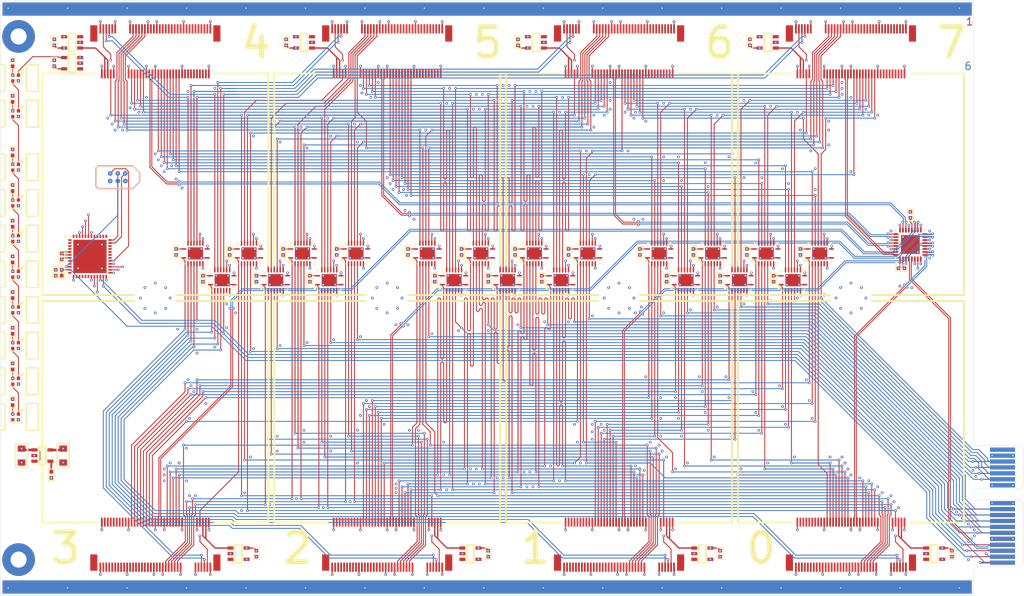
<source format=kicad_pcb>
(kicad_pcb (version 20240108) (generator "pcbnew") (generator_version "8.0")
  (layers (0 "F.Cu" signal "Top Layer") (1 "In1.Cu" signal "Signal Layer 1") (2 "In2.Cu" signal "Signal Layer 2") (3 "In3.Cu" signal "Signal Layer 3") (4 "In4.Cu" signal "Signal Layer 4") (31 "B.Cu" signal "Bottom Layer") (34 "B.Paste" user "Bottom Paste") (35 "F.Paste" user "Top Paste") (36 "B.SilkS" user "Bottom Overlay") (37 "F.SilkS" user "Top Overlay") (38 "B.Mask" user "Bottom Solder") (39 "F.Mask" user "Top Solder") (44 "Edge.Cuts" user))
  (net 0 "")
  (net 1 "NetLED1_1")
  (net 2 "LEDS")
  (net 3 "NetLED9_3")
  (net 4 "NetLED8_3")
  (net 5 "NetLED7_3")
  (net 6 "NetLED6_3")
  (net 7 "NetLED5_3")
  (net 8 "NetLED4_3")
  (net 9 "NetLED3_3")
  (net 10 "NetLED2_3")
  (net 11 "NetLED1_3")
  (net 12 "MUX_USB_EN")
  (net 13 "NRST")
  (net 14 "USB_D_P")
  (net 15 "USB_D_P8")
  (net 16 "USB_D_P7")
  (net 17 "USB_D_P6")
  (net 18 "USB_D_P5")
  (net 19 "USB_D_P4")
  (net 20 "USB_D_P3")
  (net 21 "USB_D_P2")
  (net 22 "USB_D_P1")
  (net 23 "USB_D_N")
  (net 24 "USB_D_N8")
  (net 25 "USB_D_N7")
  (net 26 "USB_D_N6")
  (net 27 "USB_D_N5")
  (net 28 "USB_D_N4")
  (net 29 "USB_D_N3")
  (net 30 "USB_D_N2")
  (net 31 "USB_D_N1")
  (net 32 "SWDIO")
  (net 33 "SWCLK")
  (net 34 "MGMT_ADDR")
  (net 35 "MGMT_SDA")
  (net 36 "MGMT_SDA8")
  (net 37 "MGMT_SDA7")
  (net 38 "MGMT_SDA6")
  (net 39 "MGMT_SDA5")
  (net 40 "MGMT_SDA4")
  (net 41 "MGMT_SDA3")
  (net 42 "MGMT_SDA2")
  (net 43 "MGMT_SDA1")
  (net 44 "MGMT_SCL")
  (net 45 "MGMT_SCL8")
  (net 46 "MGMT_SCL7")
  (net 47 "MGMT_SCL6")
  (net 48 "MGMT_SCL5")
  (net 49 "MGMT_SCL4")
  (net 50 "MGMT_SCL3")
  (net 51 "MGMT_SCL2")
  (net 52 "MGMT_SCL1")
  (net 53 "VIN_TARGET8")
  (net 54 "VIN_TARGET7")
  (net 55 "VIN_TARGET6")
  (net 56 "VIN_TARGET5")
  (net 57 "VIN_TARGET4")
  (net 58 "VIN_TARGET3")
  (net 59 "VIN_TARGET2")
  (net 60 "VIN_TARGET1")
  (net 61 "MUX_SEL2")
  (net 62 "MUX_SEL1")
  (net 63 "MUX_SEL0")
  (net 64 "TRACED38")
  (net 65 "TRACED37")
  (net 66 "TRACED36")
  (net 67 "TRACED35")
  (net 68 "TRACED34")
  (net 69 "TRACED33")
  (net 70 "TRACED32")
  (net 71 "TRACED31")
  (net 72 "TRACED28")
  (net 73 "TRACED27")
  (net 74 "TRACED26")
  (net 75 "TRACED25")
  (net 76 "TRACED24")
  (net 77 "TRACED23")
  (net 78 "TRACED22")
  (net 79 "TRACED21")
  (net 80 "TRACED18")
  (net 81 "TRACED17")
  (net 82 "TRACED16")
  (net 83 "TRACED15")
  (net 84 "TRACED14")
  (net 85 "TRACED13")
  (net 86 "TRACED12")
  (net 87 "TRACED11")
  (net 88 "TRACED08")
  (net 89 "TRACED07")
  (net 90 "TRACED06")
  (net 91 "TRACED05")
  (net 92 "TRACED04")
  (net 93 "TRACED3")
  (net 94 "TRACED03")
  (net 95 "TRACED2")
  (net 96 "TRACED02")
  (net 97 "TRACED1")
  (net 98 "TRACED01")
  (net 99 "TRACED0")
  (net 100 "TRACECLK")
  (net 101 "TRACECLK8")
  (net 102 "TRACECLK7")
  (net 103 "TRACECLK6")
  (net 104 "TRACECLK5")
  (net 105 "TRACECLK4")
  (net 106 "TRACECLK3")
  (net 107 "TRACECLK2")
  (net 108 "TRACECLK1")
  (net 109 "M_NRST")
  (net 110 "NRST8")
  (net 111 "NRST7")
  (net 112 "NRST6")
  (net 113 "NRST5")
  (net 114 "NRST4")
  (net 115 "NRST3")
  (net 116 "NRST2")
  (net 117 "NRST1")
  (net 118 "JTDO")
  (net 119 "JTDO8")
  (net 120 "JTDO7")
  (net 121 "JTDO6")
  (net 122 "JTDO5")
  (net 123 "JTDO4")
  (net 124 "JTDO3")
  (net 125 "JTDO2")
  (net 126 "JTDO1")
  (net 127 "JTDI")
  (net 128 "JTDI8")
  (net 129 "JTDI7")
  (net 130 "JTDI6")
  (net 131 "JTDI5")
  (net 132 "JTDI4")
  (net 133 "JTDI3")
  (net 134 "JTDI2")
  (net 135 "JTDI1")
  (net 136 "JTCK")
  (net 137 "JTCK8")
  (net 138 "JTCK7")
  (net 139 "JTCK6")
  (net 140 "JTCK5")
  (net 141 "JTCK4")
  (net 142 "JTCK3")
  (net 143 "JTCK2")
  (net 144 "JTCK1")
  (net 145 "GPIO78")
  (net 146 "GPIO77")
  (net 147 "GPIO76")
  (net 148 "GPIO75")
  (net 149 "GPIO74")
  (net 150 "GPIO73")
  (net 151 "GPIO72")
  (net 152 "GPIO71")
  (net 153 "GPIO68")
  (net 154 "GPIO67")
  (net 155 "GPIO66")
  (net 156 "GPIO65")
  (net 157 "GPIO64")
  (net 158 "GPIO63")
  (net 159 "GPIO62")
  (net 160 "GPIO61")
  (net 161 "GPIO58")
  (net 162 "GPIO57")
  (net 163 "GPIO56")
  (net 164 "GPIO55")
  (net 165 "GPIO54")
  (net 166 "GPIO53")
  (net 167 "GPIO52")
  (net 168 "GPIO51")
  (net 169 "GPIO48")
  (net 170 "GPIO47")
  (net 171 "GPIO46")
  (net 172 "GPIO45")
  (net 173 "GPIO44")
  (net 174 "GPIO43")
  (net 175 "GPIO42")
  (net 176 "GPIO41")
  (net 177 "GPIO38")
  (net 178 "GPIO37")
  (net 179 "GPIO36")
  (net 180 "GPIO35")
  (net 181 "GPIO34")
  (net 182 "GPIO33")
  (net 183 "GPIO32")
  (net 184 "GPIO31")
  (net 185 "GPIO28")
  (net 186 "GPIO27")
  (net 187 "GPIO26")
  (net 188 "GPIO25")
  (net 189 "GPIO24")
  (net 190 "GPIO23")
  (net 191 "GPIO22")
  (net 192 "GPIO21")
  (net 193 "GPIO18")
  (net 194 "GPIO17")
  (net 195 "GPIO16")
  (net 196 "GPIO15")
  (net 197 "GPIO14")
  (net 198 "GPIO13")
  (net 199 "GPIO12")
  (net 200 "GPIO11")
  (net 201 "GPIO08")
  (net 202 "GPIO7")
  (net 203 "GPIO07")
  (net 204 "GPIO6")
  (net 205 "GPIO06")
  (net 206 "GPIO5")
  (net 207 "GPIO05")
  (net 208 "GPIO4")
  (net 209 "GPIO04")
  (net 210 "GPIO3")
  (net 211 "GPIO03")
  (net 212 "GPIO2")
  (net 213 "GPIO02")
  (net 214 "GPIO1")
  (net 215 "GPIO01")
  (net 216 "GPIO0")
  (net 217 "JTMS")
  (net 218 "JTMS8")
  (net 219 "JTMS7")
  (net 220 "JTMS6")
  (net 221 "JTMS5")
  (net 222 "JTMS4")
  (net 223 "JTMS3")
  (net 224 "JTMS2")
  (net 225 "JTMS1")
  (net 226 "VTREF8")
  (net 227 "VTREF7")
  (net 228 "VTREF6")
  (net 229 "VTREF5")
  (net 230 "VTREF4")
  (net 231 "VTREF3")
  (net 232 "VTREF2")
  (net 233 "VTREF1")
  (net 234 "V3.3")
  (net 235 "MUX_EN")
  (net 236 "VTREF")
  (net 237 "PWR_EN8")
  (net 238 "PWR_EN7")
  (net 239 "PWR_EN6")
  (net 240 "PWR_EN5")
  (net 241 "PWR_EN4")
  (net 242 "PWR_EN3")
  (net 243 "PWR_EN2")
  (net 244 "PWR_EN1")
  (net 245 "GND")
  (net 246 "V5")
  (net 247 "UART_TX")
  (net 248 "NetC20_2")
  (footprint "misc.IntLib:0402" (layer "F.Cu") (at 96.501095 101.7536 90)
    (property "Reference" "C3_MUX_MGMT_SDA" (hide yes))
    (property "Value" "100nF" (hide yes))
  )
  (footprint "misc.IntLib:0402" (layer "F.Cu") (at 64.501095 122.5036 -90)
    (property "Reference" "C19" (hide yes))
    (property "Value" "100nF" (hide yes))
  )
  (footprint "misc.IntLib:TI_RGY" (layer "F.Cu") (at 138.751095 102.00359 90)
    (property "Reference" "U3_MUX_TRACECLK" (hide yes))
    (property "Value" "SN74CB3Q3251" (hide yes))
  )
  (footprint "misc.IntLib:SOT23-5" (layer "F.Cu") (at 141.501095 148.00361 -90)
    (property "Reference" "U1_TARGET3" (hide yes))
    (property "Value" "LSW_FLG" (hide yes))
  )
  (footprint "misc.IntLib:QFN50P690X710X60_HS-49N" (layer "F.Cu") (at 77.501095 98.0036)
    (property "Reference" "U2" (hide yes))
    (property "Value" "STM32G071CBU" (hide yes))
  )
  (footprint "misc.IntLib:TI_RGY" (layer "F.Cu") (at 173.251095 97.50361 90)
    (property "Reference" "U3_MUX_GPIO1" (hide yes))
    (property "Value" "SN74CB3Q3251" (hide yes))
  )
  (footprint "misc.IntLib:WA-SMSI_M2.5" (layer "F.Cu") (at 88.501095 105.0036 90)
    (property "Reference" "MH1" (hide yes))
    (property "Value" "Mounting_Hole" (hide yes))
  )
  (footprint "misc.IntLib:0402" (layer "F.Cu") (at 71.001095 134.7536 90)
    (property "Reference" "C20" (hide yes))
    (property "Value" "100nF" (hide yes))
  )
  (footprint "misc.IntLib:TI_RGY" (layer "F.Cu") (at 161.251085 97.50361 90)
    (property "Reference" "U3_MUX_GPIO0" (hide yes))
    (property "Value" "SN74CB3Q3251" (hide yes))
  )
  (footprint "misc.IntLib:0402" (layer "F.Cu") (at 144.501045 148.00361 90)
    (property "Reference" "C4_TARGET3" (hide yes))
    (property "Value" "100nF" (hide yes))
  )
  (footprint "misc.IntLib:0402" (layer "F.Cu") (at 153.501095 101.75359 90)
    (property "Reference" "C3_MUX_TRACED3" (hide yes))
    (property "Value" "100nF" (hide yes))
  )
  (footprint "misc.IntLib:0402" (layer "F.Cu") (at 64.501095 86.5036 -90)
    (property "Reference" "C13" (hide yes))
    (property "Value" "100nF" (hide yes))
  )
  (footprint "misc.IntLib:SOT23-5" (layer "F.Cu") (at 74.501115 62.0036 90)
    (property "Reference" "U1_TARGET5" (hide yes))
    (property "Value" "LSW_FLG" (hide yes))
  )
  (footprint "misc.IntLib:0805" (layer "F.Cu") (at 66.001095 131.5036 90)
    (property "Reference" "C7" (hide yes))
    (property "Value" "22uF" (hide yes))
  )
  (footprint "misc.IntLib:TI_RGY" (layer "F.Cu") (at 200.251095 97.50359 90)
    (property "Reference" "U3_MUX_GPIO7" (hide yes))
    (property "Value" "SN74CB3Q3251" (hide yes))
  )
  (footprint "misc.IntLib:TI_RGY" (layer "F.Cu") (at 182.251095 97.50359 90)
    (property "Reference" "U3_MUX_GPIO3" (hide yes))
    (property "Value" "SN74CB3Q3251" (hide yes))
  )
  (footprint "misc.IntLib:0402" (layer "F.Cu") (at 105.500965 101.75363 90)
    (property "Reference" "C3_MUX_JTMS" (hide yes))
    (property "Value" "100nF" (hide yes))
  )
  (footprint "misc.IntLib:TI_RGY" (layer "F.Cu") (at 191.251095 97.50361 90)
    (property "Reference" "U3_MUX_GPIO5" (hide yes))
    (property "Value" "SN74CB3Q3251" (hide yes))
  )
  (footprint "misc.IntLib:0402" (layer "F.Cu") (at 64.501095 92.5036 -90)
    (property "Reference" "C14" (hide yes))
    (property "Value" "100nF" (hide yes))
  )
  (footprint "misc.IntLib:TI_RGY" (layer "F.Cu") (at 117.751075 102.00358 90)
    (property "Reference" "U3_MUX_JTDO" (hide yes))
    (property "Value" "SN74CB3Q3251" (hide yes))
  )
  (footprint "misc.IntLib:0402" (layer "F.Cu") (at 64.501095 104.5036 -90)
    (property "Reference" "C16" (hide yes))
    (property "Value" "100nF" (hide yes))
  )
  (footprint "misc.IntLib:0402" (layer "F.Cu") (at 183.501105 148.00361 90)
    (property "Reference" "C4_TARGET2" (hide yes))
    (property "Value" "100nF" (hide yes))
  )
  (footprint "misc.IntLib:0402" (layer "F.Cu") (at 71.501115 62.0036 -90)
    (property "Reference" "C4_TARGET5" (hide yes))
    (property "Value" "100nF" (hide yes))
  )
  (footprint "misc.IntLib:M.2_B" (layer "F.Cu") (at 166.501095 65.0036)
    (property "Reference" "P2_TARGET7" (hide yes))
    (property "Value" "M.2_B" (hide yes))
  )
  (footprint "misc.IntLib:SLP3-150-100-F" (layer "F.Cu") (at 65.001095 107.0036 -90)
    (property "Reference" "LP7" (hide yes))
    (property "Value" "Lightpipe" (hide yes))
  )
  (footprint "misc.IntLib:0402" (layer "F.Cu") (at 101.001095 97.2537 90)
    (property "Reference" "C3_MUX_VTREF" (hide yes))
    (property "Value" "100nF" (hide yes))
  )
  (footprint "misc.IntLib:TI_RGY" (layer "F.Cu") (at 152.251075 97.5036 90)
    (property "Reference" "U3_MUX_TRACED2" (hide yes))
    (property "Value" "SN74CB3Q3251" (hide yes))
  )
  (footprint "misc.IntLib:EC15" (layer "F.Cu") (at 65.001095 107.0036 180)
    (property "Reference" "LED7" (hide yes))
    (property "Value" "SK6805" (hide yes))
  )
  (footprint "misc.IntLib:0402" (layer "F.Cu") (at 149.001075 97.2536 90)
    (property "Reference" "C3_MUX_TRACED2" (hide yes))
    (property "Value" "100nF" (hide yes))
  )
  (footprint "misc.IntLib:0402" (layer "F.Cu") (at 140.001075 97.2536 90)
    (property "Reference" "C3_MUX_TRACED0" (hide yes))
    (property "Value" "100nF" (hide yes))
  )
  (footprint "misc.IntLib:TI_RGY" (layer "F.Cu") (at 99.751205 102.00358 90)
    (property "Reference" "U3_MUX_MGMT_SDA" (hide yes))
    (property "Value" "SN74CB3Q3251" (hide yes))
  )
  (footprint "misc.IntLib:0402" (layer "F.Cu") (at 158.000975 97.25363 90)
    (property "Reference" "C3_MUX_GPIO0" (hide yes))
    (property "Value" "100nF" (hide yes))
  )
  (footprint "misc.IntLib:0402" (layer "F.Cu") (at 183.500985 101.75366 90)
    (property "Reference" "C3_MUX_GPIO4" (hide yes))
    (property "Value" "100nF" (hide yes))
  )
  (footprint "misc.IntLib:TI_RGY" (layer "F.Cu") (at 134.251205 97.50355 90)
    (property "Reference" "U3_MUX_NRST" (hide yes))
    (property "Value" "SN74CB3Q3251" (hide yes))
  )
  (footprint "misc.IntLib:0402" (layer "F.Cu") (at 64.501095 98.5036 -90)
    (property "Reference" "C15" (hide yes))
    (property "Value" "100nF" (hide yes))
  )
  (footprint "misc.IntLib:TI_RGY" (layer "F.Cu") (at 156.751095 102.00359 90)
    (property "Reference" "U3_MUX_TRACED3" (hide yes))
    (property "Value" "SN74CB3Q3251" (hide yes))
  )
  (footprint "misc.IntLib:0402" (layer "F.Cu") (at 144.501105 101.7536 90)
    (property "Reference" "C3_MUX_TRACED1" (hide yes))
    (property "Value" "100nF" (hide yes))
  )
  (footprint "misc.IntLib:SOT23-5" (layer "F.Cu") (at 180.501105 148.00361 -90)
    (property "Reference" "U1_TARGET2" (hide yes))
    (property "Value" "LSW_FLG" (hide yes))
  )
  (footprint "misc.IntLib:EC15" (layer "F.Cu") (at 65.001095 89.0036 180)
    (property "Reference" "LED4" (hide yes))
    (property "Value" "SK6805" (hide yes))
  )
  (footprint "misc.IntLib:PCIE_X1_EDGE" (layer "F.Cu") (at 226.101095 138.0036 90)
    (property "Reference" "P1" (hide yes))
    (property "Value" "PCIE_X1" (hide yes))
  )
  (footprint "misc.IntLib:0402" (layer "F.Cu") (at 72.751095 98.0036 90)
    (property "Reference" "C1" (hide yes))
    (property "Value" "100nF" (hide yes))
  )
  (footprint "misc.IntLib:TI_RGY" (layer "F.Cu") (at 186.751085 102.00363 90)
    (property "Reference" "U3_MUX_GPIO4" (hide yes))
    (property "Value" "SN74CB3Q3251" (hide yes))
  )
  (footprint "misc.IntLib:M.2_B" (layer "F.Cu") (at 205.501095 145.0036 180)
    (property "Reference" "P2_TARGET1" (hide yes))
    (property "Value" "M.2_B" (hide yes))
  )
  (footprint "misc.IntLib:WA-SMSI_M2.5" (layer "F.Cu") (at 205.501095 105.0036 90)
    (property "Reference" "MH4" (hide yes))
    (property "Value" "Mounting_Hole" (hide yes))
  )
  (footprint "misc.IntLib:0805" (layer "F.Cu") (at 73.001095 131.5036 90)
    (property "Reference" "C8" (hide yes))
    (property "Value" "22uF" (hide yes))
  )
  (footprint "misc.IntLib:0402" (layer "F.Cu") (at 71.501095 65.5036 -90)
    (property "Reference" "C9" (hide yes))
    (property "Value" "100nF" (hide yes))
  )
  (footprint "misc.IntLib:TI_RGY" (layer "F.Cu") (at 122.251075 97.50362 90)
    (property "Reference" "U3_MUX_JTDI" (hide yes))
    (property "Value" "SN74CB3Q3251" (hide yes))
  )
  (footprint "misc.IntLib:0402" (layer "F.Cu") (at 192.500985 101.75363 90)
    (property "Reference" "C3_MUX_GPIO6" (hide yes))
    (property "Value" "100nF" (hide yes))
  )
  (footprint "misc.IntLib:TI_RGY" (layer "F.Cu") (at 95.251205 97.50358 90)
    (property "Reference" "U3_MUX_MGMT_SCL" (hide yes))
    (property "Value" "SN74CB3Q3251" (hide yes))
  )
  (footprint "misc.IntLib:SLP3-150-100-F" (layer "F.Cu") (at 65.001095 74.0036 -90)
    (property "Reference" "LP2" (hide yes))
    (property "Value" "Lightpipe" (hide yes))
  )
  (footprint "misc.IntLib:0402" (layer "F.Cu") (at 215.501095 91.0036 -90)
    (property "Reference" "C6" (hide yes))
    (property "Value" "100nF" (hide yes))
  )
  (footprint "misc.IntLib:M.2_B" (layer "F.Cu") (at 127.501095 145.0036 180)
    (property "Reference" "P2_TARGET3" (hide yes))
    (property "Value" "M.2_B" (hide yes))
  )
  (footprint "misc.IntLib:TI_RGY" (layer "F.Cu") (at 177.751085 102.0036 90)
    (property "Reference" "U3_MUX_GPIO2" (hide yes))
    (property "Value" "SN74CB3Q3251" (hide yes))
  )
  (footprint "misc.IntLib:0402" (layer "F.Cu") (at 214.001095 100.0036)
    (property "Reference" "C5" (hide yes))
    (property "Value" "100nF" (hide yes))
  )
  (footprint "misc.IntLib:0402" (layer "F.Cu") (at 197.000985 97.25363 90)
    (property "Reference" "C3_MUX_GPIO7" (hide yes))
    (property "Value" "100nF" (hide yes))
  )
  (footprint "misc.IntLib:M.2_B" (layer "F.Cu") (at 205.501095 65.0036)
    (property "Reference" "P2_TARGET8" (hide yes))
    (property "Value" "M.2_B" (hide yes))
  )
  (footprint "misc.IntLib:0402" (layer "F.Cu") (at 222.501055 148.00361 90)
    (property "Reference" "C4_TARGET1" (hide yes))
    (property "Value" "100nF" (hide yes))
  )
  (footprint "misc.IntLib:0402" (layer "F.Cu") (at 135.501095 101.75359 90)
    (property "Reference" "C3_MUX_TRACECLK" (hide yes))
    (property "Value" "100nF" (hide yes))
  )
  (footprint "misc.IntLib:EC15" (layer "F.Cu") (at 65.001095 95.0036 180)
    (property "Reference" "LED5" (hide yes))
    (property "Value" "SK6805" (hide yes))
  )
  (footprint "misc.IntLib:0402" (layer "F.Cu") (at 110.000955 97.25363 90)
    (property "Reference" "C3_MUX_JTCK" (hide yes))
    (property "Value" "100nF" (hide yes))
  )
  (footprint "misc.IntLib:0402" (layer "F.Cu") (at 179.000985 97.25361 90)
    (property "Reference" "C3_MUX_GPIO3" (hide yes))
    (property "Value" "100nF" (hide yes))
  )
  (footprint "misc.IntLib:0402" (layer "F.Cu") (at 64.501095 71.5036 -90)
    (property "Reference" "C11" (hide yes))
    (property "Value" "100nF" (hide yes))
  )
  (footprint "misc.IntLib:SOT23-5" (layer "F.Cu") (at 113.501105 62.0036 90)
    (property "Reference" "U1_TARGET6" (hide yes))
    (property "Value" "LSW_FLG" (hide yes))
  )
  (footprint "misc.IntLib:0402" (layer "F.Cu") (at 72.251095 101.2536 180)
    (property "Reference" "R1" (hide yes))
    (property "Value" "10k" (hide yes))
  )
  (footprint "misc.IntLib:SOT23-5" (layer "F.Cu") (at 102.501095 148.00361 -90)
    (property "Reference" "U1_TARGET4" (hide yes))
    (property "Value" "LSW_FLG" (hide yes))
  )
  (footprint "misc.IntLib:0402" (layer "F.Cu") (at 110.501105 62.0036 -90)
    (property "Reference" "C4_TARGET6" (hide yes))
    (property "Value" "100nF" (hide yes))
  )
  (footprint "misc.IntLib:WA-SMSI_M2.5" (layer "F.Cu") (at 127.501095 105.0036 90)
    (property "Reference" "MH2" (hide yes))
    (property "Value" "Mounting_Hole" (hide yes))
  )
  (footprint "misc.IntLib:TI_RGY" (layer "F.Cu") (at 195.751095 102.00359 90)
    (property "Reference" "U3_MUX_GPIO6" (hide yes))
    (property "Value" "SN74CB3Q3251" (hide yes))
  )
  (footprint "misc.IntLib:WA-SMSI_M2.5" (layer "F.Cu") (at 166.501095 105.0036 90)
    (property "Reference" "MH3" (hide yes))
    (property "Value" "Mounting_Hole" (hide yes))
  )
  (footprint "misc.IntLib:EC15" (layer "F.Cu") (at 65.001095 113.0036 180)
    (property "Reference" "LED8" (hide yes))
    (property "Value" "SK6805" (hide yes))
  )
  (footprint "misc.IntLib:EC15" (layer "F.Cu") (at 65.001095 125.0036 180)
    (property "Reference" "LED10" (hide yes))
    (property "Value" "SK6805" (hide yes))
  )
  (footprint "misc.IntLib:0402" (layer "F.Cu") (at 174.500985 101.75363 90)
    (property "Reference" "C3_MUX_GPIO2" (hide yes))
    (property "Value" "100nF" (hide yes))
  )
  (footprint "misc.IntLib:0402" (layer "F.Cu") (at 64.501095 116.5036 -90)
    (property "Reference" "C18" (hide yes))
    (property "Value" "100nF" (hide yes))
  )
  (footprint "misc.IntLib:EC15" (layer "F.Cu") (at 65.001095 101.0036 180)
    (property "Reference" "LED6" (hide yes))
    (property "Value" "SK6805" (hide yes))
  )
  (footprint "misc.IntLib:0402" (layer "F.Cu") (at 188.000985 97.25365 90)
    (property "Reference" "C3_MUX_GPIO5" (hide yes))
    (property "Value" "100nF" (hide yes))
  )
  (footprint "misc.IntLib:0402" (layer "F.Cu") (at 188.501125 62.00358 -90)
    (property "Reference" "C4_TARGET8" (hide yes))
    (property "Value" "100nF" (hide yes))
  )
  (footprint "misc.IntLib:SOT23-5" (layer "F.Cu") (at 219.501105 148.00361 -90)
    (property "Reference" "U1_TARGET1" (hide yes))
    (property "Value" "LSW_FLG" (hide yes))
  )
  (footprint "misc.IntLib:0402" (layer "F.Cu") (at 149.501125 62.00358 -90)
    (property "Reference" "C4_TARGET7" (hide yes))
    (property "Value" "100nF" (hide yes))
  )
  (footprint "misc.IntLib:M.2_B" (layer "F.Cu") (at 166.501095 145.0036 180)
    (property "Reference" "P2_TARGET2" (hide yes))
    (property "Value" "M.2_B" (hide yes))
  )
  (footprint "misc.IntLib:SLP3-150-100-F" (layer "F.Cu") (at 65.001095 95.0036 -90)
    (property "Reference" "LP5" (hide yes))
    (property "Value" "Lightpipe" (hide yes))
  )
  (footprint "misc.IntLib:M.2_B" (layer "F.Cu") (at 127.501095 65.0036)
    (property "Reference" "P2_TARGET6" (hide yes))
    (property "Value" "M.2_B" (hide yes))
  )
  (footprint "misc.IntLib:M.2_B" (layer "F.Cu") (at 88.501095 145.0036 180)
    (property "Reference" "P2_TARGET4" (hide yes))
    (property "Value" "M.2_B" (hide yes))
  )
  (footprint "misc.IntLib:0402" (layer "F.Cu") (at 92.001095 97.2536 90)
    (property "Reference" "C3_MUX_MGMT_SCL" (hide yes))
    (property "Value" "100nF" (hide yes))
  )
  (footprint "misc.IntLib:EC15" (layer "F.Cu") (at 65.001095 74.0036 180)
    (property "Reference" "LED2" (hide yes))
    (property "Value" "SK6805" (hide yes))
  )
  (footprint "misc.IntLib:0402" (layer "F.Cu") (at 64.501095 80.5036 -90)
    (property "Reference" "C12" (hide yes))
    (property "Value" "100nF" (hide yes))
  )
  (footprint "misc.IntLib:TI_RGY" (layer "F.Cu") (at 147.751095 102.00359 90)
    (property "Reference" "U3_MUX_TRACED1" (hide yes))
    (property "Value" "SN74CB3Q3251" (hide yes))
  )
  (footprint "misc.IntLib:SLP3-150-100-F" (layer "F.Cu") (at 65.001095 119.0036 -90)
    (property "Reference" "LP9" (hide yes))
    (property "Value" "Lightpipe" (hide yes))
  )
  (footprint "misc.IntLib:SOT23-5" (layer "F.Cu") (at 191.501135 62.0036 90)
    (property "Reference" "U1_TARGET8" (hide yes))
    (property "Value" "LSW_FLG" (hide yes))
  )
  (footprint "misc.IntLib:TI_RGY" (layer "F.Cu") (at 113.251065 97.50359 90)
    (property "Reference" "U3_MUX_JTCK" (hide yes))
    (property "Value" "SN74CB3Q3251" (hide yes))
  )
  (footprint "misc.IntLib:SLP3-150-100-F" (layer "F.Cu") (at 65.001095 68.0036 -90)
    (property "Reference" "LP1" (hide yes))
    (property "Value" "Lightpipe" (hide yes))
  )
  (footprint "misc.IntLib:0402" (layer "F.Cu") (at 64.501095 65.5036 -90)
    (property "Reference" "C10" (hide yes))
    (property "Value" "100nF" (hide yes))
  )
  (footprint "" (layer "F.Cu") (at 65.501095 149.0036)
    (property "Reference" "")
    (property "Value" "")
  )
  (footprint "misc.IntLib:SOT23-5" (layer "F.Cu") (at 152.501135 62.0036 90)
    (property "Reference" "U1_TARGET7" (hide yes))
    (property "Value" "LSW_FLG" (hide yes))
  )
  (footprint "misc.IntLib:0402" (layer "F.Cu") (at 105.501095 148.00361 90)
    (property "Reference" "C4_TARGET4" (hide yes))
    (property "Value" "100nF" (hide yes))
  )
  (footprint "" (layer "F.Cu") (at 65.501095 61.0036)
    (property "Reference" "")
    (property "Value" "")
  )
  (footprint "misc.IntLib:TI_RGY" (layer "F.Cu") (at 143.251075 97.5036 90)
    (property "Reference" "U3_MUX_TRACED0" (hide yes))
    (property "Value" "SN74CB3Q3251" (hide yes))
  )
  (footprint "misc.IntLib:EC15" (layer "F.Cu") (at 65.001095 68.0036 180)
    (property "Reference" "LED1" (hide yes))
    (property "Value" "SK6805" (hide yes))
  )
  (footprint "misc.IntLib:0402" (layer "F.Cu") (at 114.500965 101.75363 90)
    (property "Reference" "C3_MUX_JTDO" (hide yes))
    (property "Value" "100nF" (hide yes))
  )
  (footprint "misc.IntLib:EC15" (layer "F.Cu") (at 65.001095 119.0036 180)
    (property "Reference" "LED9" (hide yes))
    (property "Value" "SK6805" (hide yes))
  )
  (footprint "misc.IntLib:TI_RGY" (layer "F.Cu") (at 108.750965 102.00363 90)
    (property "Reference" "U3_MUX_JTMS" (hide yes))
    (property "Value" "SN74CB3Q3251" (hide yes))
  )
  (footprint "misc.IntLib:SLP3-150-100-F" (layer "F.Cu") (at 65.001095 89.0036 -90)
    (property "Reference" "LP4" (hide yes))
    (property "Value" "Lightpipe" (hide yes))
  )
  (footprint "misc.IntLib:0402" (layer "F.Cu") (at 170.000985 97.25363 90)
    (property "Reference" "C3_MUX_GPIO1" (hide yes))
    (property "Value" "100nF" (hide yes))
  )
  (footprint "misc.IntLib:M.2_B" (layer "F.Cu") (at 88.501095 65.0036)
    (property "Reference" "P2_TARGET5" (hide yes))
    (property "Value" "M.2_B" (hide yes))
  )
  (footprint "misc.IntLib:0402" (layer "F.Cu") (at 64.501095 110.5036 -90)
    (property "Reference" "C17" (hide yes))
    (property "Value" "100nF" (hide yes))
  )
  (footprint "misc.IntLib:0402" (layer "F.Cu") (at 72.251095 100.2536)
    (property "Reference" "C2" (hide yes))
    (property "Value" "100nF" (hide yes))
  )
  (footprint "misc.IntLib:SLP3-150-100-F" (layer "F.Cu") (at 65.001095 83.0036 -90)
    (property "Reference" "LP3" (hide yes))
    (property "Value" "Lightpipe" (hide yes))
  )
  (footprint "misc.IntLib:SOT23-5" (layer "F.Cu") (at 74.501095 65.5036 90)
    (property "Reference" "U4" (hide yes))
    (property "Value" "SN74LV1T34" (hide yes))
  )
  (footprint "misc.IntLib:EC15" (layer "F.Cu") (at 65.001095 83.0036 180)
    (property "Reference" "LED3" (hide yes))
    (property "Value" "SK6805" (hide yes))
  )
  (footprint "misc.IntLib:TI_RGY" (layer "F.Cu") (at 104.251075 97.50359 90)
    (property "Reference" "U3_MUX_VTREF" (hide yes))
    (property "Value" "SN74CB3Q3251" (hide yes))
  )
  (footprint "misc.IntLib:0402" (layer "F.Cu") (at 131.001095 97.2536 90)
    (property "Reference" "C3_MUX_NRST" (hide yes))
    (property "Value" "100nF" (hide yes))
  )
  (footprint "misc.IntLib:SLP3-150-100-F" (layer "F.Cu") (at 65.001095 125.0036 -90)
    (property "Reference" "LP10" (hide yes))
    (property "Value" "Lightpipe" (hide yes))
  )
  (footprint "misc.IntLib:SLP3-150-100-F" (layer "F.Cu") (at 65.001095 113.0036 -90)
    (property "Reference" "LP8" (hide yes))
    (property "Value" "Lightpipe" (hide yes))
  )
  (footprint "misc.IntLib:SLP3-150-100-F" (layer "F.Cu") (at 65.001095 101.0036 -90)
    (property "Reference" "LP6" (hide yes))
    (property "Value" "Lightpipe" (hide yes))
  )
  (footprint "misc.IntLib:SOT23-5" (layer "F.Cu") (at 69.501095 131.5036 -90)
    (property "Reference" "U5" (hide yes))
    (property "Value" "RT9193-33" (hide yes))
  )
  (footprint "misc.IntLib:MAXIM_T3255+4" (layer "F.Cu") (at 215.501095 96.0036 90)
    (property "Reference" "P4" (hide yes))
    (property "Value" "MAX4999" (hide yes))
  )
  (footprint "misc.IntLib:0402" (layer "F.Cu") (at 119.000965 97.25366 90)
    (property "Reference" "C3_MUX_JTDI" (hide yes))
    (property "Value" "100nF" (hide yes))
  )
  (footprint "misc.IntLib:TC2030-NL" (layer "B.Cu") (at 82.186095 84.6836 180)
    (property "Reference" "P3" (hide yes))
    (property "Value" "SWD-TC2030" (hide yes))
  )
  (gr_line (start 176.501075 142.75359) (end 185.501105 142.75359) (stroke (width 0.3)) (layer "F.SilkS"))
  (gr_line (start 209.001085 104.50362) (end 224.501075 104.50362) (stroke (width 0.3)) (layer "F.SilkS"))
  (gr_line (start 176.501125 67.25361) (end 185.501105 67.25361) (stroke (width 0.3)) (layer "F.SilkS"))
  (gr_line (start 69.501085 67.25361) (end 78.501115 67.25361) (stroke (width 0.3)) (layer "F.SilkS"))
  (gr_line (start 146.501085 142.75359) (end 146.501085 105.50362) (stroke (width 0.3)) (layer "F.SilkS"))
  (gr_line (start 131.001085 104.50362) (end 146.501085 104.50362) (stroke (width 0.3)) (layer "F.SilkS"))
  (gr_line (start 186.501105 105.50362) (end 202.001095 105.50362) (stroke (width 0.3)) (layer "F.SilkS"))
  (gr_line (start 137.501095 142.75359) (end 146.501085 142.75359) (stroke (width 0.3)) (layer "F.SilkS"))
  (gr_line (start 147.501075 142.75359) (end 156.501115 142.75359) (stroke (width 0.3)) (layer "F.SilkS"))
  (gr_line (start 69.501085 104.50362) (end 69.501085 67.25361) (stroke (width 0.3)) (layer "F.SilkS"))
  (gr_line (start 92.001115 104.50362) (end 107.501105 104.50362) (stroke (width 0.3)) (layer "F.SilkS"))
  (gr_line (start 108.501105 142.75359) (end 117.501085 142.75359) (stroke (width 0.3)) (layer "F.SilkS"))
  (gr_line (start 170.001105 105.50362) (end 185.501105 105.50362) (stroke (width 0.3)) (layer "F.SilkS"))
  (gr_line (start 215.501095 142.75359) (end 224.501075 142.75359) (stroke (width 0.3)) (layer "F.SilkS"))
  (gr_line (start 186.501105 104.50362) (end 202.001095 104.50362) (stroke (width 0.3)) (layer "F.SilkS"))
  (gr_line (start 108.501105 104.50362) (end 124.001105 104.50362) (stroke (width 0.3)) (layer "F.SilkS"))
  (gr_line (start 146.501085 99.5036) (end 146.501085 67.25361) (stroke (width 0.3)) (layer "F.SilkS"))
  (gr_line (start 209.001085 105.50362) (end 224.501075 105.50362) (stroke (width 0.3)) (layer "F.SilkS"))
  (gr_line (start 92.001115 105.50362) (end 107.501105 105.50362) (stroke (width 0.3)) (layer "F.SilkS"))
  (gr_line (start 108.501105 142.75359) (end 108.501105 105.50362) (stroke (width 0.3)) (layer "F.SilkS"))
  (gr_line (start 186.501105 67.25361) (end 195.501085 67.25361) (stroke (width 0.3)) (layer "F.SilkS"))
  (gr_line (start 137.501095 67.25361) (end 146.501085 67.25361) (stroke (width 0.3)) (layer "F.SilkS"))
  (gr_line (start 147.501075 104.50362) (end 163.001125 104.50362) (stroke (width 0.3)) (layer "F.SilkS"))
  (gr_line (start 108.501105 99.5036) (end 108.501105 67.25361) (stroke (width 0.3)) (layer "F.SilkS"))
  (gr_line (start 69.501085 104.50362) (end 85.001075 104.50362) (stroke (width 0.3)) (layer "F.SilkS"))
  (gr_line (start 185.501105 99.5036) (end 185.501105 67.25361) (stroke (width 0.3)) (layer "F.SilkS"))
  (gr_line (start 186.501105 142.75359) (end 186.501105 105.50362) (stroke (width 0.3)) (layer "F.SilkS"))
  (gr_line (start 69.501085 142.75359) (end 78.501115 142.75359) (stroke (width 0.3)) (layer "F.SilkS"))
  (gr_line (start 147.501075 99.5036) (end 147.501075 67.25361) (stroke (width 0.3)) (layer "F.SilkS"))
  (gr_line (start 186.501105 142.75359) (end 195.501085 142.75359) (stroke (width 0.3)) (layer "F.SilkS"))
  (gr_line (start 69.501085 105.50362) (end 85.001075 105.50362) (stroke (width 0.3)) (layer "F.SilkS"))
  (gr_line (start 107.501105 99.5036) (end 107.501105 67.25361) (stroke (width 0.3)) (layer "F.SilkS"))
  (gr_line (start 131.001085 105.50362) (end 146.501085 105.50362) (stroke (width 0.3)) (layer "F.SilkS"))
  (gr_line (start 186.501105 99.5036) (end 186.501105 67.25361) (stroke (width 0.3)) (layer "F.SilkS"))
  (gr_line (start 108.501105 105.50362) (end 124.001105 105.50362) (stroke (width 0.3)) (layer "F.SilkS"))
  (gr_line (start 170.001105 104.50362) (end 185.501105 104.50362) (stroke (width 0.3)) (layer "F.SilkS"))
  (gr_line (start 69.501085 142.75359) (end 69.501085 105.50362) (stroke (width 0.3)) (layer "F.SilkS"))
  (gr_line (start 98.501075 142.75359) (end 107.501105 142.75359) (stroke (width 0.3)) (layer "F.SilkS"))
  (gr_line (start 185.501105 142.75359) (end 185.501105 105.50362) (stroke (width 0.3)) (layer "F.SilkS"))
  (gr_line (start 107.501105 142.75359) (end 107.501105 105.50362) (stroke (width 0.3)) (layer "F.SilkS"))
  (gr_line (start 147.501075 142.75359) (end 147.501075 105.50362) (stroke (width 0.3)) (layer "F.SilkS"))
  (gr_line (start 215.501095 67.25361) (end 224.501075 67.25361) (stroke (width 0.3)) (layer "F.SilkS"))
  (gr_line (start 147.501075 105.50362) (end 163.001075 105.50362) (stroke (width 0.3)) (layer "F.SilkS"))
  (gr_line (start 98.501075 67.25361) (end 107.501105 67.25361) (stroke (width 0.3)) (layer "F.SilkS"))
  (gr_line (start 224.501075 142.75359) (end 224.501075 105.50362) (stroke (width 0.3)) (layer "F.SilkS"))
  (gr_line (start 224.501075 104.50362) (end 224.501075 67.25361) (stroke (width 0.3)) (layer "F.SilkS"))
  (gr_line (start 108.501105 67.25361) (end 117.501085 67.25361) (stroke (width 0.3)) (layer "F.SilkS"))
  (gr_line (start 147.501075 67.25361) (end 156.501115 67.25361) (stroke (width 0.3)) (layer "F.SilkS"))
  (gr_line (start 234.501105 149.6536) (end 234.501105 139.45362) (stroke (width 0.05)) (layer "Edge.Cuts"))
  (gr_line (start 226.101075 128.90358) (end 226.101075 55.0036) (stroke (width 0.05)) (layer "Edge.Cuts"))
  (gr_line (start 234.501105 130.35361) (end 234.001085 129.85359) (stroke (width 0.05)) (layer "Edge.Cuts"))
  (gr_line (start 62.501095 155.0036) (end 226.101075 155.0036) (stroke (width 0.05)) (layer "Edge.Cuts"))
  (gr_line (start 227.051085 137.05362) (end 234.001085 137.05362) (stroke (width 0.05)) (layer "Edge.Cuts"))
  (gr_line (start 234.501105 139.45362) (end 234.001085 138.95359) (stroke (width 0.05)) (layer "Edge.Cuts"))
  (gr_line (start 227.101095 150.15362) (end 234.001085 150.15362) (stroke (width 0.05)) (layer "Edge.Cuts"))
  (gr_line (start 234.001085 150.15362) (end 234.501105 149.6536) (stroke (width 0.05)) (layer "Edge.Cuts"))
  (gr_line (start 62.501095 55.0036) (end 62.501095 155.0036) (stroke (width 0.05)) (layer "Edge.Cuts"))
  (gr_line (start 226.101075 55.0036) (end 62.501095 55.0036) (stroke (width 0.05)) (layer "Edge.Cuts"))
  (gr_line (start 234.001085 129.85359) (end 227.051085 129.85359) (stroke (width 0.05)) (layer "Edge.Cuts"))
  (gr_line (start 234.001085 138.95359) (end 227.051085 138.95359) (stroke (width 0.05)) (layer "Edge.Cuts"))
  (gr_line (start 227.051095 137.0536) (end 227.051085 137.05362) (stroke (width 0.05)) (layer "Edge.Cuts"))
  (gr_arc (start 227.051095 138.9536) (mid 226.101095 138.0036) (end 227.051095 137.0536) (stroke (width 0.05)) (layer "Edge.Cuts"))
  (gr_line (start 227.051085 138.95359) (end 227.051095 138.9536) (stroke (width 0.05)) (layer "Edge.Cuts"))
  (gr_line (start 234.501105 136.5536) (end 234.501105 130.35361) (stroke (width 0.05)) (layer "Edge.Cuts"))
  (gr_line (start 234.001085 137.05362) (end 234.501105 136.5536) (stroke (width 0.05)) (layer "Edge.Cuts"))
  (gr_arc (start 226.101075 151.15364) (mid 226.39396 150.446493) (end 227.101095 150.15362) (stroke (width 0.05)) (layer "Edge.Cuts"))
  (gr_arc (start 227.051085 129.85359) (mid 226.37934 129.575334) (end 226.101075 128.90358) (stroke (width 0.05)) (layer "Edge.Cuts"))
  (gr_line (start 226.101075 155.0036) (end 226.101075 151.15364) (stroke (width 0.05)) (layer "Edge.Cuts"))
  (gr_text "1" (at 224.751095 59.2536 360) (layer "F.Cu") (effects (font (size 1.27 1.27) (thickness 0.1524)) (justify left bottom)))
  (gr_text "6" (at 224.501095 66.7536 360) (layer "B.Cu") (effects (font (size 1.27 1.27) (thickness 0.1524)) (justify left bottom)))
  (gr_text "7" (at 219.501095 65.0036 360) (layer "F.SilkS") (effects (font (size 5 5) (thickness 0.8)) (justify left bottom)))
  (gr_text "6" (at 180.501095 65.0036 360) (layer "F.SilkS") (effects (font (size 5 5) (thickness 0.8)) (justify left bottom)))
  (gr_text "3" (at 70.501095 150.0036 360) (layer "F.SilkS") (effects (font (size 5 5) (thickness 0.8)) (justify left bottom)))
  (gr_text "2" (at 109.501095 150.0036 360) (layer "F.SilkS") (effects (font (size 5 5) (thickness 0.8)) (justify left bottom)))
  (gr_text "4" (at 102.501095 65.0036 360) (layer "F.SilkS") (effects (font (size 5 5) (thickness 0.8)) (justify left bottom)))
  (gr_text "1" (at 149.501095 150.0036 360) (layer "F.SilkS") (effects (font (size 5 5) (thickness 0.8)) (justify left bottom)))
  (gr_text "0" (at 187.501095 150.0036 360) (layer "F.SilkS") (effects (font (size 5 5) (thickness 0.8)) (justify left bottom)))
  (gr_text "5" (at 141.501095 65.0036 360) (layer "F.SilkS") (effects (font (size 5 5) (thickness 0.8)) (justify left bottom)))
  (segment (start 72.151095 64.4036) (end 72.301095 64.5536) (width 0.1524) (layer "F.Cu") (net 1))
  (segment (start 72.301095 64.5536) (end 73.151095 64.5536) (width 0.1524) (layer "F.Cu") (net 1))
  (segment (start 65.476085 67.5286) (end 65.476085 66.82861) (width 0.1524) (layer "F.Cu") (net 1))
  (segment (start 65.476085 66.82861) (end 67.901095 64.4036) (width 0.1524) (layer "F.Cu") (net 1))
  (segment (start 67.901095 64.4036) (end 72.151095 64.4036) (width 0.1524) (layer "F.Cu") (net 1))
  (segment (start 74.751095 102.0036) (end 74.751095 101.3786) (width 0.1524) (layer "F.Cu") (net 2))
  (via (at 74.751095 102.0036) (size 0.45) (drill 0.2) (layers "F.Cu" "B.Cu") (net 2))
  (via (at 75.851095 65.5036) (size 0.45) (drill 0.2) (layers "F.Cu" "B.Cu") (net 2))
  (segment (start 64.526075 120.02858) (end 64.526075 119.47861) (width 0.1524) (layer "F.Cu") (net 3))
  (segment (start 64.526075 120.02858) (end 65.476085 120.97859) (width 0.1524) (layer "F.Cu") (net 3))
  (segment (start 65.476085 124.52861) (end 65.476085 120.97859) (width 0.1524) (layer "F.Cu") (net 3))
  (segment (start 64.526075 114.02858) (end 65.476085 114.97859) (width 0.1524) (layer "F.Cu") (net 4))
  (segment (start 64.526075 114.02858) (end 64.526075 113.4786) (width 0.1524) (layer "F.Cu") (net 4))
  (segment (start 65.476085 118.5286) (end 65.476085 114.97859) (width 0.1524) (layer "F.Cu") (net 4))
  (segment (start 64.526075 108.02857) (end 65.476085 108.97859) (width 0.1524) (layer "F.Cu") (net 5))
  (segment (start 64.526075 108.02857) (end 64.526075 107.47859) (width 0.1524) (layer "F.Cu") (net 5))
  (segment (start 65.476085 112.52859) (end 65.476085 108.97859) (width 0.1524) (layer "F.Cu") (net 5))
  (segment (start 65.476085 106.52863) (end 65.476085 102.97858) (width 0.1524) (layer "F.Cu") (net 6))
  (segment (start 64.526075 102.02857) (end 64.526075 101.47862) (width 0.1524) (layer "F.Cu") (net 6))
  (segment (start 64.526075 102.02857) (end 65.476085 102.97858) (width 0.1524) (layer "F.Cu") (net 6))
  (segment (start 64.526075 96.02858) (end 64.526075 95.47861) (width 0.1524) (layer "F.Cu") (net 7))
  (segment (start 64.526075 96.02858) (end 65.476085 96.97859) (width 0.1524) (layer "F.Cu") (net 7))
  (segment (start 65.476085 100.52861) (end 65.476085 96.97859) (width 0.1524) (layer "F.Cu") (net 7))
  (segment (start 64.526075 90.02857) (end 64.526075 89.4786) (width 0.1524) (layer "F.Cu") (net 8))
  (segment (start 64.526075 90.02857) (end 65.476085 90.97859) (width 0.1524) (layer "F.Cu") (net 8))
  (segment (start 65.476085 94.5286) (end 65.476085 90.97859) (width 0.1524) (layer "F.Cu") (net 8))
  (segment (start 64.526075 84.02857) (end 64.526075 83.47859) (width 0.1524) (layer "F.Cu") (net 9))
  (segment (start 64.526075 84.02857) (end 65.476085 84.97859) (width 0.1524) (layer "F.Cu") (net 9))
  (segment (start 65.476085 88.52859) (end 65.476085 84.97859) (width 0.1524) (layer "F.Cu") (net 9))
  (segment (start 64.526075 75.02857) (end 65.476085 75.97859) (width 0.1524) (layer "F.Cu") (net 10))
  (segment (start 65.476085 82.52858) (end 65.476085 75.97859) (width 0.1524) (layer "F.Cu") (net 10))
  (segment (start 64.526075 75.02857) (end 64.526075 74.47863) (width 0.1524) (layer "F.Cu") (net 10))
  (segment (start 65.476085 73.52862) (end 65.476085 69.97858) (width 0.1524) (layer "F.Cu") (net 11))
  (segment (start 64.526075 69.02857) (end 65.476085 69.97858) (width 0.1524) (layer "F.Cu") (net 11))
  (segment (start 64.526075 69.02857) (end 64.526075 68.47861) (width 0.1524) (layer "F.Cu") (net 11))
  (segment (start 214.751085 99.25359) (end 214.751095 99.2536) (width 0.1524) (layer "F.Cu") (net 12))
  (segment (start 80.876095 99.2536) (end 81.501095 99.2536) (width 0.1524) (layer "F.Cu") (net 12))
  (segment (start 214.751085 99.25359) (end 214.751085 98.41859) (width 0.1524) (layer "F.Cu") (net 12))
  (via (at 81.501095 99.2536) (size 0.45) (drill 0.2) (layers "F.Cu" "B.Cu") (net 12))
  (via (at 214.751095 99.2536) (size 0.45) (drill 0.2) (layers "F.Cu" "B.Cu") (net 12))
  (segment (start 222.751095 140.5036) (end 231.001085 140.5036) (width 0.1524) (layer "F.Cu") (net 13))
  (segment (start 134.501205 111.5036) (end 134.501205 99.22855) (width 0.1524) (layer "F.Cu") (net 13))
  (via (at 222.751095 140.5036) (size 0.45) (drill 0.2) (layers "F.Cu" "B.Cu") (net 13))
  (via (at 134.501205 111.5036) (size 0.45) (drill 0.2) (layers "F.Cu" "B.Cu") (net 13))
  (segment (start 222.251095 140.0036) (end 222.751095 140.5036) (width 0.1524) (layer "B.Cu") (net 13))
  (segment (start 222.251095 140.0036) (end 222.251095 135.8394) (width 0.1524) (layer "B.Cu") (net 13))
  (segment (start 222.251095 135.8394) (end 222.251115 135.83938) (width 0.1524) (layer "B.Cu") (net 13))
  (segment (start 134.501205 111.50358) (end 197.915315 111.50358) (width 0.1524) (layer "B.Cu") (net 13))
  (segment (start 197.915315 111.50358) (end 222.251115 135.83938) (width 0.1524) (layer "B.Cu") (net 13))
  (segment (start 215.251065 98.89479) (end 215.348675 98.99241) (width 0.1524) (layer "F.Cu") (net 14))
  (segment (start 221.946295 142.37985) (end 225.305355 145.7389) (width 0.1524) (layer "F.Cu") (net 14))
  (segment (start 215.251065 98.89479) (end 215.251065 98.41859) (width 0.1524) (layer "F.Cu") (net 14))
  (segment (start 225.305355 145.94934) (end 225.305355 145.7389) (width 0.1524) (layer "F.Cu") (net 14))
  (segment (start 221.946295 142.37985) (end 221.946295 108.4488) (width 0.1524) (layer "F.Cu") (net 14))
  (segment (start 215.348675 101.85118) (end 221.946295 108.4488) (width 0.1524) (layer "F.Cu") (net 14))
  (segment (start 215.348675 101.85118) (end 215.348675 98.99241) (width 0.1524) (layer "F.Cu") (net 14))
  (via (at 225.305355 145.94934) (size 0.45) (drill 0.2) (layers "F.Cu" "B.Cu") (net 14))
  (segment (start 225.305355 145.94934) (end 225.515785 145.94934) (width 0.1524) (layer "B.Cu") (net 14))
  (segment (start 228.824895 147.50359) (end 231.001085 147.50359) (width 0.1524) (layer "B.Cu") (net 14))
  (segment (start 225.515785 145.94934) (end 226.722435 147.15599) (width 0.1524) (layer "B.Cu") (net 14))
  (segment (start 228.477295 147.15599) (end 228.824895 147.50359) (width 0.1524) (layer "B.Cu") (net 14))
  (segment (start 226.722435 147.15599) (end 228.477295 147.15599) (width 0.1524) (layer "B.Cu") (net 14))
  (segment (start 212.609865 97.75362) (end 213.086065 97.75362) (width 0.1524) (layer "F.Cu") (net 15))
  (segment (start 204.598755 91.28231) (end 204.598755 68.22739) (width 0.1524) (layer "F.Cu") (net 15))
  (segment (start 204.501115 68.12981) (end 204.598755 68.22739) (width 0.1524) (layer "F.Cu") (net 15))
  (segment (start 212.512255 97.65601) (end 212.609865 97.75362) (width 0.1524) (layer "F.Cu") (net 15))
  (segment (start 204.598755 91.28231) (end 210.972455 97.65601) (width 0.1524) (layer "F.Cu") (net 15))
  (segment (start 204.501115 68.12981) (end 204.501115 67.3036) (width 0.1524) (layer "F.Cu") (net 15))
  (segment (start 210.972455 97.65601) (end 212.512255 97.65601) (width 0.1524) (layer "F.Cu") (net 15))
  (segment (start 165.598735 91.03229) (end 167.124845 92.5584) (width 0.1524) (layer "F.Cu") (net 16))
  (segment (start 211.802285 96.2536) (end 213.086065 96.2536) (width 0.1524) (layer "F.Cu") (net 16))
  (segment (start 165.598735 91.03229) (end 165.598735 68.22739) (width 0.1524) (layer "F.Cu") (net 16))
  (segment (start 167.124845 92.5584) (end 169.602295 92.5584) (width 0.1524) (layer "F.Cu") (net 16))
  (segment (start 165.501095 68.12981) (end 165.501095 67.3036) (width 0.1524) (layer "F.Cu") (net 16))
  (segment (start 169.602295 92.5584) (end 169.751095 92.7072) (width 0.1524) (layer "F.Cu") (net 16))
  (segment (start 211.751105 96.30479) (end 211.802285 96.2536) (width 0.1524) (layer "F.Cu") (net 16))
  (segment (start 165.501095 68.12981) (end 165.598735 68.22739) (width 0.1524) (layer "F.Cu") (net 16))
  (via (at 211.751105 96.30479) (size 0.45) (drill 0.2) (layers "F.Cu" "B.Cu") (net 16))
  (via (at 169.751095 92.7072) (size 0.45) (drill 0.2) (layers "F.Cu" "B.Cu") (net 16))
  (segment (start 169.751095 92.7072) (end 169.899895 92.5584) (width 0.1524) (layer "B.Cu") (net 16))
  (segment (start 208.403485 96.15599) (end 210.374845 96.15599) (width 0.1524) (layer "B.Cu") (net 16))
  (segment (start 211.602295 96.15599) (end 211.751105 96.30479) (width 0.1524) (layer "B.Cu") (net 16))
  (segment (start 204.805895 92.5584) (end 208.403485 96.15599) (width 0.1524) (layer "B.Cu") (net 16))
  (segment (start 169.899895 92.5584) (end 204.805895 92.5584) (width 0.1524) (layer "B.Cu") (net 16))
  (segment (start 210.501105 96.15599) (end 211.602295 96.15599) (width 0.1524) (layer "B.Cu") (net 16))
  (segment (start 126.598755 87.78231) (end 129.874845 91.0584) (width 0.1524) (layer "F.Cu") (net 17))
  (segment (start 126.598755 87.78231) (end 126.598755 68.22739) (width 0.1524) (layer "F.Cu") (net 17))
  (segment (start 129.874845 91.0584) (end 131.102295 91.0584) (width 0.1524) (layer "F.Cu") (net 17))
  (segment (start 131.102295 91.0584) (end 131.251095 91.2072) (width 0.1524) (layer "F.Cu") (net 17))
  (segment (start 211.751105 94.80479) (end 211.802315 94.75358) (width 0.1524) (layer "F.Cu") (net 17))
  (segment (start 126.501125 68.12981) (end 126.598755 68.22739) (width 0.1524) (layer "F.Cu") (net 17))
  (segment (start 126.501125 68.12981) (end 126.501125 67.3036) (width 0.1524) (layer "F.Cu") (net 17))
  (segment (start 211.802315 94.75358) (end 213.086065 94.75358) (width 0.1524) (layer "F.Cu") (net 17))
  (via (at 131.251095 91.2072) (size 0.45) (drill 0.2) (layers "F.Cu" "B.Cu") (net 17))
  (via (at 211.751105 94.80479) (size 0.45) (drill 0.2) (layers "F.Cu" "B.Cu") (net 17))
  (segment (start 131.251095 91.2072) (end 131.399895 91.0584) (width 0.1524) (layer "B.Cu") (net 17))
  (segment (start 131.399895 91.0584) (end 205.124845 91.0584) (width 0.1524) (layer "B.Cu") (net 17))
  (segment (start 208.722435 94.65599) (end 211.602295 94.65599) (width 0.1524) (layer "B.Cu") (net 17))
  (segment (start 205.124845 91.0584) (end 208.722435 94.65599) (width 0.1524) (layer "B.Cu") (net 17))
  (segment (start 211.602295 94.65599) (end 211.751105 94.80479) (width 0.1524) (layer "B.Cu") (net 17))
  (segment (start 90.285575 85.71913) (end 90.374845 85.8084) (width 0.1524) (layer "F.Cu") (net 18))
  (segment (start 90.374845 85.8084) (end 92.352295 85.8084) (width 0.1524) (layer "F.Cu") (net 18))
  (segment (start 214.199875 92.2536) (end 214.251065 92.30479) (width 0.1524) (layer "F.Cu") (net 18))
  (segment (start 87.598735 83.03229) (end 87.598735 68.22739) (width 0.1524) (layer "F.Cu") (net 18))
  (segment (start 87.598735 83.03229) (end 90.285565 85.71913) (width 0.1524) (layer "F.Cu") (net 18))
  (segment (start 87.501095 68.12981) (end 87.501095 67.3036) (width 0.1524) (layer "F.Cu") (net 18))
  (segment (start 90.285565 85.71913) (end 90.285575 85.71913) (width 0.1524) (layer "F.Cu") (net 18))
  (segment (start 92.352295 85.8084) (end 92.501095 85.9572) (width 0.1524) (layer "F.Cu") (net 18))
  (segment (start 87.501095 68.12981) (end 87.598735 68.22739) (width 0.1524) (layer "F.Cu") (net 18))
  (segment (start 214.251065 93.58858) (end 214.251065 92.30479) (width 0.1524) (layer "F.Cu") (net 18))
  (via (at 214.199875 92.2536) (size 0.45) (drill 0.2) (layers "F.Cu" "B.Cu") (net 18))
  (via (at 92.501095 85.9572) (size 0.45) (drill 0.2) (layers "F.Cu" "B.Cu") (net 18))
  (segment (start 126.055895 85.8084) (end 129.555895 89.3084) (width 0.1524) (layer "B.Cu") (net 18))
  (segment (start 92.649895 85.8084) (end 126.055895 85.8084) (width 0.1524) (layer "B.Cu") (net 18))
  (segment (start 214.199875 92.2536) (end 214.348675 92.1048) (width 0.1524) (layer "B.Cu") (net 18))
  (segment (start 92.501095 85.9572) (end 92.649895 85.8084) (width 0.1524) (layer "B.Cu") (net 18))
  (segment (start 129.555895 89.3084) (end 212.055895 89.3084) (width 0.1524) (layer "B.Cu") (net 18))
  (segment (start 214.348675 92.1048) (end 214.348675 91.60118) (width 0.1524) (layer "B.Cu") (net 18))
  (segment (start 212.055895 89.3084) (end 214.348675 91.60118) (width 0.1524) (layer "B.Cu") (net 18))
  (segment (start 89.403505 141.7798) (end 89.501095 141.87739) (width 0.1524) (layer "F.Cu") (net 19))
  (segment (start 89.403505 141.7798) (end 89.403505 132.03225) (width 0.1524) (layer "F.Cu") (net 19))
  (segment (start 89.501095 142.7036) (end 89.501095 141.87739) (width 0.1524) (layer "F.Cu") (net 19))
  (segment (start 216.751085 93.58858) (end 216.751085 92.30479) (width 0.1524) (layer "F.Cu") (net 19))
  (segment (start 216.751085 92.30479) (end 216.802275 92.2536) (width 0.1524) (layer "F.Cu") (net 19))
  (segment (start 101.501095 119.93465) (end 101.501095 106.9024) (width 0.1524) (layer "F.Cu") (net 19))
  (segment (start 89.403505 132.03225) (end 101.501095 119.93465) (width 0.1524) (layer "F.Cu") (net 19))
  (segment (start 101.501095 106.9024) (end 101.649905 106.7536) (width 0.1524) (layer "F.Cu") (net 19))
  (via (at 101.649905 106.7536) (size 0.45) (drill 0.2) (layers "F.Cu" "B.Cu") (net 19))
  (via (at 216.802275 92.2536) (size 0.45) (drill 0.2) (layers "F.Cu" "B.Cu") (net 19))
  (segment (start 121.432155 103.7536) (end 131.432155 93.7536) (width 0.1524) (layer "B.Cu") (net 19))
  (segment (start 101.501095 106.6048) (end 101.649905 106.7536) (width 0.1524) (layer "B.Cu") (net 19))
  (segment (start 212.627345 97.5584) (end 216.653475 93.53228) (width 0.1524) (layer "B.Cu") (net 19))
  (segment (start 131.432155 93.7536) (end 203.820045 93.7536) (width 0.1524) (layer "B.Cu") (net 19))
  (segment (start 203.820045 93.7536) (end 207.624845 97.5584) (width 0.1524) (layer "B.Cu") (net 19))
  (segment (start 101.501095 106.6048) (end 101.501095 105.5036) (width 0.1524) (layer "B.Cu") (net 19))
  (segment (start 103.251095 103.7536) (end 121.432155 103.7536) (width 0.1524) (layer "B.Cu") (net 19))
  (segment (start 207.624845 97.5584) (end 212.627345 97.5584) (width 0.1524) (layer "B.Cu") (net 19))
  (segment (start 101.501095 105.5036) (end 103.251095 103.7536) (width 0.1524) (layer "B.Cu") (net 19))
  (segment (start 216.653475 93.53228) (end 216.653475 92.4024) (width 0.1524) (layer "B.Cu") (net 19))
  (segment (start 216.653475 92.4024) (end 216.802275 92.2536) (width 0.1524) (layer "B.Cu") (net 19))
  (segment (start 217.916085 94.75358) (end 219.199885 94.75358) (width 0.1524) (layer "F.Cu") (net 20))
  (segment (start 128.403505 111.35119) (end 130.020875 109.73381) (width 0.1524) (layer "F.Cu") (net 20))
  (segment (start 130.020875 109.73381) (end 130.231315 109.73381) (width 0.1524) (layer "F.Cu") (net 20))
  (segment (start 128.403505 141.7798) (end 128.501095 141.87739) (width 0.1524) (layer "F.Cu") (net 20))
  (segment (start 128.501095 142.7036) (end 128.501095 141.87739) (width 0.1524) (layer "F.Cu") (net 20))
  (segment (start 128.403505 141.7798) (end 128.403505 111.35119) (width 0.1524) (layer "F.Cu") (net 20))
  (segment (start 219.199885 94.75358) (end 219.251095 94.80479) (width 0.1524) (layer "F.Cu") (net 20))
  (via (at 219.251095 94.80479) (size 0.45) (drill 0.2) (layers "F.Cu" "B.Cu") (net 20))
  (via (at 130.231315 109.73381) (size 0.45) (drill 0.2) (layers "F.Cu" "B.Cu") (net 20))
  (segment (start 201.815245 95.76197) (end 201.823615 95.7536) (width 0.1524) (layer "B.Cu") (net 20))
  (segment (start 201.186975 95.76197) (end 201.815245 95.76197) (width 0.1524) (layer "B.Cu") (net 20))
  (segment (start 201.178605 95.7536) (end 201.186975 95.76197) (width 0.1524) (layer "B.Cu") (net 20))
  (segment (start 183.815195 95.76197) (end 183.823565 95.7536) (width 0.1524) (layer "B.Cu") (net 20))
  (segment (start 206.055895 98.3084) (end 213.377355 98.3084) (width 0.1524) (layer "B.Cu") (net 20))
  (segment (start 169.682155 95.7536) (end 174.178565 95.7536) (width 0.1524) (layer "B.Cu") (net 20))
  (segment (start 174.186935 95.76197) (end 174.815215 95.76197) (width 0.1524) (layer "B.Cu") (net 20))
  (segment (start 192.823595 95.7536) (end 201.178605 95.7536) (width 0.1524) (layer "B.Cu") (net 20))
  (segment (start 203.501095 95.7536) (end 206.055895 98.3084) (width 0.1524) (layer "B.Cu") (net 20))
  (segment (start 174.823585 95.7536) (end 183.178555 95.7536) (width 0.1524) (layer "B.Cu") (net 20))
  (segment (start 130.231315 109.73381) (end 130.231315 109.52337) (width 0.1524) (layer "B.Cu") (net 20))
  (segment (start 219.102295 94.65599) (end 219.251095 94.80479) (width 0.1524) (layer "B.Cu") (net 20))
  (segment (start 192.186955 95.76197) (end 192.815225 95.76197) (width 0.1524) (layer "B.Cu") (net 20))
  (segment (start 136.001095 103.7536) (end 161.682155 103.7536) (width 0.1524) (layer "B.Cu") (net 20))
  (segment (start 192.178585 95.7536) (end 192.186955 95.76197) (width 0.1524) (layer "B.Cu") (net 20))
  (segment (start 217.029765 94.65599) (end 219.102295 94.65599) (width 0.1524) (layer "B.Cu") (net 20))
  (segment (start 201.823615 95.7536) (end 203.501095 95.7536) (width 0.1524) (layer "B.Cu") (net 20))
  (segment (start 192.815225 95.76197) (end 192.823595 95.7536) (width 0.1524) (layer "B.Cu") (net 20))
  (segment (start 183.823565 95.7536) (end 192.178585 95.7536) (width 0.1524) (layer "B.Cu") (net 20))
  (segment (start 130.231315 109.52337) (end 136.001095 103.7536) (width 0.1524) (layer "B.Cu") (net 20))
  (segment (start 174.178565 95.7536) (end 174.186935 95.76197) (width 0.1524) (layer "B.Cu") (net 20))
  (segment (start 213.377355 98.3084) (end 217.029765 94.65599) (width 0.1524) (layer "B.Cu") (net 20))
  (segment (start 161.682155 103.7536) (end 169.682155 95.7536) (width 0.1524) (layer "B.Cu") (net 20))
  (segment (start 183.178555 95.7536) (end 183.186925 95.76197) (width 0.1524) (layer "B.Cu") (net 20))
  (segment (start 183.186925 95.76197) (end 183.815195 95.76197) (width 0.1524) (layer "B.Cu") (net 20))
  (segment (start 174.815215 95.76197) (end 174.823585 95.7536) (width 0.1524) (layer "B.Cu") (net 20))
  (segment (start 219.199905 96.2536) (end 219.251095 96.30479) (width 0.1524) (layer "F.Cu") (net 21))
  (segment (start 167.403505 141.7798) (end 167.403505 110.60119) (width 0.1524) (layer "F.Cu") (net 21))
  (segment (start 167.403505 110.60119) (end 170.270885 107.73382) (width 0.1524) (layer "F.Cu") (net 21))
  (segment (start 217.916085 96.2536) (end 219.199905 96.2536) (width 0.1524) (layer "F.Cu") (net 21))
  (segment (start 167.501095 142.7036) (end 167.501095 141.87739) (width 0.1524) (layer "F.Cu") (net 21))
  (segment (start 167.403505 141.7798) (end 167.501095 141.87739) (width 0.1524) (layer "F.Cu") (net 21))
  (segment (start 170.270885 107.73382) (end 170.481315 107.73382) (width 0.1524) (layer "F.Cu") (net 21))
  (via (at 170.481315 107.73382) (size 0.45) (drill 0.2) (layers "F.Cu" "B.Cu") (net 21))
  (via (at 219.251095 96.30479) (size 0.45) (drill 0.2) (layers "F.Cu" "B.Cu") (net 21))
  (segment (start 204.627355 99.0584) (end 214.127345 99.0584) (width 0.1524) (layer "B.Cu") (net 21))
  (segment (start 219.102295 96.15599) (end 219.251095 96.30479) (width 0.1524) (layer "B.Cu") (net 21))
  (segment (start 217.029765 96.15599) (end 219.102295 96.15599) (width 0.1524) (layer "B.Cu") (net 21))
  (segment (start 214.127345 99.0584) (end 217.029765 96.15599) (width 0.1524) (layer "B.Cu") (net 21))
  (segment (start 174.251095 103.7536) (end 199.932155 103.7536) (width 0.1524) (layer "B.Cu") (net 21))
  (segment (start 199.932155 103.7536) (end 204.627355 99.0584) (width 0.1524) (layer "B.Cu") (net 21))
  (segment (start 170.481315 107.73382) (end 170.481315 107.52338) (width 0.1524) (layer "B.Cu") (net 21))
  (segment (start 170.481315 107.52338) (end 174.251095 103.7536) (width 0.1524) (layer "B.Cu") (net 21))
  (segment (start 217.916085 97.75362) (end 219.199905 97.75362) (width 0.1524) (layer "F.Cu") (net 22))
  (segment (start 219.199905 97.75362) (end 219.251095 97.80481) (width 0.1524) (layer "F.Cu") (net 22))
  (segment (start 206.403505 141.7798) (end 206.501095 141.87739) (width 0.1524) (layer "F.Cu") (net 22))
  (segment (start 206.403505 141.7798) (end 206.403505 111.53224) (width 0.1524) (layer "F.Cu") (net 22))
  (segment (start 206.403505 111.53224) (end 214.736405 103.19934) (width 0.1524) (layer "F.Cu") (net 22))
  (segment (start 214.736405 103.19934) (end 214.946845 103.19934) (width 0.1524) (layer "F.Cu") (net 22))
  (segment (start 206.501095 142.7036) (end 206.501095 141.87739) (width 0.1524) (layer "F.Cu") (net 22))
  (via (at 219.251095 97.80481) (size 0.45) (drill 0.2) (layers "F.Cu" "B.Cu") (net 22))
  (via (at 214.946845 103.19934) (size 0.45) (drill 0.2) (layers "F.Cu" "B.Cu") (net 22))
  (segment (start 219.102295 97.65601) (end 219.251095 97.80481) (width 0.1524) (layer "B.Cu") (net 22))
  (segment (start 218.251095 98.0036) (end 218.598685 97.65601) (width 0.1524) (layer "B.Cu") (net 22))
  (segment (start 214.946845 102.9889) (end 218.251095 99.68465) (width 0.1524) (layer "B.Cu") (net 22))
  (segment (start 218.598685 97.65601) (end 219.102295 97.65601) (width 0.1524) (layer "B.Cu") (net 22))
  (segment (start 218.251095 99.68465) (end 218.251095 98.0036) (width 0.1524) (layer "B.Cu") (net 22))
  (segment (start 214.946845 103.19934) (end 214.946845 102.9889) (width 0.1524) (layer "B.Cu") (net 22))
  (segment (start 215.653475 101.72492) (end 215.653475 98.99241) (width 0.1524) (layer "F.Cu") (net 23))
  (segment (start 222.251095 142.2536) (end 225.520885 145.52338) (width 0.1524) (layer "F.Cu") (net 23))
  (segment (start 215.751085 98.89479) (end 215.751085 98.41859) (width 0.1524) (layer "F.Cu") (net 23))
  (segment (start 215.653475 101.72492) (end 222.251095 108.32255) (width 0.1524) (layer "F.Cu") (net 23))
  (segment (start 225.520885 145.52338) (end 225.731315 145.52338) (width 0.1524) (layer "F.Cu") (net 23))
  (segment (start 215.653475 98.99241) (end 215.751085 98.89479) (width 0.1524) (layer "F.Cu") (net 23))
  (segment (start 222.251095 142.2536) (end 222.251095 108.32255) (width 0.1524) (layer "F.Cu") (net 23))
  (via (at 225.731315 145.52338) (size 0.45) (drill 0.2) (layers "F.Cu" "B.Cu") (net 23))
  (segment (start 226.848685 146.85119) (end 228.477295 146.85119) (width 0.1524) (layer "B.Cu") (net 23))
  (segment (start 225.731315 145.73382) (end 226.848685 146.85119) (width 0.1524) (layer "B.Cu") (net 23))
  (segment (start 228.824895 146.50359) (end 231.001085 146.50359) (width 0.1524) (layer "B.Cu") (net 23))
  (segment (start 225.731315 145.73382) (end 225.731315 145.52338) (width 0.1524) (layer "B.Cu") (net 23))
  (segment (start 228.477295 146.85119) (end 228.824895 146.50359) (width 0.1524) (layer "B.Cu") (net 23))
  (segment (start 212.609865 97.2536) (end 213.086065 97.2536) (width 0.1524) (layer "F.Cu") (net 24))
  (segment (start 212.512255 97.35121) (end 212.609865 97.2536) (width 0.1524) (layer "F.Cu") (net 24))
  (segment (start 204.903555 68.22739) (end 205.001145 68.12981) (width 0.1524) (layer "F.Cu") (net 24))
  (segment (start 204.903555 91.15606) (end 210.501105 96.7536) (width 0.1524) (layer "F.Cu") (net 24))
  (segment (start 205.001095 67.3036) (end 205.001145 68.12981) (width 0.1524) (layer "F.Cu") (net 24))
  (segment (start 210.501105 96.7536) (end 211.098705 97.35121) (width 0.1524) (layer "F.Cu") (net 24))
  (segment (start 211.098705 97.35121) (end 212.512255 97.35121) (width 0.1524) (layer "F.Cu") (net 24))
  (segment (start 204.903555 91.15606) (end 204.903555 68.22739) (width 0.1524) (layer "F.Cu") (net 24))
  (segment (start 165.903535 68.22739) (end 166.001115 68.12981) (width 0.1524) (layer "F.Cu") (net 25))
  (segment (start 211.802285 95.75357) (end 213.086065 95.75357) (width 0.1524) (layer "F.Cu") (net 25))
  (segment (start 211.751105 95.70239) (end 211.802285 95.75357) (width 0.1524) (layer "F.Cu") (net 25))
  (segment (start 169.602295 92.2536) (end 169.751095 92.1048) (width 0.1524) (layer "F.Cu") (net 25))
  (segment (start 166.001115 68.12981) (end 166.001115 67.3036) (width 0.1524) (layer "F.Cu") (net 25))
  (segment (start 165.903535 90.90603) (end 165.903535 68.22739) (width 0.1524) (layer "F.Cu") (net 25))
  (segment (start 165.903535 90.90603) (end 167.251095 92.2536) (width 0.1524) (layer "F.Cu") (net 25))
  (segment (start 167.251095 92.2536) (end 169.602295 92.2536) (width 0.1524) (layer "F.Cu") (net 25))
  (via (at 211.751105 95.70239) (size 0.45) (drill 0.2) (layers "F.Cu" "B.Cu") (net 25))
  (via (at 169.751095 92.1048) (size 0.45) (drill 0.2) (layers "F.Cu" "B.Cu") (net 25))
  (segment (start 169.899895 92.2536) (end 204.932155 92.2536) (width 0.1524) (layer "B.Cu") (net 25))
  (segment (start 208.529735 95.85119) (end 211.602295 95.85119) (width 0.1524) (layer "B.Cu") (net 25))
  (segment (start 204.932155 92.2536) (end 208.529735 95.85119) (width 0.1524) (layer "B.Cu") (net 25))
  (segment (start 211.602295 95.85119) (end 211.751105 95.70239) (width 0.1524) (layer "B.Cu") (net 25))
  (segment (start 169.751095 92.1048) (end 169.899895 92.2536) (width 0.1524) (layer "B.Cu") (net 25))
  (segment (start 126.903555 87.65606) (end 130.001095 90.7536) (width 0.1524) (layer "F.Cu") (net 26))
  (segment (start 131.102295 90.7536) (end 131.251095 90.6048) (width 0.1524) (layer "F.Cu") (net 26))
  (segment (start 126.903555 87.65606) (end 126.903555 68.22739) (width 0.1524) (layer "F.Cu") (net 26))
  (segment (start 211.802315 94.2536) (end 213.086065 94.2536) (width 0.1524) (layer "F.Cu") (net 26))
  (segment (start 130.001095 90.7536) (end 131.102295 90.7536) (width 0.1524) (layer "F.Cu") (net 26))
  (segment (start 127.001095 67.3036) (end 127.001145 68.12981) (width 0.1524) (layer "F.Cu") (net 26))
  (segment (start 126.903555 68.22739) (end 127.001145 68.12981) (width 0.1524) (layer "F.Cu") (net 26))
  (segment (start 211.751105 94.20239) (end 211.802315 94.2536) (width 0.1524) (layer "F.Cu") (net 26))
  (via (at 131.251095 90.6048) (size 0.45) (drill 0.2) (layers "F.Cu" "B.Cu") (net 26))
  (via (at 211.751105 94.20239) (size 0.45) (drill 0.2) (layers "F.Cu" "B.Cu") (net 26))
  (segment (start 211.602295 94.35119) (end 211.751105 94.20239) (width 0.1524) (layer "B.Cu") (net 26))
  (segment (start 131.399895 90.7536) (end 205.251095 90.7536) (width 0.1524) (layer "B.Cu") (net 26))
  (segment (start 131.251095 90.6048) (end 131.399895 90.7536) (width 0.1524) (layer "B.Cu") (net 26))
  (segment (start 208.848695 94.35119) (end 211.602295 94.35119) (width 0.1524) (layer "B.Cu") (net 26))
  (segment (start 205.251095 90.7536) (end 208.848695 94.35119) (width 0.1524) (layer "B.Cu") (net 26))
  (segment (start 214.751085 92.30479) (end 214.802275 92.2536) (width 0.1524) (layer "F.Cu") (net 27))
  (segment (start 87.903535 68.22739) (end 88.001125 68.12981) (width 0.1524) (layer "F.Cu") (net 27))
  (segment (start 87.903535 82.90604) (end 87.903535 68.22739) (width 0.1524) (layer "F.Cu") (net 27))
  (segment (start 90.501095 85.5036) (end 92.352295 85.5036) (width 0.1524) (layer "F.Cu") (net 27))
  (segment (start 88.001125 68.12981) (end 88.001125 67.3036) (width 0.1524) (layer "F.Cu") (net 27))
  (segment (start 92.352295 85.5036) (end 92.501095 85.3548) (width 0.1524) (layer "F.Cu") (net 27))
  (segment (start 214.751085 93.58858) (end 214.751085 92.30479) (width 0.1524) (layer "F.Cu") (net 27))
  (segment (start 87.903535 82.90604) (end 90.501095 85.5036) (width 0.1524) (layer "F.Cu") (net 27))
  (via (at 214.802275 92.2536) (size 0.45) (drill 0.2) (layers "F.Cu" "B.Cu") (net 27))
  (via (at 92.501095 85.3548) (size 0.45) (drill 0.2) (layers "F.Cu" "B.Cu") (net 27))
  (segment (start 92.649895 85.5036) (end 126.182155 85.5036) (width 0.1524) (layer "B.Cu") (net 27))
  (segment (start 214.653475 92.1048) (end 214.653475 91.47493) (width 0.1524) (layer "B.Cu") (net 27))
  (segment (start 214.653475 92.1048) (end 214.802275 92.2536) (width 0.1524) (layer "B.Cu") (net 27))
  (segment (start 214.466625 91.28807) (end 214.653475 91.47493) (width 0.1524) (layer "B.Cu") (net 27))
  (segment (start 129.682155 89.0036) (end 212.182145 89.0036) (width 0.1524) (layer "B.Cu") (net 27))
  (segment (start 92.501095 85.3548) (end 92.649895 85.5036) (width 0.1524) (layer "B.Cu") (net 27))
  (segment (start 212.182145 89.0036) (end 214.466615 91.28807) (width 0.1524) (layer "B.Cu") (net 27))
  (segment (start 126.182155 85.5036) (end 129.682155 89.0036) (width 0.1524) (layer "B.Cu") (net 27))
  (segment (start 214.466615 91.28807) (end 214.466625 91.28807) (width 0.1524) (layer "B.Cu") (net 27))
  (segment (start 89.001115 142.7036) (end 89.001115 141.87739) (width 0.1524) (layer "F.Cu") (net 28))
  (segment (start 216.199875 92.2536) (end 216.251065 92.30479) (width 0.1524) (layer "F.Cu") (net 28))
  (segment (start 89.098705 141.7798) (end 89.098705 131.90599) (width 0.1524) (layer "F.Cu") (net 28))
  (segment (start 101.047495 106.7536) (end 101.196295 106.9024) (width 0.1524) (layer "F.Cu") (net 28))
  (segment (start 216.251065 93.58858) (end 216.251065 92.30479) (width 0.1524) (layer "F.Cu") (net 28))
  (segment (start 89.001115 141.87739) (end 89.098705 141.7798) (width 0.1524) (layer "F.Cu") (net 28))
  (segment (start 89.098705 131.90599) (end 101.196295 119.8084) (width 0.1524) (layer "F.Cu") (net 28))
  (segment (start 101.196295 119.8084) (end 101.196295 106.9024) (width 0.1524) (layer "F.Cu") (net 28))
  (via (at 101.047495 106.7536) (size 0.45) (drill 0.2) (layers "F.Cu" "B.Cu") (net 28))
  (via (at 216.199875 92.2536) (size 0.45) (drill 0.2) (layers "F.Cu" "B.Cu") (net 28))
  (segment (start 216.199875 92.2536) (end 216.348675 92.4024) (width 0.1524) (layer "B.Cu") (net 28))
  (segment (start 216.348675 93.40602) (end 216.348675 92.4024) (width 0.1524) (layer "B.Cu") (net 28))
  (segment (start 131.305905 93.4488) (end 203.946295 93.4488) (width 0.1524) (layer "B.Cu") (net 28))
  (segment (start 103.124845 103.4488) (end 121.305905 103.4488) (width 0.1524) (layer "B.Cu") (net 28))
  (segment (start 212.501095 97.2536) (end 216.348675 93.40602) (width 0.1524) (layer "B.Cu") (net 28))
  (segment (start 203.946295 93.4488) (end 207.751095 97.2536) (width 0.1524) (layer "B.Cu") (net 28))
  (segment (start 121.305905 103.4488) (end 131.305905 93.4488) (width 0.1524) (layer "B.Cu") (net 28))
  (segment (start 101.196295 105.37734) (end 103.124845 103.4488) (width 0.1524) (layer "B.Cu") (net 28))
  (segment (start 101.196295 106.6048) (end 101.196295 105.37734) (width 0.1524) (layer "B.Cu") (net 28))
  (segment (start 101.047495 106.7536) (end 101.196295 106.6048) (width 0.1524) (layer "B.Cu") (net 28))
  (segment (start 207.751095 97.2536) (end 212.501095 97.2536) (width 0.1524) (layer "B.Cu") (net 28))
  (segment (start 128.001115 141.87739) (end 128.098705 141.7798) (width 0.1524) (layer "F.Cu") (net 29))
  (segment (start 128.001115 142.7036) (end 128.001115 141.87739) (width 0.1524) (layer "F.Cu") (net 29))
  (segment (start 128.098705 111.22494) (end 129.805355 109.51829) (width 0.1524) (layer "F.Cu") (net 29))
  (segment (start 219.199885 94.2536) (end 219.251095 94.20239) (width 0.1524) (layer "F.Cu") (net 29))
  (segment (start 217.916085 94.2536) (end 219.199885 94.2536) (width 0.1524) (layer "F.Cu") (net 29))
  (segment (start 129.805355 109.51829) (end 129.805355 109.30785) (width 0.1524) (layer "F.Cu") (net 29))
  (segment (start 128.098705 141.7798) (end 128.098705 111.22494) (width 0.1524) (layer "F.Cu") (net 29))
  (via (at 219.251095 94.20239) (size 0.45) (drill 0.2) (layers "F.Cu" "B.Cu") (net 29))
  (via (at 129.805355 109.30785) (size 0.45) (drill 0.2) (layers "F.Cu" "B.Cu") (net 29))
  (segment (start 201.304855 95.4488) (end 201.313225 95.45717) (width 0.1524) (layer "B.Cu") (net 29))
  (segment (start 216.903505 94.35119) (end 219.102295 94.35119) (width 0.1524) (layer "B.Cu") (net 29))
  (segment (start 174.688965 95.45717) (end 174.697335 95.4488) (width 0.1524) (layer "B.Cu") (net 29))
  (segment (start 183.688945 95.45717) (end 183.697315 95.4488) (width 0.1524) (layer "B.Cu") (net 29))
  (segment (start 135.874845 103.4488) (end 161.555895 103.4488) (width 0.1524) (layer "B.Cu") (net 29))
  (segment (start 161.555895 103.4488) (end 169.555895 95.4488) (width 0.1524) (layer "B.Cu") (net 29))
  (segment (start 203.627355 95.4488) (end 206.182155 98.0036) (width 0.1524) (layer "B.Cu") (net 29))
  (segment (start 183.313175 95.45717) (end 183.688945 95.45717) (width 0.1524) (layer "B.Cu") (net 29))
  (segment (start 192.304835 95.4488) (end 192.313205 95.45717) (width 0.1524) (layer "B.Cu") (net 29))
  (segment (start 183.697315 95.4488) (end 192.304835 95.4488) (width 0.1524) (layer "B.Cu") (net 29))
  (segment (start 213.251095 98.0036) (end 216.903505 94.35119) (width 0.1524) (layer "B.Cu") (net 29))
  (segment (start 169.555895 95.4488) (end 174.304815 95.4488) (width 0.1524) (layer "B.Cu") (net 29))
  (segment (start 219.102295 94.35119) (end 219.251095 94.20239) (width 0.1524) (layer "B.Cu") (net 29))
  (segment (start 192.697345 95.4488) (end 201.304855 95.4488) (width 0.1524) (layer "B.Cu") (net 29))
  (segment (start 206.182155 98.0036) (end 213.251095 98.0036) (width 0.1524) (layer "B.Cu") (net 29))
  (segment (start 192.688975 95.45717) (end 192.697345 95.4488) (width 0.1524) (layer "B.Cu") (net 29))
  (segment (start 201.313225 95.45717) (end 201.688995 95.45717) (width 0.1524) (layer "B.Cu") (net 29))
  (segment (start 174.697335 95.4488) (end 183.304805 95.4488) (width 0.1524) (layer "B.Cu") (net 29))
  (segment (start 174.304815 95.4488) (end 174.313185 95.45717) (width 0.1524) (layer "B.Cu") (net 29))
  (segment (start 192.313205 95.45717) (end 192.688975 95.45717) (width 0.1524) (layer "B.Cu") (net 29))
  (segment (start 183.304805 95.4488) (end 183.313175 95.45717) (width 0.1524) (layer "B.Cu") (net 29))
  (segment (start 174.313185 95.45717) (end 174.688965 95.45717) (width 0.1524) (layer "B.Cu") (net 29))
  (segment (start 129.805355 109.30785) (end 130.015785 109.30785) (width 0.1524) (layer "B.Cu") (net 29))
  (segment (start 201.688995 95.45717) (end 201.697365 95.4488) (width 0.1524) (layer "B.Cu") (net 29))
  (segment (start 130.015785 109.30785) (end 135.874845 103.4488) (width 0.1524) (layer "B.Cu") (net 29))
  (segment (start 201.697365 95.4488) (end 203.627355 95.4488) (width 0.1524) (layer "B.Cu") (net 29))
  (segment (start 167.001115 141.87739) (end 167.098705 141.7798) (width 0.1524) (layer "F.Cu") (net 30))
  (segment (start 219.199905 95.75357) (end 219.251095 95.70239) (width 0.1524) (layer "F.Cu") (net 30))
  (segment (start 217.916085 95.75357) (end 219.199905 95.75357) (width 0.1524) (layer "F.Cu") (net 30))
  (segment (start 167.098705 141.7798) (end 167.098705 110.47494) (width 0.1524) (layer "F.Cu") (net 30))
  (segment (start 170.055355 107.51829) (end 170.055355 107.30785) (width 0.1524) (layer "F.Cu") (net 30))
  (segment (start 167.098705 110.47494) (end 170.055355 107.51829) (width 0.1524) (layer "F.Cu") (net 30))
  (segment (start 167.001115 142.7036) (end 167.001115 141.87739) (width 0.1524) (layer "F.Cu") (net 30))
  (via (at 219.251095 95.70239) (size 0.45) (drill 0.2) (layers "F.Cu" "B.Cu") (net 30))
  (via (at 170.055355 107.30785) (size 0.45) (drill 0.2) (layers "F.Cu" "B.Cu") (net 30))
  (segment (start 199.805905 103.4488) (end 204.501095 98.7536) (width 0.1524) (layer "B.Cu") (net 30))
  (segment (start 170.055355 107.30785) (end 170.265785 107.30785) (width 0.1524) (layer "B.Cu") (net 30))
  (segment (start 214.001095 98.7536) (end 216.903505 95.85119) (width 0.1524) (layer "B.Cu") (net 30))
  (segment (start 216.903505 95.85119) (end 219.102295 95.85119) (width 0.1524) (layer "B.Cu") (net 30))
  (segment (start 219.102295 95.85119) (end 219.251095 95.70239) (width 0.1524) (layer "B.Cu") (net 30))
  (segment (start 170.265785 107.30785) (end 174.124845 103.4488) (width 0.1524) (layer "B.Cu") (net 30))
  (segment (start 174.124845 103.4488) (end 199.805905 103.4488) (width 0.1524) (layer "B.Cu") (net 30))
  (segment (start 204.501095 98.7536) (end 214.001095 98.7536) (width 0.1524) (layer "B.Cu") (net 30))
  (segment (start 206.098705 111.40599) (end 214.520885 102.98381) (width 0.1524) (layer "F.Cu") (net 31))
  (segment (start 214.520885 102.98381) (end 214.520885 102.77338) (width 0.1524) (layer "F.Cu") (net 31))
  (segment (start 217.916085 97.2536) (end 219.199905 97.2536) (width 0.1524) (layer "F.Cu") (net 31))
  (segment (start 206.001115 142.7036) (end 206.001115 141.87739) (width 0.1524) (layer "F.Cu") (net 31))
  (segment (start 206.001115 141.87739) (end 206.098705 141.7798) (width 0.1524) (layer "F.Cu") (net 31))
  (segment (start 206.098705 141.7798) (end 206.098705 111.40599) (width 0.1524) (layer "F.Cu") (net 31))
  (segment (start 219.199905 97.2536) (end 219.251095 97.20241) (width 0.1524) (layer "F.Cu") (net 31))
  (via (at 219.251095 97.20241) (size 0.45) (drill 0.2) (layers "F.Cu" "B.Cu") (net 31))
  (via (at 214.520885 102.77338) (size 0.45) (drill 0.2) (layers "F.Cu" "B.Cu") (net 31))
  (segment (start 214.520885 102.77338) (end 214.731325 102.77338) (width 0.1524) (layer "B.Cu") (net 31))
  (segment (start 219.102295 97.35121) (end 219.251095 97.20241) (width 0.1524) (layer "B.Cu") (net 31))
  (segment (start 217.946295 99.5584) (end 217.946295 97.87735) (width 0.1524) (layer "B.Cu") (net 31))
  (segment (start 217.946295 97.87735) (end 218.285575 97.53807) (width 0.1524) (layer "B.Cu") (net 31))
  (segment (start 218.285575 97.53807) (end 218.472435 97.35121) (width 0.1524) (layer "B.Cu") (net 31))
  (segment (start 214.731325 102.77338) (end 217.946295 99.5584) (width 0.1524) (layer "B.Cu") (net 31))
  (segment (start 218.472435 97.35121) (end 219.102295 97.35121) (width 0.1524) (layer "B.Cu") (net 31))
  (segment (start 218.285575 97.53807) (end 218.285575 97.53807) (width 0.1524) (layer "B.Cu") (net 31))
  (segment (start 82.821095 94.6836) (end 82.821095 84.6836) (width 0.1524) (layer "F.Cu") (net 32))
  (segment (start 82.821095 84.6836) (end 83.456095 84.0486) (width 0.1524) (layer "F.Cu") (net 32))
  (segment (start 80.876095 95.7536) (end 81.751095 95.7536) (width 0.1524) (layer "F.Cu") (net 32))
  (segment (start 80.876095 95.7536) (end 80.876095 95.7536) (width 0.1524) (layer "F.Cu") (net 32))
  (segment (start 81.751095 95.7536) (end 82.821095 94.6836) (width 0.1524) (layer "F.Cu") (net 32))
  (via (at 83.456095 84.0486) (size 0.45) (drill 0.2) (layers "F.Cu" "B.Cu") (net 32))
  (segment (start 80.876095 95.2536) (end 81.501095 95.2536) (width 0.1524) (layer "F.Cu") (net 33))
  (segment (start 82.186095 94.5686) (end 82.186095 84.0486) (width 0.1524) (layer "F.Cu") (net 33))
  (segment (start 81.501095 95.2536) (end 82.186095 94.5686) (width 0.1524) (layer "F.Cu") (net 33))
  (via (at 82.186095 84.0486) (size 0.45) (drill 0.2) (layers "F.Cu" "B.Cu") (net 33))
  (segment (start 225.751095 148.5036) (end 225.751115 148.50359) (width 0.1524) (layer "F.Cu") (net 34))
  (segment (start 72.751115 100.2536) (end 74.126095 100.2536) (width 0.1524) (layer "F.Cu") (net 34))
  (segment (start 225.751115 148.50359) (end 231.001085 148.50359) (width 0.1524) (layer "F.Cu") (net 34))
  (segment (start 72.751105 100.2536) (end 72.751115 100.2536) (width 0.1524) (layer "F.Cu") (net 34))
  (segment (start 72.751105 101.25358) (end 72.751105 100.2536) (width 0.1524) (layer "F.Cu") (net 34))
  (via (at 225.751095 148.5036) (size 0.45) (drill 0.2) (layers "F.Cu" "B.Cu") (net 34))
  (via (at 72.751105 100.2536) (size 0.45) (drill 0.2) (layers "F.Cu" "B.Cu") (net 34))
  (segment (start 103.751095 115.5036) (end 196.086885 115.5036) (width 0.1524) (layer "B.Cu") (net 34))
  (segment (start 98.001095 109.7536) (end 103.751095 115.5036) (width 0.1524) (layer "B.Cu") (net 34))
  (segment (start 224.751095 148.5036) (end 225.751095 148.5036) (width 0.1524) (layer "B.Cu") (net 34))
  (segment (start 74.251095 100.2536) (end 83.751095 109.7536) (width 0.1524) (layer "B.Cu") (net 34))
  (segment (start 218.251095 142.0036) (end 224.751095 148.5036) (width 0.1524) (layer "B.Cu") (net 34))
  (segment (start 72.751105 100.2536) (end 74.251095 100.2536) (width 0.1524) (layer "B.Cu") (net 34))
  (segment (start 83.751095 109.7536) (end 98.001095 109.7536) (width 0.1524) (layer "B.Cu") (net 34))
  (segment (start 196.086885 115.5036) (end 218.251095 137.66781) (width 0.1524) (layer "B.Cu") (net 34))
  (segment (start 218.251095 142.0036) (end 218.251095 137.66781) (width 0.1524) (layer "B.Cu") (net 34))
  (segment (start 100.001095 109.00369) (end 100.001195 109.00359) (width 0.1524) (layer "F.Cu") (net 35))
  (segment (start 225.001105 147.50359) (end 231.001085 147.50359) (width 0.1524) (layer "F.Cu") (net 35))
  (segment (start 100.001095 111.0036) (end 100.001095 109.00369) (width 0.1524) (layer "F.Cu") (net 35))
  (segment (start 100.001195 109.00359) (end 100.001195 103.72862) (width 0.1524) (layer "F.Cu") (net 35))
  (segment (start 79.751095 103.0036) (end 79.751095 101.3786) (width 0.1524) (layer "F.Cu") (net 35))
  (segment (start 225.001095 147.5036) (end 225.001105 147.50359) (width 0.1524) (layer "F.Cu") (net 35))
  (via (at 79.751095 103.0036) (size 0.45) (drill 0.2) (layers "F.Cu" "B.Cu") (net 35))
  (via (at 225.001095 147.5036) (size 0.45) (drill 0.2) (layers "F.Cu" "B.Cu") (net 35))
  (via (at 100.001095 111.0036) (size 0.45) (drill 0.2) (layers "F.Cu" "B.Cu") (net 35))
  (segment (start 104.001095 115.0036) (end 196.293995 115.0036) (width 0.1524) (layer "B.Cu") (net 35))
  (segment (start 100.001095 111.0036) (end 104.001095 115.0036) (width 0.1524) (layer "B.Cu") (net 35))
  (segment (start 224.501095 147.5036) (end 225.001095 147.5036) (width 0.1524) (layer "B.Cu") (net 35))
  (segment (start 98.251095 109.2536) (end 100.001095 111.0036) (width 0.1524) (layer "B.Cu") (net 35))
  (segment (start 79.751095 103.0036) (end 86.001095 109.2536) (width 0.1524) (layer "B.Cu") (net 35))
  (segment (start 196.293995 115.0036) (end 218.751095 137.46071) (width 0.1524) (layer "B.Cu") (net 35))
  (segment (start 86.001095 109.2536) (end 98.251095 109.2536) (width 0.1524) (layer "B.Cu") (net 35))
  (segment (start 218.751095 141.7536) (end 218.751095 137.46071) (width 0.1524) (layer "B.Cu") (net 35))
  (segment (start 218.751095 141.7536) (end 224.501095 147.5036) (width 0.1524) (layer "B.Cu") (net 35))
  (segment (start 197.751115 61.00358) (end 197.751115 59.72861) (width 0.1524) (layer "F.Cu") (net 36))
  (segment (start 100.001195 100.27859) (end 100.001195 70.75373) (width 0.1524) (layer "F.Cu") (net 36))
  (segment (start 197.751095 61.0036) (end 197.751115 61.00358) (width 0.1524) (layer "F.Cu") (net 36))
  (via (at 100.001195 70.75373) (size 0.45) (drill 0.2) (layers "F.Cu" "B.Cu") (net 36))
  (via (at 197.751095 61.0036) (size 0.45) (drill 0.2) (layers "F.Cu" "B.Cu") (net 36))
  (segment (start 115.622405 67.50357) (end 190.793985 67.50357) (width 0.1524) (layer "B.Cu") (net 36))
  (segment (start 190.793985 67.50357) (end 197.293955 61.0036) (width 0.1524) (layer "B.Cu") (net 36))
  (segment (start 100.001095 70.75358) (end 112.372405 70.75358) (width 0.1524) (layer "B.Cu") (net 36))
  (segment (start 112.372405 70.75358) (end 115.622405 67.50357) (width 0.1524) (layer "B.Cu") (net 36))
  (segment (start 100.001195 70.75373) (end 102.501115 70.75358) (width 0.1524) (layer "B.Cu") (net 36))
  (segment (start 197.293955 61.0036) (end 197.751095 61.0036) (width 0.1524) (layer "B.Cu") (net 36))
  (segment (start 158.751095 61.0036) (end 158.751095 61.0036) (width 0.1524) (layer "F.Cu") (net 37))
  (segment (start 158.751095 61.0036) (end 158.751095 59.72861) (width 0.1524) (layer "F.Cu") (net 37))
  (segment (start 99.501225 100.27859) (end 99.501225 69.75373) (width 0.1524) (layer "F.Cu") (net 37))
  (via (at 158.751095 61.0036) (size 0.45) (drill 0.2) (layers "F.Cu" "B.Cu") (net 37))
  (via (at 99.501225 69.75373) (size 0.45) (drill 0.2) (layers "F.Cu" "B.Cu") (net 37))
  (segment (start 111.958185 69.75358) (end 115.208195 66.50358) (width 0.1524) (layer "B.Cu") (net 37))
  (segment (start 158.293955 61.0036) (end 158.751095 61.0036) (width 0.1524) (layer "B.Cu") (net 37))
  (segment (start 152.793975 66.50358) (end 158.293955 61.0036) (width 0.1524) (layer "B.Cu") (net 37))
  (segment (start 115.208195 66.50358) (end 152.793975 66.50358) (width 0.1524) (layer "B.Cu") (net 37))
  (segment (start 99.501225 69.75373) (end 102.086895 69.75358) (width 0.1524) (layer "B.Cu") (net 37))
  (segment (start 99.501075 69.75358) (end 111.958185 69.75358) (width 0.1524) (layer "B.Cu") (net 37))
  (segment (start 99.001205 100.27859) (end 99.001205 68.75373) (width 0.1524) (layer "F.Cu") (net 38))
  (segment (start 119.751125 61.0036) (end 119.751125 59.72861) (width 0.1524) (layer "F.Cu") (net 38))
  (via (at 119.751125 61.0036) (size 0.45) (drill 0.2) (layers "F.Cu" "B.Cu") (net 38))
  (via (at 99.001205 68.75373) (size 0.45) (drill 0.2) (layers "F.Cu" "B.Cu") (net 38))
  (segment (start 99.001205 68.75373) (end 101.672675 68.75358) (width 0.1524) (layer "B.Cu") (net 38))
  (segment (start 111.543975 68.75358) (end 119.293955 61.0036) (width 0.1524) (layer "B.Cu") (net 38))
  (segment (start 119.293955 61.0036) (end 119.751125 61.0036) (width 0.1524) (layer "B.Cu") (net 38))
  (segment (start 99.001095 68.75358) (end 111.543975 68.75358) (width 0.1524) (layer "B.Cu") (net 38))
  (segment (start 98.501225 100.27859) (end 98.501225 88.5036) (width 0.1524) (layer "F.Cu") (net 39))
  (segment (start 80.751095 61.0036) (end 80.751095 59.72861) (width 0.1524) (layer "F.Cu") (net 39))
  (segment (start 98.501075 70.75358) (end 98.501225 88.5036) (width 0.1524) (layer "F.Cu") (net 39))
  (via (at 80.751095 61.0036) (size 0.45) (drill 0.2) (layers "F.Cu" "B.Cu") (net 39))
  (via (at 98.501075 70.75358) (size 0.45) (drill 0.2) (layers "F.Cu" "B.Cu") (net 39))
  (segment (start 84.501105 64.25362) (end 91.001115 70.75358) (width 0.1524) (layer "B.Cu") (net 39))
  (segment (start 81.251095 61.0036) (end 81.251095 61.0036) (width 0.1524) (layer "B.Cu") (net 39))
  (segment (start 80.751095 61.0036) (end 81.251095 61.0036) (width 0.1524) (layer "B.Cu") (net 39))
  (segment (start 81.251095 61.0036) (end 84.501105 64.25362) (width 0.1524) (layer "B.Cu") (net 39))
  (segment (start 91.001115 70.75358) (end 98.501075 70.75358) (width 0.1524) (layer "B.Cu") (net 39))
  (segment (start 97.776205 103.02875) (end 97.776205 102.75361) (width 0.1524) (layer "F.Cu") (net 40))
  (segment (start 96.251095 150.27859) (end 96.251095 148.2536) (width 0.1524) (layer "F.Cu") (net 40))
  (segment (start 98.001105 110.7536) (end 98.001105 103.25359) (width 0.1524) (layer "F.Cu") (net 40))
  (segment (start 97.776205 103.02875) (end 98.001105 103.25359) (width 0.1524) (layer "F.Cu") (net 40))
  (segment (start 98.001095 110.7536) (end 98.001105 110.7536) (width 0.1524) (layer "F.Cu") (net 40))
  (via (at 96.251095 148.2536) (size 0.45) (drill 0.2) (layers "F.Cu" "B.Cu") (net 40))
  (via (at 98.001095 110.7536) (size 0.45) (drill 0.2) (layers "F.Cu" "B.Cu") (net 40))
  (segment (start 80.251095 124.21806) (end 93.715565 110.7536) (width 0.1524) (layer "B.Cu") (net 40))
  (segment (start 93.715565 110.7536) (end 98.001095 110.7536) (width 0.1524) (layer "B.Cu") (net 40))
  (segment (start 91.758455 148.2536) (end 96.251095 148.2536) (width 0.1524) (layer "B.Cu") (net 40))
  (segment (start 80.251095 136.74625) (end 91.758455 148.2536) (width 0.1524) (layer "B.Cu") (net 40))
  (segment (start 80.251095 136.74625) (end 80.251095 124.21806) (width 0.1524) (layer "B.Cu") (net 40))
  (segment (start 98.501225 111.75347) (end 98.501225 103.72862) (width 0.1524) (layer "F.Cu") (net 41))
  (segment (start 98.501095 111.7536) (end 98.501225 111.75347) (width 0.1524) (layer "F.Cu") (net 41))
  (segment (start 135.251095 150.27859) (end 135.251095 148.2536) (width 0.1524) (layer "F.Cu") (net 41))
  (via (at 135.251095 148.2536) (size 0.45) (drill 0.2) (layers "F.Cu" "B.Cu") (net 41))
  (via (at 98.501095 111.7536) (size 0.45) (drill 0.2) (layers "F.Cu" "B.Cu") (net 41))
  (segment (start 87.672665 142.7536) (end 101.172665 142.7536) (width 0.1524) (layer "B.Cu") (net 41))
  (segment (start 101.672675 143.2536) (end 112.958205 143.2536) (width 0.1524) (layer "B.Cu") (net 41))
  (segment (start 81.251095 124.63228) (end 94.129775 111.7536) (width 0.1524) (layer "B.Cu") (net 41))
  (segment (start 101.172665 142.7536) (end 101.672675 143.2536) (width 0.1524) (layer "B.Cu") (net 41))
  (segment (start 94.129775 111.7536) (end 98.501095 111.7536) (width 0.1524) (layer "B.Cu") (net 41))
  (segment (start 81.251095 136.33203) (end 81.251095 124.63228) (width 0.1524) (layer "B.Cu") (net 41))
  (segment (start 81.251095 136.33203) (end 87.672665 142.7536) (width 0.1524) (layer "B.Cu") (net 41))
  (segment (start 117.958205 148.2536) (end 135.251095 148.2536) (width 0.1524) (layer "B.Cu") (net 41))
  (segment (start 112.958205 143.2536) (end 117.958205 148.2536) (width 0.1524) (layer "B.Cu") (net 41))
  (segment (start 99.001205 112.7535) (end 99.001205 103.72862) (width 0.1524) (layer "F.Cu") (net 42))
  (segment (start 174.251095 150.27859) (end 174.251095 148.2536) (width 0.1524) (layer "F.Cu") (net 42))
  (segment (start 99.001095 112.7536) (end 99.001205 112.7535) (width 0.1524) (layer "F.Cu") (net 42))
  (via (at 99.001095 112.7536) (size 0.45) (drill 0.2) (layers "F.Cu" "B.Cu") (net 42))
  (via (at 174.251095 148.2536) (size 0.45) (drill 0.2) (layers "F.Cu" "B.Cu") (net 42))
  (segment (start 82.251095 135.91782) (end 88.086875 141.7536) (width 0.1524) (layer "B.Cu") (net 42))
  (segment (start 101.586885 141.7536) (end 102.086885 142.2536) (width 0.1524) (layer "B.Cu") (net 42))
  (segment (start 82.251095 125.04649) (end 94.543995 112.7536) (width 0.1524) (layer "B.Cu") (net 42))
  (segment (start 151.208205 142.2536) (end 157.208205 148.2536) (width 0.1524) (layer "B.Cu") (net 42))
  (segment (start 94.543995 112.7536) (end 99.001095 112.7536) (width 0.1524) (layer "B.Cu") (net 42))
  (segment (start 157.208205 148.2536) (end 174.251095 148.2536) (width 0.1524) (layer "B.Cu") (net 42))
  (segment (start 82.251095 135.91782) (end 82.251095 125.04649) (width 0.1524) (layer "B.Cu") (net 42))
  (segment (start 88.086875 141.7536) (end 101.586885 141.7536) (width 0.1524) (layer "B.Cu") (net 42))
  (segment (start 102.086885 142.2536) (end 151.208205 142.2536) (width 0.1524) (layer "B.Cu") (net 42))
  (segment (start 213.251095 150.27859) (end 213.251095 148.2536) (width 0.1524) (layer "F.Cu") (net 43))
  (segment (start 99.501225 113.75347) (end 99.501225 103.72862) (width 0.1524) (layer "F.Cu") (net 43))
  (segment (start 99.501095 113.7536) (end 99.501225 113.75347) (width 0.1524) (layer "F.Cu") (net 43))
  (via (at 213.251095 148.2536) (size 0.45) (drill 0.2) (layers "F.Cu" "B.Cu") (net 43))
  (via (at 99.501095 113.7536) (size 0.45) (drill 0.2) (layers "F.Cu" "B.Cu") (net 43))
  (segment (start 94.958205 113.7536) (end 99.501095 113.7536) (width 0.1524) (layer "B.Cu") (net 43))
  (segment (start 83.251105 135.5036) (end 88.501095 140.7536) (width 0.1524) (layer "B.Cu") (net 43))
  (segment (start 102.501095 141.2536) (end 189.208205 141.2536) (width 0.1524) (layer "B.Cu") (net 43))
  (segment (start 102.001095 140.7536) (end 102.501095 141.2536) (width 0.1524) (layer "B.Cu") (net 43))
  (segment (start 88.501095 140.7536) (end 102.001095 140.7536) (width 0.1524) (layer "B.Cu") (net 43))
  (segment (start 83.251105 135.5036) (end 83.251105 125.46071) (width 0.1524) (layer "B.Cu") (net 43))
  (segment (start 189.208205 141.2536) (end 196.208205 148.2536) (width 0.1524) (layer "B.Cu") (net 43))
  (segment (start 196.208205 148.2536) (end 213.251095 148.2536) (width 0.1524) (layer "B.Cu") (net 43))
  (segment (start 83.251105 125.46071) (end 94.958205 113.7536) (width 0.1524) (layer "B.Cu") (net 43))
  (segment (start 224.251105 146.50359) (end 231.001085 146.50359) (width 0.1524) (layer "F.Cu") (net 44))
  (segment (start 224.251095 146.5036) (end 224.251105 146.50359) (width 0.1524) (layer "F.Cu") (net 44))
  (segment (start 95.501185 108.7536) (end 95.501185 99.2286) (width 0.1524) (layer "F.Cu") (net 44))
  (segment (start 79.251095 102.0036) (end 79.251095 101.3786) (width 0.1524) (layer "F.Cu") (net 44))
  (segment (start 79.251095 102.0036) (end 79.251095 102.0036) (width 0.1524) (layer "F.Cu") (net 44))
  (via (at 224.251095 146.5036) (size 0.45) (drill 0.2) (layers "F.Cu" "B.Cu") (net 44))
  (via (at 79.251095 102.0036) (size 0.45) (drill 0.2) (layers "F.Cu" "B.Cu") (net 44))
  (via (at 95.501095 108.7536) (size 0.45) (drill 0.2) (layers "F.Cu" "B.Cu") (net 44))
  (segment (start 79.501095 102.0036) (end 86.251095 108.7536) (width 0.1524) (layer "B.Cu") (net 44))
  (segment (start 104.251095 114.5036) (end 196.501095 114.5036) (width 0.1524) (layer "B.Cu") (net 44))
  (segment (start 219.251095 141.5036) (end 224.251095 146.5036) (width 0.1524) (layer "B.Cu") (net 44))
  (segment (start 95.501095 108.7536) (end 98.501095 108.7536) (width 0.1524) (layer "B.Cu") (net 44))
  (segment (start 86.251095 108.7536) (end 95.501095 108.7536) (width 0.1524) (layer "B.Cu") (net 44))
  (segment (start 98.501095 108.7536) (end 104.251095 114.5036) (width 0.1524) (layer "B.Cu") (net 44))
  (segment (start 196.501095 114.5036) (end 219.251095 137.2536) (width 0.1524) (layer "B.Cu") (net 44))
  (segment (start 219.251095 141.5036) (end 219.251095 137.2536) (width 0.1524) (layer "B.Cu") (net 44))
  (segment (start 79.251095 102.0036) (end 79.501095 102.0036) (width 0.1524) (layer "B.Cu") (net 44))
  (segment (start 197.251095 62.0036) (end 197.251095 62.0036) (width 0.1524) (layer "F.Cu") (net 45))
  (segment (start 95.501185 95.77857) (end 95.501185 71.2537) (width 0.1524) (layer "F.Cu") (net 45))
  (segment (start 197.251095 62.0036) (end 197.251095 59.72861) (width 0.1524) (layer "F.Cu") (net 45))
  (via (at 197.251095 62.0036) (size 0.45) (drill 0.2) (layers "F.Cu" "B.Cu") (net 45))
  (via (at 95.501185 71.2537) (size 0.45) (drill 0.2) (layers "F.Cu" "B.Cu") (net 45))
  (segment (start 115.829525 68.0036) (end 191.001095 68.0036) (width 0.1524) (layer "B.Cu") (net 45))
  (segment (start 191.001095 68.0036) (end 197.001095 62.0036) (width 0.1524) (layer "B.Cu") (net 45))
  (segment (start 95.501085 71.2536) (end 112.579515 71.2536) (width 0.1524) (layer "B.Cu") (net 45))
  (segment (start 112.579515 71.2536) (end 115.829525 68.0036) (width 0.1524) (layer "B.Cu") (net 45))
  (segment (start 95.501185 71.2537) (end 102.708225 71.2536) (width 0.1524) (layer "B.Cu") (net 45))
  (segment (start 197.001095 62.0036) (end 197.251095 62.0036) (width 0.1524) (layer "B.Cu") (net 45))
  (segment (start 95.001205 95.77857) (end 95.001205 70.2537) (width 0.1524) (layer "F.Cu") (net 46))
  (segment (start 158.251125 62.00357) (end 158.251125 59.72861) (width 0.1524) (layer "F.Cu") (net 46))
  (via (at 95.001205 70.2537) (size 0.45) (drill 0.2) (layers "F.Cu" "B.Cu") (net 46))
  (via (at 158.251125 62.00357) (size 0.45) (drill 0.2) (layers "F.Cu" "B.Cu") (net 46))
  (segment (start 158.251095 62.0036) (end 158.251125 62.00357) (width 0.1524) (layer "B.Cu") (net 46))
  (segment (start 115.415305 67.0036) (end 153.001095 67.0036) (width 0.1524) (layer "B.Cu") (net 46))
  (segment (start 158.001095 62.0036) (end 158.251095 62.0036) (width 0.1524) (layer "B.Cu") (net 46))
  (segment (start 112.165305 70.2536) (end 115.415305 67.0036) (width 0.1524) (layer "B.Cu") (net 46))
  (segment (start 95.001105 70.2536) (end 112.165305 70.2536) (width 0.1524) (layer "B.Cu") (net 46))
  (segment (start 153.001095 67.0036) (end 158.001095 62.0036) (width 0.1524) (layer "B.Cu") (net 46))
  (segment (start 95.001205 70.2537) (end 102.294005 70.2536) (width 0.1524) (layer "B.Cu") (net 46))
  (segment (start 94.501185 95.77857) (end 94.501185 69.25371) (width 0.1524) (layer "F.Cu") (net 47))
  (segment (start 119.251145 61.00358) (end 119.251145 59.72861) (width 0.1524) (layer "F.Cu") (net 47))
  (segment (start 119.251095 59.72861) (end 119.251145 59.72861) (width 0.1524) (layer "F.Cu") (net 47))
  (segment (start 119.251095 62.0036) (end 119.251095 59.72861) (width 0.1524) (layer "F.Cu") (net 47))
  (via (at 94.501185 69.25371) (size 0.45) (drill 0.2) (layers "F.Cu" "B.Cu") (net 47))
  (via (at 119.251095 62.0036) (size 0.45) (drill 0.2) (layers "F.Cu" "B.Cu") (net 47))
  (segment (start 119.001095 62.0036) (end 119.251095 62.0036) (width 0.1524) (layer "B.Cu") (net 47))
  (segment (start 94.501185 69.25371) (end 101.879785 69.25361) (width 0.1524) (layer "B.Cu") (net 47))
  (segment (start 111.751095 69.25361) (end 119.001095 62.0036) (width 0.1524) (layer "B.Cu") (net 47))
  (segment (start 94.501085 69.25361) (end 111.751095 69.25361) (width 0.1524) (layer "B.Cu") (net 47))
  (segment (start 94.001105 71.2536) (end 94.001215 88.5036) (width 0.1524) (layer "F.Cu") (net 48))
  (segment (start 80.251125 61.75357) (end 80.251125 59.72861) (width 0.1524) (layer "F.Cu") (net 48))
  (segment (start 94.001215 95.77857) (end 94.001215 88.5036) (width 0.1524) (layer "F.Cu") (net 48))
  (via (at 80.251125 61.75357) (size 0.45) (drill 0.2) (layers "F.Cu" "B.Cu") (net 48))
  (via (at 94.001105 71.2536) (size 0.45) (drill 0.2) (layers "F.Cu" "B.Cu") (net 48))
  (segment (start 81.251045 61.75357) (end 90.751075 71.2536) (width 0.1524) (layer "B.Cu") (net 48))
  (segment (start 90.751075 71.2536) (end 94.001105 71.2536) (width 0.1524) (layer "B.Cu") (net 48))
  (segment (start 80.251125 61.75357) (end 81.251045 61.75357) (width 0.1524) (layer "B.Cu") (net 48))
  (segment (start 93.276195 98.52873) (end 93.276195 98.2536) (width 0.1524) (layer "F.Cu") (net 49))
  (segment (start 93.501085 110.25359) (end 93.501095 110.2536) (width 0.1524) (layer "F.Cu") (net 49))
  (segment (start 96.751065 150.27859) (end 96.751115 150.27859) (width 0.1524) (layer "F.Cu") (net 49))
  (segment (start 93.276195 98.52873) (end 93.501085 98.75362) (width 0.1524) (layer "F.Cu") (net 49))
  (segment (start 93.501085 110.25359) (end 93.501085 98.75362) (width 0.1524) (layer "F.Cu") (net 49))
  (segment (start 96.751065 150.27859) (end 96.751065 149.00361) (width 0.1524) (layer "F.Cu") (net 49))
  (via (at 96.751065 149.00361) (size 0.45) (drill 0.2) (layers "F.Cu" "B.Cu") (net 49))
  (via (at 93.501095 110.2536) (size 0.45) (drill 0.2) (layers "F.Cu" "B.Cu") (net 49))
  (segment (start 96.251095 148.7536) (end 96.501055 148.7536) (width 0.1524) (layer "B.Cu") (net 49))
  (segment (start 93.501095 110.2536) (end 93.508455 110.2536) (width 0.1524) (layer "B.Cu") (net 49))
  (segment (start 79.751095 136.95336) (end 91.551355 148.7536) (width 0.1524) (layer "B.Cu") (net 49))
  (segment (start 91.551355 148.7536) (end 96.251095 148.7536) (width 0.1524) (layer "B.Cu") (net 49))
  (segment (start 79.751095 124.01096) (end 93.508455 110.2536) (width 0.1524) (layer "B.Cu") (net 49))
  (segment (start 96.501055 148.7536) (end 96.751065 149.00361) (width 0.1524) (layer "B.Cu") (net 49))
  (segment (start 79.751095 136.95336) (end 79.751095 124.01096) (width 0.1524) (layer "B.Cu") (net 49))
  (segment (start 94.001215 111.25349) (end 94.001215 99.2286) (width 0.1524) (layer "F.Cu") (net 50))
  (segment (start 94.001095 111.2536) (end 94.001215 111.25349) (width 0.1524) (layer "F.Cu") (net 50))
  (segment (start 135.751065 150.27859) (end 135.751115 150.27859) (width 0.1524) (layer "F.Cu") (net 50))
  (segment (start 135.751065 150.27859) (end 135.751065 149.00361) (width 0.1524) (layer "F.Cu") (net 50))
  (via (at 94.001095 111.2536) (size 0.45) (drill 0.2) (layers "F.Cu" "B.Cu") (net 50))
  (via (at 135.751065 149.00361) (size 0.45) (drill 0.2) (layers "F.Cu" "B.Cu") (net 50))
  (segment (start 87.465555 143.2536) (end 100.965565 143.2536) (width 0.1524) (layer "B.Cu") (net 50))
  (segment (start 93.922665 111.2536) (end 94.001095 111.2536) (width 0.1524) (layer "B.Cu") (net 50))
  (segment (start 101.465565 143.7536) (end 112.751105 143.7536) (width 0.1524) (layer "B.Cu") (net 50))
  (segment (start 80.751095 136.53914) (end 87.465555 143.2536) (width 0.1524) (layer "B.Cu") (net 50))
  (segment (start 100.965565 143.2536) (end 101.465565 143.7536) (width 0.1524) (layer "B.Cu") (net 50))
  (segment (start 80.751095 136.53914) (end 80.751095 124.42517) (width 0.1524) (layer "B.Cu") (net 50))
  (segment (start 80.751095 124.42517) (end 93.922665 111.2536) (width 0.1524) (layer "B.Cu") (net 50))
  (segment (start 112.751105 143.7536) (end 117.751095 148.7536) (width 0.1524) (layer "B.Cu") (net 50))
  (segment (start 117.751095 148.7536) (end 135.501055 148.7536) (width 0.1524) (layer "B.Cu") (net 50))
  (segment (start 135.501055 148.7536) (end 135.751065 149.00361) (width 0.1524) (layer "B.Cu") (net 50))
  (segment (start 94.501095 112.2536) (end 94.501185 112.25351) (width 0.1524) (layer "F.Cu") (net 51))
  (segment (start 94.501185 112.25351) (end 94.501185 99.2286) (width 0.1524) (layer "F.Cu") (net 51))
  (segment (start 174.751065 150.27859) (end 174.751115 150.27859) (width 0.1524) (layer "F.Cu") (net 51))
  (segment (start 174.751065 150.27859) (end 174.751065 149.00361) (width 0.1524) (layer "F.Cu") (net 51))
  (via (at 94.501095 112.2536) (size 0.45) (drill 0.2) (layers "F.Cu" "B.Cu") (net 51))
  (via (at 174.751065 149.00361) (size 0.45) (drill 0.2) (layers "F.Cu" "B.Cu") (net 51))
  (segment (start 101.379775 142.2536) (end 101.879775 142.7536) (width 0.1524) (layer "B.Cu") (net 51))
  (segment (start 81.751095 124.83939) (end 94.336885 112.2536) (width 0.1524) (layer "B.Cu") (net 51))
  (segment (start 87.879775 142.2536) (end 101.379775 142.2536) (width 0.1524) (layer "B.Cu") (net 51))
  (segment (start 94.336885 112.2536) (end 94.501095 112.2536) (width 0.1524) (layer "B.Cu") (net 51))
  (segment (start 174.501055 148.7536) (end 174.751065 149.00361) (width 0.1524) (layer "B.Cu") (net 51))
  (segment (start 151.001095 142.7536) (end 157.001095 148.7536) (width 0.1524) (layer "B.Cu") (net 51))
  (segment (start 101.879775 142.7536) (end 151.001095 142.7536) (width 0.1524) (layer "B.Cu") (net 51))
  (segment (start 157.001095 148.7536) (end 174.501055 148.7536) (width 0.1524) (layer "B.Cu") (net 51))
  (segment (start 81.751095 136.12492) (end 81.751095 124.83939) (width 0.1524) (layer "B.Cu") (net 51))
  (segment (start 81.751095 136.12492) (end 87.879775 142.2536) (width 0.1524) (layer "B.Cu") (net 51))
  (segment (start 95.001205 113.25349) (end 95.001205 99.2286) (width 0.1524) (layer "F.Cu") (net 52))
  (segment (start 213.751065 150.27859) (end 213.751065 149.00361) (width 0.1524) (layer "F.Cu") (net 52))
  (segment (start 95.001095 113.2536) (end 95.001205 113.25349) (width 0.1524) (layer "F.Cu") (net 52))
  (segment (start 213.751065 150.27859) (end 213.751115 150.27859) (width 0.1524) (layer "F.Cu") (net 52))
  (via (at 213.751065 149.00361) (size 0.45) (drill 0.2) (layers "F.Cu" "B.Cu") (net 52))
  (via (at 95.001095 113.2536) (size 0.45) (drill 0.2) (layers "F.Cu" "B.Cu") (net 52))
  (segment (start 88.293985 141.2536) (end 101.793995 141.2536) (width 0.1524) (layer "B.Cu") (net 52))
  (segment (start 101.793995 141.2536) (end 102.293995 141.7536) (width 0.1524) (layer "B.Cu") (net 52))
  (segment (start 82.751095 125.2536) (end 94.751095 113.2536) (width 0.1524) (layer "B.Cu") (net 52))
  (segment (start 196.001095 148.7536) (end 213.501055 148.7536) (width 0.1524) (layer "B.Cu") (net 52))
  (segment (start 94.751095 113.2536) (end 95.001095 113.2536) (width 0.1524) (layer "B.Cu") (net 52))
  (segment (start 102.293995 141.7536) (end 189.001095 141.7536) (width 0.1524) (layer "B.Cu") (net 52))
  (segment (start 189.001095 141.7536) (end 196.001095 148.7536) (width 0.1524) (layer "B.Cu") (net 52))
  (segment (start 82.751095 135.71071) (end 88.293985 141.2536) (width 0.1524) (layer "B.Cu") (net 52))
  (segment (start 82.751095 135.71071) (end 82.751095 125.2536) (width 0.1524) (layer "B.Cu") (net 52))
  (segment (start 213.501055 148.7536) (end 213.751065 149.00361) (width 0.1524) (layer "B.Cu") (net 52))
  (segment (start 192.851155 62.95359) (end 195.451085 62.95359) (width 0.22) (layer "F.Cu") (net 53))
  (segment (start 197.001105 67.3036) (end 197.001105 64.50361) (width 0.22) (layer "F.Cu") (net 53))
  (segment (start 197.501085 67.3036) (end 197.501085 65.00359) (width 0.22) (layer "F.Cu") (net 53))
  (segment (start 197.001105 64.50361) (end 197.501085 65.00359) (width 0.22) (layer "F.Cu") (net 53))
  (segment (start 195.451085 62.95359) (end 197.001105 64.50361) (width 0.22) (layer "F.Cu") (net 53))
  (segment (start 158.001105 64.50361) (end 158.501085 65.00359) (width 0.22) (layer "F.Cu") (net 54))
  (segment (start 158.001105 67.3036) (end 158.001105 64.50361) (width 0.22) (layer "F.Cu") (net 54))
  (segment (start 158.501085 67.3036) (end 158.501085 65.00359) (width 0.22) (layer "F.Cu") (net 54))
  (segment (start 153.851155 62.95359) (end 156.451085 62.95359) (width 0.22) (layer "F.Cu") (net 54))
  (segment (start 156.451085 62.95359) (end 158.001105 64.50361) (width 0.22) (layer "F.Cu") (net 54))
  (segment (start 119.001115 67.3036) (end 119.001115 64.50361) (width 0.22) (layer "F.Cu") (net 55))
  (segment (start 119.001115 64.50361) (end 119.501085 65.00359) (width 0.22) (layer "F.Cu") (net 55))
  (segment (start 119.501085 67.3036) (end 119.501085 65.00359) (width 0.22) (layer "F.Cu") (net 55))
  (segment (start 114.851155 62.95359) (end 117.451085 62.95359) (width 0.22) (layer "F.Cu") (net 55))
  (segment (start 117.451085 62.95359) (end 119.001115 64.50361) (width 0.22) (layer "F.Cu") (net 55))
  (segment (start 80.001105 67.3036) (end 80.001105 64.50361) (width 0.22) (layer "F.Cu") (net 56))
  (segment (start 80.001105 64.50361) (end 80.501085 65.00359) (width 0.22) (layer "F.Cu") (net 56))
  (segment (start 80.501085 67.3036) (end 80.501085 65.00359) (width 0.22) (layer "F.Cu") (net 56))
  (segment (start 75.851155 62.95359) (end 78.451085 62.95359) (width 0.22) (layer "F.Cu") (net 56))
  (segment (start 78.451085 62.95359) (end 80.001105 64.50361) (width 0.22) (layer "F.Cu") (net 56))
  (segment (start 97.001085 145.50358) (end 97.001085 142.7036) (width 0.22) (layer "F.Cu") (net 57))
  (segment (start 96.501105 145.00361) (end 97.001085 145.50358) (width 0.22) (layer "F.Cu") (net 57))
  (segment (start 96.501105 145.00361) (end 96.501105 142.7036) (width 0.22) (layer "F.Cu") (net 57))
  (segment (start 98.551105 147.05361) (end 101.151035 147.05361) (width 0.22) (layer "F.Cu") (net 57))
  (segment (start 97.001085 145.50358) (end 98.551105 147.05361) (width 0.22) (layer "F.Cu") (net 57))
  (segment (start 136.001085 145.50358) (end 136.001085 142.7036) (width 0.22) (layer "F.Cu") (net 58))
  (segment (start 135.501105 145.00361) (end 136.001085 145.50358) (width 0.22) (layer "F.Cu") (net 58))
  (segment (start 136.001085 145.50358) (end 137.551105 147.05361) (width 0.22) (layer "F.Cu") (net 58))
  (segment (start 135.501105 145.00361) (end 135.501105 142.7036) (width 0.22) (layer "F.Cu") (net 58))
  (segment (start 137.551105 147.05361) (end 140.151035 147.05361) (width 0.22) (layer "F.Cu") (net 58))
  (segment (start 175.001085 145.50358) (end 176.551105 147.05361) (width 0.22) (layer "F.Cu") (net 59))
  (segment (start 174.501105 145.00361) (end 175.001085 145.50358) (width 0.22) (layer "F.Cu") (net 59))
  (segment (start 174.501105 145.00361) (end 174.501105 142.7036) (width 0.22) (layer "F.Cu") (net 59))
  (segment (start 176.551105 147.05361) (end 179.151035 147.05361) (width 0.22) (layer "F.Cu") (net 59))
  (segment (start 175.001085 145.50358) (end 175.001085 142.7036) (width 0.22) (layer "F.Cu") (net 59))
  (segment (start 215.551105 147.05361) (end 218.151035 147.05361) (width 0.22) (layer "F.Cu") (net 60))
  (segment (start 213.501105 145.00361) (end 214.001085 145.50358) (width 0.22) (layer "F.Cu") (net 60))
  (segment (start 214.001085 145.50358) (end 215.551105 147.05361) (width 0.22) (layer "F.Cu") (net 60))
  (segment (start 214.001085 145.50358) (end 214.001085 142.7036) (width 0.22) (layer "F.Cu") (net 60))
  (segment (start 213.501105 145.00361) (end 213.501105 142.7036) (width 0.22) (layer "F.Cu") (net 60))
  (segment (start 184.226075 96.75358) (end 184.251065 96.72858) (width 0.1524) (layer "F.Cu") (net 61))
  (segment (start 145.251095 96.72858) (end 145.251095 96.25355) (width 0.1524) (layer "F.Cu") (net 61))
  (segment (start 136.251215 96.72853) (end 136.251215 96.2535) (width 0.1524) (layer "F.Cu") (net 61))
  (segment (start 175.226095 96.75358) (end 175.251085 96.72858) (width 0.1524) (layer "F.Cu") (net 61))
  (segment (start 163.251115 96.72858) (end 163.251115 96.25355) (width 0.1524) (layer "F.Cu") (net 61))
  (segment (start 110.750985 101.22865) (end 110.750985 100.75362) (width 0.1524) (layer "F.Cu") (net 61))
  (segment (start 179.751055 101.2286) (end 179.751055 100.75357) (width 0.1524) (layer "F.Cu") (net 61))
  (segment (start 193.226105 96.75358) (end 193.251105 96.72858) (width 0.1524) (layer "F.Cu") (net 61))
  (segment (start 202.226125 96.75358) (end 202.251125 96.72858) (width 0.1524) (layer "F.Cu") (net 61))
  (segment (start 188.726095 101.25359) (end 188.751085 101.2286) (width 0.1524) (layer "F.Cu") (net 61))
  (segment (start 145.226105 96.75358) (end 145.251095 96.72858) (width 0.1524) (layer "F.Cu") (net 61))
  (segment (start 217.251055 99.25356) (end 217.251095 99.2536) (width 0.1524) (layer "F.Cu") (net 61))
  (segment (start 175.251085 96.72858) (end 175.251085 96.25355) (width 0.1524) (layer "F.Cu") (net 61))
  (segment (start 184.251065 96.72858) (end 184.251065 96.25355) (width 0.1524) (layer "F.Cu") (net 61))
  (segment (start 140.726135 101.25359) (end 140.751135 101.2286) (width 0.1524) (layer "F.Cu") (net 61))
  (segment (start 154.226085 96.75358) (end 154.251075 96.72858) (width 0.1524) (layer "F.Cu") (net 61))
  (segment (start 115.251105 96.72858) (end 115.251105 96.25355) (width 0.1524) (layer "F.Cu") (net 61))
  (segment (start 202.251125 96.72858) (end 202.251125 96.25355) (width 0.1524) (layer "F.Cu") (net 61))
  (segment (start 149.726115 101.25359) (end 149.751115 101.2286) (width 0.1524) (layer "F.Cu") (net 61))
  (segment (start 158.726155 101.25359) (end 158.751145 101.2286) (width 0.1524) (layer "F.Cu") (net 61))
  (segment (start 119.726075 101.25359) (end 119.751075 101.2286) (width 0.1524) (layer "F.Cu") (net 61))
  (segment (start 197.751065 101.2286) (end 197.751065 100.75357) (width 0.1524) (layer "F.Cu") (net 61))
  (segment (start 217.251055 99.25356) (end 217.251055 98.41859) (width 0.1524) (layer "F.Cu") (net 61))
  (segment (start 97.226195 96.75358) (end 97.251195 96.72858) (width 0.1524) (layer "F.Cu") (net 61))
  (segment (start 124.226145 96.75358) (end 124.251135 96.72858) (width 0.1524) (layer "F.Cu") (net 61))
  (segment (start 115.226115 96.75358) (end 115.251105 96.72858) (width 0.1524) (layer "F.Cu") (net 61))
  (segment (start 149.751115 101.2286) (end 149.751115 100.75357) (width 0.1524) (layer "F.Cu") (net 61))
  (segment (start 124.251135 96.72858) (end 124.251135 96.25355) (width 0.1524) (layer "F.Cu") (net 61))
  (segment (start 80.876095 99.7536) (end 83.001095 99.7536) (width 0.1524) (layer "F.Cu") (net 61))
  (segment (start 97.251195 96.72858) (end 97.251195 96.25355) (width 0.1524) (layer "F.Cu") (net 61))
  (segment (start 193.251105 96.72858) (end 193.251105 96.25355) (width 0.1524) (layer "F.Cu") (net 61))
  (segment (start 101.751205 101.2286) (end 101.751205 100.75357) (width 0.1524) (layer "F.Cu") (net 61))
  (segment (start 101.726215 101.25359) (end 101.751205 101.2286) (width 0.1524) (layer "F.Cu") (net 61))
  (segment (start 106.226075 96.75358) (end 106.251075 96.72858) (width 0.1524) (layer "F.Cu") (net 61))
  (segment (start 106.251075 96.72858) (end 106.251075 96.25355) (width 0.1524) (layer "F.Cu") (net 61))
  (segment (start 154.251075 96.72858) (end 154.251075 96.25355) (width 0.1524) (layer "F.Cu") (net 61))
  (segment (start 197.726075 101.25359) (end 197.751065 101.2286) (width 0.1524) (layer "F.Cu") (net 61))
  (segment (start 110.725995 101.25364) (end 110.750985 101.22865) (width 0.1524) (layer "F.Cu") (net 61))
  (segment (start 179.726055 101.25359) (end 179.751055 101.2286) (width 0.1524) (layer "F.Cu") (net 61))
  (segment (start 163.226115 96.75358) (end 163.251115 96.72858) (width 0.1524) (layer "F.Cu") (net 61))
  (segment (start 188.751085 101.2286) (end 188.751085 100.75357) (width 0.1524) (layer "F.Cu") (net 61))
  (segment (start 140.751135 101.2286) (end 140.751135 100.75357) (width 0.1524) (layer "F.Cu") (net 61))
  (segment (start 119.751075 101.2286) (end 119.751075 100.75357) (width 0.1524) (layer "F.Cu") (net 61))
  (segment (start 158.751145 101.2286) (end 158.751145 100.75357) (width 0.1524) (layer "F.Cu") (net 61))
  (segment (start 136.226225 96.75352) (end 136.251215 96.72853) (width 0.1524) (layer "F.Cu") (net 61))
  (via (at 193.251105 96.25355) (size 0.45) (drill 0.2) (layers "F.Cu" "B.Cu") (net 61))
  (via (at 110.750985 100.75362) (size 0.45) (drill 0.2) (layers "F.Cu" "B.Cu") (net 61))
  (via (at 119.751075 100.75357) (size 0.45) (drill 0.2) (layers "F.Cu" "B.Cu") (net 61))
  (via (at 179.751055 100.75357) (size 0.45) (drill 0.2) (layers "F.Cu" "B.Cu") (net 61))
  (via (at 184.251065 96.25355) (size 0.45) (drill 0.2) (layers "F.Cu" "B.Cu") (net 61))
  (via (at 197.751065 100.75357) (size 0.45) (drill 0.2) (layers "F.Cu" "B.Cu") (net 61))
  (via (at 154.251075 96.25355) (size 0.45) (drill 0.2) (layers "F.Cu" "B.Cu") (net 61))
  (via (at 101.751205 100.75357) (size 0.45) (drill 0.2) (layers "F.Cu" "B.Cu") (net 61))
  (via (at 217.251095 99.2536) (size 0.45) (drill 0.2) (layers "F.Cu" "B.Cu") (net 61))
  (via (at 136.251215 96.2535) (size 0.45) (drill 0.2) (layers "F.Cu" "B.Cu") (net 61))
  (via (at 149.751115 100.75357) (size 0.45) (drill 0.2) (layers "F.Cu" "B.Cu") (net 61))
  (via (at 175.251085 96.25355) (size 0.45) (drill 0.2) (layers "F.Cu" "B.Cu") (net 61))
  (via (at 115.251105 96.25355) (size 0.45) (drill 0.2) (layers "F.Cu" "B.Cu") (net 61))
  (via (at 106.251075 96.25355) (size 0.45) (drill 0.2) (layers "F.Cu" "B.Cu") (net 61))
  (via (at 124.251135 96.25355) (size 0.45) (drill 0.2) (layers "F.Cu" "B.Cu") (net 61))
  (via (at 158.751145 100.75357) (size 0.45) (drill 0.2) (layers "F.Cu" "B.Cu") (net 61))
  (via (at 145.251095 96.25355) (size 0.45) (drill 0.2) (layers "F.Cu" "B.Cu") (net 61))
  (via (at 140.751135 100.75357) (size 0.45) (drill 0.2) (layers "F.Cu" "B.Cu") (net 61))
  (via (at 188.751085 100.75357) (size 0.45) (drill 0.2) (layers "F.Cu" "B.Cu") (net 61))
  (via (at 97.251195 96.25355) (size 0.45) (drill 0.2) (layers "F.Cu" "B.Cu") (net 61))
  (via (at 202.251125 96.25355) (size 0.45) (drill 0.2) (layers "F.Cu" "B.Cu") (net 61))
  (via (at 83.001095 99.7536) (size 0.45) (drill 0.2) (layers "F.Cu" "B.Cu") (net 61))
  (via (at 163.251115 96.25355) (size 0.45) (drill 0.2) (layers "F.Cu" "B.Cu") (net 61))
  (segment (start 119.001055 100.27859) (end 119.001055 99.50358) (width 0.1524) (layer "F.Cu") (net 62))
  (segment (start 192.501095 95.77857) (end 192.501095 95.00357) (width 0.1524) (layer "F.Cu") (net 62))
  (segment (start 96.501185 95.77857) (end 96.501185 95.00357) (width 0.1524) (layer "F.Cu") (net 62))
  (segment (start 188.001075 100.27859) (end 188.001075 99.50358) (width 0.1524) (layer "F.Cu") (net 62))
  (segment (start 158.001135 100.27859) (end 158.001135 99.50358) (width 0.1524) (layer "F.Cu") (net 62))
  (segment (start 162.501095 95.77857) (end 162.501095 95.00357) (width 0.1524) (layer "F.Cu") (net 62))
  (segment (start 201.501115 95.77857) (end 201.501115 95.00357) (width 0.1524) (layer "F.Cu") (net 62))
  (segment (start 101.001195 100.27859) (end 101.001195 99.50358) (width 0.1524) (layer "F.Cu") (net 62))
  (segment (start 216.751085 100.00359) (end 216.751095 100.0036) (width 0.1524) (layer "F.Cu") (net 62))
  (segment (start 110.000975 100.27864) (end 110.000975 99.50363) (width 0.1524) (layer "F.Cu") (net 62))
  (segment (start 149.001105 100.27859) (end 149.001105 99.50358) (width 0.1524) (layer "F.Cu") (net 62))
  (segment (start 105.501065 95.77857) (end 105.501065 95.00357) (width 0.1524) (layer "F.Cu") (net 62))
  (segment (start 183.501055 95.77857) (end 183.501055 95.00357) (width 0.1524) (layer "F.Cu") (net 62))
  (segment (start 123.501125 95.77857) (end 123.501125 95.00357) (width 0.1524) (layer "F.Cu") (net 62))
  (segment (start 216.751085 100.00359) (end 216.751085 98.41859) (width 0.1524) (layer "F.Cu") (net 62))
  (segment (start 80.876095 100.2536) (end 82.251095 100.2536) (width 0.1524) (layer "F.Cu") (net 62))
  (segment (start 197.001055 100.27859) (end 197.001055 99.50358) (width 0.1524) (layer "F.Cu") (net 62))
  (segment (start 135.501205 95.77852) (end 135.501205 95.00352) (width 0.1524) (layer "F.Cu") (net 62))
  (segment (start 153.501065 95.77857) (end 153.501065 95.00357) (width 0.1524) (layer "F.Cu") (net 62))
  (segment (start 174.501075 95.77857) (end 174.501075 95.00357) (width 0.1524) (layer "F.Cu") (net 62))
  (segment (start 114.501095 95.77857) (end 114.501095 95.00357) (width 0.1524) (layer "F.Cu") (net 62))
  (segment (start 144.501085 95.77857) (end 144.501085 95.00357) (width 0.1524) (layer "F.Cu") (net 62))
  (segment (start 140.001115 100.27859) (end 140.001115 99.50358) (width 0.1524) (layer "F.Cu") (net 62))
  (segment (start 179.001045 100.27859) (end 179.001045 99.50358) (width 0.1524) (layer "F.Cu") (net 62))
  (via (at 216.751095 100.0036) (size 0.45) (drill 0.2) (layers "F.Cu" "B.Cu") (net 62))
  (via (at 96.501185 95.00357) (size 0.45) (drill 0.2) (layers "F.Cu" "B.Cu") (net 62))
  (via (at 183.501055 95.00357) (size 0.45) (drill 0.2) (layers "F.Cu" "B.Cu") (net 62))
  (via (at 192.501095 95.00357) (size 0.45) (drill 0.2) (layers "F.Cu" "B.Cu") (net 62))
  (via (at 105.501065 95.00357) (size 0.45) (drill 0.2) (layers "F.Cu" "B.Cu") (net 62))
  (via (at 82.251095 100.2536) (size 0.45) (drill 0.2) (layers "F.Cu" "B.Cu") (net 62))
  (via (at 114.501095 95.00357) (size 0.45) (drill 0.2) (layers "F.Cu" "B.Cu") (net 62))
  (via (at 135.501205 95.00352) (size 0.45) (drill 0.2) (layers "F.Cu" "B.Cu") (net 62))
  (via (at 101.001195 99.50358) (size 0.45) (drill 0.2) (layers "F.Cu" "B.Cu") (net 62))
  (via (at 110.000975 99.50363) (size 0.45) (drill 0.2) (layers "F.Cu" "B.Cu") (net 62))
  (via (at 123.501125 95.00357) (size 0.45) (drill 0.2) (layers "F.Cu" "B.Cu") (net 62))
  (via (at 149.001105 99.50358) (size 0.45) (drill 0.2) (layers "F.Cu" "B.Cu") (net 62))
  (via (at 188.001075 99.50358) (size 0.45) (drill 0.2) (layers "F.Cu" "B.Cu") (net 62))
  (via (at 144.501085 95.00357) (size 0.45) (drill 0.2) (layers "F.Cu" "B.Cu") (net 62))
  (via (at 140.001115 99.50358) (size 0.45) (drill 0.2) (layers "F.Cu" "B.Cu") (net 62))
  (via (at 201.501115 95.00357) (size 0.45) (drill 0.2) (layers "F.Cu" "B.Cu") (net 62))
  (via (at 119.001055 99.50358) (size 0.45) (drill 0.2) (layers "F.Cu" "B.Cu") (net 62))
  (via (at 174.501075 95.00357) (size 0.45) (drill 0.2) (layers "F.Cu" "B.Cu") (net 62))
  (via (at 179.001045 99.50358) (size 0.45) (drill 0.2) (layers "F.Cu" "B.Cu") (net 62))
  (via (at 153.501065 95.00357) (size 0.45) (drill 0.2) (layers "F.Cu" "B.Cu") (net 62))
  (via (at 162.501095 95.00357) (size 0.45) (drill 0.2) (layers "F.Cu" "B.Cu") (net 62))
  (via (at 197.001055 99.50358) (size 0.45) (drill 0.2) (layers "F.Cu" "B.Cu") (net 62))
  (via (at 158.001135 99.50358) (size 0.45) (drill 0.2) (layers "F.Cu" "B.Cu") (net 62))
  (segment (start 144.001115 95.77857) (end 144.001115 94.25361) (width 0.1524) (layer "F.Cu") (net 63))
  (segment (start 216.251065 99.25356) (end 216.251065 98.41859) (width 0.1524) (layer "F.Cu") (net 63))
  (segment (start 139.501145 100.27859) (end 139.501145 98.75362) (width 0.1524) (layer "F.Cu") (net 63))
  (segment (start 135.001235 95.77852) (end 135.001235 94.25356) (width 0.1524) (layer "F.Cu") (net 63))
  (segment (start 100.501225 100.27859) (end 100.501225 98.75362) (width 0.1524) (layer "F.Cu") (net 63))
  (segment (start 118.501085 100.27859) (end 118.501085 98.75362) (width 0.1524) (layer "F.Cu") (net 63))
  (segment (start 100.501175 100.27859) (end 100.501225 100.27859) (width 0.1524) (layer "F.Cu") (net 63))
  (segment (start 178.501065 100.27859) (end 178.501065 98.75362) (width 0.1524) (layer "F.Cu") (net 63))
  (segment (start 183.001085 95.77857) (end 183.001085 94.25361) (width 0.1524) (layer "F.Cu") (net 63))
  (segment (start 105.001085 95.77857) (end 105.001085 94.25361) (width 0.1524) (layer "F.Cu") (net 63))
  (segment (start 96.001155 95.77857) (end 96.001205 95.77857) (width 0.1524) (layer "F.Cu") (net 63))
  (segment (start 178.501015 100.27859) (end 178.501065 100.27859) (width 0.1524) (layer "F.Cu") (net 63))
  (segment (start 192.001115 95.77857) (end 192.001115 94.25361) (width 0.1524) (layer "F.Cu") (net 63))
  (segment (start 174.001105 95.77857) (end 174.001105 94.25361) (width 0.1524) (layer "F.Cu") (net 63))
  (segment (start 144.001065 95.77857) (end 144.001115 95.77857) (width 0.1524) (layer "F.Cu") (net 63))
  (segment (start 148.501075 100.27859) (end 148.501125 100.27859) (width 0.1524) (layer "F.Cu") (net 63))
  (segment (start 201.001135 95.77857) (end 201.001135 94.25361) (width 0.1524) (layer "F.Cu") (net 63))
  (segment (start 174.001055 95.77857) (end 174.001105 95.77857) (width 0.1524) (layer "F.Cu") (net 63))
  (segment (start 80.876095 100.7536) (end 81.501095 100.7536) (width 0.1524) (layer "F.Cu") (net 63))
  (segment (start 201.001085 95.77857) (end 201.001135 95.77857) (width 0.1524) (layer "F.Cu") (net 63))
  (segment (start 196.501085 100.27859) (end 196.501085 98.75362) (width 0.1524) (layer "F.Cu") (net 63))
  (segment (start 187.501105 100.27859) (end 187.501105 98.75362) (width 0.1524) (layer "F.Cu") (net 63))
  (segment (start 196.501035 100.27859) (end 196.501085 100.27859) (width 0.1524) (layer "F.Cu") (net 63))
  (segment (start 162.001125 95.77857) (end 162.001125 94.25361) (width 0.1524) (layer "F.Cu") (net 63))
  (segment (start 118.501035 100.27859) (end 118.501085 100.27859) (width 0.1524) (layer "F.Cu") (net 63))
  (segment (start 216.251065 99.25356) (end 216.251095 99.2536) (width 0.1524) (layer "F.Cu") (net 63))
  (segment (start 139.501095 100.27859) (end 139.501145 100.27859) (width 0.1524) (layer "F.Cu") (net 63))
  (segment (start 153.001045 95.77857) (end 153.001095 95.77857) (width 0.1524) (layer "F.Cu") (net 63))
  (segment (start 187.501045 100.27859) (end 187.501105 100.27859) (width 0.1524) (layer "F.Cu") (net 63))
  (segment (start 109.500955 100.27864) (end 109.501005 100.27864) (width 0.1524) (layer "F.Cu") (net 63))
  (segment (start 135.001175 95.77852) (end 135.001235 95.77852) (width 0.1524) (layer "F.Cu") (net 63))
  (segment (start 114.001065 95.77857) (end 114.001125 95.77857) (width 0.1524) (layer "F.Cu") (net 63))
  (segment (start 109.501005 100.27864) (end 109.501005 98.75367) (width 0.1524) (layer "F.Cu") (net 63))
  (segment (start 96.001205 95.77857) (end 96.001205 94.25361) (width 0.1524) (layer "F.Cu") (net 63))
  (segment (start 153.001095 95.77857) (end 153.001095 94.25361) (width 0.1524) (layer "F.Cu") (net 63))
  (segment (start 192.001065 95.77857) (end 192.001115 95.77857) (width 0.1524) (layer "F.Cu") (net 63))
  (segment (start 123.001105 95.77857) (end 123.001155 95.77857) (width 0.1524) (layer "F.Cu") (net 63))
  (segment (start 183.001035 95.77857) (end 183.001085 95.77857) (width 0.1524) (layer "F.Cu") (net 63))
  (segment (start 114.001125 95.77857) (end 114.001125 94.25361) (width 0.1524) (layer "F.Cu") (net 63))
  (segment (start 157.501165 100.27859) (end 157.501165 98.75362) (width 0.1524) (layer "F.Cu") (net 63))
  (segment (start 123.001155 95.77857) (end 123.001155 94.25361) (width 0.1524) (layer "F.Cu") (net 63))
  (segment (start 148.501125 100.27859) (end 148.501125 98.75362) (width 0.1524) (layer "F.Cu") (net 63))
  (segment (start 105.001035 95.77857) (end 105.001085 95.77857) (width 0.1524) (layer "F.Cu") (net 63))
  (segment (start 162.001075 95.77857) (end 162.001125 95.77857) (width 0.1524) (layer "F.Cu") (net 63))
  (segment (start 157.501105 100.27859) (end 157.501165 100.27859) (width 0.1524) (layer "F.Cu") (net 63))
  (via (at 196.501085 98.75362) (size 0.45) (drill 0.2) (layers "F.Cu" "B.Cu") (net 63))
  (via (at 187.501105 98.75362) (size 0.45) (drill 0.2) (layers "F.Cu" "B.Cu") (net 63))
  (via (at 109.501005 98.75367) (size 0.45) (drill 0.2) (layers "F.Cu" "B.Cu") (net 63))
  (via (at 174.001105 94.25361) (size 0.45) (drill 0.2) (layers "F.Cu" "B.Cu") (net 63))
  (via (at 201.001135 94.25361) (size 0.45) (drill 0.2) (layers "F.Cu" "B.Cu") (net 63))
  (via (at 135.001235 94.25356) (size 0.45) (drill 0.2) (layers "F.Cu" "B.Cu") (net 63))
  (via (at 123.001155 94.25361) (size 0.45) (drill 0.2) (layers "F.Cu" "B.Cu") (net 63))
  (via (at 192.001115 94.25361) (size 0.45) (drill 0.2) (layers "F.Cu" "B.Cu") (net 63))
  (via (at 178.501065 98.75362) (size 0.45) (drill 0.2) (layers "F.Cu" "B.Cu") (net 63))
  (via (at 162.001125 94.25361) (size 0.45) (drill 0.2) (layers "F.Cu" "B.Cu") (net 63))
  (via (at 114.001125 94.25361) (size 0.45) (drill 0.2) (layers "F.Cu" "B.Cu") (net 63))
  (via (at 100.501225 98.75362) (size 0.45) (drill 0.2) (layers "F.Cu" "B.Cu") (net 63))
  (via (at 157.501165 98.75362) (size 0.45) (drill 0.2) (layers "F.Cu" "B.Cu") (net 63))
  (via (at 105.001085 94.25361) (size 0.45) (drill 0.2) (layers "F.Cu" "B.Cu") (net 63))
  (via (at 148.501125 98.75362) (size 0.45) (drill 0.2) (layers "F.Cu" "B.Cu") (net 63))
  (via (at 81.501095 100.7536) (size 0.45) (drill 0.2) (layers "F.Cu" "B.Cu") (net 63))
  (via (at 139.501145 98.75362) (size 0.45) (drill 0.2) (layers "F.Cu" "B.Cu") (net 63))
  (via (at 216.251095 99.2536) (size 0.45) (drill 0.2) (layers "F.Cu" "B.Cu") (net 63))
  (via (at 118.501085 98.75362) (size 0.45) (drill 0.2) (layers "F.Cu" "B.Cu") (net 63))
  (via (at 183.001085 94.25361) (size 0.45) (drill 0.2) (layers "F.Cu" "B.Cu") (net 63))
  (via (at 96.001205 94.25361) (size 0.45) (drill 0.2) (layers "F.Cu" "B.Cu") (net 63))
  (via (at 144.001115 94.25361) (size 0.45) (drill 0.2) (layers "F.Cu" "B.Cu") (net 63))
  (via (at 153.001095 94.25361) (size 0.45) (drill 0.2) (layers "F.Cu" "B.Cu") (net 63))
  (segment (start 203.501115 71.2536) (end 203.501115 67.3036) (width 0.1524) (layer "F.Cu") (net 64))
  (segment (start 157.001135 100.27859) (end 157.001135 88.50366) (width 0.1524) (layer "F.Cu") (net 64))
  (segment (start 157.001085 88.5036) (end 157.001135 88.50366) (width 0.1524) (layer "F.Cu") (net 64))
  (segment (start 158.000905 75.00378) (end 158.000905 71.25367) (width 0.1524) (layer "F.Cu") (net 64))
  (segment (start 158.001095 93.5036) (end 158.001095 75.00378) (width 0.1524) (layer "F.Cu") (net 64))
  (segment (start 157.001085 88.5036) (end 157.001085 85.75361) (width 0.1524) (layer "F.Cu") (net 64))
  (segment (start 157.501095 93.5036) (end 157.501095 85.7536) (width 0.1524) (layer "F.Cu") (net 64))
  (via (at 158.000905 71.25367) (size 0.45) (drill 0.2) (layers "F.Cu" "B.Cu") (net 64))
  (via (at 203.501115 71.2536) (size 0.45) (drill 0.2) (layers "F.Cu" "B.Cu") (net 64))
  (arc (start 157.251095 85.5036) (mid 157.427872 85.576823) (end 157.501095 85.7536) (width 0.1524) (layer "F.Cu") (net 64))
  (arc (start 157.751095 93.7536) (mid 157.574318 93.680377) (end 157.501095 93.5036) (width 0.1524) (layer "F.Cu") (net 64))
  (arc (start 158.001095 93.5036) (mid 157.927872 93.680377) (end 157.751095 93.7536) (width 0.1524) (layer "F.Cu") (net 64))
  (arc (start 157.001085 85.75361) (mid 157.074311 85.576826) (end 157.251095 85.5036) (width 0.1524) (layer "F.Cu") (net 64))
  (segment (start 158.000905 71.25367) (end 158.001025 71.25367) (width 0.1524) (layer "B.Cu") (net 64))
  (segment (start 158.001025 71.25367) (end 158.001095 71.2536) (width 0.1524) (layer "B.Cu") (net 64))
  (segment (start 158.001095 71.2536) (end 203.501115 71.2536) (width 0.1524) (layer "B.Cu") (net 64))
  (segment (start 157.001095 84.7536) (end 157.001095 77.0036) (width 0.1524) (layer "F.Cu") (net 65))
  (segment (start 156.501115 100.27859) (end 156.501115 88.50366) (width 0.1524) (layer "F.Cu") (net 65))
  (segment (start 156.751065 76.7536) (end 156.751095 76.7536) (width 0.1524) (layer "F.Cu") (net 65))
  (segment (start 157.501095 84.7536) (end 157.501095 73.7536) (width 0.1524) (layer "F.Cu") (net 65))
  (segment (start 164.501095 73.75362) (end 164.501095 67.3036) (width 0.1524) (layer "F.Cu") (net 65))
  (segment (start 156.501065 88.5036) (end 156.501065 77.0036) (width 0.1524) (layer "F.Cu") (net 65))
  (segment (start 156.501065 88.5036) (end 156.501115 88.50366) (width 0.1524) (layer "F.Cu") (net 65))
  (via (at 157.501095 73.7536) (size 0.45) (drill 0.2) (layers "F.Cu" "B.Cu") (net 65))
  (via (at 164.501095 73.75362) (size 0.45) (drill 0.2) (layers "F.Cu" "B.Cu") (net 65))
  (arc (start 156.501065 77.0036) (mid 156.574288 76.826823) (end 156.751065 76.7536) (width 0.1524) (layer "F.Cu") (net 65))
  (arc (start 156.751095 76.7536) (mid 156.927872 76.826823) (end 157.001095 77.0036) (width 0.1524) (layer "F.Cu") (net 65))
  (arc (start 157.251095 85.0036) (mid 157.074318 84.930377) (end 157.001095 84.7536) (width 0.1524) (layer "F.Cu") (net 65))
  (arc (start 157.501095 84.7536) (mid 157.427872 84.930377) (end 157.251095 85.0036) (width 0.1524) (layer "F.Cu") (net 65))
  (segment (start 157.501095 73.75362) (end 164.501095 73.75362) (width 0.1524) (layer "B.Cu") (net 65))
  (segment (start 125.501125 71.2536) (end 125.501125 67.3036) (width 0.1524) (layer "F.Cu") (net 66))
  (segment (start 156.001085 88.5036) (end 156.001135 88.50366) (width 0.1524) (layer "F.Cu") (net 66))
  (segment (start 156.001135 100.27859) (end 156.001135 88.50366) (width 0.1524) (layer "F.Cu") (net 66))
  (segment (start 156.001085 88.5036) (end 156.001085 71.2536) (width 0.1524) (layer "F.Cu") (net 66))
  (via (at 156.001085 71.2536) (size 0.45) (drill 0.2) (layers "F.Cu" "B.Cu") (net 66))
  (via (at 125.501125 71.2536) (size 0.45) (drill 0.2) (layers "F.Cu" "B.Cu") (net 66))
  (segment (start 125.501125 71.2536) (end 156.001085 71.2536) (width 0.1524) (layer "B.Cu") (net 66))
  (segment (start 155.501115 100.27859) (end 155.501115 88.50366) (width 0.1524) (layer "F.Cu") (net 67))
  (segment (start 155.501065 88.5036) (end 155.501115 88.50366) (width 0.1524) (layer "F.Cu") (net 67))
  (segment (start 155.501065 88.5036) (end 155.501115 73.75362) (width 0.1524) (layer "F.Cu") (net 67))
  (segment (start 86.501095 73.75362) (end 86.501095 67.3036) (width 0.1524) (layer "F.Cu") (net 67))
  (via (at 155.501115 73.75362) (size 0.45) (drill 0.2) (layers "F.Cu" "B.Cu") (net 67))
  (via (at 86.501095 73.75362) (size 0.45) (drill 0.2) (layers "F.Cu" "B.Cu") (net 67))
  (segment (start 86.501095 73.75362) (end 155.501115 73.75362) (width 0.1524) (layer "B.Cu") (net 67))
  (segment (start 154.251095 110.0036) (end 154.376095 110.0036) (width 0.1524) (layer "F.Cu") (net 68))
  (segment (start 154.626095 110.2536) (end 154.751085 110.2536) (width 0.1524) (layer "F.Cu") (net 68))
  (segment (start 90.501095 142.7036) (end 90.501095 133.2536) (width 0.1524) (layer "F.Cu") (net 68))
  (segment (start 90.501095 133.2536) (end 90.501095 133.2536) (width 0.1524) (layer "F.Cu") (net 68))
  (segment (start 154.001095 133.2536) (end 154.001095 110.2536) (width 0.1524) (layer "F.Cu") (net 68))
  (segment (start 154.776145 103.02865) (end 154.776145 102.75356) (width 0.1524) (layer "F.Cu") (net 68))
  (segment (start 155.001085 110.0036) (end 155.001085 103.25359) (width 0.1524) (layer "F.Cu") (net 68))
  (segment (start 154.776145 103.02865) (end 155.001085 103.25359) (width 0.1524) (layer "F.Cu") (net 68))
  (via (at 154.001095 133.2536) (size 0.45) (drill 0.2) (layers "F.Cu" "B.Cu") (net 68))
  (via (at 90.501095 133.2536) (size 0.45) (drill 0.2) (layers "F.Cu" "B.Cu") (net 68))
  (arc (start 154.001095 110.2536) (mid 154.074318 110.076823) (end 154.251095 110.0036) (width 0.1524) (layer "F.Cu") (net 68))
  (arc (start 155.001085 110.0036) (mid 154.927862 110.180377) (end 154.751085 110.2536) (width 0.1524) (layer "F.Cu") (net 68))
  (arc (start 154.376095 110.0036) (mid 154.464483 110.040212) (end 154.501095 110.1286) (width 0.1524) (layer "F.Cu") (net 68))
  (arc (start 154.626095 110.2536) (mid 154.537707 110.216988) (end 154.501095 110.1286) (width 0.1524) (layer "F.Cu") (net 68))
  (segment (start 90.501095 133.2536) (end 154.001095 133.2536) (width 0.1524) (layer "B.Cu") (net 68))
  (segment (start 155.501095 135.7536) (end 155.501115 135.75358) (width 0.1524) (layer "F.Cu") (net 69))
  (segment (start 155.501115 135.75358) (end 155.501115 103.72857) (width 0.1524) (layer "F.Cu") (net 69))
  (segment (start 129.501085 142.7036) (end 129.501085 135.7536) (width 0.1524) (layer "F.Cu") (net 69))
  (via (at 129.501095 135.7536) (size 0.45) (drill 0.2) (layers "F.Cu" "B.Cu") (net 69))
  (via (at 155.501095 135.7536) (size 0.45) (drill 0.2) (layers "F.Cu" "B.Cu") (net 69))
  (segment (start 129.501095 135.7536) (end 155.501095 135.7536) (width 0.1524) (layer "B.Cu") (net 69))
  (segment (start 156.001135 133.00362) (end 156.001135 103.72857) (width 0.1524) (layer "F.Cu") (net 70))
  (segment (start 168.501095 133.2536) (end 168.501095 133.2536) (width 0.1524) (layer "F.Cu") (net 70))
  (segment (start 168.501095 142.7036) (end 168.501095 133.2536) (width 0.1524) (layer "F.Cu") (net 70))
  (segment (start 156.501095 133.00362) (end 156.501095 123.2536) (width 0.1524) (layer "F.Cu") (net 70))
  (segment (start 157.001095 133.2536) (end 157.001095 123.2536) (width 0.1524) (layer "F.Cu") (net 70))
  (via (at 157.001095 133.2536) (size 0.45) (drill 0.2) (layers "F.Cu" "B.Cu") (net 70))
  (via (at 168.501095 133.2536) (size 0.45) (drill 0.2) (layers "F.Cu" "B.Cu") (net 70))
  (arc (start 156.751095 123.0036) (mid 156.927872 123.076823) (end 157.001095 123.2536) (width 0.1524) (layer "F.Cu") (net 70))
  (arc (start 156.251115 133.2536) (mid 156.074352 133.180383) (end 156.001135 133.00362) (width 0.1524) (layer "F.Cu") (net 70))
  (arc (start 156.501095 133.00362) (mid 156.427878 133.180383) (end 156.251115 133.2536) (width 0.1524) (layer "F.Cu") (net 70))
  (arc (start 156.501095 123.2536) (mid 156.574318 123.076823) (end 156.751095 123.0036) (width 0.1524) (layer "F.Cu") (net 70))
  (segment (start 157.001095 133.2536) (end 168.501095 133.2536) (width 0.1524) (layer "B.Cu") (net 70))
  (segment (start 156.501115 122.25361) (end 156.501115 103.72857) (width 0.1524) (layer "F.Cu") (net 71))
  (segment (start 207.501095 142.7036) (end 207.501095 135.7536) (width 0.1524) (layer "F.Cu") (net 71))
  (segment (start 207.501095 135.7536) (end 207.501095 135.7536) (width 0.1524) (layer "F.Cu") (net 71))
  (segment (start 157.001095 122.25361) (end 157.001095 112.5036) (width 0.1524) (layer "F.Cu") (net 71))
  (segment (start 157.501095 135.7536) (end 157.501095 112.5036) (width 0.1524) (layer "F.Cu") (net 71))
  (via (at 207.501095 135.7536) (size 0.45) (drill 0.2) (layers "F.Cu" "B.Cu") (net 71))
  (via (at 157.501095 135.7536) (size 0.45) (drill 0.2) (layers "F.Cu" "B.Cu") (net 71))
  (arc (start 157.251095 112.2536) (mid 157.427872 112.326823) (end 157.501095 112.5036) (width 0.1524) (layer "F.Cu") (net 71))
  (arc (start 157.001095 122.25361) (mid 156.927875 122.43038) (end 156.751105 122.5036) (width 0.1524) (layer "F.Cu") (net 71))
  (arc (start 157.001095 112.5036) (mid 157.074318 112.326823) (end 157.251095 112.2536) (width 0.1524) (layer "F.Cu") (net 71))
  (arc (start 156.751105 122.5036) (mid 156.574335 122.43038) (end 156.501115 122.25361) (width 0.1524) (layer "F.Cu") (net 71))
  (segment (start 157.501095 135.7536) (end 207.501095 135.7536) (width 0.1524) (layer "B.Cu") (net 71))
  (segment (start 152.501115 95.25232) (end 152.501115 85.50358) (width 0.1524) (layer "F.Cu") (net 72))
  (segment (start 153.001095 93.5036) (end 153.001095 85.5036) (width 0.1524) (layer "F.Cu") (net 72))
  (segment (start 152.501065 95.25237) (end 152.501115 95.25232) (width 0.1524) (layer "F.Cu") (net 72))
  (segment (start 153.501095 93.5036) (end 153.501095 70.2536) (width 0.1524) (layer "F.Cu") (net 72))
  (segment (start 203.001095 70.2536) (end 203.001095 67.3036) (width 0.1524) (layer "F.Cu") (net 72))
  (segment (start 152.501065 95.77857) (end 152.501065 95.25237) (width 0.1524) (layer "F.Cu") (net 72))
  (via (at 153.501095 70.2536) (size 0.45) (drill 0.2) (layers "F.Cu" "B.Cu") (net 72))
  (via (at 203.001095 70.2536) (size 0.45) (drill 0.2) (layers "F.Cu" "B.Cu") (net 72))
  (arc (start 152.501115 85.50358) (mid 152.574332 85.326817) (end 152.751095 85.2536) (width 0.1524) (layer "F.Cu") (net 72))
  (arc (start 153.251095 93.7536) (mid 153.074318 93.680377) (end 153.001095 93.5036) (width 0.1524) (layer "F.Cu") (net 72))
  (arc (start 153.501095 93.5036) (mid 153.427872 93.680377) (end 153.251095 93.7536) (width 0.1524) (layer "F.Cu") (net 72))
  (arc (start 152.751095 85.2536) (mid 152.927872 85.326823) (end 153.001095 85.5036) (width 0.1524) (layer "F.Cu") (net 72))
  (segment (start 153.501095 70.2536) (end 203.001095 70.2536) (width 0.1524) (layer "B.Cu") (net 72))
  (segment (start 153.001095 84.5036) (end 153.001095 72.7536) (width 0.1524) (layer "F.Cu") (net 73))
  (segment (start 152.001045 95.77857) (end 152.001045 76.50365) (width 0.1524) (layer "F.Cu") (net 73))
  (segment (start 164.001075 67.3036) (end 164.001125 67.3036) (width 0.1524) (layer "F.Cu") (net 73))
  (segment (start 152.501095 84.5036) (end 152.501095 76.5036) (width 0.1524) (layer "F.Cu") (net 73))
  (segment (start 164.001075 72.75362) (end 164.001075 67.3036) (width 0.1524) (layer "F.Cu") (net 73))
  (via (at 153.001095 72.7536) (size 0.45) (drill 0.2) (layers "F.Cu" "B.Cu") (net 73))
  (via (at 164.001075 72.75362) (size 0.45) (drill 0.2) (layers "F.Cu" "B.Cu") (net 73))
  (arc (start 152.751095 84.7536) (mid 152.574318 84.680377) (end 152.501095 84.5036) (width 0.1524) (layer "F.Cu") (net 73))
  (arc (start 153.001095 84.5036) (mid 152.927872 84.680377) (end 152.751095 84.7536) (width 0.1524) (layer "F.Cu") (net 73))
  (arc (start 152.001045 76.50365) (mid 152.074283 76.326838) (end 152.251095 76.2536) (width 0.1524) (layer "F.Cu") (net 73))
  (arc (start 152.251095 76.2536) (mid 152.427872 76.326823) (end 152.501095 76.5036) (width 0.1524) (layer "F.Cu") (net 73))
  (segment (start 153.001095 72.75362) (end 164.001075 72.75362) (width 0.1524) (layer "B.Cu") (net 73))
  (segment (start 151.001095 88.5036) (end 151.001095 84.50361) (width 0.1524) (layer "F.Cu") (net 74))
  (segment (start 151.501075 95.77857) (end 151.501075 95.25237) (width 0.1524) (layer "F.Cu") (net 74))
  (segment (start 150.501095 88.5036) (end 150.501095 70.2536) (width 0.1524) (layer "F.Cu") (net 74))
  (segment (start 125.001095 70.2536) (end 125.001095 67.3036) (width 0.1524) (layer "F.Cu") (net 74))
  (segment (start 151.501075 95.25237) (end 151.501125 95.25232) (width 0.1524) (layer "F.Cu") (net 74))
  (segment (start 151.501125 95.25232) (end 151.501125 84.50361) (width 0.1524) (layer "F.Cu") (net 74))
  (via (at 150.501095 70.2536) (size 0.45) (drill 0.2) (layers "F.Cu" "B.Cu") (net 74))
  (via (at 125.001095 70.2536) (size 0.45) (drill 0.2) (layers "F.Cu" "B.Cu") (net 74))
  (arc (start 150.751095 88.7536) (mid 150.574318 88.680377) (end 150.501095 88.5036) (width 0.1524) (layer "F.Cu") (net 74))
  (arc (start 151.001095 84.50361) (mid 151.074321 84.326826) (end 151.251105 84.2536) (width 0.1524) (layer "F.Cu") (net 74))
  (arc (start 151.001095 88.5036) (mid 150.927872 88.680377) (end 150.751095 88.7536) (width 0.1524) (layer "F.Cu") (net 74))
  (arc (start 151.251105 84.2536) (mid 151.427889 84.326826) (end 151.501115 84.50361) (width 0.1524) (layer "F.Cu") (net 74))
  (segment (start 125.001095 70.2536) (end 150.501095 70.2536) (width 0.1524) (layer "B.Cu") (net 74))
  (segment (start 151.001095 93.75355) (end 151.001095 89.5036) (width 0.1524) (layer "F.Cu") (net 75))
  (segment (start 150.501075 93.50361) (end 150.501075 89.50362) (width 0.1524) (layer "F.Cu") (net 75))
  (segment (start 150.001095 93.50361) (end 150.001095 72.7536) (width 0.1524) (layer "F.Cu") (net 75))
  (segment (start 151.001045 95.77857) (end 151.001045 93.7536) (width 0.1524) (layer "F.Cu") (net 75))
  (segment (start 86.001075 72.75362) (end 86.001075 67.3036) (width 0.1524) (layer "F.Cu") (net 75))
  (via (at 150.001095 72.7536) (size 0.45) (drill 0.2) (layers "F.Cu" "B.Cu") (net 75))
  (via (at 86.001075 72.75362) (size 0.45) (drill 0.2) (layers "F.Cu" "B.Cu") (net 75))
  (arc (start 150.751095 89.2536) (mid 150.927872 89.326823) (end 151.001095 89.5036) (width 0.1524) (layer "F.Cu") (net 75))
  (arc (start 150.501075 93.50361) (mid 150.427855 93.68038) (end 150.251085 93.7536) (width 0.1524) (layer "F.Cu") (net 75))
  (arc (start 150.501075 89.50362) (mid 150.574304 89.326829) (end 150.751095 89.2536) (width 0.1524) (layer "F.Cu") (net 75))
  (arc (start 150.251085 93.7536) (mid 150.074315 93.68038) (end 150.001095 93.50361) (width 0.1524) (layer "F.Cu") (net 75))
  (segment (start 86.001075 72.75362) (end 150.001095 72.75362) (width 0.1524) (layer "B.Cu") (net 75))
  (segment (start 149.501095 134.2536) (end 149.501095 110.7536) (width 0.1524) (layer "F.Cu") (net 76))
  (segment (start 150.276075 98.52858) (end 150.501075 98.75362) (width 0.1524) (layer "F.Cu") (net 76))
  (segment (start 150.276075 98.52858) (end 150.276075 98.2536) (width 0.1524) (layer "F.Cu") (net 76))
  (segment (start 149.501095 110.7536) (end 149.501095 110.7536) (width 0.1524) (layer "F.Cu") (net 76))
  (segment (start 91.001115 142.7036) (end 91.001115 134.25362) (width 0.1524) (layer "F.Cu") (net 76))
  (segment (start 149.501095 110.7536) (end 149.501095 110.7536) (width 0.1524) (layer "F.Cu") (net 76))
  (segment (start 150.001095 110.75361) (end 150.001095 110.7536) (width 0.1524) (layer "F.Cu") (net 76))
  (segment (start 91.001095 134.2536) (end 91.001115 134.25362) (width 0.1524) (layer "F.Cu") (net 76))
  (segment (start 150.501075 110.75361) (end 150.501075 98.75362) (width 0.1524) (layer "F.Cu") (net 76))
  (via (at 91.001095 134.2536) (size 0.45) (drill 0.2) (layers "F.Cu" "B.Cu") (net 76))
  (via (at 149.501095 134.2536) (size 0.45) (drill 0.2) (layers "F.Cu" "B.Cu") (net 76))
  (arc (start 149.751095 110.5036) (mid 149.927872 110.576823) (end 150.001095 110.7536) (width 0.1524) (layer "F.Cu") (net 76))
  (arc (start 150.501075 110.75361) (mid 150.427855 110.93038) (end 150.251085 111.0036) (width 0.1524) (layer "F.Cu") (net 76))
  (arc (start 150.251085 111.0036) (mid 150.074315 110.93038) (end 150.001095 110.75361) (width 0.1524) (layer "F.Cu") (net 76))
  (arc (start 149.501095 110.7536) (mid 149.574318 110.576823) (end 149.751095 110.5036) (width 0.1524) (layer "F.Cu") (net 76))
  (segment (start 91.001095 134.2536) (end 149.501095 134.2536) (width 0.1524) (layer "B.Cu") (net 76))
  (segment (start 150.501095 111.7536) (end 150.501095 111.7536) (width 0.1524) (layer "F.Cu") (net 77))
  (segment (start 150.001095 136.7536) (end 150.001095 111.7536) (width 0.1524) (layer "F.Cu") (net 77))
  (segment (start 130.001115 142.7036) (end 130.001115 136.7536) (width 0.1524) (layer "F.Cu") (net 77))
  (segment (start 151.001045 111.75365) (end 151.001045 99.2286) (width 0.1524) (layer "F.Cu") (net 77))
  (via (at 130.001095 136.7536) (size 0.45) (drill 0.2) (layers "F.Cu" "B.Cu") (net 77))
  (via (at 150.001095 136.7536) (size 0.45) (drill 0.2) (layers "F.Cu" "B.Cu") (net 77))
  (arc (start 150.751095 112.0036) (mid 150.574318 111.930377) (end 150.501095 111.7536) (width 0.1524) (layer "F.Cu") (net 77))
  (arc (start 151.001045 111.75365) (mid 150.927836 111.930391) (end 150.751095 112.0036) (width 0.1524) (layer "F.Cu") (net 77))
  (arc (start 150.251095 111.5036) (mid 150.427872 111.576823) (end 150.501095 111.7536) (width 0.1524) (layer "F.Cu") (net 77))
  (arc (start 150.001095 111.7536) (mid 150.074318 111.576823) (end 150.251095 111.5036) (width 0.1524) (layer "F.Cu") (net 77))
  (segment (start 130.001095 136.7536) (end 150.001095 136.7536) (width 0.1524) (layer "B.Cu") (net 77))
  (segment (start 169.001095 134.2536) (end 169.001115 134.25362) (width 0.1524) (layer "F.Cu") (net 78))
  (segment (start 152.001095 119.50359) (end 152.001095 114.5036) (width 0.1524) (layer "F.Cu") (net 78))
  (segment (start 152.501095 134.2536) (end 152.501095 114.5036) (width 0.1524) (layer "F.Cu") (net 78))
  (segment (start 151.501075 119.50359) (end 151.501075 99.2286) (width 0.1524) (layer "F.Cu") (net 78))
  (segment (start 169.001115 142.7036) (end 169.001115 134.25362) (width 0.1524) (layer "F.Cu") (net 78))
  (via (at 169.001095 134.2536) (size 0.45) (drill 0.2) (layers "F.Cu" "B.Cu") (net 78))
  (via (at 152.501095 134.2536) (size 0.45) (drill 0.2) (layers "F.Cu" "B.Cu") (net 78))
  (arc (start 152.251095 114.2536) (mid 152.427872 114.326823) (end 152.501095 114.5036) (width 0.1524) (layer "F.Cu") (net 78))
  (arc (start 152.001095 114.5036) (mid 152.074318 114.326823) (end 152.251095 114.2536) (width 0.1524) (layer "F.Cu") (net 78))
  (arc (start 152.001095 119.50359) (mid 151.927869 119.680374) (end 151.751085 119.7536) (width 0.1524) (layer "F.Cu") (net 78))
  (arc (start 151.751085 119.7536) (mid 151.574301 119.680374) (end 151.501075 119.50359) (width 0.1524) (layer "F.Cu") (net 78))
  (segment (start 152.501095 134.2536) (end 169.001095 134.2536) (width 0.1524) (layer "B.Cu") (net 78))
  (segment (start 152.501095 113.50358) (end 152.501095 108.5036) (width 0.1524) (layer "F.Cu") (net 79))
  (segment (start 152.001045 113.50357) (end 152.001045 99.2286) (width 0.1524) (layer "F.Cu") (net 79))
  (segment (start 208.001115 142.7036) (end 208.001115 136.7536) (width 0.1524) (layer "F.Cu") (net 79))
  (segment (start 153.001095 136.7536) (end 153.001095 108.5036) (width 0.1524) (layer "F.Cu") (net 79))
  (via (at 153.001095 136.7536) (size 0.45) (drill 0.2) (layers "F.Cu" "B.Cu") (net 79))
  (via (at 208.001115 136.7536) (size 0.45) (drill 0.2) (layers "F.Cu" "B.Cu") (net 79))
  (arc (start 152.501105 113.50358) (mid 152.427873 113.680378) (end 152.251075 113.75361) (width 0.1524) (layer "F.Cu") (net 79))
  (arc (start 152.751095 108.2536) (mid 152.927872 108.326823) (end 153.001095 108.5036) (width 0.1524) (layer "F.Cu") (net 79))
  (arc (start 152.501095 108.5036) (mid 152.574318 108.326823) (end 152.751095 108.2536) (width 0.1524) (layer "F.Cu") (net 79))
  (arc (start 152.251075 113.7536) (mid 152.074277 113.680368) (end 152.001045 113.50357) (width 0.1524) (layer "F.Cu") (net 79))
  (segment (start 153.001095 136.7536) (end 208.001115 136.7536) (width 0.1524) (layer "B.Cu") (net 79))
  (segment (start 148.501095 93.5036) (end 148.501095 89.7536) (width 0.1524) (layer "F.Cu") (net 80))
  (segment (start 148.001105 100.27859) (end 148.001105 89.75359) (width 0.1524) (layer "F.Cu") (net 80))
  (segment (start 149.001095 93.5036) (end 149.001095 69.2536) (width 0.1524) (layer "F.Cu") (net 80))
  (segment (start 202.501125 69.25361) (end 202.501125 67.3036) (width 0.1524) (layer "F.Cu") (net 80))
  (via (at 202.501125 69.25361) (size 0.45) (drill 0.2) (layers "F.Cu" "B.Cu") (net 80))
  (via (at 149.001095 69.2536) (size 0.45) (drill 0.2) (layers "F.Cu" "B.Cu") (net 80))
  (arc (start 148.251095 89.5036) (mid 148.427872 89.576823) (end 148.501095 89.7536) (width 0.1524) (layer "F.Cu") (net 80))
  (arc (start 148.751095 93.7536) (mid 148.574318 93.680377) (end 148.501095 93.5036) (width 0.1524) (layer "F.Cu") (net 80))
  (arc (start 148.001105 89.75359) (mid 148.074325 89.57682) (end 148.251095 89.5036) (width 0.1524) (layer "F.Cu") (net 80))
  (arc (start 149.001095 93.5036) (mid 148.927872 93.680377) (end 148.751095 93.7536) (width 0.1524) (layer "F.Cu") (net 80))
  (segment (start 149.001095 69.25361) (end 202.501125 69.25361) (width 0.1524) (layer "B.Cu") (net 80))
  (segment (start 147.501025 88.5036) (end 147.501025 85.00367) (width 0.1524) (layer "F.Cu") (net 81))
  (segment (start 148.501095 88.7536) (end 148.501095 71.7536) (width 0.1524) (layer "F.Cu") (net 81))
  (segment (start 147.501075 100.27859) (end 147.501075 88.50366) (width 0.1524) (layer "F.Cu") (net 81))
  (segment (start 147.501025 88.5036) (end 147.501075 88.50366) (width 0.1524) (layer "F.Cu") (net 81))
  (segment (start 148.001095 88.7536) (end 148.001095 85.0036) (width 0.1524) (layer "F.Cu") (net 81))
  (segment (start 163.501095 71.75357) (end 163.501095 67.3036) (width 0.1524) (layer "F.Cu") (net 81))
  (via (at 148.501095 71.7536) (size 0.45) (drill 0.2) (layers "F.Cu" "B.Cu") (net 81))
  (via (at 163.501095 71.75357) (size 0.45) (drill 0.2) (layers "F.Cu" "B.Cu") (net 81))
  (arc (start 147.751095 84.7536) (mid 147.927872 84.826823) (end 148.001095 85.0036) (width 0.1524) (layer "F.Cu") (net 81))
  (arc (start 148.251095 89.0036) (mid 148.074318 88.930377) (end 148.001095 88.7536) (width 0.1524) (layer "F.Cu") (net 81))
  (arc (start 148.501095 88.7536) (mid 148.427872 88.930377) (end 148.251095 89.0036) (width 0.1524) (layer "F.Cu") (net 81))
  (arc (start 147.501025 85.00367) (mid 147.574269 84.826844) (end 147.751095 84.7536) (width 0.1524) (layer "F.Cu") (net 81))
  (segment (start 148.501095 71.75357) (end 163.501095 71.75357) (width 0.1524) (layer "B.Cu") (net 81))
  (segment (start 146.001095 88.7536) (end 146.001095 69.2536) (width 0.1524) (layer "F.Cu") (net 82))
  (segment (start 146.501095 88.7536) (end 146.501095 85.00359) (width 0.1524) (layer "F.Cu") (net 82))
  (segment (start 124.501125 69.25361) (end 124.501125 67.3036) (width 0.1524) (layer "F.Cu") (net 82))
  (segment (start 147.001105 100.27859) (end 147.001105 88.50366) (width 0.1524) (layer "F.Cu") (net 82))
  (segment (start 147.001055 88.5036) (end 147.001075 85.00358) (width 0.1524) (layer "F.Cu") (net 82))
  (segment (start 147.001055 88.5036) (end 147.001105 88.50366) (width 0.1524) (layer "F.Cu") (net 82))
  (via (at 146.001095 69.2536) (size 0.45) (drill 0.2) (layers "F.Cu" "B.Cu") (net 82))
  (via (at 124.501125 69.25361) (size 0.45) (drill 0.2) (layers "F.Cu" "B.Cu") (net 82))
  (arc (start 146.251095 89.0036) (mid 146.074318 88.930377) (end 146.001095 88.7536) (width 0.1524) (layer "F.Cu") (net 82))
  (arc (start 146.501095 88.7536) (mid 146.427872 88.930377) (end 146.251095 89.0036) (width 0.1524) (layer "F.Cu") (net 82))
  (arc (start 146.751085 84.7536) (mid 146.927848 84.826817) (end 147.001065 85.00358) (width 0.1524) (layer "F.Cu") (net 82))
  (arc (start 146.501095 85.00359) (mid 146.574315 84.82682) (end 146.751085 84.7536) (width 0.1524) (layer "F.Cu") (net 82))
  (segment (start 124.501125 69.25361) (end 146.001095 69.25361) (width 0.1524) (layer "B.Cu") (net 82))
  (segment (start 146.001095 93.5036) (end 146.001095 89.75359) (width 0.1524) (layer "F.Cu") (net 83))
  (segment (start 145.501095 93.5036) (end 145.501095 71.7536) (width 0.1524) (layer "F.Cu") (net 83))
  (segment (start 85.501105 71.75357) (end 85.501105 67.3036) (width 0.1524) (layer "F.Cu") (net 83))
  (segment (start 146.501085 100.27859) (end 146.501085 89.75359) (width 0.1524) (layer "F.Cu") (net 83))
  (via (at 85.501105 71.75357) (size 0.45) (drill 0.2) (layers "F.Cu" "B.Cu") (net 83))
  (via (at 145.501095 71.7536) (size 0.45) (drill 0.2) (layers "F.Cu" "B.Cu") (net 83))
  (arc (start 146.251085 89.5036) (mid 146.427855 89.57682) (end 146.501075 89.75359) (width 0.1524) (layer "F.Cu") (net 83))
  (arc (start 146.001095 89.75359) (mid 146.074315 89.57682) (end 146.251085 89.5036) (width 0.1524) (layer "F.Cu") (net 83))
  (arc (start 146.001095 93.5036) (mid 145.927872 93.680377) (end 145.751095 93.7536) (width 0.1524) (layer "F.Cu") (net 83))
  (arc (start 145.751095 93.7536) (mid 145.574318 93.680377) (end 145.501095 93.5036) (width 0.1524) (layer "F.Cu") (net 83))
  (segment (start 85.501105 71.75357) (end 145.501095 71.75357) (width 0.1524) (layer "B.Cu") (net 83))
  (segment (start 145.776115 103.02859) (end 145.776115 102.75356) (width 0.1524) (layer "F.Cu") (net 84))
  (segment (start 91.501085 135.25361) (end 91.501095 135.2536) (width 0.1524) (layer "F.Cu") (net 84))
  (segment (start 145.501095 110.00359) (end 145.501095 105.2536) (width 0.1524) (layer "F.Cu") (net 84))
  (segment (start 145.001095 135.2536) (end 145.001095 105.2536) (width 0.1524) (layer "F.Cu") (net 84))
  (segment (start 146.001105 110.00359) (end 146.001105 103.25359) (width 0.1524) (layer "F.Cu") (net 84))
  (segment (start 91.501085 142.7036) (end 91.501085 135.25361) (width 0.1524) (layer "F.Cu") (net 84))
  (segment (start 145.776115 103.02859) (end 146.001105 103.25359) (width 0.1524) (layer "F.Cu") (net 84))
  (via (at 145.001095 135.2536) (size 0.45) (drill 0.2) (layers "F.Cu" "B.Cu") (net 84))
  (via (at 91.501095 135.2536) (size 0.45) (drill 0.2) (layers "F.Cu" "B.Cu") (net 84))
  (arc (start 146.001115 110.00359) (mid 145.927889 110.180374) (end 145.751105 110.2536) (width 0.1524) (layer "F.Cu") (net 84))
  (arc (start 145.001095 105.2536) (mid 145.074318 105.076823) (end 145.251095 105.0036) (width 0.1524) (layer "F.Cu") (net 84))
  (arc (start 145.751105 110.2536) (mid 145.574321 110.180374) (end 145.501095 110.00359) (width 0.1524) (layer "F.Cu") (net 84))
  (arc (start 145.251095 105.0036) (mid 145.427872 105.076823) (end 145.501095 105.2536) (width 0.1524) (layer "F.Cu") (net 84))
  (segment (start 91.501095 135.2536) (end 145.001095 135.2536) (width 0.1524) (layer "B.Cu") (net 84))
  (segment (start 130.501085 142.7036) (end 130.501085 137.7536) (width 0.1524) (layer "F.Cu") (net 85))
  (segment (start 145.501095 137.7536) (end 145.501095 111.0036) (width 0.1524) (layer "F.Cu") (net 85))
  (segment (start 146.501085 115.75362) (end 146.501085 103.72857) (width 0.1524) (layer "F.Cu") (net 85))
  (segment (start 146.001095 115.7536) (end 146.001095 111.0036) (width 0.1524) (layer "F.Cu") (net 85))
  (segment (start 145.751095 110.7536) (end 145.751095 110.7536) (width 0.1524) (layer "F.Cu") (net 85))
  (via (at 145.501095 137.7536) (size 0.45) (drill 0.2) (layers "F.Cu" "B.Cu") (net 85))
  (via (at 130.501095 137.7536) (size 0.45) (drill 0.2) (layers "F.Cu" "B.Cu") (net 85))
  (arc (start 145.751095 110.7536) (mid 145.927872 110.826823) (end 146.001095 111.0036) (width 0.1524) (layer "F.Cu") (net 85))
  (arc (start 145.501095 111.0036) (mid 145.574318 110.826823) (end 145.751095 110.7536) (width 0.1524) (layer "F.Cu") (net 85))
  (arc (start 146.251095 116.0036) (mid 146.074318 115.930377) (end 146.001095 115.7536) (width 0.1524) (layer "F.Cu") (net 85))
  (arc (start 146.501075 115.75362) (mid 146.427858 115.930383) (end 146.251095 116.0036) (width 0.1524) (layer "F.Cu") (net 85))
  (segment (start 130.501095 137.7536) (end 145.501095 137.7536) (width 0.1524) (layer "B.Cu") (net 85))
  (segment (start 148.001095 135.2536) (end 148.001095 114.0036) (width 0.1524) (layer "F.Cu") (net 86))
  (segment (start 147.501095 118.75361) (end 147.501095 114.0036) (width 0.1524) (layer "F.Cu") (net 86))
  (segment (start 169.501085 142.7036) (end 169.501085 135.25361) (width 0.1524) (layer "F.Cu") (net 86))
  (segment (start 147.001105 118.7536) (end 147.001105 103.72857) (width 0.1524) (layer "F.Cu") (net 86))
  (segment (start 169.501085 135.25361) (end 169.501095 135.2536) (width 0.1524) (layer "F.Cu") (net 86))
  (via (at 169.501095 135.2536) (size 0.45) (drill 0.2) (layers "F.Cu" "B.Cu") (net 86))
  (via (at 148.001095 135.2536) (size 0.45) (drill 0.2) (layers "F.Cu" "B.Cu") (net 86))
  (arc (start 147.751095 113.7536) (mid 147.927872 113.826823) (end 148.001095 114.0036) (width 0.1524) (layer "F.Cu") (net 86))
  (arc (start 147.501095 114.0036) (mid 147.574318 113.826823) (end 147.751095 113.7536) (width 0.1524) (layer "F.Cu") (net 86))
  (arc (start 147.501095 118.75361) (mid 147.427875 118.93038) (end 147.251105 119.0036) (width 0.1524) (layer "F.Cu") (net 86))
  (arc (start 147.251105 119.0036) (mid 147.074328 118.930377) (end 147.001105 118.7536) (width 0.1524) (layer "F.Cu") (net 86))
  (segment (start 148.001095 135.2536) (end 169.501095 135.2536) (width 0.1524) (layer "B.Cu") (net 86))
  (segment (start 148.001095 113.00359) (end 148.001095 108.2536) (width 0.1524) (layer "F.Cu") (net 87))
  (segment (start 147.501075 113.00359) (end 147.501075 103.72857) (width 0.1524) (layer "F.Cu") (net 87))
  (segment (start 148.501095 137.7536) (end 148.501095 108.2536) (width 0.1524) (layer "F.Cu") (net 87))
  (segment (start 208.501085 142.7036) (end 208.501085 137.7536) (width 0.1524) (layer "F.Cu") (net 87))
  (via (at 208.501085 137.7536) (size 0.45) (drill 0.2) (layers "F.Cu" "B.Cu") (net 87))
  (via (at 148.501095 137.7536) (size 0.45) (drill 0.2) (layers "F.Cu" "B.Cu") (net 87))
  (arc (start 148.001095 108.2536) (mid 148.074318 108.076823) (end 148.251095 108.0036) (width 0.1524) (layer "F.Cu") (net 87))
  (arc (start 148.251095 108.0036) (mid 148.427872 108.076823) (end 148.501095 108.2536) (width 0.1524) (layer "F.Cu") (net 87))
  (arc (start 147.751085 113.2536) (mid 147.574301 113.180374) (end 147.501075 113.00359) (width 0.1524) (layer "F.Cu") (net 87))
  (arc (start 148.001095 113.00359) (mid 147.927869 113.180374) (end 147.751085 113.2536) (width 0.1524) (layer "F.Cu") (net 87))
  (segment (start 148.501095 137.7536) (end 208.501085 137.7536) (width 0.1524) (layer "B.Cu") (net 87))
  (segment (start 144.001095 93.5036) (end 144.001095 89.50361) (width 0.1524) (layer "F.Cu") (net 88))
  (segment (start 144.501095 93.5036) (end 144.501095 70.7536) (width 0.1524) (layer "F.Cu") (net 88))
  (segment (start 202.001095 70.75358) (end 202.001095 67.3036) (width 0.1524) (layer "F.Cu") (net 88))
  (segment (start 143.501085 95.77857) (end 143.501085 89.50361) (width 0.1524) (layer "F.Cu") (net 88))
  (via (at 144.501095 70.7536) (size 0.45) (drill 0.2) (layers "F.Cu" "B.Cu") (net 88))
  (via (at 202.001095 70.75358) (size 0.45) (drill 0.2) (layers "F.Cu" "B.Cu") (net 88))
  (arc (start 143.751095 89.2536) (mid 143.927879 89.326826) (end 144.001105 89.50361) (width 0.1524) (layer "F.Cu") (net 88))
  (arc (start 143.501085 89.50361) (mid 143.574311 89.326826) (end 143.751095 89.2536) (width 0.1524) (layer "F.Cu") (net 88))
  (arc (start 144.251095 93.7536) (mid 144.074318 93.680377) (end 144.001095 93.5036) (width 0.1524) (layer "F.Cu") (net 88))
  (arc (start 144.501095 93.5036) (mid 144.427872 93.680377) (end 144.251095 93.7536) (width 0.1524) (layer "F.Cu") (net 88))
  (segment (start 144.501095 70.75358) (end 202.001095 70.75358) (width 0.1524) (layer "B.Cu") (net 88))
  (segment (start 143.001065 95.77857) (end 143.001065 84.50362) (width 0.1524) (layer "F.Cu") (net 89))
  (segment (start 144.001095 88.5036) (end 144.001095 73.2536) (width 0.1524) (layer "F.Cu") (net 89))
  (segment (start 143.501095 88.5036) (end 143.501095 84.50362) (width 0.1524) (layer "F.Cu") (net 89))
  (segment (start 163.001075 73.2536) (end 163.001075 67.3036) (width 0.1524) (layer "F.Cu") (net 89))
  (segment (start 163.001075 67.3036) (end 163.001125 67.3036) (width 0.1524) (layer "F.Cu") (net 89))
  (via (at 144.001095 73.2536) (size 0.45) (drill 0.2) (layers "F.Cu" "B.Cu") (net 89))
  (via (at 163.001075 73.2536) (size 0.45) (drill 0.2) (layers "F.Cu" "B.Cu") (net 89))
  (arc (start 143.251075 84.2536) (mid 143.427866 84.326829) (end 143.501095 84.50362) (width 0.1524) (layer "F.Cu") (net 89))
  (arc (start 143.751095 88.7536) (mid 143.574318 88.680377) (end 143.501095 88.5036) (width 0.1524) (layer "F.Cu") (net 89))
  (arc (start 144.001095 88.5036) (mid 143.927872 88.680377) (end 143.751095 88.7536) (width 0.1524) (layer "F.Cu") (net 89))
  (arc (start 143.001055 84.50362) (mid 143.074284 84.326829) (end 143.251075 84.2536) (width 0.1524) (layer "F.Cu") (net 89))
  (segment (start 144.001095 73.2536) (end 163.001075 73.2536) (width 0.1524) (layer "B.Cu") (net 89))
  (segment (start 141.501095 84.5036) (end 141.501095 70.7536) (width 0.1524) (layer "F.Cu") (net 90))
  (segment (start 124.001105 70.75358) (end 124.001105 67.3036) (width 0.1524) (layer "F.Cu") (net 90))
  (segment (start 142.001095 84.5036) (end 142.001095 76.5036) (width 0.1524) (layer "F.Cu") (net 90))
  (segment (start 142.501085 95.77857) (end 142.501085 76.50359) (width 0.1524) (layer "F.Cu") (net 90))
  (via (at 141.501095 70.7536) (size 0.45) (drill 0.2) (layers "F.Cu" "B.Cu") (net 90))
  (via (at 124.001105 70.75358) (size 0.45) (drill 0.2) (layers "F.Cu" "B.Cu") (net 90))
  (arc (start 142.001095 76.5036) (mid 142.074318 76.326823) (end 142.251095 76.2536) (width 0.1524) (layer "F.Cu") (net 90))
  (arc (start 142.251095 76.2536) (mid 142.427865 76.32682) (end 142.501085 76.50359) (width 0.1524) (layer "F.Cu") (net 90))
  (arc (start 142.001095 84.5036) (mid 141.927872 84.680377) (end 141.751095 84.7536) (width 0.1524) (layer "F.Cu") (net 90))
  (arc (start 141.751095 84.7536) (mid 141.574318 84.680377) (end 141.501095 84.5036) (width 0.1524) (layer "F.Cu") (net 90))
  (segment (start 124.001105 70.75358) (end 141.501095 70.75358) (width 0.1524) (layer "B.Cu") (net 90))
  (segment (start 141.001095 93.5036) (end 141.001095 73.2536) (width 0.1524) (layer "F.Cu") (net 91))
  (segment (start 141.501095 93.5036) (end 141.501095 85.50358) (width 0.1524) (layer "F.Cu") (net 91))
  (segment (start 142.001065 95.77857) (end 142.001065 85.50358) (width 0.1524) (layer "F.Cu") (net 91))
  (segment (start 85.001075 73.2536) (end 85.001075 67.3036) (width 0.1524) (layer "F.Cu") (net 91))
  (via (at 85.001075 73.2536) (size 0.45) (drill 0.2) (layers "F.Cu" "B.Cu") (net 91))
  (via (at 141.001095 73.2536) (size 0.45) (drill 0.2) (layers "F.Cu" "B.Cu") (net 91))
  (arc (start 141.751085 85.2536) (mid 141.927848 85.326817) (end 142.001065 85.50358) (width 0.1524) (layer "F.Cu") (net 91))
  (arc (start 141.501105 85.50358) (mid 141.574322 85.326817) (end 141.751085 85.2536) (width 0.1524) (layer "F.Cu") (net 91))
  (arc (start 141.251095 93.7536) (mid 141.074318 93.680377) (end 141.001095 93.5036) (width 0.1524) (layer "F.Cu") (net 91))
  (arc (start 141.501095 93.5036) (mid 141.427872 93.680377) (end 141.251095 93.7536) (width 0.1524) (layer "F.Cu") (net 91))
  (segment (start 85.001075 73.2536) (end 141.001095 73.2536) (width 0.1524) (layer "B.Cu") (net 91))
  (segment (start 141.001095 110.25363) (end 141.001095 105.2536) (width 0.1524) (layer "F.Cu") (net 92))
  (segment (start 141.276095 98.52858) (end 141.501035 98.75357) (width 0.1524) (layer "F.Cu") (net 92))
  (segment (start 141.276095 98.52858) (end 141.276095 98.2536) (width 0.1524) (layer "F.Cu") (net 92))
  (segment (start 140.501095 133.7536) (end 140.501095 105.2536) (width 0.1524) (layer "F.Cu") (net 92))
  (segment (start 92.001115 142.7036) (end 92.001115 133.75362) (width 0.1524) (layer "F.Cu") (net 92))
  (segment (start 141.501035 110.25363) (end 141.501035 98.75357) (width 0.1524) (layer "F.Cu") (net 92))
  (segment (start 92.001095 133.7536) (end 92.001115 133.75362) (width 0.1524) (layer "F.Cu") (net 92))
  (via (at 92.001095 133.7536) (size 0.45) (drill 0.2) (layers "F.Cu" "B.Cu") (net 92))
  (via (at 140.501095 133.7536) (size 0.45) (drill 0.2) (layers "F.Cu" "B.Cu") (net 92))
  (arc (start 141.501035 110.25363) (mid 141.42782 110.430385) (end 141.251065 110.5036) (width 0.1524) (layer "F.Cu") (net 92))
  (arc (start 141.251065 110.5036) (mid 141.07431 110.430385) (end 141.001095 110.25363) (width 0.1524) (layer "F.Cu") (net 92))
  (arc (start 140.501095 105.2536) (mid 140.574318 105.076823) (end 140.751095 105.0036) (width 0.1524) (layer "F.Cu") (net 92))
  (arc (start 140.751095 105.0036) (mid 140.927872 105.076823) (end 141.001095 105.2536) (width 0.1524) (layer "F.Cu") (net 92))
  (segment (start 92.001095 133.7536) (end 140.501095 133.7536) (width 0.1524) (layer "B.Cu") (net 92))
  (segment (start 158.501095 108.2536) (end 158.501095 105.2536) (width 0.1524) (layer "F.Cu") (net 93))
  (segment (start 157.001135 111.45362) (end 157.001135 103.72857) (width 0.1524) (layer "F.Cu") (net 93))
  (segment (start 157.501095 111.45362) (end 157.501095 105.2536) (width 0.1524) (layer "F.Cu") (net 93))
  (segment (start 159.001095 109.0036) (end 159.001095 105.2536) (width 0.1524) (layer "F.Cu") (net 93))
  (segment (start 158.001095 108.2536) (end 158.001095 105.2536) (width 0.1524) (layer "F.Cu") (net 93))
  (via (at 159.001095 109.0036) (size 0.45) (drill 0.2) (layers "F.Cu" "B.Cu") (net 93))
  (arc (start 158.251095 108.5036) (mid 158.074318 108.430377) (end 158.001095 108.2536) (width 0.1524) (layer "F.Cu") (net 93))
  (arc (start 158.501095 105.2536) (mid 158.574318 105.076823) (end 158.751095 105.0036) (width 0.1524) (layer "F.Cu") (net 93))
  (arc (start 157.751095 105.0036) (mid 157.927872 105.076823) (end 158.001095 105.2536) (width 0.1524) (layer "F.Cu") (net 93))
  (arc (start 158.751095 105.0036) (mid 158.927872 105.076823) (end 159.001095 105.2536) (width 0.1524) (layer "F.Cu") (net 93))
  (arc (start 157.501095 111.45362) (mid 157.427878 111.630383) (end 157.251115 111.7036) (width 0.1524) (layer "F.Cu") (net 93))
  (arc (start 157.501095 105.2536) (mid 157.574318 105.076823) (end 157.751095 105.0036) (width 0.1524) (layer "F.Cu") (net 93))
  (arc (start 158.501095 108.2536) (mid 158.427872 108.430377) (end 158.251095 108.5036) (width 0.1524) (layer "F.Cu") (net 93))
  (arc (start 157.251115 111.7036) (mid 157.074352 111.630383) (end 157.001135 111.45362) (width 0.1524) (layer "F.Cu") (net 93))
  (segment (start 198.915315 109.0036) (end 224.751095 134.83938) (width 0.1524) (layer "B.Cu") (net 93))
  (segment (start 226.415315 140.5036) (end 231.001085 140.5036) (width 0.1524) (layer "B.Cu") (net 93))
  (segment (start 224.751095 138.83938) (end 224.751095 134.83938) (width 0.1524) (layer "B.Cu") (net 93))
  (segment (start 224.751095 138.83938) (end 226.415315 140.5036) (width 0.1524) (layer "B.Cu") (net 93))
  (segment (start 159.001095 109.0036) (end 198.915315 109.0036) (width 0.1524) (layer "B.Cu") (net 93))
  (segment (start 142.001065 116.25363) (end 142.001065 99.2286) (width 0.1524) (layer "F.Cu") (net 94))
  (segment (start 141.001095 136.2536) (end 141.001095 111.2536) (width 0.1524) (layer "F.Cu") (net 94))
  (segment (start 141.501095 116.2536) (end 141.501095 111.2536) (width 0.1524) (layer "F.Cu") (net 94))
  (segment (start 131.001115 142.7036) (end 131.001115 136.2536) (width 0.1524) (layer "F.Cu") (net 94))
  (via (at 141.001095 136.2536) (size 0.45) (drill 0.2) (layers "F.Cu" "B.Cu") (net 94))
  (via (at 131.001095 136.2536) (size 0.45) (drill 0.2) (layers "F.Cu" "B.Cu") (net 94))
  (arc (start 141.001095 111.2536) (mid 141.074318 111.076823) (end 141.251095 111.0036) (width 0.1524) (layer "F.Cu") (net 94))
  (arc (start 141.251095 111.0036) (mid 141.427872 111.076823) (end 141.501095 111.2536) (width 0.1524) (layer "F.Cu") (net 94))
  (arc (start 141.751095 116.5036) (mid 141.574318 116.430377) (end 141.501095 116.2536) (width 0.1524) (layer "F.Cu") (net 94))
  (arc (start 142.001065 116.25363) (mid 141.92785 116.430385) (end 141.751095 116.5036) (width 0.1524) (layer "F.Cu") (net 94))
  (segment (start 131.001095 136.2536) (end 141.001095 136.2536) (width 0.1524) (layer "B.Cu") (net 94))
  (segment (start 153.001095 107.45359) (end 153.001095 105.25359) (width 0.1524) (layer "F.Cu") (net 95))
  (segment (start 154.001095 107.45359) (end 154.001095 105.2536) (width 0.1524) (layer "F.Cu") (net 95))
  (segment (start 152.501065 107.45358) (end 152.501065 99.2286) (width 0.1524) (layer "F.Cu") (net 95))
  (segment (start 153.501085 107.45359) (end 153.501085 105.25359) (width 0.1524) (layer "F.Cu") (net 95))
  (segment (start 154.501095 109.5036) (end 154.501095 105.2536) (width 0.1524) (layer "F.Cu") (net 95))
  (via (at 154.501095 109.5036) (size 0.45) (drill 0.2) (layers "F.Cu" "B.Cu") (net 95))
  (arc (start 154.001095 105.2536) (mid 154.074318 105.076823) (end 154.251095 105.0036) (width 0.1524) (layer "F.Cu") (net 95))
  (arc (start 154.001095 107.45359) (mid 153.927869 107.630374) (end 153.751085 107.7036) (width 0.1524) (layer "F.Cu") (net 95))
  (arc (start 153.251095 105.0036) (mid 153.427865 105.07682) (end 153.501085 105.25359) (width 0.1524) (layer "F.Cu") (net 95))
  (arc (start 154.251095 105.0036) (mid 154.427872 105.076823) (end 154.501095 105.2536) (width 0.1524) (layer "F.Cu") (net 95))
  (arc (start 153.751085 107.7036) (mid 153.574301 107.630374) (end 153.501075 107.45359) (width 0.1524) (layer "F.Cu") (net 95))
  (arc (start 152.751085 107.7036) (mid 152.574294 107.630371) (end 152.501065 107.45358) (width 0.1524) (layer "F.Cu") (net 95))
  (arc (start 153.001105 105.25359) (mid 153.074325 105.07682) (end 153.251095 105.0036) (width 0.1524) (layer "F.Cu") (net 95))
  (arc (start 153.001095 107.45359) (mid 152.927869 107.630374) (end 152.751085 107.7036) (width 0.1524) (layer "F.Cu") (net 95))
  (segment (start 226.708205 141.5036) (end 231.001085 141.5036) (width 0.1524) (layer "B.Cu") (net 95))
  (segment (start 154.501095 109.5036) (end 198.708205 109.5036) (width 0.1524) (layer "B.Cu") (net 95))
  (segment (start 224.251095 139.04649) (end 224.251095 135.04649) (width 0.1524) (layer "B.Cu") (net 95))
  (segment (start 198.708205 109.5036) (end 224.251095 135.04649) (width 0.1524) (layer "B.Cu") (net 95))
  (segment (start 224.251095 139.04649) (end 226.708205 141.5036) (width 0.1524) (layer "B.Cu") (net 95))
  (segment (start 143.501095 133.7536) (end 143.501095 107.0036) (width 0.1524) (layer "F.Cu") (net 96))
  (segment (start 170.001095 133.7536) (end 170.001115 133.75362) (width 0.1524) (layer "F.Cu") (net 96))
  (segment (start 170.001115 142.7036) (end 170.001115 133.75362) (width 0.1524) (layer "F.Cu") (net 96))
  (segment (start 142.501085 107.0036) (end 142.501085 99.2286) (width 0.1524) (layer "F.Cu") (net 96))
  (segment (start 142.751085 107.2536) (end 142.751095 107.2536) (width 0.1524) (layer "F.Cu") (net 96))
  (via (at 170.001095 133.7536) (size 0.45) (drill 0.2) (layers "F.Cu" "B.Cu") (net 96))
  (via (at 143.501095 133.7536) (size 0.45) (drill 0.2) (layers "F.Cu" "B.Cu") (net 96))
  (arc (start 143.251095 106.7536) (mid 143.427872 106.826823) (end 143.501095 107.0036) (width 0.1524) (layer "F.Cu") (net 96))
  (arc (start 143.001095 107.0036) (mid 142.927872 107.180377) (end 142.751095 107.2536) (width 0.1524) (layer "F.Cu") (net 96))
  (arc (start 143.001095 107.0036) (mid 143.074318 106.826823) (end 143.251095 106.7536) (width 0.1524) (layer "F.Cu") (net 96))
  (arc (start 142.751085 107.2536) (mid 142.574308 107.180377) (end 142.501085 107.0036) (width 0.1524) (layer "F.Cu") (net 96))
  (segment (start 143.501095 133.7536) (end 170.001095 133.7536) (width 0.1524) (layer "B.Cu") (net 96))
  (segment (start 149.501095 107.2536) (end 149.501095 105.2536) (width 0.1524) (layer "F.Cu") (net 97))
  (segment (start 149.001105 107.2536) (end 149.001105 105.2536) (width 0.1524) (layer "F.Cu") (net 97))
  (segment (start 148.501095 107.2536) (end 148.501095 105.2536) (width 0.1524) (layer "F.Cu") (net 97))
  (segment (start 148.001105 107.2536) (end 148.001105 103.72857) (width 0.1524) (layer "F.Cu") (net 97))
  (segment (start 150.001095 110.0036) (end 150.001095 105.2536) (width 0.1524) (layer "F.Cu") (net 97))
  (via (at 150.001095 110.0036) (size 0.45) (drill 0.2) (layers "F.Cu" "B.Cu") (net 97))
  (arc (start 148.751095 105.0036) (mid 148.927872 105.076823) (end 149.001095 105.2536) (width 0.1524) (layer "F.Cu") (net 97))
  (arc (start 149.501105 107.2536) (mid 149.427882 107.430377) (end 149.251105 107.5036) (width 0.1524) (layer "F.Cu") (net 97))
  (arc (start 149.251105 107.5036) (mid 149.074328 107.430377) (end 149.001105 107.2536) (width 0.1524) (layer "F.Cu") (net 97))
  (arc (start 148.501095 105.2536) (mid 148.574318 105.076823) (end 148.751095 105.0036) (width 0.1524) (layer "F.Cu") (net 97))
  (arc (start 148.501105 107.2536) (mid 148.427882 107.430377) (end 148.251105 107.5036) (width 0.1524) (layer "F.Cu") (net 97))
  (arc (start 149.751095 105.0036) (mid 149.927872 105.076823) (end 150.001095 105.2536) (width 0.1524) (layer "F.Cu") (net 97))
  (arc (start 148.251105 107.5036) (mid 148.074328 107.430377) (end 148.001105 107.2536) (width 0.1524) (layer "F.Cu") (net 97))
  (arc (start 149.501095 105.2536) (mid 149.574318 105.076823) (end 149.751095 105.0036) (width 0.1524) (layer "F.Cu") (net 97))
  (segment (start 223.751095 139.2536) (end 227.001095 142.5036) (width 0.1524) (layer "B.Cu") (net 97))
  (segment (start 198.501095 110.0036) (end 223.751095 135.2536) (width 0.1524) (layer "B.Cu") (net 97))
  (segment (start 150.001095 110.0036) (end 198.501095 110.0036) (width 0.1524) (layer "B.Cu") (net 97))
  (segment (start 227.001095 142.5036) (end 231.001085 142.5036) (width 0.1524) (layer "B.Cu") (net 97))
  (segment (start 223.751095 139.2536) (end 223.751095 135.2536) (width 0.1524) (layer "B.Cu") (net 97))
  (segment (start 144.001095 136.2536) (end 144.001095 106.0036) (width 0.1524) (layer "F.Cu") (net 98))
  (segment (start 209.001115 142.7036) (end 209.001115 136.2536) (width 0.1524) (layer "F.Cu") (net 98))
  (segment (start 143.251065 106.2536) (end 143.251095 106.2536) (width 0.1524) (layer "F.Cu") (net 98))
  (segment (start 143.001065 106.0036) (end 143.001065 99.2286) (width 0.1524) (layer "F.Cu") (net 98))
  (via (at 144.001095 136.2536) (size 0.45) (drill 0.2) (layers "F.Cu" "B.Cu") (net 98))
  (via (at 209.001115 136.2536) (size 0.45) (drill 0.2) (layers "F.Cu" "B.Cu") (net 98))
  (arc (start 143.501095 106.0036) (mid 143.427872 106.180377) (end 143.251095 106.2536) (width 0.1524) (layer "F.Cu") (net 98))
  (arc (start 143.751095 105.7536) (mid 143.927872 105.826823) (end 144.001095 106.0036) (width 0.1524) (layer "F.Cu") (net 98))
  (arc (start 143.501095 106.0036) (mid 143.574318 105.826823) (end 143.751095 105.7536) (width 0.1524) (layer "F.Cu") (net 98))
  (arc (start 143.251065 106.2536) (mid 143.074288 106.180377) (end 143.001065 106.0036) (width 0.1524) (layer "F.Cu") (net 98))
  (segment (start 144.001095 136.2536) (end 209.001115 136.2536) (width 0.1524) (layer "B.Cu") (net 98))
  (segment (start 144.126095 105.0036) (end 144.126095 105.0036) (width 0.1524) (layer "F.Cu") (net 99))
  (segment (start 143.751085 105.2536) (end 143.876095 105.2536) (width 0.1524) (layer "F.Cu") (net 99))
  (segment (start 144.501095 109.5036) (end 144.501095 105.2536) (width 0.1524) (layer "F.Cu") (net 99))
  (segment (start 144.126095 105.0036) (end 144.126095 105.0036) (width 0.1524) (layer "F.Cu") (net 99))
  (segment (start 144.126095 105.0036) (end 144.251095 105.0036) (width 0.1524) (layer "F.Cu") (net 99))
  (segment (start 143.501085 105.0036) (end 143.501085 99.2286) (width 0.1524) (layer "F.Cu") (net 99))
  (via (at 144.501095 109.5036) (size 0.45) (drill 0.2) (layers "F.Cu" "B.Cu") (net 99))
  (arc (start 144.001095 105.1286) (mid 144.037707 105.040212) (end 144.126095 105.0036) (width 0.1524) (layer "F.Cu") (net 99))
  (arc (start 144.001095 105.1286) (mid 143.964483 105.216988) (end 143.876095 105.2536) (width 0.1524) (layer "F.Cu") (net 99))
  (arc (start 143.751085 105.2536) (mid 143.574308 105.180377) (end 143.501085 105.0036) (width 0.1524) (layer "F.Cu") (net 99))
  (arc (start 144.251095 105.0036) (mid 144.427872 105.076823) (end 144.501095 105.2536) (width 0.1524) (layer "F.Cu") (net 99))
  (segment (start 227.293985 143.5036) (end 231.001085 143.5036) (width 0.1524) (layer "B.Cu") (net 99))
  (segment (start 144.501095 109.5036) (end 145.501095 110.5036) (width 0.1524) (layer "B.Cu") (net 99))
  (segment (start 198.293985 110.5036) (end 223.251095 135.46071) (width 0.1524) (layer "B.Cu") (net 99))
  (segment (start 223.251095 139.46071) (end 227.293985 143.5036) (width 0.1524) (layer "B.Cu") (net 99))
  (segment (start 145.501095 110.5036) (end 198.293985 110.5036) (width 0.1524) (layer "B.Cu") (net 99))
  (segment (start 223.251095 139.46071) (end 223.251095 135.46071) (width 0.1524) (layer "B.Cu") (net 99))
  (segment (start 139.001125 109.00362) (end 140.001095 110.0036) (width 0.1524) (layer "F.Cu") (net 100))
  (segment (start 139.001125 109.00362) (end 139.001125 103.72862) (width 0.1524) (layer "F.Cu") (net 100))
  (via (at 140.001095 110.0036) (size 0.45) (drill 0.2) (layers "F.Cu" "B.Cu") (net 100))
  (segment (start 141.001095 111.0036) (end 198.086885 111.0036) (width 0.1524) (layer "B.Cu") (net 100))
  (segment (start 140.001095 110.0036) (end 141.001095 111.0036) (width 0.1524) (layer "B.Cu") (net 100))
  (segment (start 227.586875 144.50359) (end 231.001085 144.50359) (width 0.1524) (layer "B.Cu") (net 100))
  (segment (start 222.751095 139.66782) (end 222.751095 135.66782) (width 0.1524) (layer "B.Cu") (net 100))
  (segment (start 222.751095 139.66782) (end 227.586875 144.50359) (width 0.1524) (layer "B.Cu") (net 100))
  (segment (start 198.086885 111.0036) (end 222.751095 135.66782) (width 0.1524) (layer "B.Cu") (net 100))
  (segment (start 139.001075 100.27854) (end 139.001075 69.75358) (width 0.1524) (layer "F.Cu") (net 101))
  (segment (start 139.001075 100.27854) (end 139.001125 100.27859) (width 0.1524) (layer "F.Cu") (net 101))
  (segment (start 201.501125 69.75358) (end 201.501125 67.3036) (width 0.1524) (layer "F.Cu") (net 101))
  (via (at 201.501125 69.75358) (size 0.45) (drill 0.2) (layers "F.Cu" "B.Cu") (net 101))
  (via (at 139.001075 69.75358) (size 0.45) (drill 0.2) (layers "F.Cu" "B.Cu") (net 101))
  (segment (start 139.001075 69.75358) (end 201.501125 69.75358) (width 0.1524) (layer "B.Cu") (net 101))
  (segment (start 162.501095 72.2536) (end 162.501095 67.3036) (width 0.1524) (layer "F.Cu") (net 102))
  (segment (start 138.501045 100.27854) (end 138.501045 72.2536) (width 0.1524) (layer "F.Cu") (net 102))
  (segment (start 138.501045 100.27854) (end 138.501095 100.27859) (width 0.1524) (layer "F.Cu") (net 102))
  (via (at 162.501095 72.2536) (size 0.45) (drill 0.2) (layers "F.Cu" "B.Cu") (net 102))
  (via (at 138.501045 72.2536) (size 0.45) (drill 0.2) (layers "F.Cu" "B.Cu") (net 102))
  (segment (start 138.501045 72.2536) (end 162.501095 72.2536) (width 0.1524) (layer "B.Cu") (net 102))
  (segment (start 137.501095 84.7536) (end 137.501095 77.00359) (width 0.1524) (layer "F.Cu") (net 103))
  (segment (start 138.001075 100.27854) (end 138.001075 77.00359) (width 0.1524) (layer "F.Cu") (net 103))
  (segment (start 123.501075 67.3036) (end 123.501125 69.75358) (width 0.1524) (layer "F.Cu") (net 103))
  (segment (start 137.001095 84.7536) (end 137.001095 69.7536) (width 0.1524) (layer "F.Cu") (net 103))
  (segment (start 138.001075 100.27854) (end 138.001125 100.27859) (width 0.1524) (layer "F.Cu") (net 103))
  (via (at 123.501125 69.75358) (size 0.45) (drill 0.2) (layers "F.Cu" "B.Cu") (net 103))
  (via (at 137.001095 69.7536) (size 0.45) (drill 0.2) (layers "F.Cu" "B.Cu") (net 103))
  (arc (start 137.251095 85.0036) (mid 137.074318 84.930377) (end 137.001095 84.7536) (width 0.1524) (layer "F.Cu") (net 103))
  (arc (start 137.501095 77.00359) (mid 137.574315 76.82682) (end 137.751085 76.7536) (width 0.1524) (layer "F.Cu") (net 103))
  (arc (start 137.751085 76.7536) (mid 137.927855 76.82682) (end 138.001075 77.00359) (width 0.1524) (layer "F.Cu") (net 103))
  (arc (start 137.501095 84.7536) (mid 137.427872 84.930377) (end 137.251095 85.0036) (width 0.1524) (layer "F.Cu") (net 103))
  (segment (start 123.501125 69.75358) (end 137.001095 69.75358) (width 0.1524) (layer "B.Cu") (net 103))
  (segment (start 137.501045 100.27854) (end 137.501045 85.75357) (width 0.1524) (layer "F.Cu") (net 104))
  (segment (start 84.501105 72.2536) (end 84.501105 67.3036) (width 0.1524) (layer "F.Cu") (net 104))
  (segment (start 137.001095 93.5036) (end 137.001095 85.75358) (width 0.1524) (layer "F.Cu") (net 104))
  (segment (start 136.501095 93.5036) (end 136.501095 72.2536) (width 0.1524) (layer "F.Cu") (net 104))
  (segment (start 137.501045 100.27854) (end 137.501095 100.27859) (width 0.1524) (layer "F.Cu") (net 104))
  (via (at 136.501095 72.2536) (size 0.45) (drill 0.2) (layers "F.Cu" "B.Cu") (net 104))
  (via (at 84.501105 72.2536) (size 0.45) (drill 0.2) (layers "F.Cu" "B.Cu") (net 104))
  (arc (start 137.251075 85.5036) (mid 137.42783 85.576815) (end 137.501045 85.75357) (width 0.1524) (layer "F.Cu") (net 104))
  (arc (start 137.001095 93.5036) (mid 136.927872 93.680377) (end 136.751095 93.7536) (width 0.1524) (layer "F.Cu") (net 104))
  (arc (start 137.001095 85.75358) (mid 137.074312 85.576817) (end 137.251075 85.5036) (width 0.1524) (layer "F.Cu") (net 104))
  (arc (start 136.751095 93.7536) (mid 136.574318 93.680377) (end 136.501095 93.5036) (width 0.1524) (layer "F.Cu") (net 104))
  (segment (start 84.501105 72.2536) (end 136.501095 72.2536) (width 0.1524) (layer "B.Cu") (net 104))
  (segment (start 92.501085 142.7036) (end 92.501085 134.75361) (width 0.1524) (layer "F.Cu") (net 105))
  (segment (start 136.001095 134.7536) (end 136.001095 105.2536) (width 0.1524) (layer "F.Cu") (net 105))
  (segment (start 92.501085 134.75361) (end 92.501095 134.7536) (width 0.1524) (layer "F.Cu") (net 105))
  (segment (start 137.001125 115.00358) (end 137.001125 103.25359) (width 0.1524) (layer "F.Cu") (net 105))
  (segment (start 136.776135 103.02859) (end 136.776135 102.75361) (width 0.1524) (layer "F.Cu") (net 105))
  (segment (start 136.776135 103.02859) (end 137.001125 103.25359) (width 0.1524) (layer "F.Cu") (net 105))
  (segment (start 136.501095 115.00358) (end 136.501095 105.2536) (width 0.1524) (layer "F.Cu") (net 105))
  (via (at 92.501095 134.7536) (size 0.45) (drill 0.2) (layers "F.Cu" "B.Cu") (net 105))
  (via (at 136.001095 134.7536) (size 0.45) (drill 0.2) (layers "F.Cu" "B.Cu") (net 105))
  (arc (start 136.251095 105.0036) (mid 136.427872 105.076823) (end 136.501095 105.2536) (width 0.1524) (layer "F.Cu") (net 105))
  (arc (start 136.751115 115.2536) (mid 136.574324 115.180371) (end 136.501095 115.00358) (width 0.1524) (layer "F.Cu") (net 105))
  (arc (start 136.001095 105.2536) (mid 136.074318 105.076823) (end 136.251095 105.0036) (width 0.1524) (layer "F.Cu") (net 105))
  (arc (start 137.001135 115.00358) (mid 136.927906 115.180371) (end 136.751115 115.2536) (width 0.1524) (layer "F.Cu") (net 105))
  (segment (start 92.501095 134.7536) (end 136.001095 134.7536) (width 0.1524) (layer "B.Cu") (net 105))
  (segment (start 137.001095 125.7536) (end 137.001095 116.0036) (width 0.1524) (layer "F.Cu") (net 106))
  (segment (start 136.501095 137.2536) (end 136.501095 116.0036) (width 0.1524) (layer "F.Cu") (net 106))
  (segment (start 137.501095 125.7536) (end 137.501095 103.72862) (width 0.1524) (layer "F.Cu") (net 106))
  (segment (start 131.501085 142.7036) (end 131.501085 137.2536) (width 0.1524) (layer "F.Cu") (net 106))
  (via (at 131.501095 137.2536) (size 0.45) (drill 0.2) (layers "F.Cu" "B.Cu") (net 106))
  (via (at 136.501095 137.2536) (size 0.45) (drill 0.2) (layers "F.Cu" "B.Cu") (net 106))
  (arc (start 137.501095 125.7536) (mid 137.427872 125.930377) (end 137.251095 126.0036) (width 0.1524) (layer "F.Cu") (net 106))
  (arc (start 136.501095 116.0036) (mid 136.574318 115.826823) (end 136.751095 115.7536) (width 0.1524) (layer "F.Cu") (net 106))
  (arc (start 136.751095 115.7536) (mid 136.927872 115.826823) (end 137.001095 116.0036) (width 0.1524) (layer "F.Cu") (net 106))
  (arc (start 137.251095 126.0036) (mid 137.074318 125.930377) (end 137.001095 125.7536) (width 0.1524) (layer "F.Cu") (net 106))
  (segment (start 131.501095 137.2536) (end 136.501095 137.2536) (width 0.1524) (layer "B.Cu") (net 106))
  (segment (start 170.501085 142.7036) (end 170.501085 134.75361) (width 0.1524) (layer "F.Cu") (net 107))
  (segment (start 138.001125 134.7536) (end 138.001125 103.72862) (width 0.1524) (layer "F.Cu") (net 107))
  (segment (start 170.501085 134.75361) (end 170.501095 134.7536) (width 0.1524) (layer "F.Cu") (net 107))
  (via (at 138.001095 134.7536) (size 0.45) (drill 0.2) (layers "F.Cu" "B.Cu") (net 107))
  (via (at 170.501095 134.7536) (size 0.45) (drill 0.2) (layers "F.Cu" "B.Cu") (net 107))
  (segment (start 138.001095 134.7536) (end 170.501095 134.7536) (width 0.1524) (layer "B.Cu") (net 107))
  (segment (start 138.501095 137.2536) (end 138.501095 103.72862) (width 0.1524) (layer "F.Cu") (net 108))
  (segment (start 209.501085 142.7036) (end 209.501085 137.2536) (width 0.1524) (layer "F.Cu") (net 108))
  (via (at 138.501095 137.2536) (size 0.45) (drill 0.2) (layers "F.Cu" "B.Cu") (net 108))
  (via (at 209.501085 137.2536) (size 0.45) (drill 0.2) (layers "F.Cu" "B.Cu") (net 108))
  (segment (start 138.501095 137.2536) (end 209.501085 137.2536) (width 0.1524) (layer "B.Cu") (net 108))
  (segment (start 73.501095 99.7536) (end 74.126095 99.7536) (width 0.1524) (layer "F.Cu") (net 109))
  (via (at 73.501095 99.7536) (size 0.45) (drill 0.2) (layers "F.Cu" "B.Cu") (net 109))
  (segment (start 82.186085 91.06861) (end 82.186085 85.31857) (width 0.1524) (layer "B.Cu") (net 109))
  (segment (start 73.501095 99.7536) (end 82.186085 91.06861) (width 0.1524) (layer "B.Cu") (net 109))
  (segment (start 203.751105 61.00358) (end 203.751105 59.72861) (width 0.1524) (layer "F.Cu") (net 110))
  (segment (start 200.458195 68.25361) (end 200.458195 64.29649) (width 0.1524) (layer "F.Cu") (net 110))
  (segment (start 200.458195 64.29649) (end 203.751105 61.00358) (width 0.1524) (layer "F.Cu") (net 110))
  (segment (start 200.751115 79.75361) (end 200.751115 68.54647) (width 0.1524) (layer "F.Cu") (net 110))
  (segment (start 134.501205 95.77852) (end 134.501205 79.75361) (width 0.1524) (layer "F.Cu") (net 110))
  (segment (start 200.458195 68.25361) (end 200.751115 68.54647) (width 0.1524) (layer "F.Cu") (net 110))
  (via (at 200.751115 79.75361) (size 0.45) (drill 0.2) (layers "F.Cu" "B.Cu") (net 110))
  (via (at 134.501205 79.75361) (size 0.45) (drill 0.2) (layers "F.Cu" "B.Cu") (net 110))
  (segment (start 134.501205 79.75361) (end 200.751115 79.75361) (width 0.1524) (layer "B.Cu") (net 110))
  (segment (start 161.458225 68.25361) (end 161.458225 64.29649) (width 0.1524) (layer "F.Cu") (net 111))
  (segment (start 134.001095 77.7536) (end 135.001095 76.7536) (width 0.1524) (layer "F.Cu") (net 111))
  (segment (start 134.001185 95.77852) (end 134.001185 88.5036) (width 0.1524) (layer "F.Cu") (net 111))
  (segment (start 161.458225 64.29649) (end 164.751085 61.00358) (width 0.1524) (layer "F.Cu") (net 111))
  (segment (start 161.751085 76.75362) (end 161.751085 68.54647) (width 0.1524) (layer "F.Cu") (net 111))
  (segment (start 134.001085 77.7536) (end 134.001185 88.5036) (width 0.1524) (layer "F.Cu") (net 111))
  (segment (start 134.001085 77.7536) (end 134.001095 77.7536) (width 0.1524) (layer "F.Cu") (net 111))
  (segment (start 164.751085 61.00358) (end 164.751085 59.72861) (width 0.1524) (layer "F.Cu") (net 111))
  (segment (start 161.458225 68.25361) (end 161.751085 68.54647) (width 0.1524) (layer "F.Cu") (net 111))
  (via (at 135.001095 76.7536) (size 0.45) (drill 0.2) (layers "F.Cu" "B.Cu") (net 111))
  (via (at 161.751085 76.75362) (size 0.45) (drill 0.2) (layers "F.Cu" "B.Cu") (net 111))
  (segment (start 135.001095 76.75362) (end 161.751085 76.75362) (width 0.1524) (layer "B.Cu") (net 111))
  (segment (start 125.751105 61.00358) (end 125.751105 59.72861) (width 0.1524) (layer "F.Cu") (net 112))
  (segment (start 122.458205 73.7536) (end 124.001095 75.29649) (width 0.1524) (layer "F.Cu") (net 112))
  (segment (start 122.458205 64.29649) (end 125.751105 61.00358) (width 0.1524) (layer "F.Cu") (net 112))
  (segment (start 133.501205 95.77852) (end 133.501205 83.7537) (width 0.1524) (layer "F.Cu") (net 112))
  (segment (start 133.501105 79.75361) (end 133.501205 83.7537) (width 0.1524) (layer "F.Cu") (net 112))
  (segment (start 122.458205 73.7536) (end 122.458205 64.29649) (width 0.1524) (layer "F.Cu") (net 112))
  (segment (start 124.001095 79.75361) (end 124.001095 75.29649) (width 0.1524) (layer "F.Cu") (net 112))
  (via (at 124.001095 79.75361) (size 0.45) (drill 0.2) (layers "F.Cu" "B.Cu") (net 112))
  (via (at 133.501105 79.75361) (size 0.45) (drill 0.2) (layers "F.Cu" "B.Cu") (net 112))
  (segment (start 124.001095 79.75361) (end 133.501105 79.75361) (width 0.1524) (layer "B.Cu") (net 112))
  (segment (start 83.751095 76.75362) (end 83.751095 68.54647) (width 0.1524) (layer "F.Cu") (net 113))
  (segment (start 83.458175 68.25361) (end 83.458175 64.29649) (width 0.1524) (layer "F.Cu") (net 113))
  (segment (start 86.751085 61.00358) (end 86.751085 59.72861) (width 0.1524) (layer "F.Cu") (net 113))
  (segment (start 83.458175 68.25361) (end 83.751095 68.54647) (width 0.1524) (layer "F.Cu") (net 113))
  (segment (start 133.001185 95.77852) (end 133.001185 88.5036) (width 0.1524) (layer "F.Cu") (net 113))
  (segment (start 83.458175 64.29649) (end 86.751085 61.00358) (width 0.1524) (layer "F.Cu") (net 113))
  (segment (start 133.001085 76.75362) (end 133.001185 88.5036) (width 0.1524) (layer "F.Cu") (net 113))
  (via (at 133.001085 76.75362) (size 0.45) (drill 0.2) (layers "F.Cu" "B.Cu") (net 113))
  (via (at 83.751095 76.75362) (size 0.45) (drill 0.2) (layers "F.Cu" "B.Cu") (net 113))
  (segment (start 133.001085 76.75362) (end 133.001185 76.75372) (width 0.1524) (layer "B.Cu") (net 113))
  (segment (start 83.751095 76.75362) (end 133.001085 76.75362) (width 0.1524) (layer "B.Cu") (net 113))
  (segment (start 90.251105 149.25359) (end 93.543965 145.96079) (width 0.1524) (layer "F.Cu") (net 114))
  (segment (start 93.251095 141.46069) (end 93.251095 129.7536) (width 0.1524) (layer "F.Cu") (net 114))
  (segment (start 93.251095 141.46069) (end 93.543995 141.75359) (width 0.1524) (layer "F.Cu") (net 114))
  (segment (start 93.543965 145.96079) (end 93.543995 141.75359) (width 0.1524) (layer "F.Cu") (net 114))
  (segment (start 131.751095 129.7536) (end 131.751095 126.7536) (width 0.1524) (layer "F.Cu") (net 114))
  (segment (start 132.276215 98.52873) (end 132.501105 98.75362) (width 0.1524) (layer "F.Cu") (net 114))
  (segment (start 132.501105 126.00359) (end 132.501105 98.75362) (width 0.1524) (layer "F.Cu") (net 114))
  (segment (start 132.276215 98.52873) (end 132.276215 98.25355) (width 0.1524) (layer "F.Cu") (net 114))
  (segment (start 131.751095 126.7536) (end 132.501105 126.00359) (width 0.1524) (layer "F.Cu") (net 114))
  (segment (start 90.251105 150.27859) (end 90.251105 149.25359) (width 0.1524) (layer "F.Cu") (net 114))
  (via (at 131.751095 129.7536) (size 0.45) (drill 0.2) (layers "F.Cu" "B.Cu") (net 114))
  (via (at 93.251095 129.7536) (size 0.45) (drill 0.2) (layers "F.Cu" "B.Cu") (net 114))
  (segment (start 93.251095 129.7536) (end 131.751095 129.7536) (width 0.1524) (layer "B.Cu") (net 114))
  (segment (start 129.251105 149.25359) (end 132.543955 145.96079) (width 0.1524) (layer "F.Cu") (net 115))
  (segment (start 133.001185 126.25351) (end 133.001185 99.22855) (width 0.1524) (layer "F.Cu") (net 115))
  (segment (start 132.251095 141.46069) (end 132.543995 141.75359) (width 0.1524) (layer "F.Cu") (net 115))
  (segment (start 129.251105 150.27859) (end 129.251105 149.25359) (width 0.1524) (layer "F.Cu") (net 115))
  (segment (start 132.251095 127.0036) (end 133.001185 126.25351) (width 0.1524) (layer "F.Cu") (net 115))
  (segment (start 132.251095 141.46069) (end 132.251095 127.0036) (width 0.1524) (layer "F.Cu") (net 115))
  (segment (start 132.543955 145.96079) (end 132.543995 141.75359) (width 0.1524) (layer "F.Cu") (net 115))
  (segment (start 168.251105 149.25359) (end 171.543955 145.96079) (width 0.1524) (layer "F.Cu") (net 116))
  (segment (start 171.251095 141.46069) (end 171.543995 141.75359) (width 0.1524) (layer "F.Cu") (net 116))
  (segment (start 171.543955 145.96079) (end 171.543995 141.75359) (width 0.1524) (layer "F.Cu") (net 116))
  (segment (start 133.501205 126.25371) (end 133.501205 99.22855) (width 0.1524) (layer "F.Cu") (net 116))
  (segment (start 133.501205 126.25371) (end 134.751095 127.5036) (width 0.1524) (layer "F.Cu") (net 116))
  (segment (start 171.251095 141.46069) (end 171.251095 129.7536) (width 0.1524) (layer "F.Cu") (net 116))
  (segment (start 168.251105 150.27859) (end 168.251105 149.25359) (width 0.1524) (layer "F.Cu") (net 116))
  (segment (start 171.251095 129.7536) (end 171.251095 129.7536) (width 0.1524) (layer "F.Cu") (net 116))
  (segment (start 134.751095 129.7536) (end 134.751095 127.5036) (width 0.1524) (layer "F.Cu") (net 116))
  (via (at 171.251095 129.7536) (size 0.45) (drill 0.2) (layers "F.Cu" "B.Cu") (net 116))
  (via (at 134.751095 129.7536) (size 0.45) (drill 0.2) (layers "F.Cu" "B.Cu") (net 116))
  (segment (start 134.751095 129.7536) (end 171.251095 129.7536) (width 0.1524) (layer "B.Cu") (net 116))
  (segment (start 207.251105 150.27859) (end 207.251105 149.25359) (width 0.1524) (layer "F.Cu") (net 117))
  (segment (start 134.001185 126.00368) (end 134.001185 99.22855) (width 0.1524) (layer "F.Cu") (net 117))
  (segment (start 135.501095 137.7536) (end 136.001095 138.2536) (width 0.1524) (layer "F.Cu") (net 117))
  (segment (start 134.001185 126.00368) (end 135.501095 127.5036) (width 0.1524) (layer "F.Cu") (net 117))
  (segment (start 210.251095 141.46069) (end 210.251095 138.2536) (width 0.1524) (layer "F.Cu") (net 117))
  (segment (start 210.543955 145.96079) (end 210.543995 141.75359) (width 0.1524) (layer "F.Cu") (net 117))
  (segment (start 207.251105 149.25359) (end 210.543955 145.96079) (width 0.1524) (layer "F.Cu") (net 117))
  (segment (start 135.501095 137.7536) (end 135.501095 127.5036) (width 0.1524) (layer "F.Cu") (net 117))
  (segment (start 210.251095 141.46069) (end 210.543995 141.75359) (width 0.1524) (layer "F.Cu") (net 117))
  (via (at 210.251095 138.2536) (size 0.45) (drill 0.2) (layers "F.Cu" "B.Cu") (net 117))
  (via (at 136.001095 138.2536) (size 0.45) (drill 0.2) (layers "F.Cu" "B.Cu") (net 117))
  (segment (start 136.001095 138.2536) (end 210.251095 138.2536) (width 0.1524) (layer "B.Cu") (net 117))
  (segment (start 224.751095 142.5036) (end 231.001085 142.5036) (width 0.1524) (layer "F.Cu") (net 118))
  (segment (start 118.001065 112.50356) (end 118.001095 112.5036) (width 0.1524) (layer "F.Cu") (net 118))
  (segment (start 118.001065 112.50356) (end 118.001065 103.72857) (width 0.1524) (layer "F.Cu") (net 118))
  (segment (start 231.001085 142.5036) (end 231.001085 142.5036) (width 0.1524) (layer "F.Cu") (net 118))
  (via (at 118.001095 112.5036) (size 0.45) (drill 0.2) (layers "F.Cu" "B.Cu") (net 118))
  (via (at 224.751095 142.5036) (size 0.45) (drill 0.2) (layers "F.Cu" "B.Cu") (net 118))
  (segment (start 118.001095 112.5036) (end 197.501095 112.5036) (width 0.1524) (layer "B.Cu") (net 118))
  (segment (start 221.251095 140.5036) (end 223.251095 142.5036) (width 0.1524) (layer "B.Cu") (net 118))
  (segment (start 223.251095 142.5036) (end 223.251105 142.5036) (width 0.1524) (layer "B.Cu") (net 118))
  (segment (start 223.251095 142.5036) (end 223.251095 142.5036) (width 0.1524) (layer "B.Cu") (net 118))
  (segment (start 221.251095 140.5036) (end 221.251095 136.2536) (width 0.1524) (layer "B.Cu") (net 118))
  (segment (start 197.501095 112.5036) (end 221.251095 136.2536) (width 0.1524) (layer "B.Cu") (net 118))
  (segment (start 223.251105 142.5036) (end 224.751095 142.5036) (width 0.1524) (layer "B.Cu") (net 118))
  (segment (start 202.751105 61.00358) (end 202.751105 59.72861) (width 0.1524) (layer "F.Cu") (net 119))
  (segment (start 118.001065 100.27859) (end 118.001065 78.75365) (width 0.1524) (layer "F.Cu") (net 119))
  (segment (start 199.751115 77.75361) (end 199.751115 64.00358) (width 0.1524) (layer "F.Cu") (net 119))
  (segment (start 199.751115 64.00358) (end 202.751105 61.00358) (width 0.1524) (layer "F.Cu") (net 119))
  (segment (start 118.001065 78.75365) (end 119.001095 77.75361) (width 0.1524) (layer "F.Cu") (net 119))
  (via (at 119.001095 77.75361) (size 0.45) (drill 0.2) (layers "F.Cu" "B.Cu") (net 119))
  (via (at 199.751115 77.75361) (size 0.45) (drill 0.2) (layers "F.Cu" "B.Cu") (net 119))
  (segment (start 119.001095 77.75361) (end 199.751115 77.75361) (width 0.1524) (layer "B.Cu") (net 119))
  (segment (start 117.501085 76.2536) (end 117.501085 75.75363) (width 0.1524) (layer "F.Cu") (net 120))
  (segment (start 160.751095 74.75362) (end 160.751095 64.00358) (width 0.1524) (layer "F.Cu") (net 120))
  (segment (start 117.501085 75.75363) (end 118.501095 74.75362) (width 0.1524) (layer "F.Cu") (net 120))
  (segment (start 117.501035 88.5036) (end 117.501085 76.2536) (width 0.1524) (layer "F.Cu") (net 120))
  (segment (start 160.751095 64.00358) (end 163.751085 61.00358) (width 0.1524) (layer "F.Cu") (net 120))
  (segment (start 163.751085 61.00358) (end 163.751085 59.72861) (width 0.1524) (layer "F.Cu") (net 120))
  (segment (start 117.501035 100.27859) (end 117.501035 88.5036) (width 0.1524) (layer "F.Cu") (net 120))
  (via (at 160.751095 74.75362) (size 0.45) (drill 0.2) (layers "F.Cu" "B.Cu") (net 120))
  (via (at 118.501095 74.75362) (size 0.45) (drill 0.2) (layers "F.Cu" "B.Cu") (net 120))
  (segment (start 118.501095 74.75362) (end 160.751095 74.75362) (width 0.1524) (layer "B.Cu") (net 120))
  (segment (start 121.751115 68.50629) (end 121.751115 64.00358) (width 0.1524) (layer "F.Cu") (net 121))
  (segment (start 121.751115 64.00358) (end 124.751115 61.00358) (width 0.1524) (layer "F.Cu") (net 121))
  (segment (start 124.751115 61.00358) (end 124.751115 59.72861) (width 0.1524) (layer "F.Cu") (net 121))
  (segment (start 117.001065 73.25629) (end 121.751115 68.50629) (width 0.1524) (layer "F.Cu") (net 121))
  (segment (start 117.001065 100.27859) (end 117.001065 73.25629) (width 0.1524) (layer "F.Cu") (net 121))
  (segment (start 85.751085 61.00358) (end 85.751085 59.72861) (width 0.1524) (layer "F.Cu") (net 122))
  (segment (start 116.501085 86.50361) (end 116.501085 74.75362) (width 0.1524) (layer "F.Cu") (net 122))
  (segment (start 82.751095 74.75362) (end 82.751095 64.00358) (width 0.1524) (layer "F.Cu") (net 122))
  (segment (start 116.501035 88.5036) (end 116.501085 86.50361) (width 0.1524) (layer "F.Cu") (net 122))
  (segment (start 116.501035 100.27859) (end 116.501035 88.5036) (width 0.1524) (layer "F.Cu") (net 122))
  (segment (start 82.751095 64.00358) (end 85.751085 61.00358) (width 0.1524) (layer "F.Cu") (net 122))
  (via (at 116.501085 74.75362) (size 0.45) (drill 0.2) (layers "F.Cu" "B.Cu") (net 122))
  (via (at 82.751095 74.75362) (size 0.45) (drill 0.2) (layers "F.Cu" "B.Cu") (net 122))
  (segment (start 82.751095 74.75362) (end 116.501085 74.75362) (width 0.1524) (layer "B.Cu") (net 122))
  (segment (start 94.251095 141.7536) (end 94.251095 140.2536) (width 0.1524) (layer "F.Cu") (net 123))
  (segment (start 115.776075 103.02859) (end 116.001065 103.25359) (width 0.1524) (layer "F.Cu") (net 123))
  (segment (start 91.251105 149.25359) (end 94.251055 146.25368) (width 0.1524) (layer "F.Cu") (net 123))
  (segment (start 115.776075 103.02859) (end 115.776075 102.75356) (width 0.1524) (layer "F.Cu") (net 123))
  (segment (start 116.001065 140.25357) (end 116.001065 103.25359) (width 0.1524) (layer "F.Cu") (net 123))
  (segment (start 94.251055 146.25368) (end 94.251095 141.7536) (width 0.1524) (layer "F.Cu") (net 123))
  (segment (start 91.251105 150.27859) (end 91.251105 149.25359) (width 0.1524) (layer "F.Cu") (net 123))
  (segment (start 116.001065 140.25357) (end 116.001095 140.2536) (width 0.1524) (layer "F.Cu") (net 123))
  (via (at 94.251095 140.2536) (size 0.45) (drill 0.2) (layers "F.Cu" "B.Cu") (net 123))
  (via (at 116.001095 140.2536) (size 0.45) (drill 0.2) (layers "F.Cu" "B.Cu") (net 123))
  (segment (start 94.251095 140.2536) (end 116.001095 140.2536) (width 0.1524) (layer "B.Cu") (net 123))
  (segment (start 133.251095 129.2536) (end 133.251095 129.2536) (width 0.1524) (layer "F.Cu") (net 124))
  (segment (start 116.501035 127.5036) (end 116.501095 127.50366) (width 0.1524) (layer "F.Cu") (net 124))
  (segment (start 130.251105 149.25359) (end 133.251055 146.25368) (width 0.1524) (layer "F.Cu") (net 124))
  (segment (start 133.251055 146.25368) (end 133.251095 141.7536) (width 0.1524) (layer "F.Cu") (net 124))
  (segment (start 130.251105 150.27859) (end 130.251105 149.25359) (width 0.1524) (layer "F.Cu") (net 124))
  (segment (start 133.251095 141.7536) (end 133.251095 129.2536) (width 0.1524) (layer "F.Cu") (net 124))
  (segment (start 116.501095 129.2536) (end 116.501095 127.50366) (width 0.1524) (layer "F.Cu") (net 124))
  (segment (start 116.501035 127.5036) (end 116.501035 103.72857) (width 0.1524) (layer "F.Cu") (net 124))
  (via (at 116.501095 129.2536) (size 0.45) (drill 0.2) (layers "F.Cu" "B.Cu") (net 124))
  (via (at 133.251095 129.2536) (size 0.45) (drill 0.2) (layers "F.Cu" "B.Cu") (net 124))
  (segment (start 116.501095 129.2536) (end 133.251095 129.2536) (width 0.1524) (layer "B.Cu") (net 124))
  (segment (start 169.251105 150.27859) (end 169.251105 149.25359) (width 0.1524) (layer "F.Cu") (net 125))
  (segment (start 172.251095 141.7536) (end 172.251095 131.7536) (width 0.1524) (layer "F.Cu") (net 125))
  (segment (start 172.251055 146.25368) (end 172.251095 141.7536) (width 0.1524) (layer "F.Cu") (net 125))
  (segment (start 169.251105 149.25359) (end 172.251055 146.25368) (width 0.1524) (layer "F.Cu") (net 125))
  (segment (start 117.001065 131.7536) (end 117.001065 103.72857) (width 0.1524) (layer "F.Cu") (net 125))
  (via (at 117.001065 131.7536) (size 0.45) (drill 0.2) (layers "F.Cu" "B.Cu") (net 125))
  (via (at 172.251095 131.7536) (size 0.45) (drill 0.2) (layers "F.Cu" "B.Cu") (net 125))
  (segment (start 117.001065 131.7536) (end 172.251095 131.7536) (width 0.1524) (layer "B.Cu") (net 125))
  (segment (start 211.251095 141.7536) (end 211.251095 140.2536) (width 0.1524) (layer "F.Cu") (net 126))
  (segment (start 117.501035 140.2536) (end 117.501035 103.72857) (width 0.1524) (layer "F.Cu") (net 126))
  (segment (start 208.251105 149.25359) (end 211.251055 146.25368) (width 0.1524) (layer "F.Cu") (net 126))
  (segment (start 211.251055 146.25368) (end 211.251095 141.7536) (width 0.1524) (layer "F.Cu") (net 126))
  (segment (start 208.251105 150.27859) (end 208.251105 149.25359) (width 0.1524) (layer "F.Cu") (net 126))
  (via (at 117.501035 140.2536) (size 0.45) (drill 0.2) (layers "F.Cu" "B.Cu") (net 126))
  (via (at 211.251095 140.2536) (size 0.45) (drill 0.2) (layers "F.Cu" "B.Cu") (net 126))
  (segment (start 117.501035 140.2536) (end 211.251095 140.2536) (width 0.1524) (layer "B.Cu") (net 126))
  (segment (start 122.501125 112.00358) (end 122.501125 99.2286) (width 0.1524) (layer "F.Cu") (net 127))
  (segment (start 223.751095 141.5036) (end 231.001085 141.5036) (width 0.1524) (layer "F.Cu") (net 127))
  (via (at 223.751095 141.5036) (size 0.45) (drill 0.2) (layers "F.Cu" "B.Cu") (net 127))
  (via (at 122.501125 112.00358) (size 0.45) (drill 0.2) (layers "F.Cu" "B.Cu") (net 127))
  (segment (start 221.751095 140.2536) (end 221.751095 136.04649) (width 0.1524) (layer "B.Cu") (net 127))
  (segment (start 197.708205 112.0036) (end 221.751095 136.04649) (width 0.1524) (layer "B.Cu") (net 127))
  (segment (start 223.001095 141.5036) (end 223.751095 141.5036) (width 0.1524) (layer "B.Cu") (net 127))
  (segment (start 122.501125 112.0036) (end 197.708205 112.0036) (width 0.1524) (layer "B.Cu") (net 127))
  (segment (start 221.751095 140.2536) (end 223.001095 141.5036) (width 0.1524) (layer "B.Cu") (net 127))
  (segment (start 122.501125 95.77862) (end 122.501125 79.7536) (width 0.1524) (layer "F.Cu") (net 128))
  (segment (start 203.251085 59.72861) (end 203.251135 61.00358) (width 0.1524) (layer "F.Cu") (net 128))
  (segment (start 200.104685 64.15003) (end 203.251135 61.00358) (width 0.1524) (layer "F.Cu") (net 128))
  (segment (start 123.501095 78.75363) (end 123.501095 78.7536) (width 0.1524) (layer "F.Cu") (net 128))
  (segment (start 122.501125 79.7536) (end 123.501095 78.75363) (width 0.1524) (layer "F.Cu") (net 128))
  (segment (start 200.104685 68.42882) (end 200.251085 68.57522) (width 0.1524) (layer "F.Cu") (net 128))
  (segment (start 200.104685 68.42882) (end 200.104685 64.15003) (width 0.1524) (layer "F.Cu") (net 128))
  (segment (start 200.251085 78.75361) (end 200.251085 68.57522) (width 0.1524) (layer "F.Cu") (net 128))
  (via (at 123.501095 78.7536) (size 0.45) (drill 0.2) (layers "F.Cu" "B.Cu") (net 128))
  (via (at 200.251085 78.75361) (size 0.45) (drill 0.2) (layers "F.Cu" "B.Cu") (net 128))
  (segment (start 123.501095 78.75361) (end 200.251085 78.75361) (width 0.1524) (layer "B.Cu") (net 128))
  (segment (start 161.104655 68.42882) (end 161.104655 64.15003) (width 0.1524) (layer "F.Cu") (net 129))
  (segment (start 161.104655 64.15003) (end 164.251105 61.00358) (width 0.1524) (layer "F.Cu") (net 129))
  (segment (start 122.001105 95.77862) (end 122.001105 76.75361) (width 0.1524) (layer "F.Cu") (net 129))
  (segment (start 164.251105 61.00358) (end 164.251105 59.72861) (width 0.1524) (layer "F.Cu") (net 129))
  (segment (start 161.104655 68.42882) (end 161.251115 68.57522) (width 0.1524) (layer "F.Cu") (net 129))
  (segment (start 122.001105 76.75361) (end 123.001095 75.75362) (width 0.1524) (layer "F.Cu") (net 129))
  (segment (start 161.251115 75.75362) (end 161.251115 68.57522) (width 0.1524) (layer "F.Cu") (net 129))
  (via (at 161.251115 75.75362) (size 0.45) (drill 0.2) (layers "F.Cu" "B.Cu") (net 129))
  (via (at 123.001095 75.75362) (size 0.45) (drill 0.2) (layers "F.Cu" "B.Cu") (net 129))
  (segment (start 123.001095 75.75362) (end 161.251115 75.75362) (width 0.1524) (layer "B.Cu") (net 129))
  (segment (start 125.251085 59.72861) (end 125.251135 59.72861) (width 0.1524) (layer "F.Cu") (net 130))
  (segment (start 125.251135 61.00358) (end 125.251135 59.72861) (width 0.1524) (layer "F.Cu") (net 130))
  (segment (start 121.501135 75.25359) (end 122.104685 74.65004) (width 0.1524) (layer "F.Cu") (net 130))
  (segment (start 122.104685 64.15003) (end 125.251135 61.00358) (width 0.1524) (layer "F.Cu") (net 130))
  (segment (start 122.104685 74.65004) (end 122.104685 64.15003) (width 0.1524) (layer "F.Cu") (net 130))
  (segment (start 121.501135 95.77862) (end 121.501135 75.25359) (width 0.1524) (layer "F.Cu") (net 130))
  (segment (start 83.251115 75.75362) (end 83.251115 68.57522) (width 0.1524) (layer "F.Cu") (net 131))
  (segment (start 83.104665 68.42882) (end 83.251115 68.57522) (width 0.1524) (layer "F.Cu") (net 131))
  (segment (start 121.001105 95.77862) (end 121.001105 75.75362) (width 0.1524) (layer "F.Cu") (net 131))
  (segment (start 83.104665 64.15003) (end 86.251115 61.00358) (width 0.1524) (layer "F.Cu") (net 131))
  (segment (start 83.104665 68.42882) (end 83.104665 64.15003) (width 0.1524) (layer "F.Cu") (net 131))
  (segment (start 86.251115 61.00358) (end 86.251115 59.72861) (width 0.1524) (layer "F.Cu") (net 131))
  (via (at 121.001105 75.75362) (size 0.45) (drill 0.2) (layers "F.Cu" "B.Cu") (net 131))
  (via (at 83.251115 75.75362) (size 0.45) (drill 0.2) (layers "F.Cu" "B.Cu") (net 131))
  (segment (start 83.251115 75.75362) (end 121.001105 75.75362) (width 0.1524) (layer "B.Cu") (net 131))
  (segment (start 93.897495 146.10723) (end 93.897525 141.7536) (width 0.1524) (layer "F.Cu") (net 132))
  (segment (start 93.897525 141.7536) (end 93.897525 141.53374) (width 0.1524) (layer "F.Cu") (net 132))
  (segment (start 120.276135 98.52863) (end 120.501085 98.75362) (width 0.1524) (layer "F.Cu") (net 132))
  (segment (start 120.276135 98.52863) (end 120.276135 98.2536) (width 0.1524) (layer "F.Cu") (net 132))
  (segment (start 120.501085 139.25358) (end 120.501095 139.2536) (width 0.1524) (layer "F.Cu") (net 132))
  (segment (start 90.751075 149.25359) (end 93.897495 146.10723) (width 0.1524) (layer "F.Cu") (net 132))
  (segment (start 93.751095 141.38731) (end 93.897525 141.53374) (width 0.1524) (layer "F.Cu") (net 132))
  (segment (start 90.751075 150.27859) (end 90.751075 149.25359) (width 0.1524) (layer "F.Cu") (net 132))
  (segment (start 120.501085 139.25358) (end 120.501085 98.75362) (width 0.1524) (layer "F.Cu") (net 132))
  (segment (start 93.751095 141.38731) (end 93.751095 139.2536) (width 0.1524) (layer "F.Cu") (net 132))
  (via (at 93.751095 139.2536) (size 0.45) (drill 0.2) (layers "F.Cu" "B.Cu") (net 132))
  (via (at 120.501095 139.2536) (size 0.45) (drill 0.2) (layers "F.Cu" "B.Cu") (net 132))
  (segment (start 93.751095 139.2536) (end 120.501095 139.2536) (width 0.1524) (layer "B.Cu") (net 132))
  (segment (start 132.751095 141.38731) (end 132.897525 141.53374) (width 0.1524) (layer "F.Cu") (net 133))
  (segment (start 121.001095 127.00361) (end 121.001105 127.0036) (width 0.1524) (layer "F.Cu") (net 133))
  (segment (start 132.897525 141.7536) (end 132.897525 141.53374) (width 0.1524) (layer "F.Cu") (net 133))
  (segment (start 129.751075 149.25359) (end 132.897485 146.10723) (width 0.1524) (layer "F.Cu") (net 133))
  (segment (start 129.751075 150.27859) (end 129.751075 149.25359) (width 0.1524) (layer "F.Cu") (net 133))
  (segment (start 132.897485 146.10723) (end 132.897525 141.7536) (width 0.1524) (layer "F.Cu") (net 133))
  (segment (start 132.751095 141.38731) (end 132.751095 128.2536) (width 0.1524) (layer "F.Cu") (net 133))
  (segment (start 121.001095 128.2536) (end 121.001095 127.00361) (width 0.1524) (layer "F.Cu") (net 133))
  (segment (start 121.001105 127.0036) (end 121.001105 99.2286) (width 0.1524) (layer "F.Cu") (net 133))
  (via (at 132.751095 128.2536) (size 0.45) (drill 0.2) (layers "F.Cu" "B.Cu") (net 133))
  (via (at 121.001095 128.2536) (size 0.45) (drill 0.2) (layers "F.Cu" "B.Cu") (net 133))
  (segment (start 121.001095 128.2536) (end 132.751095 128.2536) (width 0.1524) (layer "B.Cu") (net 133))
  (segment (start 171.751095 141.38731) (end 171.751095 130.7536) (width 0.1524) (layer "F.Cu") (net 134))
  (segment (start 171.897525 141.7536) (end 171.897525 141.53374) (width 0.1524) (layer "F.Cu") (net 134))
  (segment (start 171.897485 146.10723) (end 171.897525 141.7536) (width 0.1524) (layer "F.Cu") (net 134))
  (segment (start 168.751075 150.27859) (end 168.751075 149.25359) (width 0.1524) (layer "F.Cu") (net 134))
  (segment (start 171.751095 141.38731) (end 171.897525 141.53374) (width 0.1524) (layer "F.Cu") (net 134))
  (segment (start 121.501135 130.7536) (end 121.501135 99.2286) (width 0.1524) (layer "F.Cu") (net 134))
  (segment (start 168.751075 149.25359) (end 171.897485 146.10723) (width 0.1524) (layer "F.Cu") (net 134))
  (via (at 121.501135 130.7536) (size 0.45) (drill 0.2) (layers "F.Cu" "B.Cu") (net 134))
  (via (at 171.751095 130.7536) (size 0.45) (drill 0.2) (layers "F.Cu" "B.Cu") (net 134))
  (segment (start 121.501135 130.7536) (end 171.751095 130.7536) (width 0.1524) (layer "B.Cu") (net 134))
  (segment (start 210.897485 146.10723) (end 210.897525 141.7536) (width 0.1524) (layer "F.Cu") (net 135))
  (segment (start 207.751075 150.27859) (end 207.751075 149.25359) (width 0.1524) (layer "F.Cu") (net 135))
  (segment (start 210.751095 141.38731) (end 210.751095 139.2536) (width 0.1524) (layer "F.Cu") (net 135))
  (segment (start 207.751075 149.25359) (end 210.897485 146.10723) (width 0.1524) (layer "F.Cu") (net 135))
  (segment (start 210.897525 141.7536) (end 210.897525 141.53374) (width 0.1524) (layer "F.Cu") (net 135))
  (segment (start 122.001105 139.2536) (end 122.001105 99.2286) (width 0.1524) (layer "F.Cu") (net 135))
  (segment (start 210.751095 141.38731) (end 210.897525 141.53374) (width 0.1524) (layer "F.Cu") (net 135))
  (via (at 122.001105 139.2536) (size 0.45) (drill 0.2) (layers "F.Cu" "B.Cu") (net 135))
  (via (at 210.751095 139.2536) (size 0.45) (drill 0.2) (layers "F.Cu" "B.Cu") (net 135))
  (segment (start 122.001105 139.2536) (end 210.751095 139.2536) (width 0.1524) (layer "B.Cu") (net 135))
  (segment (start 113.501095 113.0036) (end 113.501095 99.2286) (width 0.1524) (layer "F.Cu") (net 136))
  (segment (start 225.751095 143.5036) (end 231.001085 143.5036) (width 0.1524) (layer "F.Cu") (net 136))
  (segment (start 231.001085 143.5036) (end 231.001085 143.5036) (width 0.1524) (layer "F.Cu") (net 136))
  (via (at 225.751095 143.5036) (size 0.45) (drill 0.2) (layers "F.Cu" "B.Cu") (net 136))
  (via (at 113.501095 113.0036) (size 0.45) (drill 0.2) (layers "F.Cu" "B.Cu") (net 136))
  (segment (start 113.501095 112.99992) (end 197.295515 112.99992) (width 0.1524) (layer "B.Cu") (net 136))
  (segment (start 223.504775 143.5036) (end 223.504785 143.5036) (width 0.1524) (layer "B.Cu") (net 136))
  (segment (start 197.295515 112.99992) (end 220.754785 136.45918) (width 0.1524) (layer "B.Cu") (net 136))
  (segment (start 220.754785 140.7536) (end 220.754785 136.45918) (width 0.1524) (layer "B.Cu") (net 136))
  (segment (start 223.504785 143.5036) (end 225.751095 143.5036) (width 0.1524) (layer "B.Cu") (net 136))
  (segment (start 223.504785 143.5036) (end 223.504785 143.5036) (width 0.1524) (layer "B.Cu") (net 136))
  (segment (start 220.754785 140.7536) (end 223.504775 143.5036) (width 0.1524) (layer "B.Cu") (net 136))
  (segment (start 199.251085 79.25359) (end 199.251085 68.57522) (width 0.1524) (layer "F.Cu") (net 137))
  (segment (start 199.397545 63.85712) (end 202.251135 61.00358) (width 0.1524) (layer "F.Cu") (net 137))
  (segment (start 202.251085 59.72861) (end 202.251135 61.00358) (width 0.1524) (layer "F.Cu") (net 137))
  (segment (start 199.397545 68.42877) (end 199.397545 63.85712) (width 0.1524) (layer "F.Cu") (net 137))
  (segment (start 199.251085 68.57522) (end 199.397545 68.42877) (width 0.1524) (layer "F.Cu") (net 137))
  (segment (start 113.501095 95.77857) (end 113.501095 79.25359) (width 0.1524) (layer "F.Cu") (net 137))
  (via (at 199.251085 79.25359) (size 0.45) (drill 0.2) (layers "F.Cu" "B.Cu") (net 137))
  (via (at 113.501095 79.25359) (size 0.45) (drill 0.2) (layers "F.Cu" "B.Cu") (net 137))
  (segment (start 113.501095 79.25359) (end 199.251085 79.25359) (width 0.1524) (layer "B.Cu") (net 137))
  (segment (start 160.251115 76.25359) (end 160.251115 68.57522) (width 0.1524) (layer "F.Cu") (net 138))
  (segment (start 160.397575 63.85712) (end 163.251115 61.00358) (width 0.1524) (layer "F.Cu") (net 138))
  (segment (start 160.251115 68.57522) (end 160.397575 68.42877) (width 0.1524) (layer "F.Cu") (net 138))
  (segment (start 160.397575 68.42877) (end 160.397575 63.85712) (width 0.1524) (layer "F.Cu") (net 138))
  (segment (start 113.001075 95.77857) (end 113.001075 77.25367) (width 0.1524) (layer "F.Cu") (net 138))
  (segment (start 113.001075 77.25367) (end 114.001095 76.25364) (width 0.1524) (layer "F.Cu") (net 138))
  (segment (start 163.251115 61.00358) (end 163.251115 59.72861) (width 0.1524) (layer "F.Cu") (net 138))
  (via (at 114.001095 76.25364) (size 0.45) (drill 0.2) (layers "F.Cu" "B.Cu") (net 138))
  (via (at 160.251115 76.25359) (size 0.45) (drill 0.2) (layers "F.Cu" "B.Cu") (net 138))
  (segment (start 114.001095 76.25364) (end 160.251115 76.25359) (width 0.1524) (layer "B.Cu") (net 138))
  (segment (start 160.251065 76.25364) (end 160.251115 76.25359) (width 0.1524) (layer "B.Cu") (net 138))
  (segment (start 114.001095 76.25364) (end 160.251065 76.25364) (width 0.1524) (layer "B.Cu") (net 138))
  (segment (start 116.951075 72.75362) (end 121.397545 68.30715) (width 0.1524) (layer "F.Cu") (net 139))
  (segment (start 115.501095 72.75362) (end 116.951075 72.75362) (width 0.1524) (layer "F.Cu") (net 139))
  (segment (start 121.397545 63.85712) (end 124.251135 61.00358) (width 0.1524) (layer "F.Cu") (net 139))
  (segment (start 121.397545 68.30715) (end 121.397545 63.85712) (width 0.1524) (layer "F.Cu") (net 139))
  (segment (start 112.501095 95.77857) (end 112.501095 75.75362) (width 0.1524) (layer "F.Cu") (net 139))
  (segment (start 112.501095 75.75362) (end 115.501095 72.75362) (width 0.1524) (layer "F.Cu") (net 139))
  (segment (start 124.251085 59.72861) (end 124.251135 61.00358) (width 0.1524) (layer "F.Cu") (net 139))
  (segment (start 82.397575 63.85712) (end 85.251115 61.00358) (width 0.1524) (layer "F.Cu") (net 140))
  (segment (start 82.251125 76.25359) (end 82.251125 68.57522) (width 0.1524) (layer "F.Cu") (net 140))
  (segment (start 112.001075 95.77857) (end 112.001075 76.25359) (width 0.1524) (layer "F.Cu") (net 140))
  (segment (start 82.251125 68.57522) (end 82.397575 68.42877) (width 0.1524) (layer "F.Cu") (net 140))
  (segment (start 82.397575 68.42877) (end 82.397575 63.85712) (width 0.1524) (layer "F.Cu") (net 140))
  (segment (start 85.251115 61.00358) (end 85.251115 59.72861) (width 0.1524) (layer "F.Cu") (net 140))
  (via (at 112.001075 76.25359) (size 0.45) (drill 0.2) (layers "F.Cu" "B.Cu") (net 140))
  (via (at 82.251125 76.25359) (size 0.45) (drill 0.2) (layers "F.Cu" "B.Cu") (net 140))
  (segment (start 82.251125 76.25359) (end 112.001075 76.25359) (width 0.1524) (layer "B.Cu") (net 140))
  (segment (start 94.751095 141.38728) (end 94.751095 138.7536) (width 0.1524) (layer "F.Cu") (net 141))
  (segment (start 94.604595 146.40013) (end 94.604625 141.7536) (width 0.1524) (layer "F.Cu") (net 141))
  (segment (start 111.276105 98.52858) (end 111.501095 98.75357) (width 0.1524) (layer "F.Cu") (net 141))
  (segment (start 111.501095 138.7536) (end 111.501095 138.7536) (width 0.1524) (layer "F.Cu") (net 141))
  (segment (start 94.604625 141.53375) (end 94.751095 141.38728) (width 0.1524) (layer "F.Cu") (net 141))
  (segment (start 91.751075 150.27859) (end 91.751075 149.25359) (width 0.1524) (layer "F.Cu") (net 141))
  (segment (start 111.501095 138.7536) (end 111.501095 98.75357) (width 0.1524) (layer "F.Cu") (net 141))
  (segment (start 94.604625 141.7536) (end 94.604625 141.53375) (width 0.1524) (layer "F.Cu") (net 141))
  (segment (start 111.276105 98.52858) (end 111.276105 98.2536) (width 0.1524) (layer "F.Cu") (net 141))
  (segment (start 91.751075 149.25359) (end 94.604595 146.40013) (width 0.1524) (layer "F.Cu") (net 141))
  (via (at 94.751095 138.7536) (size 0.45) (drill 0.2) (layers "F.Cu" "B.Cu") (net 141))
  (via (at 111.501095 138.7536) (size 0.45) (drill 0.2) (layers "F.Cu" "B.Cu") (net 141))
  (segment (start 94.751095 138.7536) (end 111.501095 138.7536) (width 0.1524) (layer "B.Cu") (net 141))
  (segment (start 112.001075 126.2536) (end 112.001075 99.2286) (width 0.1524) (layer "F.Cu") (net 142))
  (segment (start 112.001095 127.7536) (end 112.001095 126.25362) (width 0.1524) (layer "F.Cu") (net 142))
  (segment (start 133.604625 141.7536) (end 133.604625 141.53375) (width 0.1524) (layer "F.Cu") (net 142))
  (segment (start 133.751095 141.38728) (end 133.751095 127.7536) (width 0.1524) (layer "F.Cu") (net 142))
  (segment (start 133.604585 146.40013) (end 133.604625 141.7536) (width 0.1524) (layer "F.Cu") (net 142))
  (segment (start 130.751075 149.25359) (end 133.604585 146.40013) (width 0.1524) (layer "F.Cu") (net 142))
  (segment (start 133.604625 141.53375) (end 133.751095 141.38728) (width 0.1524) (layer "F.Cu") (net 142))
  (segment (start 112.001075 126.2536) (end 112.001095 126.25362) (width 0.1524) (layer "F.Cu") (net 142))
  (segment (start 130.751075 150.27859) (end 130.751075 149.25359) (width 0.1524) (layer "F.Cu") (net 142))
  (via (at 112.001095 127.7536) (size 0.45) (drill 0.2) (layers "F.Cu" "B.Cu") (net 142))
  (via (at 133.751095 127.7536) (size 0.45) (drill 0.2) (layers "F.Cu" "B.Cu") (net 142))
  (segment (start 112.001095 127.7536) (end 133.751095 127.7536) (width 0.1524) (layer "B.Cu") (net 142))
  (segment (start 172.751095 130.2536) (end 172.751095 130.2536) (width 0.1524) (layer "F.Cu") (net 143))
  (segment (start 172.604625 141.53375) (end 172.751095 141.38728) (width 0.1524) (layer "F.Cu") (net 143))
  (segment (start 172.751095 141.38728) (end 172.751095 130.2536) (width 0.1524) (layer "F.Cu") (net 143))
  (segment (start 112.501095 130.2536) (end 112.501095 99.2286) (width 0.1524) (layer "F.Cu") (net 143))
  (segment (start 169.751075 149.25359) (end 172.604585 146.40013) (width 0.1524) (layer "F.Cu") (net 143))
  (segment (start 169.751075 150.27859) (end 169.751075 149.25359) (width 0.1524) (layer "F.Cu") (net 143))
  (segment (start 172.604625 141.7536) (end 172.604625 141.53375) (width 0.1524) (layer "F.Cu") (net 143))
  (segment (start 172.604585 146.40013) (end 172.604625 141.7536) (width 0.1524) (layer "F.Cu") (net 143))
  (via (at 112.501095 130.2536) (size 0.45) (drill 0.2) (layers "F.Cu" "B.Cu") (net 143))
  (via (at 172.751095 130.2536) (size 0.45) (drill 0.2) (layers "F.Cu" "B.Cu") (net 143))
  (segment (start 112.501095 130.2536) (end 172.751095 130.2536) (width 0.1524) (layer "B.Cu") (net 143))
  (segment (start 211.604625 141.7536) (end 211.604625 141.53375) (width 0.1524) (layer "F.Cu") (net 144))
  (segment (start 211.604625 141.53375) (end 211.751095 141.38728) (width 0.1524) (layer "F.Cu") (net 144))
  (segment (start 113.001075 138.7536) (end 113.001075 99.2286) (width 0.1524) (layer "F.Cu") (net 144))
  (segment (start 211.604595 146.40013) (end 211.604625 141.7536) (width 0.1524) (layer "F.Cu") (net 144))
  (segment (start 208.751075 150.27859) (end 208.751075 149.25359) (width 0.1524) (layer "F.Cu") (net 144))
  (segment (start 211.751095 141.38728) (end 211.751095 138.7536) (width 0.1524) (layer "F.Cu") (net 144))
  (segment (start 208.751075 149.25359) (end 211.604595 146.40013) (width 0.1524) (layer "F.Cu") (net 144))
  (via (at 113.001075 138.7536) (size 0.45) (drill 0.2) (layers "F.Cu" "B.Cu") (net 144))
  (via (at 211.751095 138.7536) (size 0.45) (drill 0.2) (layers "F.Cu" "B.Cu") (net 144))
  (segment (start 113.001075 138.7536) (end 211.751095 138.7536) (width 0.1524) (layer "B.Cu") (net 144))
  (segment (start 201.251085 80.00361) (end 201.251085 74.75362) (width 0.1524) (layer "F.Cu") (net 145))
  (segment (start 200.501115 80.75358) (end 201.251085 80.00361) (width 0.1524) (layer "F.Cu") (net 145))
  (segment (start 209.501105 74.75362) (end 209.501105 67.3036) (width 0.1524) (layer "F.Cu") (net 145))
  (segment (start 200.501115 95.77857) (end 200.501115 80.75358) (width 0.1524) (layer "F.Cu") (net 145))
  (via (at 201.251085 74.75362) (size 0.45) (drill 0.2) (layers "F.Cu" "B.Cu") (net 145))
  (via (at 209.501105 74.75362) (size 0.45) (drill 0.2) (layers "F.Cu" "B.Cu") (net 145))
  (segment (start 201.251085 74.75362) (end 209.501105 74.75362) (width 0.1524) (layer "B.Cu") (net 145))
  (segment (start 197.501085 78.25359) (end 197.501085 74.75362) (width 0.1524) (layer "F.Cu") (net 146))
  (segment (start 170.501085 74.75362) (end 170.501085 67.3036) (width 0.1524) (layer "F.Cu") (net 146))
  (segment (start 200.001135 80.7536) (end 200.001135 81.00359) (width 0.1524) (layer "F.Cu") (net 146))
  (segment (start 200.001135 95.77857) (end 200.001135 81.00359) (width 0.1524) (layer "F.Cu") (net 146))
  (segment (start 197.501085 78.25359) (end 200.001135 80.7536) (width 0.1524) (layer "F.Cu") (net 146))
  (via (at 197.501085 74.75362) (size 0.45) (drill 0.2) (layers "F.Cu" "B.Cu") (net 146))
  (via (at 170.501085 74.75362) (size 0.45) (drill 0.2) (layers "F.Cu" "B.Cu") (net 146))
  (segment (start 170.501085 74.75362) (end 197.501085 74.75362) (width 0.1524) (layer "B.Cu") (net 146))
  (segment (start 131.501115 87.75359) (end 131.501115 67.3036) (width 0.1524) (layer "F.Cu") (net 147))
  (segment (start 199.501115 95.77857) (end 199.501115 87.75359) (width 0.1524) (layer "F.Cu") (net 147))
  (via (at 131.501115 87.75359) (size 0.45) (drill 0.2) (layers "F.Cu" "B.Cu") (net 147))
  (via (at 199.501115 87.75359) (size 0.45) (drill 0.2) (layers "F.Cu" "B.Cu") (net 147))
  (segment (start 131.501115 87.75359) (end 199.501115 87.75359) (width 0.1524) (layer "B.Cu") (net 147))
  (segment (start 92.501085 83.7536) (end 92.501085 67.3036) (width 0.1524) (layer "F.Cu") (net 148))
  (segment (start 199.001095 95.77857) (end 199.001095 83.7536) (width 0.1524) (layer "F.Cu") (net 148))
  (via (at 92.501085 83.7536) (size 0.45) (drill 0.2) (layers "F.Cu" "B.Cu") (net 148))
  (via (at 199.001095 83.7536) (size 0.45) (drill 0.2) (layers "F.Cu" "B.Cu") (net 148))
  (segment (start 92.501085 83.7536) (end 199.001095 83.7536) (width 0.1524) (layer "B.Cu") (net 148))
  (segment (start 84.501105 129.7536) (end 93.501095 120.75361) (width 0.1524) (layer "F.Cu") (net 149))
  (segment (start 93.501095 120.75361) (end 93.501095 119.2536) (width 0.1524) (layer "F.Cu") (net 149))
  (segment (start 198.501115 119.2536) (end 198.501115 98.75362) (width 0.1524) (layer "F.Cu") (net 149))
  (segment (start 198.276125 98.52863) (end 198.501115 98.75362) (width 0.1524) (layer "F.Cu") (net 149))
  (segment (start 198.276125 98.52863) (end 198.276125 98.25355) (width 0.1524) (layer "F.Cu") (net 149))
  (segment (start 198.501095 119.2536) (end 198.501115 119.2536) (width 0.1524) (layer "F.Cu") (net 149))
  (segment (start 84.501105 142.7036) (end 84.501105 129.7536) (width 0.1524) (layer "F.Cu") (net 149))
  (via (at 198.501095 119.2536) (size 0.45) (drill 0.2) (layers "F.Cu" "B.Cu") (net 149))
  (via (at 93.501095 119.2536) (size 0.45) (drill 0.2) (layers "F.Cu" "B.Cu") (net 149))
  (segment (start 93.501095 119.2536) (end 198.501095 119.2536) (width 0.1524) (layer "B.Cu") (net 149))
  (segment (start 199.001095 122.75359) (end 199.001095 99.22855) (width 0.1524) (layer "F.Cu") (net 150))
  (segment (start 123.501095 122.7536) (end 123.501105 122.7536) (width 0.1524) (layer "F.Cu") (net 150))
  (segment (start 123.501105 142.7036) (end 123.501105 122.7536) (width 0.1524) (layer "F.Cu") (net 150))
  (segment (start 199.001095 122.75359) (end 199.001095 122.7536) (width 0.1524) (layer "F.Cu") (net 150))
  (via (at 199.001095 122.7536) (size 0.45) (drill 0.2) (layers "F.Cu" "B.Cu") (net 150))
  (via (at 123.501095 122.7536) (size 0.45) (drill 0.2) (layers "F.Cu" "B.Cu") (net 150))
  (segment (start 123.501095 122.7536) (end 199.001095 122.7536) (width 0.1524) (layer "B.Cu") (net 150))
  (segment (start 199.501095 125.7536) (end 199.501115 125.75358) (width 0.1524) (layer "F.Cu") (net 151))
  (segment (start 199.501115 125.75358) (end 199.501115 99.22855) (width 0.1524) (layer "F.Cu") (net 151))
  (segment (start 162.501105 142.7036) (end 162.501105 125.7536) (width 0.1524) (layer "F.Cu") (net 151))
  (segment (start 162.501095 125.7536) (end 162.501105 125.7536) (width 0.1524) (layer "F.Cu") (net 151))
  (via (at 199.501095 125.7536) (size 0.45) (drill 0.2) (layers "F.Cu" "B.Cu") (net 151))
  (via (at 162.501095 125.7536) (size 0.45) (drill 0.2) (layers "F.Cu" "B.Cu") (net 151))
  (segment (start 162.501095 125.7536) (end 199.501095 125.7536) (width 0.1524) (layer "B.Cu") (net 151))
  (segment (start 200.001095 131.7536) (end 200.001135 131.75356) (width 0.1524) (layer "F.Cu") (net 152))
  (segment (start 200.001095 133.0036) (end 200.001095 131.7536) (width 0.1524) (layer "F.Cu") (net 152))
  (segment (start 200.001095 133.0036) (end 201.501105 134.50361) (width 0.1524) (layer "F.Cu") (net 152))
  (segment (start 200.001135 131.75356) (end 200.001135 99.22855) (width 0.1524) (layer "F.Cu") (net 152))
  (segment (start 201.501105 142.7036) (end 201.501105 134.50361) (width 0.1524) (layer "F.Cu") (net 152))
  (segment (start 196.001055 100.27859) (end 196.001055 75.2536) (width 0.1524) (layer "F.Cu") (net 153))
  (segment (start 196.001055 75.2536) (end 196.001115 75.2536) (width 0.1524) (layer "F.Cu") (net 153))
  (segment (start 209.001085 67.3036) (end 209.001135 73.75362) (width 0.1524) (layer "F.Cu") (net 153))
  (segment (start 196.001115 75.2536) (end 197.501095 73.75362) (width 0.1524) (layer "F.Cu") (net 153))
  (via (at 209.001135 73.75362) (size 0.45) (drill 0.2) (layers "F.Cu" "B.Cu") (net 153))
  (via (at 197.501095 73.75362) (size 0.45) (drill 0.2) (layers "F.Cu" "B.Cu") (net 153))
  (segment (start 197.501095 73.75362) (end 209.001135 73.75362) (width 0.1524) (layer "B.Cu") (net 153))
  (segment (start 170.001105 73.75362) (end 170.001105 67.3036) (width 0.1524) (layer "F.Cu") (net 154))
  (segment (start 195.501085 100.27859) (end 195.501085 73.75362) (width 0.1524) (layer "F.Cu") (net 154))
  (via (at 170.001105 73.75362) (size 0.45) (drill 0.2) (layers "F.Cu" "B.Cu") (net 154))
  (via (at 195.501085 73.75362) (size 0.45) (drill 0.2) (layers "F.Cu" "B.Cu") (net 154))
  (segment (start 170.001105 73.75362) (end 195.501085 73.75362) (width 0.1524) (layer "B.Cu") (net 154))
  (segment (start 131.001085 67.3036) (end 131.001135 84.00359) (width 0.1524) (layer "F.Cu") (net 155))
  (segment (start 195.001055 100.27859) (end 195.001055 88.50366) (width 0.1524) (layer "F.Cu") (net 155))
  (segment (start 195.001055 88.50366) (end 195.001115 88.5036) (width 0.1524) (layer "F.Cu") (net 155))
  (segment (start 131.001085 86.7536) (end 131.001135 84.00359) (width 0.1524) (layer "F.Cu") (net 155))
  (segment (start 195.001115 88.5036) (end 195.001115 86.7536) (width 0.1524) (layer "F.Cu") (net 155))
  (via (at 195.001115 86.7536) (size 0.45) (drill 0.2) (layers "F.Cu" "B.Cu") (net 155))
  (via (at 131.001085 86.7536) (size 0.45) (drill 0.2) (layers "F.Cu" "B.Cu") (net 155))
  (segment (start 131.001085 86.7536) (end 195.001115 86.7536) (width 0.1524) (layer "B.Cu") (net 155))
  (segment (start 194.501035 88.50388) (end 194.501045 88.50387) (width 0.1524) (layer "F.Cu") (net 156))
  (segment (start 194.501035 100.27859) (end 194.501035 88.50388) (width 0.1524) (layer "F.Cu") (net 156))
  (segment (start 194.501045 88.50387) (end 194.501085 82.7536) (width 0.1524) (layer "F.Cu") (net 156))
  (segment (start 92.001115 82.7536) (end 92.001115 67.3036) (width 0.1524) (layer "F.Cu") (net 156))
  (via (at 194.501085 82.7536) (size 0.45) (drill 0.2) (layers "F.Cu" "B.Cu") (net 156))
  (via (at 92.001115 82.7536) (size 0.45) (drill 0.2) (layers "F.Cu" "B.Cu") (net 156))
  (segment (start 92.001115 82.7536) (end 194.501085 82.7536) (width 0.1524) (layer "B.Cu") (net 156))
  (segment (start 94.001095 121.00358) (end 94.001095 120.2536) (width 0.1524) (layer "F.Cu") (net 157))
  (segment (start 194.001095 109.00359) (end 194.001115 109.00359) (width 0.1524) (layer "F.Cu") (net 157))
  (segment (start 85.001075 142.7036) (end 85.001075 130.0036) (width 0.1524) (layer "F.Cu") (net 157))
  (segment (start 194.001095 120.2536) (end 194.001095 109.00359) (width 0.1524) (layer "F.Cu") (net 157))
  (segment (start 193.776065 103.02859) (end 193.776065 102.75361) (width 0.1524) (layer "F.Cu") (net 157))
  (segment (start 194.001115 109.00359) (end 194.001115 103.25359) (width 0.1524) (layer "F.Cu") (net 157))
  (segment (start 193.776065 103.02859) (end 194.001115 103.25359) (width 0.1524) (layer "F.Cu") (net 157))
  (segment (start 85.001075 130.0036) (end 94.001095 121.00358) (width 0.1524) (layer "F.Cu") (net 157))
  (via (at 194.001095 120.2536) (size 0.45) (drill 0.2) (layers "F.Cu" "B.Cu") (net 157))
  (via (at 94.001095 120.2536) (size 0.45) (drill 0.2) (layers "F.Cu" "B.Cu") (net 157))
  (segment (start 94.001095 120.2536) (end 194.001095 120.2536) (width 0.1524) (layer "B.Cu") (net 157))
  (segment (start 194.501035 123.75354) (end 194.501035 103.72862) (width 0.1524) (layer "F.Cu") (net 158))
  (segment (start 124.001075 123.75362) (end 124.001095 123.7536) (width 0.1524) (layer "F.Cu") (net 158))
  (segment (start 124.001075 142.7036) (end 124.001075 123.75362) (width 0.1524) (layer "F.Cu") (net 158))
  (segment (start 194.501035 123.75354) (end 194.501095 123.7536) (width 0.1524) (layer "F.Cu") (net 158))
  (via (at 194.501095 123.7536) (size 0.45) (drill 0.2) (layers "F.Cu" "B.Cu") (net 158))
  (via (at 124.001095 123.7536) (size 0.45) (drill 0.2) (layers "F.Cu" "B.Cu") (net 158))
  (segment (start 124.001095 123.7536) (end 194.501095 123.7536) (width 0.1524) (layer "B.Cu") (net 158))
  (segment (start 163.001075 126.75362) (end 163.001095 126.7536) (width 0.1524) (layer "F.Cu") (net 159))
  (segment (start 195.001055 126.75356) (end 195.001095 126.7536) (width 0.1524) (layer "F.Cu") (net 159))
  (segment (start 195.001055 126.75356) (end 195.001055 103.72862) (width 0.1524) (layer "F.Cu") (net 159))
  (segment (start 163.001075 142.7036) (end 163.001075 126.75362) (width 0.1524) (layer "F.Cu") (net 159))
  (via (at 163.001095 126.7536) (size 0.45) (drill 0.2) (layers "F.Cu" "B.Cu") (net 159))
  (via (at 195.001095 126.7536) (size 0.45) (drill 0.2) (layers "F.Cu" "B.Cu") (net 159))
  (segment (start 163.001095 126.7536) (end 195.001095 126.7536) (width 0.1524) (layer "B.Cu") (net 159))
  (segment (start 202.001075 132.75362) (end 202.001095 132.7536) (width 0.1524) (layer "F.Cu") (net 160))
  (segment (start 195.501085 132.75359) (end 195.501085 103.72862) (width 0.1524) (layer "F.Cu") (net 160))
  (segment (start 202.001075 142.7036) (end 202.001075 132.75362) (width 0.1524) (layer "F.Cu") (net 160))
  (segment (start 195.501085 132.75359) (end 195.501095 132.7536) (width 0.1524) (layer "F.Cu") (net 160))
  (via (at 202.001095 132.7536) (size 0.45) (drill 0.2) (layers "F.Cu" "B.Cu") (net 160))
  (via (at 195.501095 132.7536) (size 0.45) (drill 0.2) (layers "F.Cu" "B.Cu") (net 160))
  (segment (start 195.501095 132.7536) (end 202.001095 132.7536) (width 0.1524) (layer "B.Cu") (net 160))
  (segment (start 193.001095 72.7536) (end 193.001095 72.7536) (width 0.1524) (layer "F.Cu") (net 161))
  (segment (start 191.501095 74.2536) (end 193.001095 72.7536) (width 0.1524) (layer "F.Cu") (net 161))
  (segment (start 208.501105 72.75362) (end 208.501105 67.3036) (width 0.1524) (layer "F.Cu") (net 161))
  (segment (start 191.501095 95.77857) (end 191.501095 74.2536) (width 0.1524) (layer "F.Cu") (net 161))
  (via (at 208.501105 72.75362) (size 0.45) (drill 0.2) (layers "F.Cu" "B.Cu") (net 161))
  (via (at 193.001095 72.7536) (size 0.45) (drill 0.2) (layers "F.Cu" "B.Cu") (net 161))
  (segment (start 193.001095 72.75362) (end 208.501105 72.75362) (width 0.1524) (layer "B.Cu") (net 161))
  (segment (start 191.001115 95.77857) (end 191.001115 72.75362) (width 0.1524) (layer "F.Cu") (net 162))
  (segment (start 169.501085 72.75362) (end 169.501085 67.3036) (width 0.1524) (layer "F.Cu") (net 162))
  (via (at 169.501085 72.75362) (size 0.45) (drill 0.2) (layers "F.Cu" "B.Cu") (net 162))
  (via (at 191.001115 72.75362) (size 0.45) (drill 0.2) (layers "F.Cu" "B.Cu") (net 162))
  (segment (start 169.501085 72.75362) (end 191.001115 72.75362) (width 0.1524) (layer "B.Cu") (net 162))
  (segment (start 190.501095 95.77857) (end 190.501095 85.7536) (width 0.1524) (layer "F.Cu") (net 163))
  (segment (start 130.501115 85.7536) (end 130.501115 67.3036) (width 0.1524) (layer "F.Cu") (net 163))
  (via (at 130.501115 85.7536) (size 0.45) (drill 0.2) (layers "F.Cu" "B.Cu") (net 163))
  (via (at 190.501095 85.7536) (size 0.45) (drill 0.2) (layers "F.Cu" "B.Cu") (net 163))
  (segment (start 130.501115 85.7536) (end 190.501095 85.7536) (width 0.1524) (layer "B.Cu") (net 163))
  (segment (start 190.001075 88.50381) (end 190.001125 81.75361) (width 0.1524) (layer "F.Cu") (net 164))
  (segment (start 190.001065 95.77857) (end 190.001065 88.50381) (width 0.1524) (layer "F.Cu") (net 164))
  (segment (start 190.001065 88.50381) (end 190.001075 88.50381) (width 0.1524) (layer "F.Cu") (net 164))
  (segment (start 91.501085 81.75361) (end 91.501085 67.3036) (width 0.1524) (layer "F.Cu") (net 164))
  (via (at 91.501085 81.75361) (size 0.45) (drill 0.2) (layers "F.Cu" "B.Cu") (net 164))
  (via (at 190.001125 81.75361) (size 0.45) (drill 0.2) (layers "F.Cu" "B.Cu") (net 164))
  (segment (start 91.501085 81.75361) (end 190.001125 81.75361) (width 0.1524) (layer "B.Cu") (net 164))
  (segment (start 94.501095 121.25361) (end 94.501095 121.2536) (width 0.1524) (layer "F.Cu") (net 165))
  (segment (start 189.276105 98.52863) (end 189.501095 98.75362) (width 0.1524) (layer "F.Cu") (net 165))
  (segment (start 85.501105 142.7036) (end 85.501105 130.2536) (width 0.1524) (layer "F.Cu") (net 165))
  (segment (start 85.501105 130.2536) (end 94.501095 121.25361) (width 0.1524) (layer "F.Cu") (net 165))
  (segment (start 189.501095 121.2536) (end 189.501095 98.75362) (width 0.1524) (layer "F.Cu") (net 165))
  (segment (start 189.276105 98.52863) (end 189.276105 98.2536) (width 0.1524) (layer "F.Cu") (net 165))
  (via (at 189.501095 121.2536) (size 0.45) (drill 0.2) (layers "F.Cu" "B.Cu") (net 165))
  (via (at 94.501095 121.2536) (size 0.45) (drill 0.2) (layers "F.Cu" "B.Cu") (net 165))
  (segment (start 94.501095 121.2536) (end 189.501095 121.2536) (width 0.1524) (layer "B.Cu") (net 165))
  (segment (start 190.001065 124.75358) (end 190.001065 99.2286) (width 0.1524) (layer "F.Cu") (net 166))
  (segment (start 124.501095 142.7036) (end 124.501095 124.7536) (width 0.1524) (layer "F.Cu") (net 166))
  (segment (start 124.501095 124.7536) (end 124.501095 124.7536) (width 0.1524) (layer "F.Cu") (net 166))
  (segment (start 190.001065 124.75358) (end 190.001095 124.7536) (width 0.1524) (layer "F.Cu") (net 166))
  (via (at 190.001095 124.7536) (size 0.45) (drill 0.2) (layers "F.Cu" "B.Cu") (net 166))
  (via (at 124.501095 124.7536) (size 0.45) (drill 0.2) (layers "F.Cu" "B.Cu") (net 166))
  (segment (start 124.501095 124.7536) (end 190.001095 124.7536) (width 0.1524) (layer "B.Cu") (net 166))
  (segment (start 190.501095 127.7536) (end 190.501095 127.7536) (width 0.1524) (layer "F.Cu") (net 167))
  (segment (start 190.501095 127.7536) (end 190.501095 99.2286) (width 0.1524) (layer "F.Cu") (net 167))
  (segment (start 163.501105 142.7036) (end 163.501105 127.7536) (width 0.1524) (layer "F.Cu") (net 167))
  (segment (start 163.501095 127.7536) (end 163.501105 127.7536) (width 0.1524) (layer "F.Cu") (net 167))
  (via (at 190.501095 127.7536) (size 0.45) (drill 0.2) (layers "F.Cu" "B.Cu") (net 167))
  (via (at 163.501095 127.7536) (size 0.45) (drill 0.2) (layers "F.Cu" "B.Cu") (net 167))
  (segment (start 163.501095 127.7536) (end 190.501095 127.7536) (width 0.1524) (layer "B.Cu") (net 167))
  (segment (start 191.001095 133.7536) (end 191.001115 133.75358) (width 0.1524) (layer "F.Cu") (net 168))
  (segment (start 202.501095 133.7536) (end 202.501105 133.75361) (width 0.1524) (layer "F.Cu") (net 168))
  (segment (start 191.001115 133.75358) (end 191.001115 99.2286) (width 0.1524) (layer "F.Cu") (net 168))
  (segment (start 202.501105 142.7036) (end 202.501105 133.75361) (width 0.1524) (layer "F.Cu") (net 168))
  (via (at 202.501095 133.7536) (size 0.45) (drill 0.2) (layers "F.Cu" "B.Cu") (net 168))
  (via (at 191.001095 133.7536) (size 0.45) (drill 0.2) (layers "F.Cu" "B.Cu") (net 168))
  (segment (start 191.001095 133.7536) (end 202.501095 133.7536) (width 0.1524) (layer "B.Cu") (net 168))
  (segment (start 187.001075 73.2536) (end 188.501075 71.7536) (width 0.1524) (layer "F.Cu") (net 169))
  (segment (start 188.501075 71.7536) (end 188.501095 71.7536) (width 0.1524) (layer "F.Cu") (net 169))
  (segment (start 187.001075 100.27864) (end 187.001075 73.2536) (width 0.1524) (layer "F.Cu") (net 169))
  (segment (start 208.001085 67.3036) (end 208.001135 71.75357) (width 0.1524) (layer "F.Cu") (net 169))
  (via (at 208.001135 71.75357) (size 0.45) (drill 0.2) (layers "F.Cu" "B.Cu") (net 169))
  (via (at 188.501095 71.7536) (size 0.45) (drill 0.2) (layers "F.Cu" "B.Cu") (net 169))
  (segment (start 188.501095 71.75357) (end 208.001135 71.75357) (width 0.1524) (layer "B.Cu") (net 169))
  (segment (start 169.001115 71.75357) (end 169.001115 67.3036) (width 0.1524) (layer "F.Cu") (net 170))
  (segment (start 186.501105 100.27864) (end 186.501105 71.75357) (width 0.1524) (layer "F.Cu") (net 170))
  (via (at 186.501105 71.75357) (size 0.45) (drill 0.2) (layers "F.Cu" "B.Cu") (net 170))
  (via (at 169.001115 71.75357) (size 0.45) (drill 0.2) (layers "F.Cu" "B.Cu") (net 170))
  (segment (start 169.001115 71.75357) (end 186.501105 71.75357) (width 0.1524) (layer "B.Cu") (net 170))
  (segment (start 186.001075 100.27864) (end 186.001075 84.7536) (width 0.1524) (layer "F.Cu") (net 171))
  (segment (start 130.001085 84.7536) (end 130.001135 84.00359) (width 0.1524) (layer "F.Cu") (net 171))
  (segment (start 130.001085 67.3036) (end 130.001135 84.00359) (width 0.1524) (layer "F.Cu") (net 171))
  (via (at 186.001075 84.7536) (size 0.45) (drill 0.2) (layers "F.Cu" "B.Cu") (net 171))
  (via (at 130.001085 84.7536) (size 0.45) (drill 0.2) (layers "F.Cu" "B.Cu") (net 171))
  (segment (start 130.001085 84.7536) (end 186.001075 84.7536) (width 0.1524) (layer "B.Cu") (net 171))
  (segment (start 185.501055 88.50376) (end 185.501055 88.50375) (width 0.1524) (layer "F.Cu") (net 172))
  (segment (start 185.501055 100.27864) (end 185.501055 88.50376) (width 0.1524) (layer "F.Cu") (net 172))
  (segment (start 185.501055 88.50375) (end 185.501105 80.75361) (width 0.1524) (layer "F.Cu") (net 172))
  (segment (start 91.001115 80.75361) (end 91.001115 67.3036) (width 0.1524) (layer "F.Cu") (net 172))
  (via (at 91.001115 80.75361) (size 0.45) (drill 0.2) (layers "F.Cu" "B.Cu") (net 172))
  (via (at 185.501105 80.75361) (size 0.45) (drill 0.2) (layers "F.Cu" "B.Cu") (net 172))
  (segment (start 91.001115 80.75361) (end 185.501105 80.75361) (width 0.1524) (layer "B.Cu") (net 172))
  (segment (start 185.001075 118.7536) (end 185.001075 103.25359) (width 0.1524) (layer "F.Cu") (net 173))
  (segment (start 95.501095 121.00358) (end 95.501095 118.7536) (width 0.1524) (layer "F.Cu") (net 173))
  (segment (start 184.776085 103.02859) (end 184.776085 102.75361) (width 0.1524) (layer "F.Cu") (net 173))
  (segment (start 86.001075 130.5036) (end 95.501095 121.00358) (width 0.1524) (layer "F.Cu") (net 173))
  (segment (start 185.001075 118.7536) (end 185.001095 118.7536) (width 0.1524) (layer "F.Cu") (net 173))
  (segment (start 86.001075 142.7036) (end 86.001075 130.5036) (width 0.1524) (layer "F.Cu") (net 173))
  (segment (start 184.776085 103.02859) (end 185.001075 103.25359) (width 0.1524) (layer "F.Cu") (net 173))
  (via (at 95.501095 118.7536) (size 0.45) (drill 0.2) (layers "F.Cu" "B.Cu") (net 173))
  (via (at 185.001095 118.7536) (size 0.45) (drill 0.2) (layers "F.Cu" "B.Cu") (net 173))
  (segment (start 95.501095 118.7536) (end 185.001095 118.7536) (width 0.1524) (layer "B.Cu") (net 173))
  (segment (start 125.001075 142.7036) (end 125.001075 122.25362) (width 0.1524) (layer "F.Cu") (net 174))
  (segment (start 185.501055 122.25356) (end 185.501095 122.2536) (width 0.1524) (layer "F.Cu") (net 174))
  (segment (start 125.001075 122.25362) (end 125.001095 122.2536) (width 0.1524) (layer "F.Cu") (net 174))
  (segment (start 185.501055 122.25356) (end 185.501055 103.72862) (width 0.1524) (layer "F.Cu") (net 174))
  (via (at 125.001095 122.2536) (size 0.45) (drill 0.2) (layers "F.Cu" "B.Cu") (net 174))
  (via (at 185.501095 122.2536) (size 0.45) (drill 0.2) (layers "F.Cu" "B.Cu") (net 174))
  (segment (start 125.001095 122.2536) (end 185.501095 122.2536) (width 0.1524) (layer "B.Cu") (net 174))
  (segment (start 164.001075 142.7036) (end 164.001075 128.75362) (width 0.1524) (layer "F.Cu") (net 175))
  (segment (start 186.001075 128.75358) (end 186.001095 128.7536) (width 0.1524) (layer "F.Cu") (net 175))
  (segment (start 164.001075 128.75362) (end 164.001095 128.7536) (width 0.1524) (layer "F.Cu") (net 175))
  (segment (start 186.001075 128.75358) (end 186.001075 103.72862) (width 0.1524) (layer "F.Cu") (net 175))
  (via (at 186.001095 128.7536) (size 0.45) (drill 0.2) (layers "F.Cu" "B.Cu") (net 175))
  (via (at 164.001095 128.7536) (size 0.45) (drill 0.2) (layers "F.Cu" "B.Cu") (net 175))
  (segment (start 164.001095 128.7536) (end 186.001095 128.7536) (width 0.1524) (layer "B.Cu") (net 175))
  (segment (start 186.501105 134.75359) (end 186.501105 103.72862) (width 0.1524) (layer "F.Cu") (net 176))
  (segment (start 203.001075 142.7036) (end 203.001075 134.75362) (width 0.1524) (layer "F.Cu") (net 176))
  (segment (start 186.501095 134.7536) (end 186.501105 134.75359) (width 0.1524) (layer "F.Cu") (net 176))
  (segment (start 203.001075 134.75362) (end 203.001095 134.7536) (width 0.1524) (layer "F.Cu") (net 176))
  (via (at 186.501095 134.7536) (size 0.45) (drill 0.2) (layers "F.Cu" "B.Cu") (net 176))
  (via (at 203.001095 134.7536) (size 0.45) (drill 0.2) (layers "F.Cu" "B.Cu") (net 176))
  (segment (start 186.501095 134.7536) (end 203.001095 134.7536) (width 0.1524) (layer "B.Cu") (net 176))
  (segment (start 182.501055 95.77857) (end 182.501055 88.50366) (width 0.1524) (layer "F.Cu") (net 177))
  (segment (start 207.501115 74.2536) (end 207.501115 67.3036) (width 0.1524) (layer "F.Cu") (net 177))
  (segment (start 182.501115 88.5036) (end 182.501115 75.75358) (width 0.1524) (layer "F.Cu") (net 177))
  (segment (start 182.501115 75.75358) (end 184.001095 74.2536) (width 0.1524) (layer "F.Cu") (net 177))
  (segment (start 182.501055 88.50366) (end 182.501115 88.5036) (width 0.1524) (layer "F.Cu") (net 177))
  (via (at 207.501115 74.2536) (size 0.45) (drill 0.2) (layers "F.Cu" "B.Cu") (net 177))
  (via (at 184.001095 74.2536) (size 0.45) (drill 0.2) (layers "F.Cu" "B.Cu") (net 177))
  (segment (start 184.001095 74.2536) (end 207.501115 74.2536) (width 0.1524) (layer "B.Cu") (net 177))
  (segment (start 168.501085 74.2536) (end 168.501085 67.3036) (width 0.1524) (layer "F.Cu") (net 178))
  (segment (start 182.001085 95.77857) (end 182.001085 74.2536) (width 0.1524) (layer "F.Cu") (net 178))
  (via (at 168.501085 74.2536) (size 0.45) (drill 0.2) (layers "F.Cu" "B.Cu") (net 178))
  (via (at 182.001085 74.2536) (size 0.45) (drill 0.2) (layers "F.Cu" "B.Cu") (net 178))
  (segment (start 168.501085 74.2536) (end 182.001085 74.2536) (width 0.1524) (layer "B.Cu") (net 178))
  (segment (start 181.501065 88.50366) (end 181.501115 88.5036) (width 0.1524) (layer "F.Cu") (net 179))
  (segment (start 181.501065 95.77857) (end 181.501065 88.50366) (width 0.1524) (layer "F.Cu") (net 179))
  (segment (start 129.501115 87.25362) (end 129.501115 67.3036) (width 0.1524) (layer "F.Cu") (net 179))
  (segment (start 181.501115 88.5036) (end 181.501115 87.25362) (width 0.1524) (layer "F.Cu") (net 179))
  (via (at 181.501115 87.25362) (size 0.45) (drill 0.2) (layers "F.Cu" "B.Cu") (net 179))
  (via (at 129.501115 87.25362) (size 0.45) (drill 0.2) (layers "F.Cu" "B.Cu") (net 179))
  (segment (start 129.501115 87.25362) (end 181.501115 87.25362) (width 0.1524) (layer "B.Cu") (net 179))
  (segment (start 181.001035 95.77857) (end 181.001035 88.50378) (width 0.1524) (layer "F.Cu") (net 180))
  (segment (start 181.001035 88.50378) (end 181.001045 88.50378) (width 0.1524) (layer "F.Cu") (net 180))
  (segment (start 90.501095 83.25358) (end 90.501095 67.3036) (width 0.1524) (layer "F.Cu") (net 180))
  (segment (start 181.001045 88.50378) (end 181.001085 83.25358) (width 0.1524) (layer "F.Cu") (net 180))
  (via (at 181.001085 83.25358) (size 0.45) (drill 0.2) (layers "F.Cu" "B.Cu") (net 180))
  (via (at 90.501095 83.25358) (size 0.45) (drill 0.2) (layers "F.Cu" "B.Cu") (net 180))
  (segment (start 90.501095 83.25358) (end 181.001085 83.25358) (width 0.1524) (layer "B.Cu") (net 180))
  (segment (start 180.276075 98.52858) (end 180.276075 98.25355) (width 0.1524) (layer "F.Cu") (net 181))
  (segment (start 180.501095 119.7536) (end 180.501095 112.00358) (width 0.1524) (layer "F.Cu") (net 181))
  (segment (start 180.501095 112.00358) (end 180.501115 112.00358) (width 0.1524) (layer "F.Cu") (net 181))
  (segment (start 86.501095 130.7536) (end 96.001095 121.2536) (width 0.1524) (layer "F.Cu") (net 181))
  (segment (start 96.001095 121.2536) (end 96.001095 119.7536) (width 0.1524) (layer "F.Cu") (net 181))
  (segment (start 86.501095 142.7036) (end 86.501095 130.7536) (width 0.1524) (layer "F.Cu") (net 181))
  (segment (start 180.501115 112.00358) (end 180.501115 98.75362) (width 0.1524) (layer "F.Cu") (net 181))
  (segment (start 180.276075 98.52858) (end 180.501115 98.75362) (width 0.1524) (layer "F.Cu") (net 181))
  (via (at 180.501095 119.7536) (size 0.45) (drill 0.2) (layers "F.Cu" "B.Cu") (net 181))
  (via (at 96.001095 119.7536) (size 0.45) (drill 0.2) (layers "F.Cu" "B.Cu") (net 181))
  (segment (start 96.001095 119.7536) (end 180.501095 119.7536) (width 0.1524) (layer "B.Cu") (net 181))
  (segment (start 181.001035 123.25354) (end 181.001035 99.22855) (width 0.1524) (layer "F.Cu") (net 182))
  (segment (start 181.001035 123.25354) (end 181.001095 123.2536) (width 0.1524) (layer "F.Cu") (net 182))
  (segment (start 125.501095 142.7036) (end 125.501095 123.2536) (width 0.1524) (layer "F.Cu") (net 182))
  (via (at 125.501095 123.2536) (size 0.45) (drill 0.2) (layers "F.Cu" "B.Cu") (net 182))
  (via (at 181.001095 123.2536) (size 0.45) (drill 0.2) (layers "F.Cu" "B.Cu") (net 182))
  (segment (start 125.501095 123.2536) (end 181.001095 123.2536) (width 0.1524) (layer "B.Cu") (net 182))
  (segment (start 181.501065 126.25356) (end 181.501095 126.2536) (width 0.1524) (layer "F.Cu") (net 183))
  (segment (start 181.501065 126.25356) (end 181.501065 99.22855) (width 0.1524) (layer "F.Cu") (net 183))
  (segment (start 164.501095 126.2536) (end 164.501095 126.2536) (width 0.1524) (layer "F.Cu") (net 183))
  (segment (start 164.501095 142.7036) (end 164.501095 126.2536) (width 0.1524) (layer "F.Cu") (net 183))
  (via (at 181.501095 126.2536) (size 0.45) (drill 0.2) (layers "F.Cu" "B.Cu") (net 183))
  (via (at 164.501095 126.2536) (size 0.45) (drill 0.2) (layers "F.Cu" "B.Cu") (net 183))
  (segment (start 164.501095 126.2536) (end 181.501095 126.2536) (width 0.1524) (layer "B.Cu") (net 183))
  (segment (start 203.501095 142.7036) (end 203.501095 132.2536) (width 0.1524) (layer "F.Cu") (net 184))
  (segment (start 182.001085 132.25359) (end 182.001095 132.2536) (width 0.1524) (layer "F.Cu") (net 184))
  (segment (start 203.501095 132.2536) (end 203.501095 132.2536) (width 0.1524) (layer "F.Cu") (net 184))
  (segment (start 182.001085 132.25359) (end 182.001085 99.22855) (width 0.1524) (layer "F.Cu") (net 184))
  (via (at 182.001095 132.2536) (size 0.45) (drill 0.2) (layers "F.Cu" "B.Cu") (net 184))
  (via (at 203.501095 132.2536) (size 0.45) (drill 0.2) (layers "F.Cu" "B.Cu") (net 184))
  (segment (start 182.001095 132.2536) (end 203.501095 132.2536) (width 0.1524) (layer "B.Cu") (net 184))
  (segment (start 178.001045 100.27859) (end 178.001045 88.50366) (width 0.1524) (layer "F.Cu") (net 185))
  (segment (start 178.001095 88.5036) (end 178.001095 74.7536) (width 0.1524) (layer "F.Cu") (net 185))
  (segment (start 178.001045 88.50366) (end 178.001095 88.5036) (width 0.1524) (layer "F.Cu") (net 185))
  (segment (start 178.001095 74.7536) (end 179.501095 73.2536) (width 0.1524) (layer "F.Cu") (net 185))
  (segment (start 207.001085 73.2536) (end 207.001085 67.3036) (width 0.1524) (layer "F.Cu") (net 185))
  (via (at 179.501095 73.2536) (size 0.45) (drill 0.2) (layers "F.Cu" "B.Cu") (net 185))
  (via (at 207.001085 73.2536) (size 0.45) (drill 0.2) (layers "F.Cu" "B.Cu") (net 185))
  (segment (start 179.501095 73.2536) (end 207.001085 73.2536) (width 0.1524) (layer "B.Cu") (net 185))
  (segment (start 177.501065 88.50366) (end 177.501075 88.50366) (width 0.1524) (layer "F.Cu") (net 186))
  (segment (start 177.501075 88.50366) (end 177.501125 73.2536) (width 0.1524) (layer "F.Cu") (net 186))
  (segment (start 168.001115 73.2536) (end 168.001115 67.3036) (width 0.1524) (layer "F.Cu") (net 186))
  (segment (start 177.501065 100.27859) (end 177.501065 88.50366) (width 0.1524) (layer "F.Cu") (net 186))
  (via (at 168.001115 73.2536) (size 0.45) (drill 0.2) (layers "F.Cu" "B.Cu") (net 186))
  (via (at 177.501125 73.2536) (size 0.45) (drill 0.2) (layers "F.Cu" "B.Cu") (net 186))
  (segment (start 168.001115 73.2536) (end 177.501125 73.2536) (width 0.1524) (layer "B.Cu") (net 186))
  (segment (start 129.001095 86.25362) (end 129.001145 84.00359) (width 0.1524) (layer "F.Cu") (net 187))
  (segment (start 177.001045 88.50366) (end 177.001095 88.5036) (width 0.1524) (layer "F.Cu") (net 187))
  (segment (start 129.001095 67.3036) (end 129.001145 84.00359) (width 0.1524) (layer "F.Cu") (net 187))
  (segment (start 177.001045 100.27859) (end 177.001045 88.50366) (width 0.1524) (layer "F.Cu") (net 187))
  (segment (start 177.001095 88.5036) (end 177.001095 86.25362) (width 0.1524) (layer "F.Cu") (net 187))
  (via (at 129.001095 86.25362) (size 0.45) (drill 0.2) (layers "F.Cu" "B.Cu") (net 187))
  (via (at 177.001095 86.25362) (size 0.45) (drill 0.2) (layers "F.Cu" "B.Cu") (net 187))
  (segment (start 129.001095 86.25362) (end 177.001095 86.25362) (width 0.1524) (layer "B.Cu") (net 187))
  (segment (start 176.501035 88.50384) (end 176.501125 82.25358) (width 0.1524) (layer "F.Cu") (net 188))
  (segment (start 90.001115 82.25358) (end 90.001115 67.3036) (width 0.1524) (layer "F.Cu") (net 188))
  (segment (start 176.501025 88.50385) (end 176.501035 88.50384) (width 0.1524) (layer "F.Cu") (net 188))
  (segment (start 176.501025 100.27859) (end 176.501025 88.50385) (width 0.1524) (layer "F.Cu") (net 188))
  (via (at 90.001115 82.25358) (size 0.45) (drill 0.2) (layers "F.Cu" "B.Cu") (net 188))
  (via (at 176.501125 82.25358) (size 0.45) (drill 0.2) (layers "F.Cu" "B.Cu") (net 188))
  (segment (start 90.001115 82.25358) (end 176.501125 82.25358) (width 0.1524) (layer "B.Cu") (net 188))
  (segment (start 175.776055 103.02859) (end 175.776055 102.75361) (width 0.1524) (layer "F.Cu") (net 189))
  (segment (start 175.776055 103.02859) (end 176.001095 103.25359) (width 0.1524) (layer "F.Cu") (net 189))
  (segment (start 87.001125 131.0036) (end 96.501095 121.50363) (width 0.1524) (layer "F.Cu") (net 189))
  (segment (start 96.501095 121.50363) (end 96.501095 120.7536) (width 0.1524) (layer "F.Cu") (net 189))
  (segment (start 87.001125 142.7036) (end 87.001125 131.0036) (width 0.1524) (layer "F.Cu") (net 189))
  (segment (start 176.001095 120.7536) (end 176.001095 120.7536) (width 0.1524) (layer "F.Cu") (net 189))
  (segment (start 176.001095 120.7536) (end 176.001095 103.25359) (width 0.1524) (layer "F.Cu") (net 189))
  (via (at 96.501095 120.7536) (size 0.45) (drill 0.2) (layers "F.Cu" "B.Cu") (net 189))
  (via (at 176.001095 120.7536) (size 0.45) (drill 0.2) (layers "F.Cu" "B.Cu") (net 189))
  (segment (start 96.501095 120.7536) (end 176.001095 120.7536) (width 0.1524) (layer "B.Cu") (net 189))
  (segment (start 126.001095 124.2536) (end 126.001125 124.25362) (width 0.1524) (layer "F.Cu") (net 190))
  (segment (start 126.001125 142.7036) (end 126.001125 124.25362) (width 0.1524) (layer "F.Cu") (net 190))
  (segment (start 176.501025 124.25352) (end 176.501025 103.72862) (width 0.1524) (layer "F.Cu") (net 190))
  (segment (start 176.501025 124.25352) (end 176.501095 124.2536) (width 0.1524) (layer "F.Cu") (net 190))
  (via (at 126.001095 124.2536) (size 0.45) (drill 0.2) (layers "F.Cu" "B.Cu") (net 190))
  (via (at 176.501095 124.2536) (size 0.45) (drill 0.2) (layers "F.Cu" "B.Cu") (net 190))
  (segment (start 126.001095 124.2536) (end 176.501095 124.2536) (width 0.1524) (layer "B.Cu") (net 190))
  (segment (start 177.001045 127.25355) (end 177.001095 127.2536) (width 0.1524) (layer "F.Cu") (net 191))
  (segment (start 177.001045 127.25355) (end 177.001045 103.72862) (width 0.1524) (layer "F.Cu") (net 191))
  (segment (start 165.001095 127.2536) (end 165.001125 127.25363) (width 0.1524) (layer "F.Cu") (net 191))
  (segment (start 165.001125 142.7036) (end 165.001125 127.25363) (width 0.1524) (layer "F.Cu") (net 191))
  (via (at 165.001095 127.2536) (size 0.45) (drill 0.2) (layers "F.Cu" "B.Cu") (net 191))
  (via (at 177.001095 127.2536) (size 0.45) (drill 0.2) (layers "F.Cu" "B.Cu") (net 191))
  (segment (start 165.001095 127.2536) (end 177.001095 127.2536) (width 0.1524) (layer "B.Cu") (net 191))
  (segment (start 177.501065 133.25357) (end 177.501095 133.2536) (width 0.1524) (layer "F.Cu") (net 192))
  (segment (start 204.001095 133.2536) (end 204.001125 133.25363) (width 0.1524) (layer "F.Cu") (net 192))
  (segment (start 204.001125 142.7036) (end 204.001125 133.25363) (width 0.1524) (layer "F.Cu") (net 192))
  (segment (start 177.501065 133.25357) (end 177.501065 103.72862) (width 0.1524) (layer "F.Cu") (net 192))
  (via (at 177.501095 133.2536) (size 0.45) (drill 0.2) (layers "F.Cu" "B.Cu") (net 192))
  (via (at 204.001095 133.2536) (size 0.45) (drill 0.2) (layers "F.Cu" "B.Cu") (net 192))
  (segment (start 177.501095 133.2536) (end 204.001095 133.2536) (width 0.1524) (layer "B.Cu") (net 192))
  (segment (start 173.501095 73.7536) (end 175.001095 72.2536) (width 0.1524) (layer "F.Cu") (net 193))
  (segment (start 206.501115 72.25365) (end 206.501115 67.3036) (width 0.1524) (layer "F.Cu") (net 193))
  (segment (start 173.501075 73.7536) (end 173.501095 73.7536) (width 0.1524) (layer "F.Cu") (net 193))
  (segment (start 173.501075 95.77857) (end 173.501075 73.7536) (width 0.1524) (layer "F.Cu") (net 193))
  (via (at 175.001095 72.2536) (size 0.45) (drill 0.2) (layers "F.Cu" "B.Cu") (net 193))
  (via (at 206.501115 72.25365) (size 0.45) (drill 0.2) (layers "F.Cu" "B.Cu") (net 193))
  (segment (start 175.001095 72.2536) (end 206.501065 72.2536) (width 0.1524) (layer "B.Cu") (net 193))
  (segment (start 206.501065 72.2536) (end 206.501115 72.25365) (width 0.1524) (layer "B.Cu") (net 193))
  (segment (start 167.501085 72.2536) (end 167.501085 67.3036) (width 0.1524) (layer "F.Cu") (net 194))
  (segment (start 173.001105 95.77857) (end 173.001105 72.2536) (width 0.1524) (layer "F.Cu") (net 194))
  (via (at 173.001105 72.2536) (size 0.45) (drill 0.2) (layers "F.Cu" "B.Cu") (net 194))
  (via (at 167.501085 72.2536) (size 0.45) (drill 0.2) (layers "F.Cu" "B.Cu") (net 194))
  (segment (start 167.501085 72.2536) (end 173.001105 72.2536) (width 0.1524) (layer "B.Cu") (net 194))
  (segment (start 128.501115 85.25357) (end 128.501115 67.3036) (width 0.1524) (layer "F.Cu") (net 195))
  (segment (start 172.501075 95.77857) (end 172.501075 85.25357) (width 0.1524) (layer "F.Cu") (net 195))
  (via (at 172.501075 85.25357) (size 0.45) (drill 0.2) (layers "F.Cu" "B.Cu") (net 195))
  (via (at 128.501115 85.25357) (size 0.45) (drill 0.2) (layers "F.Cu" "B.Cu") (net 195))
  (segment (start 128.501115 85.25357) (end 172.501075 85.25357) (width 0.1524) (layer "B.Cu") (net 195))
  (segment (start 172.001065 88.50368) (end 172.001105 81.25358) (width 0.1524) (layer "F.Cu") (net 196))
  (segment (start 89.501095 81.25358) (end 89.501095 67.3036) (width 0.1524) (layer "F.Cu") (net 196))
  (segment (start 172.001055 88.50368) (end 172.001065 88.50368) (width 0.1524) (layer "F.Cu") (net 196))
  (segment (start 172.001055 95.77857) (end 172.001055 88.50368) (width 0.1524) (layer "F.Cu") (net 196))
  (via (at 172.001105 81.25358) (size 0.45) (drill 0.2) (layers "F.Cu" "B.Cu") (net 196))
  (via (at 89.501095 81.25358) (size 0.45) (drill 0.2) (layers "F.Cu" "B.Cu") (net 196))
  (segment (start 89.501095 81.25358) (end 172.001105 81.25358) (width 0.1524) (layer "B.Cu") (net 196))
  (segment (start 171.276085 98.52863) (end 171.501085 98.75362) (width 0.1524) (layer "F.Cu") (net 197))
  (segment (start 171.501085 121.7536) (end 171.501095 121.7536) (width 0.1524) (layer "F.Cu") (net 197))
  (segment (start 171.276085 98.52863) (end 171.276085 98.2536) (width 0.1524) (layer "F.Cu") (net 197))
  (segment (start 171.501085 121.7536) (end 171.501085 98.75362) (width 0.1524) (layer "F.Cu") (net 197))
  (segment (start 87.501095 142.7036) (end 87.501095 131.2536) (width 0.1524) (layer "F.Cu") (net 197))
  (segment (start 97.001095 121.7536) (end 97.001095 121.7536) (width 0.1524) (layer "F.Cu") (net 197))
  (segment (start 87.501095 131.2536) (end 97.001095 121.7536) (width 0.1524) (layer "F.Cu") (net 197))
  (via (at 171.501095 121.7536) (size 0.45) (drill 0.2) (layers "F.Cu" "B.Cu") (net 197))
  (via (at 97.001095 121.7536) (size 0.45) (drill 0.2) (layers "F.Cu" "B.Cu") (net 197))
  (segment (start 97.001095 121.7536) (end 171.501095 121.7536) (width 0.1524) (layer "B.Cu") (net 197))
  (segment (start 172.001055 125.25356) (end 172.001055 99.2286) (width 0.1524) (layer "F.Cu") (net 198))
  (segment (start 126.501095 142.7036) (end 126.501095 125.2536) (width 0.1524) (layer "F.Cu") (net 198))
  (segment (start 172.001055 125.25356) (end 172.001095 125.2536) (width 0.1524) (layer "F.Cu") (net 198))
  (via (at 172.001095 125.2536) (size 0.45) (drill 0.2) (layers "F.Cu" "B.Cu") (net 198))
  (via (at 126.501095 125.2536) (size 0.45) (drill 0.2) (layers "F.Cu" "B.Cu") (net 198))
  (segment (start 126.501095 125.2536) (end 172.001095 125.2536) (width 0.1524) (layer "B.Cu") (net 198))
  (segment (start 172.501075 128.25358) (end 172.501095 128.2536) (width 0.1524) (layer "F.Cu") (net 199))
  (segment (start 172.501075 128.25358) (end 172.501075 99.2286) (width 0.1524) (layer "F.Cu") (net 199))
  (segment (start 165.501095 142.7036) (end 165.501095 128.2536) (width 0.1524) (layer "F.Cu") (net 199))
  (via (at 165.501095 128.2536) (size 0.45) (drill 0.2) (layers "F.Cu" "B.Cu") (net 199))
  (via (at 172.501095 128.2536) (size 0.45) (drill 0.2) (layers "F.Cu" "B.Cu") (net 199))
  (segment (start 165.501095 128.2536) (end 172.501095 128.2536) (width 0.1524) (layer "B.Cu") (net 199))
  (segment (start 175.501095 134.2536) (end 175.501095 131.0036) (width 0.1524) (layer "F.Cu") (net 200))
  (segment (start 204.501095 142.7036) (end 204.501095 134.2536) (width 0.1524) (layer "F.Cu") (net 200))
  (segment (start 173.001105 128.50361) (end 173.001105 99.2286) (width 0.1524) (layer "F.Cu") (net 200))
  (segment (start 173.001105 128.50361) (end 175.501095 131.0036) (width 0.1524) (layer "F.Cu") (net 200))
  (via (at 204.501095 134.2536) (size 0.45) (drill 0.2) (layers "F.Cu" "B.Cu") (net 200))
  (via (at 175.501095 134.2536) (size 0.45) (drill 0.2) (layers "F.Cu" "B.Cu") (net 200))
  (segment (start 175.501095 134.2536) (end 204.501095 134.2536) (width 0.1524) (layer "B.Cu") (net 200))
  (segment (start 206.001085 67.3036) (end 206.001135 74.50358) (width 0.1524) (layer "F.Cu") (net 201))
  (segment (start 161.501105 85.25357) (end 162.501095 84.25358) (width 0.1524) (layer "F.Cu") (net 201))
  (segment (start 206.001085 84.25358) (end 206.001135 74.50358) (width 0.1524) (layer "F.Cu") (net 201))
  (segment (start 161.501105 95.77862) (end 161.501105 85.25357) (width 0.1524) (layer "F.Cu") (net 201))
  (via (at 162.501095 84.25358) (size 0.45) (drill 0.2) (layers "F.Cu" "B.Cu") (net 201))
  (via (at 206.001085 84.25358) (size 0.45) (drill 0.2) (layers "F.Cu" "B.Cu") (net 201))
  (segment (start 162.501095 84.25358) (end 206.001085 84.25358) (width 0.1524) (layer "B.Cu") (net 201))
  (segment (start 200.501115 105.0036) (end 200.501115 99.22855) (width 0.1524) (layer "F.Cu") (net 202))
  (via (at 200.501095 105.0036) (size 0.45) (drill 0.2) (layers "F.Cu" "B.Cu") (net 202))
  (segment (start 201.251095 105.7536) (end 226.001095 130.5036) (width 0.1524) (layer "B.Cu") (net 202))
  (segment (start 228.751115 132.50362) (end 231.001085 132.50362) (width 0.1524) (layer "B.Cu") (net 202))
  (segment (start 228.501095 132.2536) (end 228.751115 132.50362) (width 0.1524) (layer "B.Cu") (net 202))
  (segment (start 200.501095 105.0036) (end 201.251095 105.7536) (width 0.1524) (layer "B.Cu") (net 202))
  (segment (start 226.001095 130.5036) (end 227.001095 130.5036) (width 0.1524) (layer "B.Cu") (net 202))
  (segment (start 227.001095 130.5036) (end 228.501095 132.0036) (width 0.1524) (layer "B.Cu") (net 202))
  (segment (start 228.501095 132.2536) (end 228.501095 132.0036) (width 0.1524) (layer "B.Cu") (net 202))
  (segment (start 201.251095 105.7536) (end 201.251095 105.7536) (width 0.1524) (layer "B.Cu") (net 202))
  (segment (start 167.001115 80.25358) (end 167.001115 67.3036) (width 0.1524) (layer "F.Cu") (net 203))
  (segment (start 161.001125 95.77862) (end 161.001125 81.5036) (width 0.1524) (layer "F.Cu") (net 203))
  (segment (start 161.001125 81.5036) (end 162.001095 80.50363) (width 0.1524) (layer "F.Cu") (net 203))
  (segment (start 162.001095 80.50363) (end 162.001095 80.25358) (width 0.1524) (layer "F.Cu") (net 203))
  (via (at 167.001115 80.25358) (size 0.45) (drill 0.2) (layers "F.Cu" "B.Cu") (net 203))
  (via (at 162.001095 80.25358) (size 0.45) (drill 0.2) (layers "F.Cu" "B.Cu") (net 203))
  (segment (start 162.001095 80.25358) (end 167.001115 80.25358) (width 0.1524) (layer "B.Cu") (net 203))
  (segment (start 196.001055 105.5036) (end 196.001055 103.72862) (width 0.1524) (layer "F.Cu") (net 204))
  (via (at 196.001055 105.5036) (size 0.45) (drill 0.2) (layers "F.Cu" "B.Cu") (net 204))
  (segment (start 228.751095 133.50362) (end 231.001085 133.50362) (width 0.1524) (layer "B.Cu") (net 204))
  (segment (start 228.001095 132.75362) (end 228.751095 133.50362) (width 0.1524) (layer "B.Cu") (net 204))
  (segment (start 228.001095 132.75362) (end 228.001095 132.2536) (width 0.1524) (layer "B.Cu") (net 204))
  (segment (start 226.751095 131.0036) (end 228.001095 132.2536) (width 0.1524) (layer "B.Cu") (net 204))
  (segment (start 196.001055 105.5036) (end 200.372415 105.5036) (width 0.1524) (layer "B.Cu") (net 204))
  (segment (start 200.372415 105.5036) (end 225.872415 131.0036) (width 0.1524) (layer "B.Cu") (net 204))
  (segment (start 225.872415 131.0036) (end 226.751095 131.0036) (width 0.1524) (layer "B.Cu") (net 204))
  (segment (start 160.501105 95.77862) (end 160.501105 84.25358) (width 0.1524) (layer "F.Cu") (net 205))
  (segment (start 128.001095 84.25358) (end 128.001145 74.75357) (width 0.1524) (layer "F.Cu") (net 205))
  (segment (start 128.001095 67.3036) (end 128.001145 74.75357) (width 0.1524) (layer "F.Cu") (net 205))
  (via (at 160.501105 84.25358) (size 0.45) (drill 0.2) (layers "F.Cu" "B.Cu") (net 205))
  (via (at 128.001095 84.25358) (size 0.45) (drill 0.2) (layers "F.Cu" "B.Cu") (net 205))
  (segment (start 128.001095 84.25358) (end 160.501105 84.25358) (width 0.1524) (layer "B.Cu") (net 205))
  (segment (start 191.501095 106.0036) (end 191.501095 99.2286) (width 0.1524) (layer "F.Cu") (net 206))
  (via (at 191.501095 106.0036) (size 0.45) (drill 0.2) (layers "F.Cu" "B.Cu") (net 206))
  (segment (start 227.501095 133.33938) (end 227.501095 132.5036) (width 0.1524) (layer "B.Cu") (net 206))
  (segment (start 191.501095 106.0036) (end 200.165315 106.0036) (width 0.1524) (layer "B.Cu") (net 206))
  (segment (start 228.665325 134.50361) (end 231.001085 134.50361) (width 0.1524) (layer "B.Cu") (net 206))
  (segment (start 225.665315 131.5036) (end 226.501095 131.5036) (width 0.1524) (layer "B.Cu") (net 206))
  (segment (start 200.165315 106.0036) (end 225.665315 131.5036) (width 0.1524) (layer "B.Cu") (net 206))
  (segment (start 227.501095 133.33938) (end 228.665325 134.50361) (width 0.1524) (layer "B.Cu") (net 206))
  (segment (start 226.501095 131.5036) (end 227.501095 132.5036) (width 0.1524) (layer "B.Cu") (net 206))
  (segment (start 89.001115 80.25358) (end 89.001115 67.3036) (width 0.1524) (layer "F.Cu") (net 207))
  (segment (start 160.001075 95.77862) (end 160.001075 80.25358) (width 0.1524) (layer "F.Cu") (net 207))
  (via (at 160.001075 80.25358) (size 0.45) (drill 0.2) (layers "F.Cu" "B.Cu") (net 207))
  (via (at 89.001115 80.25358) (size 0.45) (drill 0.2) (layers "F.Cu" "B.Cu") (net 207))
  (segment (start 89.001115 80.25358) (end 160.001075 80.25358) (width 0.1524) (layer "B.Cu") (net 207))
  (segment (start 187.001075 106.5036) (end 187.001075 103.72862) (width 0.1524) (layer "F.Cu") (net 208))
  (via (at 187.001075 106.5036) (size 0.45) (drill 0.2) (layers "F.Cu" "B.Cu") (net 208))
  (segment (start 228.751105 135.50361) (end 231.001085 135.50361) (width 0.1524) (layer "B.Cu") (net 208))
  (segment (start 187.001075 106.5036) (end 199.958205 106.5036) (width 0.1524) (layer "B.Cu") (net 208))
  (segment (start 225.458205 132.0036) (end 226.251085 132.0036) (width 0.1524) (layer "B.Cu") (net 208))
  (segment (start 199.958205 106.5036) (end 225.458205 132.0036) (width 0.1524) (layer "B.Cu") (net 208))
  (segment (start 227.001095 133.7536) (end 228.751105 135.50361) (width 0.1524) (layer "B.Cu") (net 208))
  (segment (start 227.001095 133.7536) (end 227.001095 132.7536) (width 0.1524) (layer "B.Cu") (net 208))
  (segment (start 226.251085 132.0036) (end 227.001095 132.7536) (width 0.1524) (layer "B.Cu") (net 208))
  (segment (start 88.001125 131.50357) (end 93.751095 125.7536) (width 0.1524) (layer "F.Cu") (net 209))
  (segment (start 159.276115 98.52858) (end 159.276115 98.2536) (width 0.1524) (layer "F.Cu") (net 209))
  (segment (start 159.501105 125.75359) (end 159.501105 98.75362) (width 0.1524) (layer "F.Cu") (net 209))
  (segment (start 88.001125 142.7036) (end 88.001125 131.50357) (width 0.1524) (layer "F.Cu") (net 209))
  (segment (start 159.276115 98.52858) (end 159.501105 98.75362) (width 0.1524) (layer "F.Cu") (net 209))
  (via (at 159.501105 125.75359) (size 0.45) (drill 0.2) (layers "F.Cu" "B.Cu") (net 209))
  (via (at 93.751095 125.7536) (size 0.45) (drill 0.2) (layers "F.Cu" "B.Cu") (net 209))
  (segment (start 159.501095 125.7536) (end 159.501105 125.75359) (width 0.1524) (layer "B.Cu") (net 209))
  (segment (start 93.751095 125.7536) (end 159.501095 125.7536) (width 0.1524) (layer "B.Cu") (net 209))
  (segment (start 226.001095 132.5036) (end 231.001075 132.5036) (width 0.1524) (layer "F.Cu") (net 210))
  (segment (start 182.501055 107.0036) (end 182.501055 99.22855) (width 0.1524) (layer "F.Cu") (net 210))
  (segment (start 231.001075 132.5036) (end 231.001085 132.50362) (width 0.1524) (layer "F.Cu") (net 210))
  (via (at 226.001095 132.5036) (size 0.45) (drill 0.2) (layers "F.Cu" "B.Cu") (net 210))
  (via (at 182.501055 107.0036) (size 0.45) (drill 0.2) (layers "F.Cu" "B.Cu") (net 210))
  (segment (start 225.251095 132.5036) (end 226.001095 132.5036) (width 0.1524) (layer "B.Cu") (net 210))
  (segment (start 182.501055 107.0036) (end 199.751095 107.0036) (width 0.1524) (layer "B.Cu") (net 210))
  (segment (start 199.751095 107.0036) (end 225.251095 132.5036) (width 0.1524) (layer "B.Cu") (net 210))
  (segment (start 160.001075 131.7536) (end 160.001075 99.2286) (width 0.1524) (layer "F.Cu") (net 211))
  (segment (start 159.001095 132.75358) (end 160.001075 131.7536) (width 0.1524) (layer "F.Cu") (net 211))
  (segment (start 127.001115 142.7036) (end 127.001115 132.75362) (width 0.1524) (layer "F.Cu") (net 211))
  (segment (start 127.001095 132.7536) (end 127.001115 132.75362) (width 0.1524) (layer "F.Cu") (net 211))
  (via (at 127.001095 132.7536) (size 0.45) (drill 0.2) (layers "F.Cu" "B.Cu") (net 211))
  (via (at 159.001095 132.75358) (size 0.45) (drill 0.2) (layers "F.Cu" "B.Cu") (net 211))
  (segment (start 157.501115 132.75358) (end 159.001095 132.75358) (width 0.1524) (layer "B.Cu") (net 211))
  (segment (start 127.001095 132.7536) (end 157.501095 132.7536) (width 0.1524) (layer "B.Cu") (net 211))
  (segment (start 157.501095 132.7536) (end 157.501115 132.75358) (width 0.1524) (layer "B.Cu") (net 211))
  (segment (start 178.001045 107.5036) (end 178.001045 103.72862) (width 0.1524) (layer "F.Cu") (net 212))
  (segment (start 231.001075 133.5036) (end 231.001085 133.50362) (width 0.1524) (layer "F.Cu") (net 212))
  (segment (start 226.501095 133.5036) (end 231.001075 133.5036) (width 0.1524) (layer "F.Cu") (net 212))
  (via (at 178.001045 107.5036) (size 0.45) (drill 0.2) (layers "F.Cu" "B.Cu") (net 212))
  (via (at 226.501095 133.5036) (size 0.45) (drill 0.2) (layers "F.Cu" "B.Cu") (net 212))
  (segment (start 178.001045 107.5036) (end 199.543985 107.5036) (width 0.1524) (layer "B.Cu") (net 212))
  (segment (start 199.543985 107.5036) (end 225.543985 133.5036) (width 0.1524) (layer "B.Cu") (net 212))
  (segment (start 225.543985 133.5036) (end 226.501095 133.5036) (width 0.1524) (layer "B.Cu") (net 212))
  (segment (start 160.501105 111.5036) (end 160.501105 99.2286) (width 0.1524) (layer "F.Cu") (net 213))
  (segment (start 160.501095 129.2536) (end 160.501095 111.50361) (width 0.1524) (layer "F.Cu") (net 213))
  (segment (start 166.001125 142.7036) (end 166.001125 129.25362) (width 0.1524) (layer "F.Cu") (net 213))
  (segment (start 160.501095 111.50361) (end 160.501105 111.5036) (width 0.1524) (layer "F.Cu") (net 213))
  (segment (start 166.001095 129.2536) (end 166.001125 129.25362) (width 0.1524) (layer "F.Cu") (net 213))
  (via (at 160.501095 129.2536) (size 0.45) (drill 0.2) (layers "F.Cu" "B.Cu") (net 213))
  (via (at 166.001095 129.2536) (size 0.45) (drill 0.2) (layers "F.Cu" "B.Cu") (net 213))
  (segment (start 160.501095 129.2536) (end 166.001095 129.2536) (width 0.1524) (layer "B.Cu") (net 213))
  (segment (start 231.001075 134.5036) (end 231.001085 134.50361) (width 0.1524) (layer "F.Cu") (net 214))
  (segment (start 173.501075 108.0036) (end 173.501075 99.2286) (width 0.1524) (layer "F.Cu") (net 214))
  (segment (start 227.001095 134.5036) (end 231.001075 134.5036) (width 0.1524) (layer "F.Cu") (net 214))
  (via (at 227.001095 134.5036) (size 0.45) (drill 0.2) (layers "F.Cu" "B.Cu") (net 214))
  (via (at 173.501075 108.0036) (size 0.45) (drill 0.2) (layers "F.Cu" "B.Cu") (net 214))
  (segment (start 225.836885 134.5036) (end 227.001095 134.5036) (width 0.1524) (layer "B.Cu") (net 214))
  (segment (start 199.336885 108.0036) (end 225.836885 134.5036) (width 0.1524) (layer "B.Cu") (net 214))
  (segment (start 173.501075 108.0036) (end 199.336885 108.0036) (width 0.1524) (layer "B.Cu") (net 214))
  (segment (start 205.001095 135.2536) (end 205.001125 135.25363) (width 0.1524) (layer "F.Cu") (net 215))
  (segment (start 161.001125 132.75357) (end 161.001125 99.2286) (width 0.1524) (layer "F.Cu") (net 215))
  (segment (start 205.001125 142.7036) (end 205.001125 135.25363) (width 0.1524) (layer "F.Cu") (net 215))
  (segment (start 161.001095 132.7536) (end 161.001125 132.75357) (width 0.1524) (layer "F.Cu") (net 215))
  (via (at 161.001095 132.7536) (size 0.45) (drill 0.2) (layers "F.Cu" "B.Cu") (net 215))
  (via (at 205.001095 135.2536) (size 0.45) (drill 0.2) (layers "F.Cu" "B.Cu") (net 215))
  (segment (start 161.001095 132.7536) (end 171.751095 132.7536) (width 0.1524) (layer "B.Cu") (net 215))
  (segment (start 174.251095 135.2536) (end 205.001095 135.2536) (width 0.1524) (layer "B.Cu") (net 215))
  (segment (start 171.751095 132.7536) (end 174.251095 135.2536) (width 0.1524) (layer "B.Cu") (net 215))
  (segment (start 227.501095 135.5036) (end 231.001075 135.5036) (width 0.1524) (layer "F.Cu") (net 216))
  (segment (start 161.501105 108.5036) (end 161.501105 99.2286) (width 0.1524) (layer "F.Cu") (net 216))
  (via (at 161.501105 108.5036) (size 0.45) (drill 0.2) (layers "F.Cu" "B.Cu") (net 216))
  (via (at 227.501095 135.5036) (size 0.45) (drill 0.2) (layers "F.Cu" "B.Cu") (net 216))
  (segment (start 161.501105 108.5036) (end 199.129775 108.5036) (width 0.1524) (layer "B.Cu") (net 216))
  (segment (start 199.129775 108.5036) (end 226.129775 135.5036) (width 0.1524) (layer "B.Cu") (net 216))
  (segment (start 226.129775 135.5036) (end 227.501095 135.5036) (width 0.1524) (layer "B.Cu") (net 216))
  (segment (start 231.001085 144.5036) (end 231.001085 144.50359) (width 0.1524) (layer "F.Cu") (net 217))
  (segment (start 109.000975 113.50348) (end 109.000975 103.72867) (width 0.1524) (layer "F.Cu") (net 217))
  (segment (start 226.751095 144.5036) (end 231.001085 144.5036) (width 0.1524) (layer "F.Cu") (net 217))
  (segment (start 109.000975 113.50348) (end 109.001095 113.5036) (width 0.1524) (layer "F.Cu") (net 217))
  (via (at 226.751095 144.5036) (size 0.45) (drill 0.2) (layers "F.Cu" "B.Cu") (net 217))
  (via (at 109.001095 113.5036) (size 0.45) (drill 0.2) (layers "F.Cu" "B.Cu") (net 217))
  (segment (start 223.751105 144.5036) (end 226.751095 144.5036) (width 0.1524) (layer "B.Cu") (net 217))
  (segment (start 223.751095 144.5036) (end 223.751105 144.50359) (width 0.1524) (layer "B.Cu") (net 217))
  (segment (start 223.751105 144.50359) (end 223.751105 144.5036) (width 0.1524) (layer "B.Cu") (net 217))
  (segment (start 197.086875 113.5036) (end 220.251095 136.66782) (width 0.1524) (layer "B.Cu") (net 217))
  (segment (start 109.001095 113.5036) (end 197.086875 113.5036) (width 0.1524) (layer "B.Cu") (net 217))
  (segment (start 220.251095 141.0036) (end 223.751095 144.5036) (width 0.1524) (layer "B.Cu") (net 217))
  (segment (start 220.251095 141.0036) (end 220.251095 136.66782) (width 0.1524) (layer "B.Cu") (net 217))
  (segment (start 198.751115 68.54647) (end 199.043975 68.25361) (width 0.1524) (layer "F.Cu") (net 218))
  (segment (start 201.751105 61.00358) (end 201.751105 59.72861) (width 0.1524) (layer "F.Cu") (net 218))
  (segment (start 199.043975 63.71066) (end 201.751105 61.00358) (width 0.1524) (layer "F.Cu") (net 218))
  (segment (start 109.000975 100.27864) (end 109.000975 78.25359) (width 0.1524) (layer "F.Cu") (net 218))
  (segment (start 198.751115 78.25359) (end 198.751115 68.54647) (width 0.1524) (layer "F.Cu") (net 218))
  (segment (start 199.043975 68.25361) (end 199.043975 63.71066) (width 0.1524) (layer "F.Cu") (net 218))
  (via (at 109.000975 78.25359) (size 0.45) (drill 0.2) (layers "F.Cu" "B.Cu") (net 218))
  (via (at 198.751115 78.25359) (size 0.45) (drill 0.2) (layers "F.Cu" "B.Cu") (net 218))
  (segment (start 109.000975 78.25359) (end 198.751115 78.25359) (width 0.1524) (layer "B.Cu") (net 218))
  (segment (start 108.500955 76.2536) (end 108.501095 76.2536) (width 0.1524) (layer "F.Cu") (net 219))
  (segment (start 108.501095 76.2536) (end 109.501095 75.2536) (width 0.1524) (layer "F.Cu") (net 219))
  (segment (start 160.044005 63.71066) (end 162.751085 61.00358) (width 0.1524) (layer "F.Cu") (net 219))
  (segment (start 159.751095 75.25359) (end 159.751095 68.54647) (width 0.1524) (layer "F.Cu") (net 219))
  (segment (start 108.500955 100.27864) (end 108.500955 76.2536) (width 0.1524) (layer "F.Cu") (net 219))
  (segment (start 159.751095 68.54647) (end 160.044005 68.25361) (width 0.1524) (layer "F.Cu") (net 219))
  (segment (start 162.751085 61.00358) (end 162.751085 59.72861) (width 0.1524) (layer "F.Cu") (net 219))
  (segment (start 160.044005 68.25361) (end 160.044005 63.71066) (width 0.1524) (layer "F.Cu") (net 219))
  (via (at 159.751095 75.25359) (size 0.45) (drill 0.2) (layers "F.Cu" "B.Cu") (net 219))
  (via (at 109.501095 75.2536) (size 0.45) (drill 0.2) (layers "F.Cu" "B.Cu") (net 219))
  (segment (start 159.750995 75.25375) (end 159.751095 75.25359) (width 0.1524) (layer "B.Cu") (net 219))
  (segment (start 109.501095 75.25374) (end 159.751095 75.25359) (width 0.1524) (layer "B.Cu") (net 219))
  (segment (start 109.501095 75.25375) (end 159.750995 75.25375) (width 0.1524) (layer "B.Cu") (net 219))
  (segment (start 116.851105 72.2536) (end 121.043985 68.06072) (width 0.1524) (layer "F.Cu") (net 220))
  (segment (start 110.501105 72.2536) (end 116.851105 72.2536) (width 0.1524) (layer "F.Cu") (net 220))
  (segment (start 121.043985 63.71066) (end 123.751115 61.00358) (width 0.1524) (layer "F.Cu") (net 220))
  (segment (start 123.751115 61.00358) (end 123.751115 59.72861) (width 0.1524) (layer "F.Cu") (net 220))
  (segment (start 121.043985 68.06072) (end 121.043985 63.71066) (width 0.1524) (layer "F.Cu") (net 220))
  (segment (start 108.000975 74.75372) (end 110.501105 72.2536) (width 0.1524) (layer "F.Cu") (net 220))
  (segment (start 108.000975 100.27864) (end 108.000975 74.75372) (width 0.1524) (layer "F.Cu") (net 220))
  (segment (start 84.751085 61.00358) (end 84.751085 59.72861) (width 0.1524) (layer "F.Cu") (net 221))
  (segment (start 107.500955 100.27864) (end 107.500955 88.5036) (width 0.1524) (layer "F.Cu") (net 221))
  (segment (start 82.044005 68.25361) (end 82.044005 63.71066) (width 0.1524) (layer "F.Cu") (net 221))
  (segment (start 82.044005 63.71066) (end 84.751085 61.00358) (width 0.1524) (layer "F.Cu") (net 221))
  (segment (start 107.500955 88.5036) (end 107.501105 75.25359) (width 0.1524) (layer "F.Cu") (net 221))
  (segment (start 81.751095 75.25359) (end 81.751095 68.54647) (width 0.1524) (layer "F.Cu") (net 221))
  (segment (start 81.751095 68.54647) (end 82.044005 68.25361) (width 0.1524) (layer "F.Cu") (net 221))
  (via (at 107.501105 75.25359) (size 0.45) (drill 0.2) (layers "F.Cu" "B.Cu") (net 221))
  (via (at 81.751095 75.25359) (size 0.45) (drill 0.2) (layers "F.Cu" "B.Cu") (net 221))
  (segment (start 81.751095 75.25359) (end 107.501105 75.25359) (width 0.1524) (layer "B.Cu") (net 221))
  (segment (start 94.958155 146.54658) (end 94.958195 141.7536) (width 0.1524) (layer "F.Cu") (net 222))
  (segment (start 95.251095 141.4607) (end 95.251095 139.7536) (width 0.1524) (layer "F.Cu") (net 222))
  (segment (start 106.775985 103.02849) (end 107.001085 103.25359) (width 0.1524) (layer "F.Cu") (net 222))
  (segment (start 92.251105 149.25359) (end 94.958155 146.54658) (width 0.1524) (layer "F.Cu") (net 222))
  (segment (start 94.958195 141.7536) (end 95.251095 141.4607) (width 0.1524) (layer "F.Cu") (net 222))
  (segment (start 107.001085 139.75359) (end 107.001085 103.25359) (width 0.1524) (layer "F.Cu") (net 222))
  (segment (start 106.775985 103.02849) (end 106.775985 102.75367) (width 0.1524) (layer "F.Cu") (net 222))
  (segment (start 92.251105 150.27859) (end 92.251105 149.25359) (width 0.1524) (layer "F.Cu") (net 222))
  (via (at 107.001085 139.75359) (size 0.45) (drill 0.2) (layers "F.Cu" "B.Cu") (net 222))
  (via (at 95.251095 139.7536) (size 0.45) (drill 0.2) (layers "F.Cu" "B.Cu") (net 222))
  (segment (start 95.251095 139.7536) (end 95.251105 139.75359) (width 0.1524) (layer "B.Cu") (net 222))
  (segment (start 95.251105 139.75359) (end 107.001085 139.75359) (width 0.1524) (layer "B.Cu") (net 222))
  (segment (start 133.958195 141.7536) (end 134.251095 141.4607) (width 0.1524) (layer "F.Cu") (net 223))
  (segment (start 131.251095 149.25359) (end 133.958155 146.54658) (width 0.1524) (layer "F.Cu") (net 223))
  (segment (start 134.251095 141.4607) (end 134.251095 128.7536) (width 0.1524) (layer "F.Cu") (net 223))
  (segment (start 133.958155 146.54658) (end 133.958195 141.7536) (width 0.1524) (layer "F.Cu") (net 223))
  (segment (start 107.500955 127.0036) (end 107.501095 127.00374) (width 0.1524) (layer "F.Cu") (net 223))
  (segment (start 107.500955 127.0036) (end 107.500955 103.72867) (width 0.1524) (layer "F.Cu") (net 223))
  (segment (start 107.501095 128.7536) (end 107.501095 127.00374) (width 0.1524) (layer "F.Cu") (net 223))
  (segment (start 131.251095 150.27859) (end 131.251095 149.25359) (width 0.1524) (layer "F.Cu") (net 223))
  (via (at 134.251095 128.7536) (size 0.45) (drill 0.2) (layers "F.Cu" "B.Cu") (net 223))
  (via (at 107.501095 128.7536) (size 0.45) (drill 0.2) (layers "F.Cu" "B.Cu") (net 223))
  (segment (start 107.501095 128.7536) (end 134.251095 128.7536) (width 0.1524) (layer "B.Cu") (net 223))
  (segment (start 170.251095 149.25359) (end 172.958155 146.54658) (width 0.1524) (layer "F.Cu") (net 224))
  (segment (start 173.251095 141.4607) (end 173.251095 131.2536) (width 0.1524) (layer "F.Cu") (net 224))
  (segment (start 108.000975 131.2536) (end 108.000975 103.72867) (width 0.1524) (layer "F.Cu") (net 224))
  (segment (start 172.958195 141.7536) (end 173.251095 141.4607) (width 0.1524) (layer "F.Cu") (net 224))
  (segment (start 170.251095 150.27859) (end 170.251095 149.25359) (width 0.1524) (layer "F.Cu") (net 224))
  (segment (start 172.958155 146.54658) (end 172.958195 141.7536) (width 0.1524) (layer "F.Cu") (net 224))
  (via (at 173.251095 131.2536) (size 0.45) (drill 0.2) (layers "F.Cu" "B.Cu") (net 224))
  (via (at 108.000975 131.2536) (size 0.45) (drill 0.2) (layers "F.Cu" "B.Cu") (net 224))
  (segment (start 108.000975 131.2536) (end 173.251095 131.2536) (width 0.1524) (layer "B.Cu") (net 224))
  (segment (start 211.958195 141.7536) (end 212.251095 141.4607) (width 0.1524) (layer "F.Cu") (net 225))
  (segment (start 209.251095 150.27859) (end 209.251095 149.25359) (width 0.1524) (layer "F.Cu") (net 225))
  (segment (start 108.500955 139.7536) (end 108.500955 103.72867) (width 0.1524) (layer "F.Cu") (net 225))
  (segment (start 212.251095 141.4607) (end 212.251095 139.7536) (width 0.1524) (layer "F.Cu") (net 225))
  (segment (start 209.251095 149.25359) (end 211.958155 146.54658) (width 0.1524) (layer "F.Cu") (net 225))
  (segment (start 211.958155 146.54658) (end 211.958195 141.7536) (width 0.1524) (layer "F.Cu") (net 225))
  (via (at 212.251095 139.7536) (size 0.45) (drill 0.2) (layers "F.Cu" "B.Cu") (net 225))
  (via (at 108.500955 139.7536) (size 0.45) (drill 0.2) (layers "F.Cu" "B.Cu") (net 225))
  (segment (start 108.500955 139.7536) (end 212.251095 139.7536) (width 0.1524) (layer "B.Cu") (net 225))
  (segment (start 104.501065 88.5036) (end 104.501115 77.25359) (width 0.1524) (layer "F.Cu") (net 226))
  (segment (start 104.501065 95.77857) (end 104.501065 88.5036) (width 0.1524) (layer "F.Cu") (net 226))
  (segment (start 198.001105 77.25359) (end 198.001105 67.3036) (width 0.1524) (layer "F.Cu") (net 226))
  (via (at 198.001105 77.25359) (size 0.45) (drill 0.2) (layers "F.Cu" "B.Cu") (net 226))
  (via (at 104.501115 77.25359) (size 0.45) (drill 0.2) (layers "F.Cu" "B.Cu") (net 226))
  (segment (start 104.501115 77.25359) (end 198.001105 77.25359) (width 0.1524) (layer "B.Cu") (net 226))
  (segment (start 104.001035 95.77857) (end 104.001035 74.25365) (width 0.1524) (layer "F.Cu") (net 227))
  (segment (start 159.001085 74.2536) (end 159.001085 67.3036) (width 0.1524) (layer "F.Cu") (net 227))
  (via (at 104.001035 74.25365) (size 0.45) (drill 0.2) (layers "F.Cu" "B.Cu") (net 227))
  (via (at 159.001085 74.2536) (size 0.45) (drill 0.2) (layers "F.Cu" "B.Cu") (net 227))
  (segment (start 104.001035 74.25365) (end 159.001035 74.25365) (width 0.1524) (layer "B.Cu") (net 227))
  (segment (start 104.001035 74.25365) (end 159.001085 74.2536) (width 0.1524) (layer "B.Cu") (net 227))
  (segment (start 116.501085 71.75357) (end 120.001105 68.25361) (width 0.1524) (layer "F.Cu") (net 228))
  (segment (start 103.501065 95.77857) (end 103.501065 73.75362) (width 0.1524) (layer "F.Cu") (net 228))
  (segment (start 120.001105 68.25361) (end 120.001105 67.3036) (width 0.1524) (layer "F.Cu") (net 228))
  (segment (start 103.501065 73.75362) (end 105.501115 71.75357) (width 0.1524) (layer "F.Cu") (net 228))
  (segment (start 105.501115 71.75357) (end 116.501085 71.75357) (width 0.1524) (layer "F.Cu") (net 228))
  (segment (start 103.001045 95.77857) (end 103.001045 88.5036) (width 0.1524) (layer "F.Cu") (net 229))
  (segment (start 81.001085 74.2536) (end 81.001085 67.3036) (width 0.1524) (layer "F.Cu") (net 229))
  (segment (start 103.001045 88.5036) (end 103.001095 74.2536) (width 0.1524) (layer "F.Cu") (net 229))
  (via (at 81.001085 74.2536) (size 0.45) (drill 0.2) (layers "F.Cu" "B.Cu") (net 229))
  (via (at 103.001095 74.2536) (size 0.45) (drill 0.2) (layers "F.Cu" "B.Cu") (net 229))
  (segment (start 81.001085 74.2536) (end 103.001095 74.2536) (width 0.1524) (layer "B.Cu") (net 229))
  (segment (start 102.276075 98.52858) (end 102.276075 98.2536) (width 0.1524) (layer "F.Cu") (net 230))
  (segment (start 102.276075 98.52858) (end 102.501065 98.75357) (width 0.1524) (layer "F.Cu") (net 230))
  (segment (start 102.501065 134.25364) (end 102.501065 98.75357) (width 0.1524) (layer "F.Cu") (net 230))
  (segment (start 96.001105 142.7036) (end 96.001105 140.7536) (width 0.1524) (layer "F.Cu") (net 230))
  (segment (start 96.001105 140.7536) (end 102.501065 134.25364) (width 0.1524) (layer "F.Cu") (net 230))
  (segment (start 103.001095 138.2536) (end 103.001095 112.00364) (width 0.1524) (layer "F.Cu") (net 231))
  (segment (start 103.001045 112.00358) (end 103.001045 99.2286) (width 0.1524) (layer "F.Cu") (net 231))
  (segment (start 135.001105 142.7036) (end 135.001105 138.2536) (width 0.1524) (layer "F.Cu") (net 231))
  (via (at 135.001105 138.2536) (size 0.45) (drill 0.2) (layers "F.Cu" "B.Cu") (net 231))
  (via (at 103.001095 138.2536) (size 0.45) (drill 0.2) (layers "F.Cu" "B.Cu") (net 231))
  (segment (start 103.001095 138.2536) (end 135.001105 138.2536) (width 0.1524) (layer "B.Cu") (net 231))
  (segment (start 103.501065 132.25357) (end 103.501065 99.2286) (width 0.1524) (layer "F.Cu") (net 232))
  (segment (start 103.501065 132.25357) (end 103.501095 132.2536) (width 0.1524) (layer "F.Cu") (net 232))
  (segment (start 174.001105 142.7036) (end 174.001105 132.25361) (width 0.1524) (layer "F.Cu") (net 232))
  (segment (start 174.001095 132.2536) (end 174.001105 132.25361) (width 0.1524) (layer "F.Cu") (net 232))
  (via (at 103.501095 132.2536) (size 0.45) (drill 0.2) (layers "F.Cu" "B.Cu") (net 232))
  (via (at 174.001095 132.2536) (size 0.45) (drill 0.2) (layers "F.Cu" "B.Cu") (net 232))
  (segment (start 103.501095 132.2536) (end 174.001095 132.2536) (width 0.1524) (layer "B.Cu") (net 232))
  (segment (start 104.001035 140.75354) (end 104.001035 99.2286) (width 0.1524) (layer "F.Cu") (net 233))
  (segment (start 104.001035 140.75354) (end 104.001095 140.7536) (width 0.1524) (layer "F.Cu") (net 233))
  (segment (start 213.001125 142.7036) (end 213.001125 140.75363) (width 0.1524) (layer "F.Cu") (net 233))
  (via (at 213.001125 140.75363) (size 0.45) (drill 0.2) (layers "F.Cu" "B.Cu") (net 233))
  (via (at 104.001095 140.7536) (size 0.45) (drill 0.2) (layers "F.Cu" "B.Cu") (net 233))
  (segment (start 104.001095 140.75363) (end 213.001125 140.75363) (width 0.1524) (layer "B.Cu") (net 233))
  (segment (start 72.751075 97.50358) (end 73.001065 97.2536) (width 0.1524) (layer "F.Cu") (net 234))
  (segment (start 214.251065 99.75352) (end 214.251065 98.41859) (width 0.1524) (layer "F.Cu") (net 234))
  (segment (start 214.251065 150.27859) (end 214.251065 147.25357) (width 0.1524) (layer "F.Cu") (net 234))
  (segment (start 72.751075 97.50358) (end 73.001095 97.7536) (width 0.1524) (layer "F.Cu") (net 234))
  (segment (start 158.000985 96.75358) (end 159.276115 96.75358) (width 0.1524) (layer "F.Cu") (net 234))
  (segment (start 101.000945 96.75358) (end 102.276075 96.75358) (width 0.1524) (layer "F.Cu") (net 234))
  (segment (start 114.500945 101.25359) (end 115.776075 101.25359) (width 0.1524) (layer "F.Cu") (net 234))
  (segment (start 215.751085 93.58858) (end 215.751085 92.50359) (width 0.1524) (layer "F.Cu") (net 234))
  (segment (start 174.500925 101.25359) (end 175.776055 101.25359) (width 0.1524) (layer "F.Cu") (net 234))
  (segment (start 215.501095 91.50363) (end 215.501135 91.50359) (width 0.1524) (layer "F.Cu") (net 234))
  (segment (start 131.001085 96.75352) (end 132.276215 96.75352) (width 0.1524) (layer "F.Cu") (net 234))
  (segment (start 192.500935 101.25359) (end 193.776065 101.25359) (width 0.1524) (layer "F.Cu") (net 234))
  (segment (start 72.776095 130.55358) (end 73.001085 130.32859) (width 0.4) (layer "F.Cu") (net 234))
  (segment (start 96.001095 146.0036) (end 96.001095 145.0036) (width 0.1524) (layer "F.Cu") (net 234))
  (segment (start 135.001095 146.0036) (end 135.001095 145.0036) (width 0.1524) (layer "F.Cu") (net 234))
  (segment (start 197.000995 96.75358) (end 198.276125 96.75358) (width 0.1524) (layer "F.Cu") (net 234))
  (segment (start 105.500855 101.25364) (end 106.775985 101.25364) (width 0.1524) (layer "F.Cu") (net 234))
  (segment (start 110.000975 96.75358) (end 111.276105 96.75358) (width 0.1524) (layer "F.Cu") (net 234))
  (segment (start 135.001095 146.0036) (end 136.251065 147.25357) (width 0.1524) (layer "F.Cu") (net 234))
  (segment (start 120.001095 65.0036) (end 120.001095 64.0036) (width 0.1524) (layer "F.Cu") (net 234))
  (segment (start 144.500985 101.25359) (end 145.776115 101.25359) (width 0.1524) (layer "F.Cu") (net 234))
  (segment (start 157.751125 62.75363) (end 157.751125 59.72861) (width 0.1524) (layer "F.Cu") (net 234))
  (segment (start 96.001095 146.0036) (end 97.251065 147.25357) (width 0.1524) (layer "F.Cu") (net 234))
  (segment (start 118.751125 62.75363) (end 118.751125 59.72861) (width 0.1524) (layer "F.Cu") (net 234))
  (segment (start 79.751125 62.75363) (end 81.001095 64.0036) (width 0.1524) (layer "F.Cu") (net 234))
  (segment (start 198.001095 65.0036) (end 198.001095 64.0036) (width 0.1524) (layer "F.Cu") (net 234))
  (segment (start 96.501075 101.25359) (end 97.776205 101.25359) (width 0.1524) (layer "F.Cu") (net 234))
  (segment (start 149.000945 96.75358) (end 150.276075 96.75358) (width 0.1524) (layer "F.Cu") (net 234))
  (segment (start 119.001005 96.75358) (end 120.276135 96.75358) (width 0.1524) (layer "F.Cu") (net 234))
  (segment (start 97.251065 150.27859) (end 97.251065 147.25357) (width 0.1524) (layer "F.Cu") (net 234))
  (segment (start 188.000975 96.75358) (end 189.276105 96.75358) (width 0.1524) (layer "F.Cu") (net 234))
  (segment (start 79.751125 62.75363) (end 79.751125 59.72861) (width 0.1524) (layer "F.Cu") (net 234))
  (segment (start 159.001095 65.0036) (end 159.001095 64.0036) (width 0.1524) (layer "F.Cu") (net 234))
  (segment (start 70.851085 130.55358) (end 72.776095 130.55358) (width 0.4) (layer "F.Cu") (net 234))
  (segment (start 213.001095 146.0036) (end 214.251065 147.25357) (width 0.1524) (layer "F.Cu") (net 234))
  (segment (start 214.251065 99.75352) (end 214.501105 100.00356) (width 0.1524) (layer "F.Cu") (net 234))
  (segment (start 140.000965 96.75358) (end 141.276095 96.75358) (width 0.1524) (layer "F.Cu") (net 234))
  (segment (start 215.501095 92.2536) (end 215.501095 91.50363) (width 0.1524) (layer "F.Cu") (net 234))
  (segment (start 153.501015 101.25359) (end 154.776145 101.25359) (width 0.1524) (layer "F.Cu") (net 234))
  (segment (start 215.501095 92.2536) (end 215.751085 92.50359) (width 0.1524) (layer "F.Cu") (net 234))
  (segment (start 136.251065 150.27859) (end 136.251065 147.25357) (width 0.1524) (layer "F.Cu") (net 234))
  (segment (start 118.751125 62.75363) (end 120.001095 64.0036) (width 0.1524) (layer "F.Cu") (net 234))
  (segment (start 179.000935 96.75358) (end 180.276075 96.75358) (width 0.1524) (layer "F.Cu") (net 234))
  (segment (start 174.001095 146.0036) (end 175.251065 147.25357) (width 0.1524) (layer "F.Cu") (net 234))
  (segment (start 175.251065 150.27859) (end 175.251065 147.25357) (width 0.1524) (layer "F.Cu") (net 234))
  (segment (start 196.751125 62.75363) (end 196.751125 59.72861) (width 0.1524) (layer "F.Cu") (net 234))
  (segment (start 92.001065 96.75358) (end 93.276195 96.75358) (width 0.1524) (layer "F.Cu") (net 234))
  (segment (start 157.751125 62.75363) (end 159.001095 64.0036) (width 0.1524) (layer "F.Cu") (net 234))
  (segment (start 213.001095 146.0036) (end 213.001095 145.0036) (width 0.1524) (layer "F.Cu") (net 234))
  (segment (start 73.001095 97.7536) (end 74.126095 97.7536) (width 0.1524) (layer "F.Cu") (net 234))
  (segment (start 170.000955 96.75358) (end 171.276085 96.75358) (width 0.1524) (layer "F.Cu") (net 234))
  (segment (start 81.001095 65.0036) (end 81.001095 64.0036) (width 0.1524) (layer "F.Cu") (net 234))
  (segment (start 73.001065 97.2536) (end 74.126095 97.2536) (width 0.1524) (layer "F.Cu") (net 234))
  (segment (start 183.500955 101.25359) (end 184.776085 101.25359) (width 0.1524) (layer "F.Cu") (net 234))
  (segment (start 174.001095 146.0036) (end 174.001095 145.0036) (width 0.1524) (layer "F.Cu") (net 234))
  (segment (start 135.501005 101.25359) (end 136.776135 101.25359) (width 0.1524) (layer "F.Cu") (net 234))
  (segment (start 196.751125 62.75363) (end 198.001095 64.0036) (width 0.1524) (layer "F.Cu") (net 234))
  (via (at 149.000945 96.75358) (size 0.45) (drill 0.2) (layers "F.Cu" "B.Cu") (net 234))
  (via (at 120.001095 65.0036) (size 0.45) (drill 0.2) (layers "F.Cu" "B.Cu") (net 234))
  (via (at 158.000985 96.75358) (size 0.45) (drill 0.2) (layers "F.Cu" "B.Cu") (net 234))
  (via (at 188.000975 96.75358) (size 0.45) (drill 0.2) (layers "F.Cu" "B.Cu") (net 234))
  (via (at 215.501135 91.50359) (size 0.45) (drill 0.2) (layers "F.Cu" "B.Cu") (net 234))
  (via (at 214.501105 100.00356) (size 0.45) (drill 0.2) (layers "F.Cu" "B.Cu") (net 234))
  (via (at 101.000945 96.75358) (size 0.45) (drill 0.2) (layers "F.Cu" "B.Cu") (net 234))
  (via (at 170.000955 96.75358) (size 0.45) (drill 0.2) (layers "F.Cu" "B.Cu") (net 234))
  (via (at 198.001095 65.0036) (size 0.45) (drill 0.2) (layers "F.Cu" "B.Cu") (net 234))
  (via (at 153.501015 101.25359) (size 0.45) (drill 0.2) (layers "F.Cu" "B.Cu") (net 234))
  (via (at 183.500955 101.25359) (size 0.45) (drill 0.2) (layers "F.Cu" "B.Cu") (net 234))
  (via (at 119.001005 96.75358) (size 0.45) (drill 0.2) (layers "F.Cu" "B.Cu") (net 234))
  (via (at 73.001085 130.32859) (size 0.45) (drill 0.2) (layers "F.Cu" "B.Cu") (net 234))
  (via (at 135.001095 145.0036) (size 0.45) (drill 0.2) (layers "F.Cu" "B.Cu") (net 234))
  (via (at 174.500925 101.25359) (size 0.45) (drill 0.2) (layers "F.Cu" "B.Cu") (net 234))
  (via (at 83.456095 85.3186) (size 0.45) (drill 0.2) (layers "F.Cu" "B.Cu") (net 234))
  (via (at 179.000935 96.75358) (size 0.45) (drill 0.2) (layers "F.Cu" "B.Cu") (net 234))
  (via (at 114.500945 101.25359) (size 0.45) (drill 0.2) (layers "F.Cu" "B.Cu") (net 234))
  (via (at 144.500985 101.25359) (size 0.45) (drill 0.2) (layers "F.Cu" "B.Cu") (net 234))
  (via (at 192.500935 101.25359) (size 0.45) (drill 0.2) (layers "F.Cu" "B.Cu") (net 234))
  (via (at 135.501005 101.25359) (size 0.45) (drill 0.2) (layers "F.Cu" "B.Cu") (net 234))
  (via (at 71.751115 101.25358) (size 0.45) (drill 0.2) (layers "F.Cu" "B.Cu") (net 234))
  (via (at 110.000975 96.75358) (size 0.45) (drill 0.2) (layers "F.Cu" "B.Cu") (net 234))
  (via (at 174.001095 145.0036) (size 0.45) (drill 0.2) (layers "F.Cu" "B.Cu") (net 234))
  (via (at 159.001095 65.0036) (size 0.45) (drill 0.2) (layers "F.Cu" "B.Cu") (net 234))
  (via (at 96.501075 101.25359) (size 0.45) (drill 0.2) (layers "F.Cu" "B.Cu") (net 234))
  (via (at 105.500855 101.25364) (size 0.45) (drill 0.2) (layers "F.Cu" "B.Cu") (net 234))
  (via (at 72.751075 97.50358) (size 0.45) (drill 0.2) (layers "F.Cu" "B.Cu") (net 234))
  (via (at 96.001095 145.0036) (size 0.45) (drill 0.2) (layers "F.Cu" "B.Cu") (net 234))
  (via (at 197.000995 96.75358) (size 0.45) (drill 0.2) (layers "F.Cu" "B.Cu") (net 234))
  (via (at 81.001095 65.0036) (size 0.45) (drill 0.2) (layers "F.Cu" "B.Cu") (net 234))
  (via (at 140.000965 96.75358) (size 0.45) (drill 0.2) (layers "F.Cu" "B.Cu") (net 234))
  (via (at 92.001065 96.75358) (size 0.45) (drill 0.2) (layers "F.Cu" "B.Cu") (net 234))
  (via (at 213.001095 145.0036) (size 0.45) (drill 0.2) (layers "F.Cu" "B.Cu") (net 234))
  (via (at 131.001085 96.75352) (size 0.45) (drill 0.2) (layers "F.Cu" "B.Cu") (net 234))
  (segment (start 197.001055 103.72862) (end 197.001055 103.72857) (width 0.1524) (layer "F.Cu") (net 235))
  (segment (start 80.251095 102.0036) (end 80.251095 101.3786) (width 0.1524) (layer "F.Cu") (net 235))
  (segment (start 153.501065 99.2286) (end 153.501065 99.22855) (width 0.1524) (layer "F.Cu") (net 235))
  (segment (start 162.501095 99.2286) (end 162.501095 99.22855) (width 0.1524) (layer "F.Cu") (net 235))
  (segment (start 96.501185 99.2286) (end 96.501185 99.22855) (width 0.1524) (layer "F.Cu") (net 235))
  (segment (start 174.501075 99.2286) (end 174.501075 99.22855) (width 0.1524) (layer "F.Cu") (net 235))
  (segment (start 114.501095 99.2286) (end 114.501095 99.22855) (width 0.1524) (layer "F.Cu") (net 235))
  (segment (start 105.501065 100.00356) (end 105.501065 99.2286) (width 0.1524) (layer "F.Cu") (net 235))
  (segment (start 149.001105 104.50357) (end 149.001105 103.72857) (width 0.1524) (layer "F.Cu") (net 235))
  (segment (start 140.001115 104.50357) (end 140.001115 103.72862) (width 0.1524) (layer "F.Cu") (net 235))
  (segment (start 105.501065 99.2286) (end 105.501065 99.22855) (width 0.1524) (layer "F.Cu") (net 235))
  (segment (start 201.501115 100.00356) (end 201.501115 99.22855) (width 0.1524) (layer "F.Cu") (net 235))
  (segment (start 188.001075 104.50357) (end 188.001075 103.72862) (width 0.1524) (layer "F.Cu") (net 235))
  (segment (start 101.001195 104.50357) (end 101.001195 103.72862) (width 0.1524) (layer "F.Cu") (net 235))
  (segment (start 140.001115 103.72862) (end 140.001115 103.72857) (width 0.1524) (layer "F.Cu") (net 235))
  (segment (start 110.000975 103.72867) (end 110.000975 103.72862) (width 0.1524) (layer "F.Cu") (net 235))
  (segment (start 114.501095 100.00356) (end 114.501095 99.2286) (width 0.1524) (layer "F.Cu") (net 235))
  (segment (start 197.001055 104.50357) (end 197.001055 103.72862) (width 0.1524) (layer "F.Cu") (net 235))
  (segment (start 123.501125 99.2286) (end 123.501125 99.22855) (width 0.1524) (layer "F.Cu") (net 235))
  (segment (start 174.501075 100.00356) (end 174.501075 99.2286) (width 0.1524) (layer "F.Cu") (net 235))
  (segment (start 192.501095 100.00356) (end 192.501095 99.2286) (width 0.1524) (layer "F.Cu") (net 235))
  (segment (start 188.001075 103.72862) (end 188.001075 103.72857) (width 0.1524) (layer "F.Cu") (net 235))
  (segment (start 183.501055 100.00356) (end 183.501055 99.22855) (width 0.1524) (layer "F.Cu") (net 235))
  (segment (start 179.001045 103.72862) (end 179.001045 103.72857) (width 0.1524) (layer "F.Cu") (net 235))
  (segment (start 144.501085 99.2286) (end 144.501085 99.22855) (width 0.1524) (layer "F.Cu") (net 235))
  (segment (start 119.001055 104.50357) (end 119.001055 103.72857) (width 0.1524) (layer "F.Cu") (net 235))
  (segment (start 192.501095 99.2286) (end 192.501095 99.22855) (width 0.1524) (layer "F.Cu") (net 235))
  (segment (start 123.501125 100.00356) (end 123.501125 99.2286) (width 0.1524) (layer "F.Cu") (net 235))
  (segment (start 153.501065 100.00356) (end 153.501065 99.2286) (width 0.1524) (layer "F.Cu") (net 235))
  (segment (start 135.501205 99.22855) (end 135.501205 99.2285) (width 0.1524) (layer "F.Cu") (net 235))
  (segment (start 96.501185 100.00356) (end 96.501185 99.2286) (width 0.1524) (layer "F.Cu") (net 235))
  (segment (start 158.001135 104.50357) (end 158.001135 103.72857) (width 0.1524) (layer "F.Cu") (net 235))
  (segment (start 110.000975 104.50362) (end 110.000975 103.72867) (width 0.1524) (layer "F.Cu") (net 235))
  (segment (start 179.001045 104.50357) (end 179.001045 103.72862) (width 0.1524) (layer "F.Cu") (net 235))
  (segment (start 162.501095 100.00356) (end 162.501095 99.2286) (width 0.1524) (layer "F.Cu") (net 235))
  (segment (start 144.501085 100.00356) (end 144.501085 99.2286) (width 0.1524) (layer "F.Cu") (net 235))
  (segment (start 101.001195 103.72862) (end 101.001195 103.72857) (width 0.1524) (layer "F.Cu") (net 235))
  (segment (start 135.501205 100.00351) (end 135.501205 99.22855) (width 0.1524) (layer "F.Cu") (net 235))
  (via (at 201.501115 100.00356) (size 0.45) (drill 0.2) (layers "F.Cu" "B.Cu") (net 235))
  (via (at 183.501055 100.00356) (size 0.45) (drill 0.2) (layers "F.Cu" "B.Cu") (net 235))
  (via (at 96.501185 100.00356) (size 0.45) (drill 0.2) (layers "F.Cu" "B.Cu") (net 235))
  (via (at 110.000975 104.50362) (size 0.45) (drill 0.2) (layers "F.Cu" "B.Cu") (net 235))
  (via (at 140.001115 104.50357) (size 0.45) (drill 0.2) (layers "F.Cu" "B.Cu") (net 235))
  (via (at 158.001135 104.50357) (size 0.45) (drill 0.2) (layers "F.Cu" "B.Cu") (net 235))
  (via (at 188.001075 104.50357) (size 0.45) (drill 0.2) (layers "F.Cu" "B.Cu") (net 235))
  (via (at 101.001195 104.50357) (size 0.45) (drill 0.2) (layers "F.Cu" "B.Cu") (net 235))
  (via (at 162.501095 100.00356) (size 0.45) (drill 0.2) (layers "F.Cu" "B.Cu") (net 235))
  (via (at 153.501065 100.00356) (size 0.45) (drill 0.2) (layers "F.Cu" "B.Cu") (net 235))
  (via (at 179.001045 104.50357) (size 0.45) (drill 0.2) (layers "F.Cu" "B.Cu") (net 235))
  (via (at 174.501075 100.00356) (size 0.45) (drill 0.2) (layers "F.Cu" "B.Cu") (net 235))
  (via (at 114.501095 100.00356) (size 0.45) (drill 0.2) (layers "F.Cu" "B.Cu") (net 235))
  (via (at 149.001105 104.50357) (size 0.45) (drill 0.2) (layers "F.Cu" "B.Cu") (net 235))
  (via (at 123.501125 100.00356) (size 0.45) (drill 0.2) (layers "F.Cu" "B.Cu") (net 235))
  (via (at 105.501065 100.00356) (size 0.45) (drill 0.2) (layers "F.Cu" "B.Cu") (net 235))
  (via (at 119.001055 104.50357) (size 0.45) (drill 0.2) (layers "F.Cu" "B.Cu") (net 235))
  (via (at 144.501085 100.00356) (size 0.45) (drill 0.2) (layers "F.Cu" "B.Cu") (net 235))
  (via (at 192.501095 100.00356) (size 0.45) (drill 0.2) (layers "F.Cu" "B.Cu") (net 235))
  (via (at 135.501205 100.00351) (size 0.45) (drill 0.2) (layers "F.Cu" "B.Cu") (net 235))
  (via (at 80.251095 102.0036) (size 0.45) (drill 0.2) (layers "F.Cu" "B.Cu") (net 235))
  (via (at 197.001055 104.50357) (size 0.45) (drill 0.2) (layers "F.Cu" "B.Cu") (net 235))
  (segment (start 104.501065 112.00358) (end 104.501065 99.2286) (width 0.1524) (layer "F.Cu") (net 236))
  (segment (start 104.501095 114.0036) (end 104.501095 112.00362) (width 0.1524) (layer "F.Cu") (net 236))
  (segment (start 104.501065 112.00358) (end 104.501095 112.00362) (width 0.1524) (layer "F.Cu") (net 236))
  (via (at 104.501095 114.0036) (size 0.45) (drill 0.2) (layers "F.Cu" "B.Cu") (net 236))
  (segment (start 104.501095 114.0036) (end 196.708205 114.0036) (width 0.1524) (layer "B.Cu") (net 236))
  (segment (start 219.751095 141.2536) (end 228.001085 149.50358) (width 0.1524) (layer "B.Cu") (net 236))
  (segment (start 196.708205 114.0036) (end 219.751095 137.04649) (width 0.1524) (layer "B.Cu") (net 236))
  (segment (start 219.751095 141.2536) (end 219.751095 137.04649) (width 0.1524) (layer "B.Cu") (net 236))
  (segment (start 228.001085 149.50358) (end 231.001085 149.50358) (width 0.1524) (layer "B.Cu") (net 236))
  (segment (start 75.751095 94.6286) (end 75.751095 94.6286) (width 0.1524) (layer "F.Cu") (net 237))
  (segment (start 75.751095 94.6286) (end 75.751095 94.0036) (width 0.1524) (layer "F.Cu") (net 237))
  (via (at 75.751095 94.0036) (size 0.45) (drill 0.2) (layers "F.Cu" "B.Cu") (net 237))
  (via (at 190.151135 61.05362) (size 0.45) (drill 0.2) (layers "F.Cu" "B.Cu") (net 237))
  (segment (start 76.251095 94.6286) (end 76.251095 93.0036) (width 0.1524) (layer "F.Cu") (net 238))
  (via (at 76.251095 93.0036) (size 0.45) (drill 0.2) (layers "F.Cu" "B.Cu") (net 238))
  (via (at 151.151135 61.05362) (size 0.45) (drill 0.2) (layers "F.Cu" "B.Cu") (net 238))
  (segment (start 76.751095 94.6286) (end 76.751095 92.0036) (width 0.1524) (layer "F.Cu") (net 239))
  (segment (start 76.751095 92.0036) (end 76.751095 92.0036) (width 0.1524) (layer "F.Cu") (net 239))
  (via (at 76.751095 92.0036) (size 0.45) (drill 0.2) (layers "F.Cu" "B.Cu") (net 239))
  (via (at 112.151135 61.05362) (size 0.45) (drill 0.2) (layers "F.Cu" "B.Cu") (net 239))
  (segment (start 77.251095 94.6286) (end 77.251095 91.0036) (width 0.1524) (layer "F.Cu") (net 240))
  (via (at 77.251095 91.0036) (size 0.45) (drill 0.2) (layers "F.Cu" "B.Cu") (net 240))
  (via (at 73.151135 61.05362) (size 0.45) (drill 0.2) (layers "F.Cu" "B.Cu") (net 240))
  (segment (start 77.751095 94.6286) (end 77.751095 94.0036) (width 0.1524) (layer "F.Cu") (net 241))
  (via (at 77.751095 94.0036) (size 0.45) (drill 0.2) (layers "F.Cu" "B.Cu") (net 241))
  (via (at 103.851055 148.95358) (size 0.45) (drill 0.2) (layers "F.Cu" "B.Cu") (net 241))
  (segment (start 78.751095 104.0036) (end 78.751095 101.3786) (width 0.1524) (layer "F.Cu") (net 242))
  (via (at 142.851055 148.95358) (size 0.45) (drill 0.2) (layers "F.Cu" "B.Cu") (net 242))
  (via (at 78.751095 104.0036) (size 0.45) (drill 0.2) (layers "F.Cu" "B.Cu") (net 242))
  (segment (start 78.251095 103.0036) (end 78.251095 101.3786) (width 0.1524) (layer "F.Cu") (net 243))
  (segment (start 78.251095 103.0036) (end 78.251095 103.0036) (width 0.1524) (layer "F.Cu") (net 243))
  (via (at 181.851055 148.95358) (size 0.45) (drill 0.2) (layers "F.Cu" "B.Cu") (net 243))
  (via (at 78.251095 103.0036) (size 0.45) (drill 0.2) (layers "F.Cu" "B.Cu") (net 243))
  (segment (start 77.751095 102.0036) (end 77.751095 101.3786) (width 0.1524) (layer "F.Cu") (net 244))
  (via (at 220.851055 148.95358) (size 0.45) (drill 0.2) (layers "F.Cu" "B.Cu") (net 244))
  (via (at 77.751095 102.0036) (size 0.45) (drill 0.2) (layers "F.Cu" "B.Cu") (net 244))
  (segment (start 123.001155 98.2536) (end 124.226145 98.2536) (width 0.1524) (layer "F.Cu") (net 245))
  (segment (start 157.501165 102.75361) (end 158.726155 102.75361) (width 0.1524) (layer "F.Cu") (net 245))
  (segment (start 200.751095 151.5036) (end 200.751095 150.27859) (width 0.1524) (layer "F.Cu") (net 245))
  (segment (start 97.501075 67.3036) (end 97.501075 66.0036) (width 0.1524) (layer "F.Cu") (net 245))
  (segment (start 161.751095 151.5036) (end 161.751095 150.27859) (width 0.1524) (layer "F.Cu") (net 245))
  (segment (start 214.501075 144.0036) (end 214.501075 142.7036) (width 0.1524) (layer "F.Cu") (net 245))
  (segment (start 178.501065 102.75361) (end 179.726055 102.75361) (width 0.1524) (layer "F.Cu") (net 245))
  (segment (start 84.001075 144.0036) (end 84.001075 142.7036) (width 0.1524) (layer "F.Cu") (net 245))
  (segment (start 210.001085 67.3036) (end 210.001085 66.0036) (width 0.1524) (layer "F.Cu") (net 245))
  (segment (start 198.501075 67.3036) (end 198.501075 66.0036) (width 0.1524) (layer "F.Cu") (net 245))
  (segment (start 97.751115 151.50358) (end 97.751115 150.27859) (width 0.1524) (layer "F.Cu") (net 245))
  (segment (start 196.251075 151.50358) (end 196.251075 150.27859) (width 0.1524) (layer "F.Cu") (net 245))
  (segment (start 132.251125 59.72861) (end 132.251125 58.5036) (width 0.1524) (layer "F.Cu") (net 245))
  (segment (start 213.751095 93.58858) (end 213.751095 92.7536) (width 0.1524) (layer "F.Cu") (net 245))
  (segment (start 157.251125 59.72861) (end 157.251125 58.5036) (width 0.1524) (layer "F.Cu") (net 245))
  (segment (start 83.751095 151.5036) (end 83.751095 150.27859) (width 0.1524) (layer "F.Cu") (net 245))
  (segment (start 196.251095 59.72861) (end 196.251095 58.5036) (width 0.1524) (layer "F.Cu") (net 245))
  (segment (start 159.751095 59.72861) (end 159.751095 58.5036) (width 0.1524) (layer "F.Cu") (net 245))
  (segment (start 134.501075 144.0036) (end 134.501075 142.7036) (width 0.1524) (layer "F.Cu") (net 245))
  (segment (start 93.251095 59.72861) (end 93.251095 58.5036) (width 0.1524) (layer "F.Cu") (net 245))
  (segment (start 175.501075 144.0036) (end 175.501075 142.7036) (width 0.1524) (layer "F.Cu") (net 245))
  (segment (start 88.501095 67.3036) (end 88.501095 66.0036) (width 0.1524) (layer "F.Cu") (net 245))
  (segment (start 120.751115 59.72861) (end 120.751115 58.5036) (width 0.1524) (layer "F.Cu") (net 245))
  (segment (start 192.001115 98.2536) (end 193.226105 98.2536) (width 0.1524) (layer "F.Cu") (net 245))
  (segment (start 126.001095 67.3036) (end 126.001095 66.0036) (width 0.1524) (layer "F.Cu") (net 245))
  (segment (start 166.751075 59.72861) (end 166.751075 58.5036) (width 0.1524) (layer "F.Cu") (net 245))
  (segment (start 167.751075 151.5036) (end 167.751075 150.27859) (width 0.1524) (layer "F.Cu") (net 245))
  (segment (start 95.501085 144.0036) (end 95.501085 142.7036) (width 0.1524) (layer "F.Cu") (net 245))
  (segment (start 212.251095 96.75362) (end 213.086065 96.75362) (width 0.1524) (layer "F.Cu") (net 245))
  (segment (start 166.251105 151.5036) (end 166.251105 150.27859) (width 0.1524) (layer "F.Cu") (net 245))
  (segment (start 129.001115 144.0036) (end 129.001115 142.7036) (width 0.1524) (layer "F.Cu") (net 245))
  (segment (start 206.751075 151.5036) (end 206.751075 150.27859) (width 0.1524) (layer "F.Cu") (net 245))
  (segment (start 213.501115 100.00356) (end 213.751095 99.75358) (width 0.1524) (layer "F.Cu") (net 245))
  (segment (start 212.251095 95.2536) (end 213.086065 95.2536) (width 0.1524) (layer "F.Cu") (net 245))
  (segment (start 205.751105 59.72861) (end 205.751105 58.5036) (width 0.1524) (layer "F.Cu") (net 245))
  (segment (start 109.501005 102.75367) (end 110.725995 102.75367) (width 0.1524) (layer "F.Cu") (net 245))
  (segment (start 201.251085 59.72861) (end 201.251085 58.5036) (width 0.1524) (layer "F.Cu") (net 245))
  (segment (start 174.001105 98.2536) (end 175.226095 98.2536) (width 0.1524) (layer "F.Cu") (net 245))
  (segment (start 159.501105 67.3036) (end 159.501105 66.0036) (width 0.1524) (layer "F.Cu") (net 245))
  (segment (start 171.251095 59.72861) (end 171.251095 58.5036) (width 0.1524) (layer "F.Cu") (net 245))
  (segment (start 205.501095 144.0036) (end 205.501095 142.7036) (width 0.1524) (layer "F.Cu") (net 245))
  (segment (start 213.751095 99.75358) (end 213.751095 98.41859) (width 0.1524) (layer "F.Cu") (net 245))
  (segment (start 118.251075 151.50358) (end 118.251075 150.27859) (width 0.1524) (layer "F.Cu") (net 245))
  (segment (start 212.251095 151.5036) (end 212.251095 150.27859) (width 0.1524) (layer "F.Cu") (net 245))
  (segment (start 139.501145 102.75361) (end 140.726135 102.75361) (width 0.1524) (layer "F.Cu") (net 245))
  (segment (start 166.501095 144.0036) (end 166.501095 142.7036) (width 0.1524) (layer "F.Cu") (net 245))
  (segment (start 131.751075 151.5036) (end 131.751075 150.27859) (width 0.1524) (layer "F.Cu") (net 245))
  (segment (start 72.751075 98.50358) (end 73.001065 98.2536) (width 0.1524) (layer "F.Cu") (net 245))
  (segment (start 96.001205 98.2536) (end 97.226195 98.2536) (width 0.1524) (layer "F.Cu") (net 245))
  (segment (start 171.001115 144.0036) (end 171.001115 142.7036) (width 0.1524) (layer "F.Cu") (net 245))
  (segment (start 183.001085 98.2536) (end 184.226075 98.2536) (width 0.1524) (layer "F.Cu") (net 245))
  (segment (start 118.251095 59.72861) (end 118.251095 58.50361) (width 0.1524) (layer "F.Cu") (net 245))
  (segment (start 196.501115 144.00362) (end 196.501115 142.7036) (width 0.1524) (layer "F.Cu") (net 245))
  (segment (start 162.001125 98.2536) (end 163.226115 98.2536) (width 0.1524) (layer "F.Cu") (net 245))
  (segment (start 105.001085 98.2536) (end 106.226075 98.2536) (width 0.1524) (layer "F.Cu") (net 245))
  (segment (start 187.501105 102.75361) (end 188.726095 102.75361) (width 0.1524) (layer "F.Cu") (net 245))
  (segment (start 87.251115 59.72861) (end 87.251115 58.5036) (width 0.1524) (layer "F.Cu") (net 245))
  (segment (start 126.251085 59.72861) (end 126.251085 58.5036) (width 0.1524) (layer "F.Cu") (net 245))
  (segment (start 123.001075 144.0036) (end 123.001075 142.7036) (width 0.1524) (layer "F.Cu") (net 245))
  (segment (start 205.501115 67.3036) (end 205.501115 66.0036) (width 0.1524) (layer "F.Cu") (net 245))
  (segment (start 92.751075 151.5036) (end 92.751075 150.27859) (width 0.1524) (layer "F.Cu") (net 245))
  (segment (start 127.751105 59.72861) (end 127.751105 58.5036) (width 0.1524) (layer "F.Cu") (net 245))
  (segment (start 162.251115 59.72861) (end 162.251115 58.5036) (width 0.1524) (layer "F.Cu") (net 245))
  (segment (start 84.001075 67.3036) (end 84.001075 66.0036) (width 0.1524) (layer "F.Cu") (net 245))
  (segment (start 217.916085 95.2536) (end 218.751095 95.2536) (width 0.1524) (layer "F.Cu") (net 245))
  (segment (start 209.751075 151.5036) (end 209.751075 150.27859) (width 0.1524) (layer "F.Cu") (net 245))
  (segment (start 136.501105 67.3036) (end 136.501105 66.0036) (width 0.1524) (layer "F.Cu") (net 245))
  (segment (start 205.251105 151.5036) (end 205.251105 150.27859) (width 0.1524) (layer "F.Cu") (net 245))
  (segment (start 212.501085 144.0036) (end 212.501085 142.7036) (width 0.1524) (layer "F.Cu") (net 245))
  (segment (start 127.501095 144.0036) (end 127.501095 142.7036) (width 0.1524) (layer "F.Cu") (net 245))
  (segment (start 198.751115 59.72861) (end 198.751115 58.5036) (width 0.1524) (layer "F.Cu") (net 245))
  (segment (start 123.251085 59.72861) (end 123.251085 58.5036) (width 0.1524) (layer "F.Cu") (net 245))
  (segment (start 157.501105 67.3036) (end 157.501105 66.00357) (width 0.1524) (layer "F.Cu") (net 245))
  (segment (start 157.501115 144.00362) (end 157.501115 142.7036) (width 0.1524) (layer "F.Cu") (net 245))
  (segment (start 122.751095 151.5036) (end 122.751095 150.27859) (width 0.1524) (layer "F.Cu") (net 245))
  (segment (start 144.001115 98.2536) (end 145.226105 98.2536) (width 0.1524) (layer "F.Cu") (net 245))
  (segment (start 87.001125 67.3036) (end 87.001125 66.0036) (width 0.1524) (layer "F.Cu") (net 245))
  (segment (start 204.251075 59.72861) (end 204.251075 58.5036) (width 0.1524) (layer "F.Cu") (net 245))
  (segment (start 79.501115 144.00362) (end 79.501115 142.7036) (width 0.1524) (layer "F.Cu") (net 245))
  (segment (start 210.001115 144.0036) (end 210.001115 142.7036) (width 0.1524) (layer "F.Cu") (net 245))
  (segment (start 217.251055 93.58858) (end 217.251055 92.7536) (width 0.1524) (layer "F.Cu") (net 245))
  (segment (start 136.751085 59.72861) (end 136.751085 58.5036) (width 0.1524) (layer "F.Cu") (net 245))
  (segment (start 134.251095 151.5036) (end 134.251095 150.27859) (width 0.1524) (layer "F.Cu") (net 245))
  (segment (start 204.001095 67.3036) (end 204.001095 66.0036) (width 0.1524) (layer "F.Cu") (net 245))
  (segment (start 84.251115 59.72861) (end 84.251115 58.5036) (width 0.1524) (layer "F.Cu") (net 245))
  (segment (start 118.501085 67.3036) (end 118.501085 66.00361) (width 0.1524) (layer "F.Cu") (net 245))
  (segment (start 171.001105 67.3036) (end 171.001105 66.0036) (width 0.1524) (layer "F.Cu") (net 245))
  (segment (start 93.001115 144.0036) (end 93.001115 142.7036) (width 0.1524) (layer "F.Cu") (net 245))
  (segment (start 166.501095 67.3036) (end 166.501095 66.0036) (width 0.1524) (layer "F.Cu") (net 245))
  (segment (start 100.501225 102.75361) (end 101.726215 102.75361) (width 0.1524) (layer "F.Cu") (net 245))
  (segment (start 132.001085 67.3036) (end 132.001085 66.0036) (width 0.1524) (layer "F.Cu") (net 245))
  (segment (start 207.001115 144.0036) (end 207.001115 142.7036) (width 0.1524) (layer "F.Cu") (net 245))
  (segment (start 90.001115 144.0036) (end 90.001115 142.7036) (width 0.1524) (layer "F.Cu") (net 245))
  (segment (start 95.251095 151.5036) (end 95.251095 150.27859) (width 0.1524) (layer "F.Cu") (net 245))
  (segment (start 73.001065 98.2536) (end 74.126095 98.2536) (width 0.1524) (layer "F.Cu") (net 245))
  (segment (start 88.751085 59.72861) (end 88.751085 58.5036) (width 0.1524) (layer "F.Cu") (net 245))
  (segment (start 165.251105 59.72861) (end 165.251105 58.5036) (width 0.1524) (layer "F.Cu") (net 245))
  (segment (start 127.501115 67.3036) (end 127.501115 66.0036) (width 0.1524) (layer "F.Cu") (net 245))
  (segment (start 148.501125 102.75361) (end 149.726115 102.75361) (width 0.1524) (layer "F.Cu") (net 245))
  (segment (start 120.501085 67.3036) (end 120.501085 66.0036) (width 0.1524) (layer "F.Cu") (net 245))
  (segment (start 162.001075 144.0036) (end 162.001075 142.7036) (width 0.1524) (layer "F.Cu") (net 245))
  (segment (start 201.001135 98.2536) (end 202.226125 98.2536) (width 0.1524) (layer "F.Cu") (net 245))
  (segment (start 201.001075 144.0036) (end 201.001075 142.7036) (width 0.1524) (layer "F.Cu") (net 245))
  (segment (start 153.001095 98.2536) (end 154.226085 98.2536) (width 0.1524) (layer "F.Cu") (net 245))
  (segment (start 215.251065 93.58858) (end 215.251065 92.7536) (width 0.1524) (layer "F.Cu") (net 245))
  (segment (start 97.751115 59.72861) (end 97.751115 58.5036) (width 0.1524) (layer "F.Cu") (net 245))
  (segment (start 79.501115 67.3036) (end 79.501115 66.00357) (width 0.1524) (layer "F.Cu") (net 245))
  (segment (start 170.751075 151.5036) (end 170.751075 150.27859) (width 0.1524) (layer "F.Cu") (net 245))
  (segment (start 88.501095 144.0036) (end 88.501095 142.7036) (width 0.1524) (layer "F.Cu") (net 245))
  (segment (start 114.001125 98.2536) (end 115.226115 98.2536) (width 0.1524) (layer "F.Cu") (net 245))
  (segment (start 210.251115 59.72861) (end 210.251115 58.5036) (width 0.1524) (layer "F.Cu") (net 245))
  (segment (start 123.001105 67.3036) (end 123.001105 66.0036) (width 0.1524) (layer "F.Cu") (net 245))
  (segment (start 214.751115 151.50358) (end 214.751115 150.27859) (width 0.1524) (layer "F.Cu") (net 245))
  (segment (start 173.251095 151.5036) (end 173.251095 150.27859) (width 0.1524) (layer "F.Cu") (net 245))
  (segment (start 79.251075 151.50358) (end 79.251075 150.27859) (width 0.1524) (layer "F.Cu") (net 245))
  (segment (start 173.501085 144.0036) (end 173.501085 142.7036) (width 0.1524) (layer "F.Cu") (net 245))
  (segment (start 175.501125 67.3036) (end 175.501125 66.0036) (width 0.1524) (layer "F.Cu") (net 245))
  (segment (start 214.751085 59.72861) (end 214.751085 58.5036) (width 0.1524) (layer "F.Cu") (net 245))
  (segment (start 128.751075 151.5036) (end 128.751075 150.27859) (width 0.1524) (layer "F.Cu") (net 245))
  (segment (start 79.251075 59.72861) (end 79.251075 58.50361) (width 0.1524) (layer "F.Cu") (net 245))
  (segment (start 93.001115 67.3036) (end 93.001115 66.0036) (width 0.1524) (layer "F.Cu") (net 245))
  (segment (start 136.751115 151.50358) (end 136.751115 150.27859) (width 0.1524) (layer "F.Cu") (net 245))
  (segment (start 214.501095 67.3036) (end 214.501095 66.0036) (width 0.1524) (layer "F.Cu") (net 245))
  (segment (start 157.251075 151.50358) (end 157.251075 150.27859) (width 0.1524) (layer "F.Cu") (net 245))
  (segment (start 162.001125 67.3036) (end 162.001125 66.0036) (width 0.1524) (layer "F.Cu") (net 245))
  (segment (start 175.751115 151.50358) (end 175.751115 150.27859) (width 0.1524) (layer "F.Cu") (net 245))
  (segment (start 97.501075 144.0036) (end 97.501075 142.7036) (width 0.1524) (layer "F.Cu") (net 245))
  (segment (start 81.501105 67.3036) (end 81.501105 66.0036) (width 0.1524) (layer "F.Cu") (net 245))
  (segment (start 89.751075 151.5036) (end 89.751075 150.27859) (width 0.1524) (layer "F.Cu") (net 245))
  (segment (start 168.001115 144.0036) (end 168.001115 142.7036) (width 0.1524) (layer "F.Cu") (net 245))
  (segment (start 88.251105 151.5036) (end 88.251105 150.27859) (width 0.1524) (layer "F.Cu") (net 245))
  (segment (start 132.001105 144.0036) (end 132.001105 142.7036) (width 0.1524) (layer "F.Cu") (net 245))
  (segment (start 136.501075 144.0036) (end 136.501075 142.7036) (width 0.1524) (layer "F.Cu") (net 245))
  (segment (start 217.916085 96.75362) (end 218.751095 96.75362) (width 0.1524) (layer "F.Cu") (net 245))
  (segment (start 165.001115 67.3036) (end 165.001115 66.0036) (width 0.1524) (layer "F.Cu") (net 245))
  (segment (start 175.751115 59.72861) (end 175.751115 58.5036) (width 0.1524) (layer "F.Cu") (net 245))
  (segment (start 127.251105 151.5036) (end 127.251105 150.27859) (width 0.1524) (layer "F.Cu") (net 245))
  (segment (start 135.001235 98.25355) (end 136.226225 98.25355) (width 0.1524) (layer "F.Cu") (net 245))
  (segment (start 196.501085 102.75361) (end 197.726075 102.75361) (width 0.1524) (layer "F.Cu") (net 245))
  (segment (start 118.501115 144.00362) (end 118.501115 142.7036) (width 0.1524) (layer "F.Cu") (net 245))
  (segment (start 118.501085 102.75361) (end 119.726075 102.75361) (width 0.1524) (layer "F.Cu") (net 245))
  (segment (start 81.751095 59.72861) (end 81.751095 58.5036) (width 0.1524) (layer "F.Cu") (net 245))
  (segment (start 201.001095 67.3036) (end 201.001095 66.0036) (width 0.1524) (layer "F.Cu") (net 245))
  (segment (start 196.501085 67.3036) (end 196.501085 66.0036) (width 0.1524) (layer "F.Cu") (net 245))
  (via (at 131.001085 97.75352) (size 0.45) (drill 0.2) (layers "F.Cu" "B.Cu") (net 245))
  (via (at 194.001095 83.2536) (size 0.45) (drill 0.2) (layers "F.Cu" "B.Cu") (net 245))
  (via (at 148.001095 69.2536) (size 0.45) (drill 0.2) (layers "F.Cu" "B.Cu") (net 245))
  (via (at 133.251115 98.25355) (size 0.45) (drill 0.2) (layers "F.Cu" "B.Cu") (net 245))
  (via (at 147.501095 137.7536) (size 0.45) (drill 0.2) (layers "F.Cu" "B.Cu") (net 245))
  (via (at 171.001095 118.2536) (size 0.45) (drill 0.2) (layers "F.Cu" "B.Cu") (net 245))
  (via (at 131.751075 151.5036) (size 0.45) (drill 0.2) (layers "F.Cu" "B.Cu") (net 245))
  (via (at 122.751095 151.5036) (size 0.45) (drill 0.2) (layers "F.Cu" "B.Cu") (net 245))
  (via (at 218.751095 95.2536) (size 0.45) (drill 0.2) (layers "F.Cu" "B.Cu") (net 245))
  (via (at 162.001095 127.5036) (size 0.45) (drill 0.2) (layers "F.Cu" "B.Cu") (net 245))
  (via (at 170.000955 97.75357) (size 0.45) (drill 0.2) (layers "F.Cu" "B.Cu") (net 245))
  (via (at 122.501095 78.7536) (size 0.45) (drill 0.2) (layers "F.Cu" "B.Cu") (net 245))
  (via (at 143.001095 136.2536) (size 0.45) (drill 0.2) (layers "F.Cu" "B.Cu") (net 245))
  (via (at 95.501095 114.2536) (size 0.45) (drill 0.2) (layers "F.Cu" "B.Cu") (net 245))
  (via (at 201.001075 144.0036) (size 0.45) (drill 0.2) (layers "F.Cu" "B.Cu") (net 245))
  (via (at 178.750955 101.25362) (size 0.45) (drill 0.2) (layers "F.Cu" "B.Cu") (net 245))
  (via (at 207.251105 103.25362) (size 0.45) (drill 0.2) (layers "F.Cu" "B.Cu") (net 245))
  (via (at 144.501035 148.50359) (size 0.45) (drill 0.2) (layers "F.Cu" "B.Cu") (net 245))
  (via (at 218.751095 96.75362) (size 0.45) (drill 0.2) (layers "F.Cu" "B.Cu") (net 245))
  (via (at 107.750895 102.75367) (size 0.45) (drill 0.2) (layers "F.Cu" "B.Cu") (net 245))
  (via (at 173.251095 129.7536) (size 0.45) (drill 0.2) (layers "F.Cu" "B.Cu") (net 245))
  (via (at 214.751085 58.5036) (size 0.45) (drill 0.2) (layers "F.Cu" "B.Cu") (net 245))
  (via (at 123.251045 98.2536) (size 0.45) (drill 0.2) (layers "F.Cu" "B.Cu") (net 245))
  (via (at 187.501095 106.0036) (size 0.45) (drill 0.2) (layers "F.Cu" "B.Cu") (net 245))
  (via (at 175.501075 144.0036) (size 0.45) (drill 0.2) (layers "F.Cu" "B.Cu") (net 245))
  (via (at 163.751095 153.7536) (size 0.45) (drill 0.2) (layers "F.Cu" "B.Cu") (net 245))
  (via (at 222.501045 148.50359) (size 0.45) (drill 0.2) (layers "F.Cu" "B.Cu") (net 245))
  (via (at 112.251005 96.7536) (size 0.45) (drill 0.2) (layers "F.Cu" "B.Cu") (net 245))
  (via (at 117.501095 74.7536) (size 0.45) (drill 0.2) (layers "F.Cu" "B.Cu") (net 245))
  (via (at 93.251095 58.5036) (size 0.45) (drill 0.2) (layers "F.Cu" "B.Cu") (net 245))
  (via (at 100.751115 101.25362) (size 0.45) (drill 0.2) (layers "F.Cu" "B.Cu") (net 245))
  (via (at 97.001095 122.7536) (size 0.45) (drill 0.2) (layers "F.Cu" "B.Cu") (net 245))
  (via (at 205.251105 151.5036) (size 0.45) (drill 0.2) (layers "F.Cu" "B.Cu") (net 245))
  (via (at 151.501095 70.2536) (size 0.45) (drill 0.2) (layers "F.Cu" "B.Cu") (net 245))
  (via (at 229.251095 145.5036) (size 0.45) (drill 0.2) (layers "F.Cu" "B.Cu") (net 245))
  (via (at 127.501115 66.0036) (size 0.45) (drill 0.2) (layers "F.Cu" "B.Cu") (net 245))
  (via (at 165.001115 66.0036) (size 0.45) (drill 0.2) (layers "F.Cu" "B.Cu") (net 245))
  (via (at 79.501095 100.0036) (size 0.45) (drill 0.2) (layers "F.Cu" "B.Cu") (net 245))
  (via (at 123.751095 56.2536) (size 0.45) (drill 0.2) (layers "F.Cu" "B.Cu") (net 245))
  (via (at 144.501095 110.5036) (size 0.45) (drill 0.2) (layers "F.Cu" "B.Cu") (net 245))
  (via (at 170.751075 151.5036) (size 0.45) (drill 0.2) (layers "F.Cu" "B.Cu") (net 245))
  (via (at 213.751095 103.0036) (size 0.45) (drill 0.2) (layers "F.Cu" "B.Cu") (net 245))
  (via (at 176.001095 133.7536) (size 0.45) (drill 0.2) (layers "F.Cu" "B.Cu") (net 245))
  (via (at 192.851155 62.00358) (size 0.45) (drill 0.2) (layers "F.Cu" "B.Cu") (net 245))
  (via (at 123.251095 70.5036) (size 0.45) (drill 0.2) (layers "F.Cu" "B.Cu") (net 245))
  (via (at 109.501095 78.7536) (size 0.45) (drill 0.2) (layers "F.Cu" "B.Cu") (net 245))
  (via (at 201.001095 66.0036) (size 0.45) (drill 0.2) (layers "F.Cu" "B.Cu") (net 245))
  (via (at 128.001095 85.7536) (size 0.45) (drill 0.2) (layers "F.Cu" "B.Cu") (net 245))
  (via (at 118.001095 130.7536) (size 0.45) (drill 0.2) (layers "F.Cu" "B.Cu") (net 245))
  (via (at 201.751095 76.7536) (size 0.45) (drill 0.2) (layers "F.Cu" "B.Cu") (net 245))
  (via (at 65.476085 95.47861) (size 0.45) (drill 0.2) (layers "F.Cu" "B.Cu") (net 245))
  (via (at 88.501105 102.50362) (size 0.45) (drill 0.2) (layers "F.Cu" "B.Cu") (net 245))
  (via (at 157.001095 71.2536) (size 0.45) (drill 0.2) (layers "F.Cu" "B.Cu") (net 245))
  (via (at 64.501115 92.00358) (size 0.45) (drill 0.2) (layers "F.Cu" "B.Cu") (net 245))
  (via (at 232.751095 131.5036) (size 0.45) (drill 0.2) (layers "F.Cu" "B.Cu") (net 245))
  (via (at 169.001095 74.7536) (size 0.45) (drill 0.2) (layers "F.Cu" "B.Cu") (net 245))
  (via (at 226.001095 134.0036) (size 0.45) (drill 0.2) (layers "F.Cu" "B.Cu") (net 245))
  (via (at 151.001095 72.7536) (size 0.45) (drill 0.2) (layers "F.Cu" "B.Cu") (net 245))
  (via (at 91.001105 105.00362) (size 0.45) (drill 0.2) (layers "F.Cu" "B.Cu") (net 245))
  (via (at 94.001095 70.2536) (size 0.45) (drill 0.2) (layers "F.Cu" "B.Cu") (net 245))
  (via (at 92.751075 151.5036) (size 0.45) (drill 0.2) (layers "F.Cu" "B.Cu") (net 245))
  (via (at 143.751095 153.7536) (size 0.45) (drill 0.2) (layers "F.Cu" "B.Cu") (net 245))
  (via (at 225.251095 149.0036) (size 0.45) (drill 0.2) (layers "F.Cu" "B.Cu") (net 245))
  (via (at 207.251105 106.75362) (size 0.45) (drill 0.2) (layers "F.Cu" "B.Cu") (net 245))
  (via (at 113.751095 153.7536) (size 0.45) (drill 0.2) (layers "F.Cu" "B.Cu") (net 245))
  (via (at 176.750955 102.75362) (size 0.45) (drill 0.2) (layers "F.Cu" "B.Cu") (net 245))
  (via (at 97.501075 66.0036) (size 0.45) (drill 0.2) (layers "F.Cu" "B.Cu") (net 245))
  (via (at 174.500925 102.25359) (size 0.45) (drill 0.2) (layers "F.Cu" "B.Cu") (net 245))
  (via (at 125.001105 105.00362) (size 0.45) (drill 0.2) (layers "F.Cu" "B.Cu") (net 245))
  (via (at 91.001095 132.7536) (size 0.45) (drill 0.2) (layers "F.Cu" "B.Cu") (net 245))
  (via (at 90.001115 144.0036) (size 0.45) (drill 0.2) (layers "F.Cu" "B.Cu") (net 245))
  (via (at 162.251015 98.2536) (size 0.45) (drill 0.2) (layers "F.Cu" "B.Cu") (net 245))
  (via (at 229.251095 139.5036) (size 0.45) (drill 0.2) (layers "F.Cu" "B.Cu") (net 245))
  (via (at 127.501095 144.0036) (size 0.45) (drill 0.2) (layers "F.Cu" "B.Cu") (net 245))
  (via (at 194.750975 101.25362) (size 0.45) (drill 0.2) (layers "F.Cu" "B.Cu") (net 245))
  (via (at 105.500855 102.25364) (size 0.45) (drill 0.2) (layers "F.Cu" "B.Cu") (net 245))
  (via (at 159.501095 129.2536) (size 0.45) (drill 0.2) (layers "F.Cu" "B.Cu") (net 245))
  (via (at 199.501095 83.2536) (size 0.45) (drill 0.2) (layers "F.Cu" "B.Cu") (net 245))
  (via (at 64.501065 116.00358) (size 0.45) (drill 0.2) (layers "F.Cu" "B.Cu") (net 245))
  (via (at 187.750995 101.25362) (size 0.45) (drill 0.2) (layers "F.Cu" "B.Cu") (net 245))
  (via (at 208.001105 105.00362) (size 0.45) (drill 0.2) (layers "F.Cu" "B.Cu") (net 245))
  (via (at 166.501095 66.0036) (size 0.45) (drill 0.2) (layers "F.Cu" "B.Cu") (net 245))
  (via (at 149.501095 109.5036) (size 0.45) (drill 0.2) (layers "F.Cu" "B.Cu") (net 245))
  (via (at 137.751035 102.75362) (size 0.45) (drill 0.2) (layers "F.Cu" "B.Cu") (net 245))
  (via (at 93.001115 66.0036) (size 0.45) (drill 0.2) (layers "F.Cu" "B.Cu") (net 245))
  (via (at 196.251075 151.50358) (size 0.45) (drill 0.2) (layers "F.Cu" "B.Cu") (net 245))
  (via (at 162.001075 144.0036) (size 0.45) (drill 0.2) (layers "F.Cu" "B.Cu") (net 245))
  (via (at 203.751095 56.2536) (size 0.45) (drill 0.2) (layers "F.Cu" "B.Cu") (net 245))
  (via (at 194.750975 102.75362) (size 0.45) (drill 0.2) (layers "F.Cu" "B.Cu") (net 245))
  (via (at 190.251005 98.2536) (size 0.45) (drill 0.2) (layers "F.Cu" "B.Cu") (net 245))
  (via (at 88.501095 66.0036) (size 0.45) (drill 0.2) (layers "F.Cu" "B.Cu") (net 245))
  (via (at 137.751035 101.25362) (size 0.45) (drill 0.2) (layers "F.Cu" "B.Cu") (net 245))
  (via (at 127.751105 58.5036) (size 0.45) (drill 0.2) (layers "F.Cu" "B.Cu") (net 245))
  (via (at 168.251105 103.25362) (size 0.45) (drill 0.2) (layers "F.Cu" "B.Cu") (net 245))
  (via (at 94.251095 138.2536) (size 0.45) (drill 0.2) (layers "F.Cu" "B.Cu") (net 245))
  (via (at 198.501095 122.2536) (size 0.45) (drill 0.2) (layers "F.Cu" "B.Cu") (net 245))
  (via (at 89.501095 82.7536) (size 0.45) (drill 0.2) (layers "F.Cu" "B.Cu") (net 245))
  (via (at 65.476085 74.47863) (size 0.45) (drill 0.2) (layers "F.Cu" "B.Cu") (net 245))
  (via (at 173.751095 56.2536) (size 0.45) (drill 0.2) (layers "F.Cu" "B.Cu") (net 245))
  (via (at 196.750975 101.25362) (size 0.45) (drill 0.2) (layers "F.Cu" "B.Cu") (net 245))
  (via (at 213.751095 56.2536) (size 0.45) (drill 0.2) (layers "F.Cu" "B.Cu") (net 245))
  (via (at 75.851095 64.5536) (size 0.45) (drill 0.2) (layers "F.Cu" "B.Cu") (net 245))
  (via (at 190.251005 96.7536) (size 0.45) (drill 0.2) (layers "F.Cu" "B.Cu") (net 245))
  (via (at 97.501075 144.0036) (size 0.45) (drill 0.2) (layers "F.Cu" "B.Cu") (net 245))
  (via (at 94.251095 125.2536) (size 0.45) (drill 0.2) (layers "F.Cu" "B.Cu") (net 245))
  (via (at 93.751095 56.2536) (size 0.45) (drill 0.2) (layers "F.Cu" "B.Cu") (net 245))
  (via (at 129.251095 103.25362) (size 0.45) (drill 0.2) (layers "F.Cu" "B.Cu") (net 245))
  (via (at 157.751055 102.75362) (size 0.45) (drill 0.2) (layers "F.Cu" "B.Cu") (net 245))
  (via (at 132.751095 127.2536) (size 0.45) (drill 0.2) (layers "F.Cu" "B.Cu") (net 245))
  (via (at 204.001095 131.7536) (size 0.45) (drill 0.2) (layers "F.Cu" "B.Cu") (net 245))
  (via (at 71.501155 61.50361) (size 0.45) (drill 0.2) (layers "F.Cu" "B.Cu") (net 245))
  (via (at 86.751105 103.25362) (size 0.45) (drill 0.2) (layers "F.Cu" "B.Cu") (net 245))
  (via (at 95.251095 138.2536) (size 0.45) (drill 0.2) (layers "F.Cu" "B.Cu") (net 245))
  (via (at 94.001095 118.7536) (size 0.45) (drill 0.2) (layers "F.Cu" "B.Cu") (net 245))
  (via (at 206.751075 151.5036) (size 0.45) (drill 0.2) (layers "F.Cu" "B.Cu") (net 245))
  (via (at 168.001115 144.0036) (size 0.45) (drill 0.2) (layers "F.Cu" "B.Cu") (net 245))
  (via (at 209.751075 151.5036) (size 0.45) (drill 0.2) (layers "F.Cu" "B.Cu") (net 245))
  (via (at 75.501095 100.0036) (size 0.45) (drill 0.2) (layers "F.Cu" "B.Cu") (net 245))
  (via (at 171.001105 66.0036) (size 0.45) (drill 0.2) (layers "F.Cu" "B.Cu") (net 245))
  (via (at 142.251005 96.7536) (size 0.45) (drill 0.2) (layers "F.Cu" "B.Cu") (net 245))
  (via (at 181.501095 127.2536) (size 0.45) (drill 0.2) (layers "F.Cu" "B.Cu") (net 245))
  (via (at 165.251105 58.5036) (size 0.45) (drill 0.2) (layers "F.Cu" "B.Cu") (net 245))
  (via (at 158.001095 109.0036) (size 0.45) (drill 0.2) (layers "F.Cu" "B.Cu") (net 245))
  (via (at 121.251095 139.2536) (size 0.45) (drill 0.2) (layers "F.Cu" "B.Cu") (net 245))
  (via (at 205.501095 144.0036) (size 0.45) (drill 0.2) (layers "F.Cu" "B.Cu") (net 245))
  (via (at 198.751115 58.5036) (size 0.45) (drill 0.2) (layers "F.Cu" "B.Cu") (net 245))
  (via (at 183.001095 74.2536) (size 0.45) (drill 0.2) (layers "F.Cu" "B.Cu") (net 245))
  (via (at 205.501115 66.0036) (size 0.45) (drill 0.2) (layers "F.Cu" "B.Cu") (net 245))
  (via (at 162.001095 108.0036) (size 0.45) (drill 0.2) (layers "F.Cu" "B.Cu") (net 245))
  (via (at 218.751095 98.2536) (size 0.45) (drill 0.2) (layers "F.Cu" "B.Cu") (net 245))
  (via (at 114.251015 96.7536) (size 0.45) (drill 0.2) (layers "F.Cu" "B.Cu") (net 245))
  (via (at 194.001095 123.2536) (size 0.45) (drill 0.2) (layers "F.Cu" "B.Cu") (net 245))
  (via (at 104.501095 131.7536) (size 0.45) (drill 0.2) (layers "F.Cu" "B.Cu") (net 245))
  (via (at 198.001095 118.7536) (size 0.45) (drill 0.2) (layers "F.Cu" "B.Cu") (net 245))
  (via (at 80.916095 85.3186) (size 0.45) (drill 0.2) (layers "F.Cu" "B.Cu") (net 245))
  (via (at 127.501105 107.50362) (size 0.45) (drill 0.2) (layers "F.Cu" "B.Cu") (net 245))
  (via (at 168.001095 80.2536) (size 0.45) (drill 0.2) (layers "F.Cu" "B.Cu") (net 245))
  (via (at 183.250975 98.2536) (size 0.45) (drill 0.2) (layers "F.Cu" "B.Cu") (net 245))
  (via (at 161.501095 84.2536) (size 0.45) (drill 0.2) (layers "F.Cu" "B.Cu") (net 245))
  (via (at 159.501105 66.0036) (size 0.45) (drill 0.2) (layers "F.Cu" "B.Cu") (net 245))
  (via (at 146.501095 137.7536) (size 0.45) (drill 0.2) (layers "F.Cu" "B.Cu") (net 245))
  (via (at 162.251115 58.5036) (size 0.45) (drill 0.2) (layers "F.Cu" "B.Cu") (net 245))
  (via (at 192.001095 105.5036) (size 0.45) (drill 0.2) (layers "F.Cu" "B.Cu") (net 245))
  (via (at 164.751105 106.75362) (size 0.45) (drill 0.2) (layers "F.Cu" "B.Cu") (net 245))
  (via (at 105.501035 148.50359) (size 0.45) (drill 0.2) (layers "F.Cu" "B.Cu") (net 245))
  (via (at 122.001095 75.7536) (size 0.45) (drill 0.2) (layers "F.Cu" "B.Cu") (net 245))
  (via (at 90.251095 103.25362) (size 0.45) (drill 0.2) (layers "F.Cu" "B.Cu") (net 245))
  (via (at 174.501095 131.7536) (size 0.45) (drill 0.2) (layers "F.Cu" "B.Cu") (net 245))
  (via (at 214.501075 144.0036) (size 0.45) (drill 0.2) (layers "F.Cu" "B.Cu") (net 245))
  (via (at 95.001095 120.7536) (size 0.45) (drill 0.2) (layers "F.Cu" "B.Cu") (net 245))
  (via (at 171.001115 144.0036) (size 0.45) (drill 0.2) (layers "F.Cu" "B.Cu") (net 245))
  (via (at 83.751095 151.5036) (size 0.45) (drill 0.2) (layers "F.Cu" "B.Cu") (net 245))
  (via (at 156.501095 73.7536) (size 0.45) (drill 0.2) (layers "F.Cu" "B.Cu") (net 245))
  (via (at 185.750985 101.25362) (size 0.45) (drill 0.2) (layers "F.Cu" "B.Cu") (net 245))
  (via (at 118.001095 77.7536) (size 0.45) (drill 0.2) (layers "F.Cu" "B.Cu") (net 245))
  (via (at 152.501095 70.2536) (size 0.45) (drill 0.2) (layers "F.Cu" "B.Cu") (net 245))
  (via (at 65.476085 89.4786) (size 0.45) (drill 0.2) (layers "F.Cu" "B.Cu") (net 245))
  (via (at 109.750895 102.75367) (size 0.45) (drill 0.2) (layers "F.Cu" "B.Cu") (net 245))
  (via (at 125.751105 103.25362) (size 0.45) (drill 0.2) (layers "F.Cu" "B.Cu") (net 245))
  (via (at 178.750955 102.75362) (size 0.45) (drill 0.2) (layers "F.Cu" "B.Cu") (net 245))
  (via (at 133.751095 153.7536) (size 0.45) (drill 0.2) (layers "F.Cu" "B.Cu") (net 245))
  (via (at 174.001095 107.5036) (size 0.45) (drill 0.2) (layers "F.Cu" "B.Cu") (net 245))
  (via (at 123.001105 66.0036) (size 0.45) (drill 0.2) (layers "F.Cu" "B.Cu") (net 245))
  (via (at 169.251095 107.5036) (size 0.45) (drill 0.2) (layers "F.Cu" "B.Cu") (net 245))
  (via (at 71.501075 65.00358) (size 0.45) (drill 0.2) (layers "F.Cu" "B.Cu") (net 245))
  (via (at 116.750975 101.25362) (size 0.45) (drill 0.2) (layers "F.Cu" "B.Cu") (net 245))
  (via (at 125.751105 106.75362) (size 0.45) (drill 0.2) (layers "F.Cu" "B.Cu") (net 245))
  (via (at 87.251115 58.5036) (size 0.45) (drill 0.2) (layers "F.Cu" "B.Cu") (net 245))
  (via (at 129.001115 144.0036) (size 0.45) (drill 0.2) (layers "F.Cu" "B.Cu") (net 245))
  (via (at 199.251025 98.2536) (size 0.45) (drill 0.2) (layers "F.Cu" "B.Cu") (net 245))
  (via (at 103.001095 140.7536) (size 0.45) (drill 0.2) (layers "F.Cu" "B.Cu") (net 245))
  (via (at 151.501095 134.2536) (size 0.45) (drill 0.2) (layers "F.Cu" "B.Cu") (net 245))
  (via (at 148.751015 102.75362) (size 0.45) (drill 0.2) (layers "F.Cu" "B.Cu") (net 245))
  (via (at 152.001095 72.7536) (size 0.45) (drill 0.2) (layers "F.Cu" "B.Cu") (net 245))
  (via (at 122.501095 127.2536) (size 0.45) (drill 0.2) (layers "F.Cu" "B.Cu") (net 245))
  (via (at 135.501005 102.25359) (size 0.45) (drill 0.2) (layers "F.Cu" "B.Cu") (net 245))
  (via (at 140.151035 148.00362) (size 0.45) (drill 0.2) (layers "F.Cu" "B.Cu") (net 245))
  (via (at 146.751015 101.25362) (size 0.45) (drill 0.2) (layers "F.Cu" "B.Cu") (net 245))
  (via (at 173.501095 121.7536) (size 0.45) (drill 0.2) (layers "F.Cu" "B.Cu") (net 245))
  (via (at 134.001095 76.7536) (size 0.45) (drill 0.2) (layers "F.Cu" "B.Cu") (net 245))
  (via (at 178.001095 132.7536) (size 0.45) (drill 0.2) (layers "F.Cu" "B.Cu") (net 245))
  (via (at 162.001095 126.2536) (size 0.45) (drill 0.2) (layers "F.Cu" "B.Cu") (net 245))
  (via (at 196.750975 102.75362) (size 0.45) (drill 0.2) (layers "F.Cu" "B.Cu") (net 245))
  (via (at 173.251095 151.5036) (size 0.45) (drill 0.2) (layers "F.Cu" "B.Cu") (net 245))
  (via (at 210.001095 136.7536) (size 0.45) (drill 0.2) (layers "F.Cu" "B.Cu") (net 245))
  (via (at 65.476085 83.47859) (size 0.45) (drill 0.2) (layers "F.Cu" "B.Cu") (net 245))
  (via (at 162.001095 128.7536) (size 0.45) (drill 0.2) (layers "F.Cu" "B.Cu") (net 245))
  (via (at 129.251095 106.75362) (size 0.45) (drill 0.2) (layers "F.Cu" "B.Cu") (net 245))
  (via (at 96.501075 102.25359) (size 0.45) (drill 0.2) (layers "F.Cu" "B.Cu") (net 245))
  (via (at 153.250985 96.7536) (size 0.45) (drill 0.2) (layers "F.Cu" "B.Cu") (net 245))
  (via (at 85.751095 73.7536) (size 0.45) (drill 0.2) (layers "F.Cu" "B.Cu") (net 245))
  (via (at 176.750955 101.25362) (size 0.45) (drill 0.2) (layers "F.Cu" "B.Cu") (net 245))
  (via (at 130.751095 87.7536) (size 0.45) (drill 0.2) (layers "F.Cu" "B.Cu") (net 245))
  (via (at 210.001115 144.0036) (size 0.45) (drill 0.2) (layers "F.Cu" "B.Cu") (net 245))
  (via (at 66.001085 132.67859) (size 0.45) (drill 0.2) (layers "F.Cu" "B.Cu") (net 245))
  (via (at 93.001115 144.0036) (size 0.45) (drill 0.2) (layers "F.Cu" "B.Cu") (net 245))
  (via (at 170.501095 91.7536) (size 0.45) (drill 0.2) (layers "F.Cu" "B.Cu") (net 245))
  (via (at 137.001095 129.2536) (size 0.45) (drill 0.2) (layers "F.Cu" "B.Cu") (net 245))
  (via (at 90.251095 106.75362) (size 0.45) (drill 0.2) (layers "F.Cu" "B.Cu") (net 245))
  (via (at 142.001095 73.2536) (size 0.45) (drill 0.2) (layers "F.Cu" "B.Cu") (net 245))
  (via (at 190.001095 127.2536) (size 0.45) (drill 0.2) (layers "F.Cu" "B.Cu") (net 245))
  (via (at 121.251045 96.7536) (size 0.45) (drill 0.2) (layers "F.Cu" "B.Cu") (net 245))
  (via (at 123.001095 111.5036) (size 0.45) (drill 0.2) (layers "F.Cu" "B.Cu") (net 245))
  (via (at 193.501095 119.7536) (size 0.45) (drill 0.2) (layers "F.Cu" "B.Cu") (net 245))
  (via (at 213.751095 153.7536) (size 0.45) (drill 0.2) (layers "F.Cu" "B.Cu") (net 245))
  (via (at 195.001095 85.7536) (size 0.45) (drill 0.2) (layers "F.Cu" "B.Cu") (net 245))
  (via (at 92.501095 132.7536) (size 0.45) (drill 0.2) (layers "F.Cu" "B.Cu") (net 245))
  (via (at 204.001095 68.7536) (size 0.45) (drill 0.2) (layers "F.Cu" "B.Cu") (net 245))
  (via (at 88.501105 107.50362) (size 0.45) (drill 0.2) (layers "F.Cu" "B.Cu") (net 245))
  (via (at 114.001095 112.5036) (size 0.45) (drill 0.2) (layers "F.Cu" "B.Cu") (net 245))
  (via (at 165.001095 71.7536) (size 0.45) (drill 0.2) (layers "F.Cu" "B.Cu") (net 245))
  (via (at 188.501155 61.50361) (size 0.45) (drill 0.2) (layers "F.Cu" "B.Cu") (net 245))
  (via (at 73.001085 132.6786) (size 0.45) (drill 0.2) (layers "F.Cu" "B.Cu") (net 245))
  (via (at 137.001095 134.7536) (size 0.45) (drill 0.2) (layers "F.Cu" "B.Cu") (net 245))
  (via (at 204.001095 70.7536) (size 0.45) (drill 0.2) (layers "F.Cu" "B.Cu") (net 245))
  (via (at 132.251125 58.5036) (size 0.45) (drill 0.2) (layers "F.Cu" "B.Cu") (net 245))
  (via (at 148.751015 101.25362) (size 0.45) (drill 0.2) (layers "F.Cu" "B.Cu") (net 245))
  (via (at 130.501095 90.2536) (size 0.45) (drill 0.2) (layers "F.Cu" "B.Cu") (net 245))
  (via (at 124.501095 123.2536) (size 0.45) (drill 0.2) (layers "F.Cu" "B.Cu") (net 245))
  (via (at 153.851155 62.00358) (size 0.45) (drill 0.2) (layers "F.Cu" "B.Cu") (net 245))
  (via (at 132.001095 91.7536) (size 0.45) (drill 0.2) (layers "F.Cu" "B.Cu") (net 245))
  (via (at 149.000945 97.75357) (size 0.45) (drill 0.2) (layers "F.Cu" "B.Cu") (net 245))
  (via (at 177.001095 85.2536) (size 0.45) (drill 0.2) (layers "F.Cu" "B.Cu") (net 245))
  (via (at 161.001095 80.2536) (size 0.45) (drill 0.2) (layers "F.Cu" "B.Cu") (net 245))
  (via (at 157.501105 66.00357) (size 0.45) (drill 0.2) (layers "F.Cu" "B.Cu") (net 245))
  (via (at 183.751095 56.2536) (size 0.45) (drill 0.2) (layers "F.Cu" "B.Cu") (net 245))
  (via (at 205.501095 71.2536) (size 0.45) (drill 0.2) (layers "F.Cu" "B.Cu") (net 245))
  (via (at 114.500995 102.25361) (size 0.45) (drill 0.2) (layers "F.Cu" "B.Cu") (net 245))
  (via (at 205.501105 102.50362) (size 0.45) (drill 0.2) (layers "F.Cu" "B.Cu") (net 245))
  (via (at 212.251095 138.2536) (size 0.45) (drill 0.2) (layers "F.Cu" "B.Cu") (net 245))
  (via (at 212.501085 144.0036) (size 0.45) (drill 0.2) (layers "F.Cu" "B.Cu") (net 245))
  (via (at 98.501095 113.2536) (size 0.45) (drill 0.2) (layers "F.Cu" "B.Cu") (net 245))
  (via (at 129.001095 137.0036) (size 0.45) (drill 0.2) (layers "F.Cu" "B.Cu") (net 245))
  (via (at 137.501095 72.2536) (size 0.45) (drill 0.2) (layers "F.Cu" "B.Cu") (net 245))
  (via (at 127.501095 84.7536) (size 0.45) (drill 0.2) (layers "F.Cu" "B.Cu") (net 245))
  (via (at 164.001095 74.2536) (size 0.45) (drill 0.2) (layers "F.Cu" "B.Cu") (net 245))
  (via (at 84.001075 66.0036) (size 0.45) (drill 0.2) (layers "F.Cu" "B.Cu") (net 245))
  (via (at 193.751095 153.7536) (size 0.45) (drill 0.2) (layers "F.Cu" "B.Cu") (net 245))
  (via (at 170.251095 106.5036) (size 0.45) (drill 0.2) (layers "F.Cu" "B.Cu") (net 245))
  (via (at 232.751095 139.5036) (size 0.45) (drill 0.2) (layers "F.Cu" "B.Cu") (net 245))
  (via (at 129.001095 137.7536) (size 0.45) (drill 0.2) (layers "F.Cu" "B.Cu") (net 245))
  (via (at 214.251095 94.7536) (size 0.45) (drill 0.2) (layers "F.Cu" "B.Cu") (net 245))
  (via (at 114.001095 79.7536) (size 0.45) (drill 0.2) (layers "F.Cu" "B.Cu") (net 245))
  (via (at 196.501095 73.7536) (size 0.45) (drill 0.2) (layers "F.Cu" "B.Cu") (net 245))
  (via (at 121.251045 98.2536) (size 0.45) (drill 0.2) (layers "F.Cu" "B.Cu") (net 245))
  (via (at 162.251015 96.7536) (size 0.45) (drill 0.2) (layers "F.Cu" "B.Cu") (net 245))
  (via (at 126.001095 66.0036) (size 0.45) (drill 0.2) (layers "F.Cu" "B.Cu") (net 245))
  (via (at 175.751115 151.50358) (size 0.45) (drill 0.2) (layers "F.Cu" "B.Cu") (net 245))
  (via (at 205.001095 133.7536) (size 0.45) (drill 0.2) (layers "F.Cu" "B.Cu") (net 245))
  (via (at 147.001095 69.2536) (size 0.45) (drill 0.2) (layers "F.Cu" "B.Cu") (net 245))
  (via (at 98.751115 102.75362) (size 0.45) (drill 0.2) (layers "F.Cu" "B.Cu") (net 245))
  (via (at 127.501105 102.50362) (size 0.45) (drill 0.2) (layers "F.Cu" "B.Cu") (net 245))
  (via (at 189.501095 82.2536) (size 0.45) (drill 0.2) (layers "F.Cu" "B.Cu") (net 245))
  (via (at 155.751045 101.25362) (size 0.45) (drill 0.2) (layers "F.Cu" "B.Cu") (net 245))
  (via (at 159.001095 126.2536) (size 0.45) (drill 0.2) (layers "F.Cu" "B.Cu") (net 245))
  (via (at 138.001095 69.7536) (size 0.45) (drill 0.2) (layers "F.Cu" "B.Cu") (net 245))
  (via (at 114.251015 98.2536) (size 0.45) (drill 0.2) (layers "F.Cu" "B.Cu") (net 245))
  (via (at 208.501095 135.7536) (size 0.45) (drill 0.2) (layers "F.Cu" "B.Cu") (net 245))
  (via (at 201.251085 58.5036) (size 0.45) (drill 0.2) (layers "F.Cu" "B.Cu") (net 245))
  (via (at 95.501085 144.0036) (size 0.45) (drill 0.2) (layers "F.Cu" "B.Cu") (net 245))
  (via (at 181.250975 98.2536) (size 0.45) (drill 0.2) (layers "F.Cu" "B.Cu") (net 245))
  (via (at 107.750895 101.25367) (size 0.45) (drill 0.2) (layers "F.Cu" "B.Cu") (net 245))
  (via (at 81.751095 76.7536) (size 0.45) (drill 0.2) (layers "F.Cu" "B.Cu") (net 245))
  (via (at 139.751035 102.75362) (size 0.45) (drill 0.2) (layers "F.Cu" "B.Cu") (net 245))
  (via (at 169.251095 73.7536) (size 0.45) (drill 0.2) (layers "F.Cu" "B.Cu") (net 245))
  (via (at 79.501115 144.00362) (size 0.45) (drill 0.2) (layers "F.Cu" "B.Cu") (net 245))
  (via (at 212.251095 93.7536) (size 0.45) (drill 0.2) (layers "F.Cu" "B.Cu") (net 245))
  (via (at 203.751105 106.75362) (size 0.45) (drill 0.2) (layers "F.Cu" "B.Cu") (net 245))
  (via (at 144.500985 102.25359) (size 0.45) (drill 0.2) (layers "F.Cu" "B.Cu") (net 245))
  (via (at 103.751095 153.7536) (size 0.45) (drill 0.2) (layers "F.Cu" "B.Cu") (net 245))
  (via (at 175.501125 66.0036) (size 0.45) (drill 0.2) (layers "F.Cu" "B.Cu") (net 245))
  (via (at 212.251095 151.5036) (size 0.45) (drill 0.2) (layers "F.Cu" "B.Cu") (net 245))
  (via (at 212.251095 96.75362) (size 0.45) (drill 0.2) (layers "F.Cu" "B.Cu") (net 245))
  (via (at 208.001095 73.2536) (size 0.45) (drill 0.2) (layers "F.Cu" "B.Cu") (net 245))
  (via (at 92.001065 97.75357) (size 0.45) (drill 0.2) (layers "F.Cu" "B.Cu") (net 245))
  (via (at 203.001105 105.00362) (size 0.45) (drill 0.2) (layers "F.Cu" "B.Cu") (net 245))
  (via (at 118.750975 101.25362) (size 0.45) (drill 0.2) (layers "F.Cu" "B.Cu") (net 245))
  (via (at 146.751015 102.75362) (size 0.45) (drill 0.2) (layers "F.Cu" "B.Cu") (net 245))
  (via (at 161.751095 151.5036) (size 0.45) (drill 0.2) (layers "F.Cu" "B.Cu") (net 245))
  (via (at 94.251095 98.2536) (size 0.45) (drill 0.2) (layers "F.Cu" "B.Cu") (net 245))
  (via (at 215.501135 90.50359) (size 0.45) (drill 0.2) (layers "F.Cu" "B.Cu") (net 245))
  (via (at 167.501095 73.7536) (size 0.45) (drill 0.2) (layers "F.Cu" "B.Cu") (net 245))
  (via (at 83.001095 76.7536) (size 0.45) (drill 0.2) (layers "F.Cu" "B.Cu") (net 245))
  (via (at 178.501095 73.2536) (size 0.45) (drill 0.2) (layers "F.Cu" "B.Cu") (net 245))
  (via (at 165.001095 68.7536) (size 0.45) (drill 0.2) (layers "F.Cu" "B.Cu") (net 245))
  (via (at 215.751095 103.2536) (size 0.45) (drill 0.2) (layers "F.Cu" "B.Cu") (net 245))
  (via (at 172.250995 98.2536) (size 0.45) (drill 0.2) (layers "F.Cu" "B.Cu") (net 245))
  (via (at 64.501095 86.0036) (size 0.45) (drill 0.2) (layers "F.Cu" "B.Cu") (net 245))
  (via (at 100.501095 110.0036) (size 0.45) (drill 0.2) (layers "F.Cu" "B.Cu") (net 245))
  (via (at 156.501095 135.7536) (size 0.45) (drill 0.2) (layers "F.Cu" "B.Cu") (net 245))
  (via (at 181.501095 86.2536) (size 0.45) (drill 0.2) (layers "F.Cu" "B.Cu") (net 245))
  (via (at 95.251095 151.5036) (size 0.45) (drill 0.2) (layers "F.Cu" "B.Cu") (net 245))
  (via (at 144.251005 98.2536) (size 0.45) (drill 0.2) (layers "F.Cu" "B.Cu") (net 245))
  (via (at 149.501155 61.50361) (size 0.45) (drill 0.2) (layers "F.Cu" "B.Cu") (net 245))
  (via (at 142.001095 136.2536) (size 0.45) (drill 0.2) (layers "F.Cu" "B.Cu") (net 245))
  (via (at 89.001095 81.7536) (size 0.45) (drill 0.2) (layers "F.Cu" "B.Cu") (net 245))
  (via (at 163.751095 56.2536) (size 0.45) (drill 0.2) (layers "F.Cu" "B.Cu") (net 245))
  (via (at 103.501095 137.7536) (size 0.45) (drill 0.2) (layers "F.Cu" "B.Cu") (net 245))
  (via (at 63.751095 153.7536) (size 0.45) (drill 0.2) (layers "F.Cu" "B.Cu") (net 245))
  (via (at 166.501095 144.0036) (size 0.45) (drill 0.2) (layers "F.Cu" "B.Cu") (net 245))
  (via (at 88.501095 80.7536) (size 0.45) (drill 0.2) (layers "F.Cu" "B.Cu") (net 245))
  (via (at 183.001095 106.5036) (size 0.45) (drill 0.2) (layers "F.Cu" "B.Cu") (net 245))
  (via (at 157.251125 58.5036) (size 0.45) (drill 0.2) (layers "F.Cu" "B.Cu") (net 245))
  (via (at 166.501105 102.50362) (size 0.45) (drill 0.2) (layers "F.Cu" "B.Cu") (net 245))
  (via (at 212.751095 139.2536) (size 0.45) (drill 0.2) (layers "F.Cu" "B.Cu") (net 245))
  (via (at 118.501095 112.0036) (size 0.45) (drill 0.2) (layers "F.Cu" "B.Cu") (net 245))
  (via (at 212.251095 95.2536) (size 0.45) (drill 0.2) (layers "F.Cu" "B.Cu") (net 245))
  (via (at 178.501095 107.0036) (size 0.45) (drill 0.2) (layers "F.Cu" "B.Cu") (net 245))
  (via (at 174.001095 81.2536) (size 0.45) (drill 0.2) (layers "F.Cu" "B.Cu") (net 245))
  (via (at 205.751105 58.5036) (size 0.45) (drill 0.2) (layers "F.Cu" "B.Cu") (net 245))
  (via (at 81.751095 58.5036) (size 0.45) (drill 0.2) (layers "F.Cu" "B.Cu") (net 245))
  (via (at 185.750985 102.75362) (size 0.45) (drill 0.2) (layers "F.Cu" "B.Cu") (net 245))
  (via (at 112.251005 98.2536) (size 0.45) (drill 0.2) (layers "F.Cu" "B.Cu") (net 245))
  (via (at 210.001085 66.0036) (size 0.45) (drill 0.2) (layers "F.Cu" "B.Cu") (net 245))
  (via (at 136.501105 66.0036) (size 0.45) (drill 0.2) (layers "F.Cu" "B.Cu") (net 245))
  (via (at 127.001095 126.2536) (size 0.45) (drill 0.2) (layers "F.Cu" "B.Cu") (net 245))
  (via (at 199.501095 86.7536) (size 0.45) (drill 0.2) (layers "F.Cu" "B.Cu") (net 245))
  (via (at 146.001095 135.2536) (size 0.45) (drill 0.2) (layers "F.Cu" "B.Cu") (net 245))
  (via (at 128.751075 151.5036) (size 0.45) (drill 0.2) (layers "F.Cu" "B.Cu") (net 245))
  (via (at 157.251075 151.50358) (size 0.45) (drill 0.2) (layers "F.Cu" "B.Cu") (net 245))
  (via (at 143.501095 70.7536) (size 0.45) (drill 0.2) (layers "F.Cu" "B.Cu") (net 245))
  (via (at 93.751095 135.7536) (size 0.45) (drill 0.2) (layers "F.Cu" "B.Cu") (net 245))
  (via (at 113.501095 127.2536) (size 0.45) (drill 0.2) (layers "F.Cu" "B.Cu") (net 245))
  (via (at 185.001095 81.2536) (size 0.45) (drill 0.2) (layers "F.Cu" "B.Cu") (net 245))
  (via (at 143.751095 56.2536) (size 0.45) (drill 0.2) (layers "F.Cu" "B.Cu") (net 245))
  (via (at 214.751115 151.50358) (size 0.45) (drill 0.2) (layers "F.Cu" "B.Cu") (net 245))
  (via (at 199.251025 96.7536) (size 0.45) (drill 0.2) (layers "F.Cu" "B.Cu") (net 245))
  (via (at 177.001095 128.2536) (size 0.45) (drill 0.2) (layers "F.Cu" "B.Cu") (net 245))
  (via (at 185.001095 121.7536) (size 0.45) (drill 0.2) (layers "F.Cu" "B.Cu") (net 245))
  (via (at 184.501095 118.2536) (size 0.45) (drill 0.2) (layers "F.Cu" "B.Cu") (net 245))
  (via (at 109.001095 128.2536) (size 0.45) (drill 0.2) (layers "F.Cu" "B.Cu") (net 245))
  (via (at 136.501075 144.0036) (size 0.45) (drill 0.2) (layers "F.Cu" "B.Cu") (net 245))
  (via (at 102.001095 107.5036) (size 0.45) (drill 0.2) (layers "F.Cu" "B.Cu") (net 245))
  (via (at 174.250995 96.7536) (size 0.45) (drill 0.2) (layers "F.Cu" "B.Cu") (net 245))
  (via (at 173.501085 144.0036) (size 0.45) (drill 0.2) (layers "F.Cu" "B.Cu") (net 245))
  (via (at 175.751115 58.5036) (size 0.45) (drill 0.2) (layers "F.Cu" "B.Cu") (net 245))
  (via (at 105.001095 77.7536) (size 0.45) (drill 0.2) (layers "F.Cu" "B.Cu") (net 245))
  (via (at 166.751075 58.5036) (size 0.45) (drill 0.2) (layers "F.Cu" "B.Cu") (net 245))
  (via (at 159.751095 58.5036) (size 0.45) (drill 0.2) (layers "F.Cu" "B.Cu") (net 245))
  (via (at 65.476085 107.47859) (size 0.45) (drill 0.2) (layers "F.Cu" "B.Cu") (net 245))
  (via (at 232.751095 136.5036) (size 0.45) (drill 0.2) (layers "F.Cu" "B.Cu") (net 245))
  (via (at 118.750975 102.75362) (size 0.45) (drill 0.2) (layers "F.Cu" "B.Cu") (net 245))
  (via (at 119.001005 97.75357) (size 0.45) (drill 0.2) (layers "F.Cu" "B.Cu") (net 245))
  (via (at 196.001095 131.7536) (size 0.45) (drill 0.2) (layers "F.Cu" "B.Cu") (net 245))
  (via (at 129.001095 109.5036) (size 0.45) (drill 0.2) (layers "F.Cu" "B.Cu") (net 245))
  (via (at 89.751075 151.5036) (size 0.45) (drill 0.2) (layers "F.Cu" "B.Cu") (net 245))
  (via (at 223.751095 153.7536) (size 0.45) (drill 0.2) (layers "F.Cu" "B.Cu") (net 245))
  (via (at 207.001115 144.0036) (size 0.45) (drill 0.2) (layers "F.Cu" "B.Cu") (net 245))
  (via (at 163.501095 126.2536) (size 0.45) (drill 0.2) (layers "F.Cu" "B.Cu") (net 245))
  (via (at 151.250985 98.2536) (size 0.45) (drill 0.2) (layers "F.Cu" "B.Cu") (net 245))
  (via (at 223.751095 56.2536) (size 0.45) (drill 0.2) (layers "F.Cu" "B.Cu") (net 245))
  (via (at 229.251095 131.5036) (size 0.45) (drill 0.2) (layers "F.Cu" "B.Cu") (net 245))
  (via (at 124.001095 122.2536) (size 0.45) (drill 0.2) (layers "F.Cu" "B.Cu") (net 245))
  (via (at 116.750975 102.75362) (size 0.45) (drill 0.2) (layers "F.Cu" "B.Cu") (net 245))
  (via (at 139.751035 101.25362) (size 0.45) (drill 0.2) (layers "F.Cu" "B.Cu") (net 245))
  (via (at 169.251095 133.2536) (size 0.45) (drill 0.2) (layers "F.Cu" "B.Cu") (net 245))
  (via (at 199.001095 125.2536) (size 0.45) (drill 0.2) (layers "F.Cu" "B.Cu") (net 245))
  (via (at 174.001095 72.2536) (size 0.45) (drill 0.2) (layers "F.Cu" "B.Cu") (net 245))
  (via (at 224.251095 142.0036) (size 0.45) (drill 0.2) (layers "F.Cu" "B.Cu") (net 245))
  (via (at 123.251045 96.7536) (size 0.45) (drill 0.2) (layers "F.Cu" "B.Cu") (net 245))
  (via (at 182.501095 131.7536) (size 0.45) (drill 0.2) (layers "F.Cu" "B.Cu") (net 245))
  (via (at 176.501095 125.2536) (size 0.45) (drill 0.2) (layers "F.Cu" "B.Cu") (net 245))
  (via (at 118.501115 144.00362) (size 0.45) (drill 0.2) (layers "F.Cu" "B.Cu") (net 245))
  (via (at 79.251075 58.50361) (size 0.45) (drill 0.2) (layers "F.Cu" "B.Cu") (net 245))
  (via (at 64.501105 98.00358) (size 0.45) (drill 0.2) (layers "F.Cu" "B.Cu") (net 245))
  (via (at 196.501115 144.00362) (size 0.45) (drill 0.2) (layers "F.Cu" "B.Cu") (net 245))
  (via (at 64.501115 65.00358) (size 0.45) (drill 0.2) (layers "F.Cu" "B.Cu") (net 245))
  (via (at 139.501095 110.5036) (size 0.45) (drill 0.2) (layers "F.Cu" "B.Cu") (net 245))
  (via (at 94.501095 119.7536) (size 0.45) (drill 0.2) (layers "F.Cu" "B.Cu") (net 245))
  (via (at 65.476085 101.47862) (size 0.45) (drill 0.2) (layers "F.Cu" "B.Cu") (net 245))
  (via (at 153.751095 153.7536) (size 0.45) (drill 0.2) (layers "F.Cu" "B.Cu") (net 245))
  (via (at 88.501095 144.0036) (size 0.45) (drill 0.2) (layers "F.Cu" "B.Cu") (net 245))
  (via (at 201.751095 79.2536) (size 0.45) (drill 0.2) (layers "F.Cu" "B.Cu") (net 245))
  (via (at 75.851155 62.00358) (size 0.45) (drill 0.2) (layers "F.Cu" "B.Cu") (net 245))
  (via (at 183.250975 96.7536) (size 0.45) (drill 0.2) (layers "F.Cu" "B.Cu") (net 245))
  (via (at 173.501095 125.2536) (size 0.45) (drill 0.2) (layers "F.Cu" "B.Cu") (net 245))
  (via (at 109.001095 130.7536) (size 0.45) (drill 0.2) (layers "F.Cu" "B.Cu") (net 245))
  (via (at 64.501095 104.00358) (size 0.45) (drill 0.2) (layers "F.Cu" "B.Cu") (net 245))
  (via (at 158.000985 97.75357) (size 0.45) (drill 0.2) (layers "F.Cu" "B.Cu") (net 245))
  (via (at 192.251005 98.2536) (size 0.45) (drill 0.2) (layers "F.Cu" "B.Cu") (net 245))
  (via (at 191.501095 132.7536) (size 0.45) (drill 0.2) (layers "F.Cu" "B.Cu") (net 245))
  (via (at 162.251095 74.2536) (size 0.45) (drill 0.2) (layers "F.Cu" "B.Cu") (net 245))
  (via (at 207.001095 135.2536) (size 0.45) (drill 0.2) (layers "F.Cu" "B.Cu") (net 245))
  (via (at 196.501095 105.0036) (size 0.45) (drill 0.2) (layers "F.Cu" "B.Cu") (net 245))
  (via (at 141.501095 133.7536) (size 0.45) (drill 0.2) (layers "F.Cu" "B.Cu") (net 245))
  (via (at 101.151035 148.00362) (size 0.45) (drill 0.2) (layers "F.Cu" "B.Cu") (net 245))
  (via (at 180.501095 120.7536) (size 0.45) (drill 0.2) (layers "F.Cu" "B.Cu") (net 245))
  (via (at 107.751095 139.7536) (size 0.45) (drill 0.2) (layers "F.Cu" "B.Cu") (net 245))
  (via (at 120.751115 58.5036) (size 0.45) (drill 0.2) (layers "F.Cu" "B.Cu") (net 245))
  (via (at 123.001095 124.7536) (size 0.45) (drill 0.2) (layers "F.Cu" "B.Cu") (net 245))
  (via (at 183.501035 148.50359) (size 0.45) (drill 0.2) (layers "F.Cu" "B.Cu") (net 245))
  (via (at 64.501085 110.00358) (size 0.45) (drill 0.2) (layers "F.Cu" "B.Cu") (net 245))
  (via (at 64.501115 122.00358) (size 0.45) (drill 0.2) (layers "F.Cu" "B.Cu") (net 245))
  (via (at 113.001095 76.2536) (size 0.45) (drill 0.2) (layers "F.Cu" "B.Cu") (net 245))
  (via (at 152.001095 136.7536) (size 0.45) (drill 0.2) (layers "F.Cu" "B.Cu") (net 245))
  (via (at 218.751095 93.7536) (size 0.45) (drill 0.2) (layers "F.Cu" "B.Cu") (net 245))
  (via (at 71.001095 135.2536) (size 0.45) (drill 0.2) (layers "F.Cu" "B.Cu") (net 245))
  (via (at 72.751075 98.50358) (size 0.45) (drill 0.2) (layers "F.Cu" "B.Cu") (net 245))
  (via (at 181.250975 96.7536) (size 0.45) (drill 0.2) (layers "F.Cu" "B.Cu") (net 245))
  (via (at 197.000995 97.75357) (size 0.45) (drill 0.2) (layers "F.Cu" "B.Cu") (net 245))
  (via (at 109.750895 101.25367) (size 0.45) (drill 0.2) (layers "F.Cu" "B.Cu") (net 245))
  (via (at 86.001105 105.00362) (size 0.45) (drill 0.2) (layers "F.Cu" "B.Cu") (net 245))
  (via (at 73.751095 56.2536) (size 0.45) (drill 0.2) (layers "F.Cu" "B.Cu") (net 245))
  (via (at 65.476085 125.47862) (size 0.45) (drill 0.2) (layers "F.Cu" "B.Cu") (net 245))
  (via (at 133.251115 96.75355) (size 0.45) (drill 0.2) (layers "F.Cu" "B.Cu") (net 245))
  (via (at 153.250985 98.2536) (size 0.45) (drill 0.2) (layers "F.Cu" "B.Cu") (net 245))
  (via (at 171.001095 75.2536) (size 0.45) (drill 0.2) (layers "F.Cu" "B.Cu") (net 245))
  (via (at 229.251095 136.5036) (size 0.45) (drill 0.2) (layers "F.Cu" "B.Cu") (net 245))
  (via (at 188.000975 97.75357) (size 0.45) (drill 0.2) (layers "F.Cu" "B.Cu") (net 245))
  (via (at 105.250975 96.7536) (size 0.45) (drill 0.2) (layers "F.Cu" "B.Cu") (net 245))
  (via (at 197.001095 76.7536) (size 0.45) (drill 0.2) (layers "F.Cu" "B.Cu") (net 245))
  (via (at 103.751095 56.2536) (size 0.45) (drill 0.2) (layers "F.Cu" "B.Cu") (net 245))
  (via (at 171.251095 58.5036) (size 0.45) (drill 0.2) (layers "F.Cu" "B.Cu") (net 245))
  (via (at 91.251095 82.7536) (size 0.45) (drill 0.2) (layers "F.Cu" "B.Cu") (net 245))
  (via (at 165.001095 73.2536) (size 0.45) (drill 0.2) (layers "F.Cu" "B.Cu") (net 245))
  (via (at 203.751095 153.7536) (size 0.45) (drill 0.2) (layers "F.Cu" "B.Cu") (net 245))
  (via (at 187.001095 133.7536) (size 0.45) (drill 0.2) (layers "F.Cu" "B.Cu") (net 245))
  (via (at 169.001095 91.7536) (size 0.45) (drill 0.2) (layers "F.Cu" "B.Cu") (net 245))
  (via (at 105.001095 113.5036) (size 0.45) (drill 0.2) (layers "F.Cu" "B.Cu") (net 245))
  (via (at 130.001105 105.00362) (size 0.45) (drill 0.2) (layers "F.Cu" "B.Cu") (net 245))
  (via (at 97.751115 151.50358) (size 0.45) (drill 0.2) (layers "F.Cu" "B.Cu") (net 245))
  (via (at 122.501095 132.7536) (size 0.45) (drill 0.2) (layers "F.Cu" "B.Cu") (net 245))
  (via (at 203.751105 103.25362) (size 0.45) (drill 0.2) (layers "F.Cu" "B.Cu") (net 245))
  (via (at 198.501075 66.0036) (size 0.45) (drill 0.2) (layers "F.Cu" "B.Cu") (net 245))
  (via (at 128.501095 86.7536) (size 0.45) (drill 0.2) (layers "F.Cu" "B.Cu") (net 245))
  (via (at 100.751115 102.75362) (size 0.45) (drill 0.2) (layers "F.Cu" "B.Cu") (net 245))
  (via (at 81.251095 75.7536) (size 0.45) (drill 0.2) (layers "F.Cu" "B.Cu") (net 245))
  (via (at 179.000935 97.75357) (size 0.45) (drill 0.2) (layers "F.Cu" "B.Cu") (net 245))
  (via (at 81.501105 66.0036) (size 0.45) (drill 0.2) (layers "F.Cu" "B.Cu") (net 245))
  (via (at 118.251075 151.50358) (size 0.45) (drill 0.2) (layers "F.Cu" "B.Cu") (net 245))
  (via (at 168.251105 106.75362) (size 0.45) (drill 0.2) (layers "F.Cu" "B.Cu") (net 245))
  (via (at 142.501095 70.7536) (size 0.45) (drill 0.2) (layers "F.Cu" "B.Cu") (net 245))
  (via (at 79.501095 96.0036) (size 0.45) (drill 0.2) (layers "F.Cu" "B.Cu") (net 245))
  (via (at 140.000965 97.75357) (size 0.45) (drill 0.2) (layers "F.Cu" "B.Cu") (net 245))
  (via (at 201.251025 96.7536) (size 0.45) (drill 0.2) (layers "F.Cu" "B.Cu") (net 245))
  (via (at 204.001095 66.0036) (size 0.45) (drill 0.2) (layers "F.Cu" "B.Cu") (net 245))
  (via (at 162.251095 76.2536) (size 0.45) (drill 0.2) (layers "F.Cu" "B.Cu") (net 245))
  (via (at 116.751095 140.2536) (size 0.45) (drill 0.2) (layers "F.Cu" "B.Cu") (net 245))
  (via (at 86.751105 106.75362) (size 0.45) (drill 0.2) (layers "F.Cu" "B.Cu") (net 245))
  (via (at 150.501095 134.2536) (size 0.45) (drill 0.2) (layers "F.Cu" "B.Cu") (net 245))
  (via (at 136.751085 58.5036) (size 0.45) (drill 0.2) (layers "F.Cu" "B.Cu") (net 245))
  (via (at 190.501095 84.7536) (size 0.45) (drill 0.2) (layers "F.Cu" "B.Cu") (net 245))
  (via (at 90.001095 133.7536) (size 0.45) (drill 0.2) (layers "F.Cu" "B.Cu") (net 245))
  (via (at 213.501095 140.2536) (size 0.45) (drill 0.2) (layers "F.Cu" "B.Cu") (net 245))
  (via (at 132.001105 144.0036) (size 0.45) (drill 0.2) (layers "F.Cu" "B.Cu") (net 245))
  (via (at 170.751095 134.0036) (size 0.45) (drill 0.2) (layers "F.Cu" "B.Cu") (net 245))
  (via (at 126.001095 68.7536) (size 0.45) (drill 0.2) (layers "F.Cu" "B.Cu") (net 245))
  (via (at 98.501095 69.7536) (size 0.45) (drill 0.2) (layers "F.Cu" "B.Cu") (net 245))
  (via (at 176.501095 81.2536) (size 0.45) (drill 0.2) (layers "F.Cu" "B.Cu") (net 245))
  (via (at 228.251095 148.0036) (size 0.45) (drill 0.2) (layers "F.Cu" "B.Cu") (net 245))
  (via (at 153.751095 56.2536) (size 0.45) (drill 0.2) (layers "F.Cu" "B.Cu") (net 245))
  (via (at 232.751095 145.5036) (size 0.45) (drill 0.2) (layers "F.Cu" "B.Cu") (net 245))
  (via (at 103.250975 96.7536) (size 0.45) (drill 0.2) (layers "F.Cu" "B.Cu") (net 245))
  (via (at 131.251095 127.2536) (size 0.45) (drill 0.2) (layers "F.Cu" "B.Cu") (net 245))
  (via (at 187.501095 84.7536) (size 0.45) (drill 0.2) (layers "F.Cu" "B.Cu") (net 245))
  (via (at 94.251095 96.7536) (size 0.45) (drill 0.2) (layers "F.Cu" "B.Cu") (net 245))
  (via (at 87.001125 66.0036) (size 0.45) (drill 0.2) (layers "F.Cu" "B.Cu") (net 245))
  (via (at 83.751095 56.2536) (size 0.45) (drill 0.2) (layers "F.Cu" "B.Cu") (net 245))
  (via (at 193.751095 56.2536) (size 0.45) (drill 0.2) (layers "F.Cu" "B.Cu") (net 245))
  (via (at 164.751105 103.25362) (size 0.45) (drill 0.2) (layers "F.Cu" "B.Cu") (net 245))
  (via (at 142.251005 98.2536) (size 0.45) (drill 0.2) (layers "F.Cu" "B.Cu") (net 245))
  (via (at 92.251095 110.2536) (size 0.45) (drill 0.2) (layers "F.Cu" "B.Cu") (net 245))
  (via (at 110.501155 61.50361) (size 0.45) (drill 0.2) (layers "F.Cu" "B.Cu") (net 245))
  (via (at 132.001085 66.0036) (size 0.45) (drill 0.2) (layers "F.Cu" "B.Cu") (net 245))
  (via (at 218.151035 148.00362) (size 0.45) (drill 0.2) (layers "F.Cu" "B.Cu") (net 245))
  (via (at 179.151035 148.00362) (size 0.45) (drill 0.2) (layers "F.Cu" "B.Cu") (net 245))
  (via (at 155.751045 102.75362) (size 0.45) (drill 0.2) (layers "F.Cu" "B.Cu") (net 245))
  (via (at 133.751095 56.2536) (size 0.45) (drill 0.2) (layers "F.Cu" "B.Cu") (net 245))
  (via (at 101.000945 97.75357) (size 0.45) (drill 0.2) (layers "F.Cu" "B.Cu") (net 245))
  (via (at 63.751095 56.2536) (size 0.45) (drill 0.2) (layers "F.Cu" "B.Cu") (net 245))
  (via (at 83.751095 153.7536) (size 0.45) (drill 0.2) (layers "F.Cu" "B.Cu") (net 245))
  (via (at 154.001095 109.0036) (size 0.45) (drill 0.2) (layers "F.Cu" "B.Cu") (net 245))
  (via (at 210.251115 58.5036) (size 0.45) (drill 0.2) (layers "F.Cu" "B.Cu") (net 245))
  (via (at 73.751095 153.7536) (size 0.45) (drill 0.2) (layers "F.Cu" "B.Cu") (net 245))
  (via (at 120.501085 66.0036) (size 0.45) (drill 0.2) (layers "F.Cu" "B.Cu") (net 245))
  (via (at 174.250995 98.2536) (size 0.45) (drill 0.2) (layers "F.Cu" "B.Cu") (net 245))
  (via (at 65.476085 68.47861) (size 0.45) (drill 0.2) (layers "F.Cu" "B.Cu") (net 245))
  (via (at 118.501085 66.00361) (size 0.45) (drill 0.2) (layers "F.Cu" "B.Cu") (net 245))
  (via (at 113.501095 129.2536) (size 0.45) (drill 0.2) (layers "F.Cu" "B.Cu") (net 245))
  (via (at 103.250975 98.2536) (size 0.45) (drill 0.2) (layers "F.Cu" "B.Cu") (net 245))
  (via (at 142.501095 133.7536) (size 0.45) (drill 0.2) (layers "F.Cu" "B.Cu") (net 245))
  (via (at 192.500935 102.25359) (size 0.45) (drill 0.2) (layers "F.Cu" "B.Cu") (net 245))
  (via (at 200.751095 151.5036) (size 0.45) (drill 0.2) (layers "F.Cu" "B.Cu") (net 245))
  (via (at 64.501095 80.0036) (size 0.45) (drill 0.2) (layers "F.Cu" "B.Cu") (net 245))
  (via (at 135.001095 111.0036) (size 0.45) (drill 0.2) (layers "F.Cu" "B.Cu") (net 245))
  (via (at 167.751075 151.5036) (size 0.45) (drill 0.2) (layers "F.Cu" "B.Cu") (net 245))
  (via (at 174.001095 85.2536) (size 0.45) (drill 0.2) (layers "F.Cu" "B.Cu") (net 245))
  (via (at 185.501095 128.2536) (size 0.45) (drill 0.2) (layers "F.Cu" "B.Cu") (net 245))
  (via (at 198.751095 80.2536) (size 0.45) (drill 0.2) (layers "F.Cu" "B.Cu") (net 245))
  (via (at 205.501105 107.50362) (size 0.45) (drill 0.2) (layers "F.Cu" "B.Cu") (net 245))
  (via (at 98.751115 101.25362) (size 0.45) (drill 0.2) (layers "F.Cu" "B.Cu") (net 245))
  (via (at 90.001095 135.7536) (size 0.45) (drill 0.2) (layers "F.Cu" "B.Cu") (net 245))
  (via (at 123.001095 69.2536) (size 0.45) (drill 0.2) (layers "F.Cu" "B.Cu") (net 245))
  (via (at 157.751055 101.25362) (size 0.45) (drill 0.2) (layers "F.Cu" "B.Cu") (net 245))
  (via (at 93.751095 153.7536) (size 0.45) (drill 0.2) (layers "F.Cu" "B.Cu") (net 245))
  (via (at 79.251075 151.50358) (size 0.45) (drill 0.2) (layers "F.Cu" "B.Cu") (net 245))
  (via (at 157.501115 144.00362) (size 0.45) (drill 0.2) (layers "F.Cu" "B.Cu") (net 245))
  (via (at 205.501095 134.7536) (size 0.45) (drill 0.2) (layers "F.Cu" "B.Cu") (net 245))
  (via (at 196.251095 58.5036) (size 0.45) (drill 0.2) (layers "F.Cu" "B.Cu") (net 245))
  (via (at 93.001095 86.5036) (size 0.45) (drill 0.2) (layers "F.Cu" "B.Cu") (net 245))
  (via (at 210.001095 74.2536) (size 0.45) (drill 0.2) (layers "F.Cu" "B.Cu") (net 245))
  (via (at 114.851155 62.00358) (size 0.45) (drill 0.2) (layers "F.Cu" "B.Cu") (net 245))
  (via (at 147.501095 71.7536) (size 0.45) (drill 0.2) (layers "F.Cu" "B.Cu") (net 245))
  (via (at 202.001095 131.7536) (size 0.45) (drill 0.2) (layers "F.Cu" "B.Cu") (net 245))
  (via (at 100.501095 106.0036) (size 0.45) (drill 0.2) (layers "F.Cu" "B.Cu") (net 245))
  (via (at 201.751095 75.2536) (size 0.45) (drill 0.2) (layers "F.Cu" "B.Cu") (net 245))
  (via (at 210.751095 137.7536) (size 0.45) (drill 0.2) (layers "F.Cu" "B.Cu") (net 245))
  (via (at 187.750995 102.75362) (size 0.45) (drill 0.2) (layers "F.Cu" "B.Cu") (net 245))
  (via (at 113.751095 56.2536) (size 0.45) (drill 0.2) (layers "F.Cu" "B.Cu") (net 245))
  (via (at 65.476085 119.47861) (size 0.45) (drill 0.2) (layers "F.Cu" "B.Cu") (net 245))
  (via (at 84.001075 144.0036) (size 0.45) (drill 0.2) (layers "F.Cu" "B.Cu") (net 245))
  (via (at 187.501095 71.7536) (size 0.45) (drill 0.2) (layers "F.Cu" "B.Cu") (net 245))
  (via (at 96.251095 96.7536) (size 0.45) (drill 0.2) (layers "F.Cu" "B.Cu") (net 245))
  (via (at 192.001095 72.7536) (size 0.45) (drill 0.2) (layers "F.Cu" "B.Cu") (net 245))
  (via (at 214.501095 66.0036) (size 0.45) (drill 0.2) (layers "F.Cu" "B.Cu") (net 245))
  (via (at 217.251055 92.7536) (size 0.45) (drill 0.2) (layers "F.Cu" "B.Cu") (net 245))
  (via (at 223.251095 141.0036) (size 0.45) (drill 0.2) (layers "F.Cu" "B.Cu") (net 245))
  (via (at 79.501115 66.00357) (size 0.45) (drill 0.2) (layers "F.Cu" "B.Cu") (net 245))
  (via (at 97.751115 58.5036) (size 0.45) (drill 0.2) (layers "F.Cu" "B.Cu") (net 245))
  (via (at 96.251095 98.2536) (size 0.45) (drill 0.2) (layers "F.Cu" "B.Cu") (net 245))
  (via (at 164.001095 127.2536) (size 0.45) (drill 0.2) (layers "F.Cu" "B.Cu") (net 245))
  (via (at 124.751095 71.2536) (size 0.45) (drill 0.2) (layers "F.Cu" "B.Cu") (net 245))
  (via (at 126.251085 58.5036) (size 0.45) (drill 0.2) (layers "F.Cu" "B.Cu") (net 245))
  (via (at 180.001095 118.2536) (size 0.45) (drill 0.2) (layers "F.Cu" "B.Cu") (net 245))
  (via (at 194.501095 126.2536) (size 0.45) (drill 0.2) (layers "F.Cu" "B.Cu") (net 245))
  (via (at 226.251095 144.0036) (size 0.45) (drill 0.2) (layers "F.Cu" "B.Cu") (net 245))
  (via (at 92.001095 85.0036) (size 0.45) (drill 0.2) (layers "F.Cu" "B.Cu") (net 245))
  (via (at 109.501095 113.0036) (size 0.45) (drill 0.2) (layers "F.Cu" "B.Cu") (net 245))
  (via (at 181.001095 82.2536) (size 0.45) (drill 0.2) (layers "F.Cu" "B.Cu") (net 245))
  (via (at 204.501095 132.7536) (size 0.45) (drill 0.2) (layers "F.Cu" "B.Cu") (net 245))
  (via (at 183.500955 102.25359) (size 0.45) (drill 0.2) (layers "F.Cu" "B.Cu") (net 245))
  (via (at 173.751095 153.7536) (size 0.45) (drill 0.2) (layers "F.Cu" "B.Cu") (net 245))
  (via (at 118.251095 58.50361) (size 0.45) (drill 0.2) (layers "F.Cu" "B.Cu") (net 245))
  (via (at 80.501095 74.7536) (size 0.45) (drill 0.2) (layers "F.Cu" "B.Cu") (net 245))
  (via (at 166.251105 151.5036) (size 0.45) (drill 0.2) (layers "F.Cu" "B.Cu") (net 245))
  (via (at 147.001095 135.2536) (size 0.45) (drill 0.2) (layers "F.Cu" "B.Cu") (net 245))
  (via (at 213.751095 92.7536) (size 0.45) (drill 0.2) (layers "F.Cu" "B.Cu") (net 245))
  (via (at 172.250995 96.7536) (size 0.45) (drill 0.2) (layers "F.Cu" "B.Cu") (net 245))
  (via (at 201.001095 104.5036) (size 0.45) (drill 0.2) (layers "F.Cu" "B.Cu") (net 245))
  (via (at 196.501085 66.0036) (size 0.45) (drill 0.2) (layers "F.Cu" "B.Cu") (net 245))
  (via (at 181.001095 124.2536) (size 0.45) (drill 0.2) (layers "F.Cu" "B.Cu") (net 245))
  (via (at 108.501095 75.2536) (size 0.45) (drill 0.2) (layers "F.Cu" "B.Cu") (net 245))
  (via (at 93.751095 130.2536) (size 0.45) (drill 0.2) (layers "F.Cu" "B.Cu") (net 245))
  (via (at 225.251095 143.0036) (size 0.45) (drill 0.2) (layers "F.Cu" "B.Cu") (net 245))
  (via (at 162.001125 66.0036) (size 0.45) (drill 0.2) (layers "F.Cu" "B.Cu") (net 245))
  (via (at 88.751085 58.5036) (size 0.45) (drill 0.2) (layers "F.Cu" "B.Cu") (net 245))
  (via (at 112.251095 138.7536) (size 0.45) (drill 0.2) (layers "F.Cu" "B.Cu") (net 245))
  (via (at 201.251025 98.2536) (size 0.45) (drill 0.2) (layers "F.Cu" "B.Cu") (net 245))
  (via (at 137.501095 137.2536) (size 0.45) (drill 0.2) (layers "F.Cu" "B.Cu") (net 245))
  (via (at 131.001095 109.5036) (size 0.45) (drill 0.2) (layers "F.Cu" "B.Cu") (net 245))
  (via (at 173.501095 128.2536) (size 0.45) (drill 0.2) (layers "F.Cu" "B.Cu") (net 245))
  (via (at 87.001095 71.2536) (size 0.45) (drill 0.2) (layers "F.Cu" "B.Cu") (net 245))
  (via (at 204.001095 69.7536) (size 0.45) (drill 0.2) (layers "F.Cu" "B.Cu") (net 245))
  (via (at 160.251015 96.7536) (size 0.45) (drill 0.2) (layers "F.Cu" "B.Cu") (net 245))
  (via (at 71.751105 100.25359) (size 0.45) (drill 0.2) (layers "F.Cu" "B.Cu") (net 245))
  (via (at 204.251075 58.5036) (size 0.45) (drill 0.2) (layers "F.Cu" "B.Cu") (net 245))
  (via (at 213.501115 100.00356) (size 0.45) (drill 0.2) (layers "F.Cu" "B.Cu") (net 245))
  (via (at 208.501095 74.2536) (size 0.45) (drill 0.2) (layers "F.Cu" "B.Cu") (net 245))
  (via (at 173.751095 130.7536) (size 0.45) (drill 0.2) (layers "F.Cu" "B.Cu") (net 245))
  (via (at 134.501075 144.0036) (size 0.45) (drill 0.2) (layers "F.Cu" "B.Cu") (net 245))
  (via (at 95.501095 110.2536) (size 0.45) (drill 0.2) (layers "F.Cu" "B.Cu") (net 245))
  (via (at 84.251095 73.0036) (size 0.45) (drill 0.2) (layers "F.Cu" "B.Cu") (net 245))
  (via (at 88.251105 151.5036) (size 0.45) (drill 0.2) (layers "F.Cu" "B.Cu") (net 245))
  (via (at 130.251095 86.7536) (size 0.45) (drill 0.2) (layers "F.Cu" "B.Cu") (net 245))
  (via (at 127.251105 151.5036) (size 0.45) (drill 0.2) (layers "F.Cu" "B.Cu") (net 245))
  (via (at 160.001095 132.7536) (size 0.45) (drill 0.2) (layers "F.Cu" "B.Cu") (net 245))
  (via (at 183.751095 153.7536) (size 0.45) (drill 0.2) (layers "F.Cu" "B.Cu") (net 245))
  (via (at 144.251005 96.7536) (size 0.45) (drill 0.2) (layers "F.Cu" "B.Cu") (net 245))
  (via (at 226.251095 145.0036) (size 0.45) (drill 0.2) (layers "F.Cu" "B.Cu") (net 245))
  (via (at 90.001095 134.7536) (size 0.45) (drill 0.2) (layers "F.Cu" "B.Cu") (net 245))
  (via (at 118.001095 128.2536) (size 0.45) (drill 0.2) (layers "F.Cu" "B.Cu") (net 245))
  (via (at 226.501095 135.0036) (size 0.45) (drill 0.2) (layers "F.Cu" "B.Cu") (net 245))
  (via (at 160.251015 98.2536) (size 0.45) (drill 0.2) (layers "F.Cu" "B.Cu") (net 245))
  (via (at 143.001095 73.2536) (size 0.45) (drill 0.2) (layers "F.Cu" "B.Cu") (net 245))
  (via (at 215.251065 92.7536) (size 0.45) (drill 0.2) (layers "F.Cu" "B.Cu") (net 245))
  (via (at 192.251005 96.7536) (size 0.45) (drill 0.2) (layers "F.Cu" "B.Cu") (net 245))
  (via (at 151.250985 96.7536) (size 0.45) (drill 0.2) (layers "F.Cu" "B.Cu") (net 245))
  (via (at 90.001095 83.7536) (size 0.45) (drill 0.2) (layers "F.Cu" "B.Cu") (net 245))
  (via (at 136.751115 151.50358) (size 0.45) (drill 0.2) (layers "F.Cu" "B.Cu") (net 245))
  (via (at 135.251125 96.75355) (size 0.45) (drill 0.2) (layers "F.Cu" "B.Cu") (net 245))
  (via (at 68.151125 131.50359) (size 0.45) (drill 0.2) (layers "F.Cu" "B.Cu") (net 245))
  (via (at 164.001105 105.00362) (size 0.45) (drill 0.2) (layers "F.Cu" "B.Cu") (net 245))
  (via (at 146.501095 71.7536) (size 0.45) (drill 0.2) (layers "F.Cu" "B.Cu") (net 245))
  (via (at 110.000975 97.75357) (size 0.45) (drill 0.2) (layers "F.Cu" "B.Cu") (net 245))
  (via (at 169.001105 105.00362) (size 0.45) (drill 0.2) (layers "F.Cu" "B.Cu") (net 245))
  (via (at 64.501105 71.00358) (size 0.45) (drill 0.2) (layers "F.Cu" "B.Cu") (net 245))
  (via (at 153.501015 102.25359) (size 0.45) (drill 0.2) (layers "F.Cu" "B.Cu") (net 245))
  (via (at 129.001095 136.2536) (size 0.45) (drill 0.2) (layers "F.Cu" "B.Cu") (net 245))
  (via (at 205.501095 83.7536) (size 0.45) (drill 0.2) (layers "F.Cu" "B.Cu") (net 245))
  (via (at 105.250975 98.2536) (size 0.45) (drill 0.2) (layers "F.Cu" "B.Cu") (net 245))
  (via (at 123.251085 58.5036) (size 0.45) (drill 0.2) (layers "F.Cu" "B.Cu") (net 245))
  (via (at 216.751095 97.2536) (size 0.45) (drill 0.2) (layers "F.Cu" "B.Cu") (net 245))
  (via (at 151.001095 136.7536) (size 0.45) (drill 0.2) (layers "F.Cu" "B.Cu") (net 245))
  (via (at 65.476085 113.4786) (size 0.45) (drill 0.2) (layers "F.Cu" "B.Cu") (net 245))
  (via (at 189.501095 124.2536) (size 0.45) (drill 0.2) (layers "F.Cu" "B.Cu") (net 245))
  (via (at 166.501105 107.50362) (size 0.45) (drill 0.2) (layers "F.Cu" "B.Cu") (net 245))
  (via (at 189.001095 120.7536) (size 0.45) (drill 0.2) (layers "F.Cu" "B.Cu") (net 245))
  (via (at 135.251125 98.25355) (size 0.45) (drill 0.2) (layers "F.Cu" "B.Cu") (net 245))
  (via (at 171.751095 129.2536) (size 0.45) (drill 0.2) (layers "F.Cu" "B.Cu") (net 245))
  (via (at 134.251095 151.5036) (size 0.45) (drill 0.2) (layers "F.Cu" "B.Cu") (net 245))
  (via (at 176.001095 121.7536) (size 0.45) (drill 0.2) (layers "F.Cu" "B.Cu") (net 245))
  (via (at 155.001095 133.2536) (size 0.45) (drill 0.2) (layers "F.Cu" "B.Cu") (net 245))
  (via (at 75.501095 96.0036) (size 0.45) (drill 0.2) (layers "F.Cu" "B.Cu") (net 245))
  (via (at 123.001075 144.0036) (size 0.45) (drill 0.2) (layers "F.Cu" "B.Cu") (net 245))
  (via (at 84.251115 58.5036) (size 0.45) (drill 0.2) (layers "F.Cu" "B.Cu") (net 245))
  (via (at 123.751095 153.7536) (size 0.45) (drill 0.2) (layers "F.Cu" "B.Cu") (net 245))
  (segment (start 228.751085 148.50359) (end 231.001085 148.50359) (width 0.1524) (layer "B.Cu") (net 245))
  (segment (start 228.251095 148.0036) (end 228.751085 148.50359) (width 0.1524) (layer "B.Cu") (net 245))
  (segment (start 71.951135 62.95359) (end 73.151135 62.95359) (width 0.22) (layer "F.Cu") (net 246))
  (segment (start 181.851055 147.05361) (end 183.051055 147.05361) (width 0.22) (layer "F.Cu") (net 246))
  (segment (start 103.851055 147.05361) (end 105.051055 147.05361) (width 0.22) (layer "F.Cu") (net 246))
  (segment (start 68.851095 132.4536) (end 69.101095 132.2036) (width 0.1524) (layer "F.Cu") (net 246))
  (segment (start 64.501075 88.5036) (end 64.501075 87.00358) (width 0.1524) (layer "F.Cu") (net 246))
  (segment (start 144.051055 147.05361) (end 144.501035 147.50359) (width 0.22) (layer "F.Cu") (net 246))
  (segment (start 68.851075 130.55358) (end 69.101095 130.8036) (width 0.1524) (layer "F.Cu") (net 246))
  (segment (start 66.001085 130.32858) (end 66.226085 130.55358) (width 0.4) (layer "F.Cu") (net 246))
  (segment (start 188.501155 62.50361) (end 188.951135 62.95359) (width 0.22) (layer "F.Cu") (net 246))
  (segment (start 149.951135 62.95359) (end 151.151135 62.95359) (width 0.22) (layer "F.Cu") (net 246))
  (segment (start 110.501155 62.50361) (end 110.951135 62.95359) (width 0.22) (layer "F.Cu") (net 246))
  (segment (start 64.501095 82.5036) (end 64.501095 81.00358) (width 0.1524) (layer "F.Cu") (net 246))
  (segment (start 227.251085 149.50358) (end 231.001085 149.50358) (width 0.3) (layer "F.Cu") (net 246))
  (segment (start 183.051055 147.05361) (end 183.501035 147.50359) (width 0.22) (layer "F.Cu") (net 246))
  (segment (start 71.951095 66.4536) (end 73.151095 66.4536) (width 0.2032) (layer "F.Cu") (net 246))
  (segment (start 64.501115 67.50365) (end 64.501115 66.00358) (width 0.1524) (layer "F.Cu") (net 246))
  (segment (start 69.101095 132.2036) (end 69.101095 130.8036) (width 0.1524) (layer "F.Cu") (net 246))
  (segment (start 64.501095 106.50365) (end 64.501095 105.00358) (width 0.1524) (layer "F.Cu") (net 246))
  (segment (start 68.151125 132.4536) (end 68.851095 132.4536) (width 0.1524) (layer "F.Cu") (net 246))
  (segment (start 66.226085 130.55358) (end 68.151125 130.55358) (width 0.4) (layer "F.Cu") (net 246))
  (segment (start 64.501065 118.5036) (end 64.501065 117.00358) (width 0.1524) (layer "F.Cu") (net 246))
  (segment (start 149.501155 62.50361) (end 149.951135 62.95359) (width 0.22) (layer "F.Cu") (net 246))
  (segment (start 64.501115 124.50365) (end 64.501115 123.00358) (width 0.1524) (layer "F.Cu") (net 246))
  (segment (start 68.151125 130.55358) (end 68.851075 130.55358) (width 0.1524) (layer "F.Cu") (net 246))
  (segment (start 188.951135 62.95359) (end 190.151135 62.95359) (width 0.22) (layer "F.Cu") (net 246))
  (segment (start 64.501115 94.50365) (end 64.501115 93.00358) (width 0.1524) (layer "F.Cu") (net 246))
  (segment (start 142.851055 147.05361) (end 144.051055 147.05361) (width 0.22) (layer "F.Cu") (net 246))
  (segment (start 64.501105 73.50365) (end 64.501105 72.00358) (width 0.1524) (layer "F.Cu") (net 246))
  (segment (start 71.501155 62.50361) (end 71.951135 62.95359) (width 0.22) (layer "F.Cu") (net 246))
  (segment (start 64.501105 100.50365) (end 64.501105 99.00358) (width 0.1524) (layer "F.Cu") (net 246))
  (segment (start 110.951135 62.95359) (end 112.151135 62.95359) (width 0.22) (layer "F.Cu") (net 246))
  (segment (start 71.501075 66.00358) (end 71.951095 66.4536) (width 0.2032) (layer "F.Cu") (net 246))
  (segment (start 64.501085 112.5036) (end 64.501085 111.00358) (width 0.1524) (layer "F.Cu") (net 246))
  (segment (start 222.051055 147.05361) (end 222.501045 147.50359) (width 0.22) (layer "F.Cu") (net 246))
  (segment (start 105.051055 147.05361) (end 105.501035 147.50359) (width 0.22) (layer "F.Cu") (net 246))
  (segment (start 220.851055 147.05361) (end 222.051055 147.05361) (width 0.22) (layer "F.Cu") (net 246))
  (via (at 181.851055 147.05361) (size 0.45) (drill 0.2) (layers "F.Cu" "B.Cu") (net 246))
  (via (at 64.526075 88.52859) (size 0.45) (drill 0.2) (layers "F.Cu" "B.Cu") (net 246))
  (via (at 105.501035 147.50359) (size 0.45) (drill 0.2) (layers "F.Cu" "B.Cu") (net 246))
  (via (at 227.251085 149.50358) (size 0.45) (drill 0.2) (layers "F.Cu" "B.Cu") (net 246))
  (via (at 188.501155 62.50361) (size 0.45) (drill 0.2) (layers "F.Cu" "B.Cu") (net 246))
  (via (at 64.526075 106.52863) (size 0.45) (drill 0.2) (layers "F.Cu" "B.Cu") (net 246))
  (via (at 149.501155 62.50361) (size 0.45) (drill 0.2) (layers "F.Cu" "B.Cu") (net 246))
  (via (at 64.526075 94.5286) (size 0.45) (drill 0.2) (layers "F.Cu" "B.Cu") (net 246))
  (via (at 151.151135 62.95359) (size 0.45) (drill 0.2) (layers "F.Cu" "B.Cu") (net 246))
  (via (at 71.501075 66.00358) (size 0.45) (drill 0.2) (layers "F.Cu" "B.Cu") (net 246))
  (via (at 64.526075 67.5286) (size 0.45) (drill 0.2) (layers "F.Cu" "B.Cu") (net 246))
  (via (at 64.526075 100.52861) (size 0.45) (drill 0.2) (layers "F.Cu" "B.Cu") (net 246))
  (via (at 73.151135 62.95359) (size 0.45) (drill 0.2) (layers "F.Cu" "B.Cu") (net 246))
  (via (at 110.501155 62.50361) (size 0.45) (drill 0.2) (layers "F.Cu" "B.Cu") (net 246))
  (via (at 142.851055 147.05361) (size 0.45) (drill 0.2) (layers "F.Cu" "B.Cu") (net 246))
  (via (at 64.526075 124.52861) (size 0.45) (drill 0.2) (layers "F.Cu" "B.Cu") (net 246))
  (via (at 220.851055 147.05361) (size 0.45) (drill 0.2) (layers "F.Cu" "B.Cu") (net 246))
  (via (at 190.151135 62.95359) (size 0.45) (drill 0.2) (layers "F.Cu" "B.Cu") (net 246))
  (via (at 112.151135 62.95359) (size 0.45) (drill 0.2) (layers "F.Cu" "B.Cu") (net 246))
  (via (at 64.526075 73.52862) (size 0.45) (drill 0.2) (layers "F.Cu" "B.Cu") (net 246))
  (via (at 64.526075 118.5286) (size 0.45) (drill 0.2) (layers "F.Cu" "B.Cu") (net 246))
  (via (at 66.001085 130.32858) (size 0.45) (drill 0.2) (layers "F.Cu" "B.Cu") (net 246))
  (via (at 103.851055 147.05361) (size 0.45) (drill 0.2) (layers "F.Cu" "B.Cu") (net 246))
  (via (at 222.501045 147.50359) (size 0.45) (drill 0.2) (layers "F.Cu" "B.Cu") (net 246))
  (via (at 64.526075 112.52859) (size 0.45) (drill 0.2) (layers "F.Cu" "B.Cu") (net 246))
  (via (at 64.526075 82.52858) (size 0.45) (drill 0.2) (layers "F.Cu" "B.Cu") (net 246))
  (via (at 183.501035 147.50359) (size 0.45) (drill 0.2) (layers "F.Cu" "B.Cu") (net 246))
  (via (at 144.501035 147.50359) (size 0.45) (drill 0.2) (layers "F.Cu" "B.Cu") (net 246))
  (via (at 71.501155 62.50361) (size 0.45) (drill 0.2) (layers "F.Cu" "B.Cu") (net 246))
  (segment (start 83.501095 83.2536) (end 84.001095 83.7536) (width 0.1524) (layer "F.Cu") (net 247))
  (segment (start 80.876095 98.7536) (end 81.501095 98.7536) (width 0.1524) (layer "F.Cu") (net 247))
  (segment (start 81.711095 83.2536) (end 83.501095 83.2536) (width 0.1524) (layer "F.Cu") (net 247))
  (segment (start 80.916095 84.0486) (end 81.711095 83.2536) (width 0.1524) (layer "F.Cu") (net 247))
  (segment (start 84.001095 96.2536) (end 84.001095 83.7536) (width 0.1524) (layer "F.Cu") (net 247))
  (segment (start 81.501095 98.7536) (end 84.001095 96.2536) (width 0.1524) (layer "F.Cu") (net 247))
  (via (at 80.916095 84.0486) (size 0.45) (drill 0.2) (layers "F.Cu" "B.Cu") (net 247))
  (segment (start 70.851085 132.4536) (end 71.001095 132.60361) (width 0.3) (layer "F.Cu") (net 248))
  (segment (start 71.001095 134.2536) (end 71.001095 132.60361) (width 0.3) (layer "F.Cu") (net 248))
  (zone (net 245) (net_name "GND") (layer "F.Cu") (priority 6) (connect_pads (clearance 0.5)) (min_thickness 0.25) (fill yes (thermal_gap 0.1524) (thermal_bridge_width 0.254))
    (polygon (pts (xy 62.501095 57.5036) (xy 226.101075 57.5036) (xy 226.101075 55.0036) (xy 62.501095 55.0036)))
  )
  (zone (net 245) (net_name "GND") (layer "F.Cu") (priority 4) (connect_pads (clearance 0.5)) (min_thickness 0.25) (fill yes (thermal_gap 0.1524) (thermal_bridge_width 0.254))
    (polygon (pts (xy 62.501095 155.0036) (xy 226.101075 155.0036) (xy 226.101075 152.5036) (xy 62.501095 152.5036)))
  )
  (zone (net 245) (net_name "GND") (layer "B.Cu") (connect_pads (clearance 0.5)) (min_thickness 0.25) (fill yes (thermal_gap 0.1524) (thermal_bridge_width 0.254))
    (polygon (pts (xy 62.501095 155.0036) (xy 226.101075 155.0036) (xy 226.101075 152.5036) (xy 62.501095 152.5036)))
  )
  (zone (net 245) (net_name "GND") (layer "B.Cu") (priority 2) (connect_pads (clearance 0.5)) (min_thickness 0.25) (fill yes (thermal_gap 0.1524) (thermal_bridge_width 0.254))
    (polygon (pts (xy 62.501095 57.5036) (xy 226.101075 57.5036) (xy 226.101075 55.0036) (xy 62.501095 55.0036)))
  )
)
</source>
